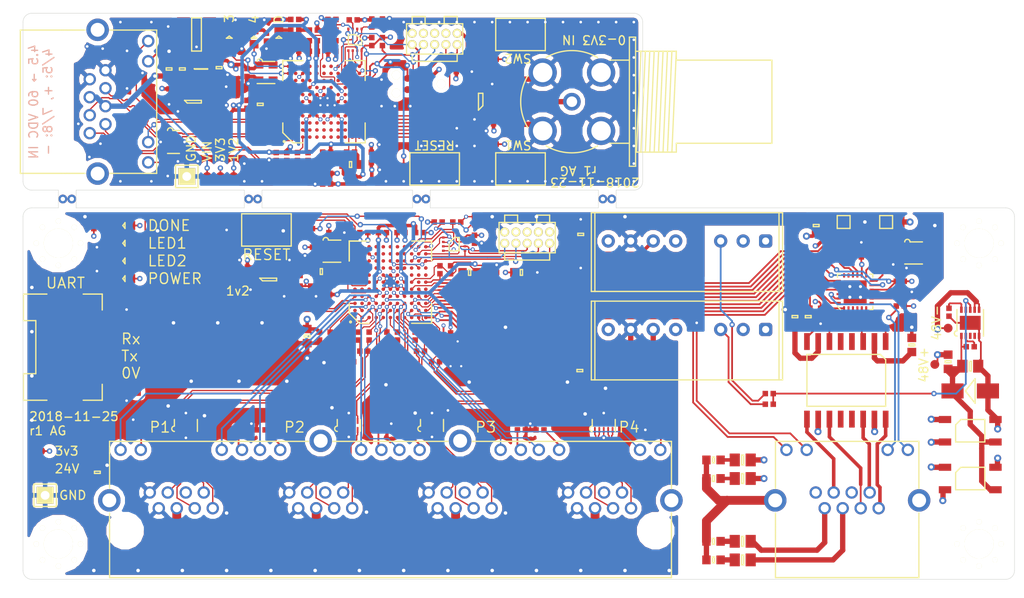
<source format=kicad_pcb>
(kicad_pcb (version 20171130) (host pcbnew 5.0.1-33cea8e~66~ubuntu18.04.1)
  (title_block (date 2018-11-24) (rev 1) (comment 1 "Drawn by: Adam Greig"))
  (layers (0 F.Cu signal) (1 In1.Cu power) (2 In2.Cu power) (31 B.Cu signal) (34 B.Paste user) (35 F.Paste user) (36 B.SilkS user) (37 F.SilkS user) (38 B.Mask user) (39 F.Mask user) (44 Edge.Cuts user))
  (net 0 "")
  (net 1 GND)
  (net 2 3v3)
  (net 3 1v2)
  (net 4 "Net-(C218-Pad2)")
  (net 5 "Net-(C218-Pad1)")
  (net 6 "Net-(C221-Pad2)")
  (net 7 "Net-(C221-Pad1)")
  (net 8 "Net-(C301-Pad1)")
  (net 9 "Net-(C305-Pad1)")
  (net 10 "Net-(C307-Pad1)")
  (net 11 "Net-(C308-Pad1)")
  (net 12 "Net-(C309-Pad2)")
  (net 13 /Ethernet/VB1)
  (net 14 "Net-(C310-Pad2)")
  (net 15 /Ethernet/VB2)
  (net 16 "Net-(C311-Pad2)")
  (net 17 /Ethernet/VA1)
  (net 18 "Net-(C312-Pad2)")
  (net 19 /Ethernet/VA2)
  (net 20 "Net-(C313-Pad2)")
  (net 21 "Net-(C313-Pad1)")
  (net 22 24v)
  (net 23 /iCE40/ULED1)
  (net 24 "Net-(D201-Pad1)")
  (net 25 /iCE40/ULED2)
  (net 26 "Net-(D202-Pad1)")
  (net 27 "Net-(D203-Pad1)")
  (net 28 /iCE40/FLASH_IO3)
  (net 29 /iCE40/FLASH_SCK)
  (net 30 /iCE40/FLASH_SDI)
  (net 31 /iCE40/FLASH_IO2)
  (net 32 /iCE40/FLASH_SDO)
  (net 33 /iCE40/FLASH_SS)
  (net 34 "Net-(IC202-PadG11)")
  (net 35 "Net-(IC202-PadF11)")
  (net 36 /iCE40/UART_RX)
  (net 37 /iCE40/UART_TX)
  (net 38 "Net-(IC202-PadC11)")
  (net 39 "Net-(IC202-PadB11)")
  (net 40 "Net-(IC202-PadJ10)")
  (net 41 "Net-(IC202-PadH10)")
  (net 42 "Net-(IC202-PadG10)")
  (net 43 "Net-(IC202-PadF10)")
  (net 44 "Net-(IC202-PadE10)")
  (net 45 "Net-(IC202-PadD10)")
  (net 46 "Net-(IC202-PadB10)")
  (net 47 /iCE40/CRESET_B)
  (net 48 "Net-(IC202-PadH9)")
  (net 49 "Net-(IC202-PadG9)")
  (net 50 "Net-(IC202-PadF9)")
  (net 51 "Net-(IC202-PadE9)")
  (net 52 "Net-(IC202-PadD9)")
  (net 53 "Net-(IC202-PadC9)")
  (net 54 "Net-(IC202-PadB9)")
  (net 55 "Net-(IC202-PadA9)")
  (net 56 "Net-(IC202-PadL8)")
  (net 57 /iCE40/CDONE)
  (net 58 "Net-(IC202-PadJ8)")
  (net 59 "Net-(IC202-PadG8)")
  (net 60 "Net-(IC202-PadE8)")
  (net 61 "Net-(IC202-PadC8)")
  (net 62 "Net-(IC202-PadB8)")
  (net 63 "Net-(IC202-PadA8)")
  (net 64 "Net-(IC202-PadL7)")
  (net 65 "Net-(IC202-PadK7)")
  (net 66 "Net-(IC202-PadJ7)")
  (net 67 "Net-(IC202-PadH7)")
  (net 68 "Net-(IC202-PadD7)")
  (net 69 "Net-(IC202-PadC7)")
  (net 70 "Net-(IC202-PadB7)")
  (net 71 "Net-(IC202-PadA7)")
  (net 72 "Net-(IC202-PadK6)")
  (net 73 "Net-(IC202-PadA6)")
  (net 74 "Net-(IC202-PadL5)")
  (net 75 "Net-(IC202-PadD5)")
  (net 76 "Net-(IC202-PadB5)")
  (net 77 "Net-(IC202-PadA5)")
  (net 78 "Net-(IC202-PadJ4)")
  (net 79 "/TGBe Ports/P3_LED1")
  (net 80 "/TGBe Ports/P1_LED1")
  (net 81 "Net-(IC202-PadB4)")
  (net 82 "/TGBe Ports/P3_LED2")
  (net 83 "/TGBe Ports/TD2-")
  (net 84 "/TGBe Ports/P2_LED2")
  (net 85 "/TGBe Ports/P1_LED2")
  (net 86 "Net-(IC202-PadB3)")
  (net 87 "/TGBe Ports/P4_LED1")
  (net 88 "/TGBe Ports/P4_LED2")
  (net 89 "/TGBe Ports/RD4-")
  (net 90 "/TGBe Ports/TD3-")
  (net 91 "/TGBe Ports/RD3-")
  (net 92 "/TGBe Ports/TD2+")
  (net 93 "/TGBe Ports/P2_LED1")
  (net 94 "/TGBe Ports/TD1+")
  (net 95 "/TGBe Ports/RD1-")
  (net 96 "Net-(IC202-PadA2)")
  (net 97 "/TGBe Ports/TD4-")
  (net 98 "/TGBe Ports/TD4+")
  (net 99 "/TGBe Ports/RD4+")
  (net 100 "/TGBe Ports/TD3+")
  (net 101 "/TGBe Ports/RD3+")
  (net 102 "/TGBe Ports/RD2+")
  (net 103 "/TGBe Ports/RD2-")
  (net 104 "/TGBe Ports/TD1-")
  (net 105 "/TGBe Ports/RD1+")
  (net 106 "Net-(IC202-PadA1)")
  (net 107 /iCE40/PHY_~RST)
  (net 108 /iCE40/ETH_LED)
  (net 109 "Net-(IC301-Pad21)")
  (net 110 "Net-(IC301-Pad20)")
  (net 111 "Net-(IC301-Pad19)")
  (net 112 "Net-(IC301-Pad18)")
  (net 113 "Net-(IC301-Pad17)")
  (net 114 "Net-(IC301-Pad16)")
  (net 115 "Net-(IC301-Pad15)")
  (net 116 "Net-(IC301-Pad13)")
  (net 117 "Net-(IC301-Pad12)")
  (net 118 /Ethernet/MDC)
  (net 119 /Ethernet/MDIO)
  (net 120 "Net-(IC301-Pad9)")
  (net 121 "Net-(IC301-Pad7)")
  (net 122 /Ethernet/TD+)
  (net 123 /Ethernet/TD-)
  (net 124 /Ethernet/RD+)
  (net 125 /Ethernet/RD-)
  (net 126 CHASSIS)
  (net 127 "Net-(IC303-Pad10)")
  (net 128 "Net-(IC303-Pad9)")
  (net 129 /Power/48VPG)
  (net 130 /Ethernet/0VDC)
  (net 131 "Net-(IC303-Pad4)")
  (net 132 "Net-(IC303-Pad3)")
  (net 133 "Net-(IC303-Pad2)")
  (net 134 "/TGBe Ports/TX1-")
  (net 135 "/TGBe Ports/RX1-")
  (net 136 "/TGBe Ports/TX1+")
  (net 137 "/TGBe Ports/RX1+")
  (net 138 "/TGBe Ports/TX2-")
  (net 139 "/TGBe Ports/RX2-")
  (net 140 "/TGBe Ports/TX2+")
  (net 141 "/TGBe Ports/RX2+")
  (net 142 "/TGBe Ports/TX3-")
  (net 143 "/TGBe Ports/RX3-")
  (net 144 "/TGBe Ports/TX3+")
  (net 145 "/TGBe Ports/RX3+")
  (net 146 "/TGBe Ports/TX4-")
  (net 147 "/TGBe Ports/RX4-")
  (net 148 "/TGBe Ports/TX4+")
  (net 149 "/TGBe Ports/RX4+")
  (net 150 "Net-(IC501-Pad8)")
  (net 151 "Net-(IC501-Pad5)")
  (net 152 "Net-(IC501-Pad3)")
  (net 153 /Ethernet/48VDC)
  (net 154 "Net-(IC503-Pad8)")
  (net 155 "Net-(IC503-Pad5)")
  (net 156 "Net-(IC503-Pad3)")
  (net 157 "Net-(J201-Pad7)")
  (net 158 /Ethernet/RXD1)
  (net 159 /Ethernet/RXD0)
  (net 160 /Ethernet/CRS_DV)
  (net 161 /Ethernet/REF_CLK)
  (net 162 /Ethernet/TXEN)
  (net 163 /Ethernet/TXD0)
  (net 164 /Ethernet/TXD1)
  (net 165 "Net-(T301-Pad13)")
  (net 166 "Net-(T301-Pad12)")
  (net 167 "Net-(T301-Pad5)")
  (net 168 "Net-(T301-Pad4)")
  (net 169 "Net-(J202-Pad1)")
  (net 170 "Net-(J302-Pad6)")
  (net 171 "Net-(J302-Pad2)")
  (net 172 "Net-(J302-Pad3)")
  (net 173 "Net-(J302-Pad1)")
  (net 174 "Net-(J302-Pad10)")
  (net 175 "Net-(D204-Pad1)")
  (net 176 "Net-(D205-Pad1)")
  (net 177 "Net-(J302-Pad12)")
  (net 178 /Ethernet/LINK_LED)
  (net 179 "Net-(IC202-PadE11)")
  (net 180 "Net-(IC202-PadD11)")
  (net 181 /iCE40/CLK)
  (net 182 "/TGBe Ports/ETD1-")
  (net 183 "/TGBe Ports/ETD1+")
  (net 184 "/TGBe Ports/ETD2-")
  (net 185 "/TGBe Ports/ETD2+")
  (net 186 "/TGBe Ports/ETD3-")
  (net 187 "/TGBe Ports/ETD3+")
  (net 188 "/TGBe Ports/ETD4-")
  (net 189 "/TGBe Ports/ETD4+")
  (net 190 "Net-(J401-Pad4P11)")
  (net 191 "Net-(J401-Pad3P11)")
  (net 192 "Net-(J401-Pad2P11)")
  (net 193 "Net-(J401-Pad4P9)")
  (net 194 "Net-(J401-Pad3P9)")
  (net 195 "Net-(J401-Pad2P9)")
  (net 196 "Net-(J401-Pad1P9)")
  (net 197 "Net-(J401-Pad1P11)")
  (net 198 "Net-(D501-Pad1)")
  (net 199 "Net-(J401-PadS3)")
  (net 200 "Net-(J401-PadS2)")
  (net 201 "Net-(J401-PadS1)")
  (net 202 "Net-(J302-PadS2)")
  (net 203 "Net-(IC301-Pad8)")
  (net 204 "Net-(IC202-PadH11)")
  (net 205 /CLK)
  (net 206 /LED2)
  (net 207 /TD+)
  (net 208 /RD-)
  (net 209 /TD-)
  (net 210 /RD+)
  (net 211 /LED1)
  (net 212 /PWRIN)
  (net 213 /TX-)
  (net 214 /TX+)
  (net 215 /FLASH_SDI)
  (net 216 /FLASH_SDO)
  (net 217 /FLASH_SS)
  (net 218 /FLASH_SCK)
  (net 219 /FLASH_IO3)
  (net 220 /FLASH_IO2)
  (net 221 /LED3)
  (net 222 "Net-(D1-Pad1)")
  (net 223 /LED4)
  (net 224 "Net-(D2-Pad1)")
  (net 225 /CDONE)
  (net 226 /CRESET_B)
  (net 227 "Net-(C13-Pad2)")
  (net 228 "Net-(C13-Pad1)")
  (net 229 "Net-(C18-Pad1)")
  (net 230 "Net-(C19-Pad2)")
  (net 231 "Net-(C19-Pad1)")
  (net 232 "Net-(C27-Pad1)")
  (net 233 "Net-(D3-Pad1)")
  (net 234 "Net-(D4-Pad1)")
  (net 235 "Net-(IC1-Pad9)")
  (net 236 "Net-(IC1-Pad11)")
  (net 237 "Net-(IC2-Pad8)")
  (net 238 "Net-(IC2-Pad6)")
  (net 239 "Net-(IC2-Pad5)")
  (net 240 "Net-(IC4-PadA1)")
  (net 241 "Net-(IC4-PadD1)")
  (net 242 "Net-(IC4-PadE1)")
  (net 243 "Net-(IC4-PadF1)")
  (net 244 "Net-(IC4-PadG1)")
  (net 245 "Net-(IC4-PadH1)")
  (net 246 "Net-(IC4-PadJ1)")
  (net 247 "Net-(IC4-PadK1)")
  (net 248 /ADC_~CS)
  (net 249 "Net-(IC4-PadA2)")
  (net 250 "Net-(IC4-PadD2)")
  (net 251 "Net-(IC4-PadE2)")
  (net 252 "Net-(IC4-PadF2)")
  (net 253 "Net-(IC4-PadG2)")
  (net 254 "Net-(IC4-PadH2)")
  (net 255 "Net-(IC4-PadJ2)")
  (net 256 "Net-(IC4-PadK2)")
  (net 257 /ADC_DOUT)
  (net 258 "Net-(IC4-PadB3)")
  (net 259 "Net-(IC4-PadC3)")
  (net 260 "Net-(IC4-PadD3)")
  (net 261 "Net-(IC4-PadE3)")
  (net 262 "Net-(IC4-PadF3)")
  (net 263 "Net-(IC4-PadG3)")
  (net 264 "Net-(IC4-PadH3)")
  (net 265 "Net-(IC4-PadJ3)")
  (net 266 "Net-(IC4-PadK3)")
  (net 267 /ADC_SCLK)
  (net 268 "Net-(IC4-PadB4)")
  (net 269 "Net-(IC4-PadC4)")
  (net 270 "Net-(IC4-PadF4)")
  (net 271 "Net-(IC4-PadJ4)")
  (net 272 "Net-(IC4-PadK4)")
  (net 273 "Net-(IC4-PadA5)")
  (net 274 "Net-(IC4-PadB5)")
  (net 275 "Net-(IC4-PadD5)")
  (net 276 "Net-(IC4-PadJ5)")
  (net 277 "Net-(IC4-PadK5)")
  (net 278 "Net-(IC4-PadL5)")
  (net 279 "Net-(IC4-PadA6)")
  (net 280 "Net-(IC4-PadK6)")
  (net 281 "Net-(IC4-PadA7)")
  (net 282 "Net-(IC4-PadB7)")
  (net 283 "Net-(IC4-PadC7)")
  (net 284 "Net-(IC4-PadD7)")
  (net 285 "Net-(IC4-PadH7)")
  (net 286 "Net-(IC4-PadK7)")
  (net 287 "Net-(IC4-PadA8)")
  (net 288 "Net-(IC4-PadB8)")
  (net 289 "Net-(IC4-PadC8)")
  (net 290 "Net-(IC4-PadE8)")
  (net 291 "Net-(IC4-PadG8)")
  (net 292 "Net-(IC4-PadL8)")
  (net 293 "Net-(IC4-PadA9)")
  (net 294 "Net-(IC4-PadB9)")
  (net 295 "Net-(IC4-PadC9)")
  (net 296 "Net-(IC4-PadD9)")
  (net 297 "Net-(IC4-PadE9)")
  (net 298 "Net-(IC4-PadF9)")
  (net 299 "Net-(IC4-PadG9)")
  (net 300 "Net-(IC4-PadH9)")
  (net 301 "Net-(IC4-PadB10)")
  (net 302 "Net-(IC4-PadD10)")
  (net 303 "Net-(IC4-PadE10)")
  (net 304 "Net-(IC4-PadF10)")
  (net 305 "Net-(IC4-PadG10)")
  (net 306 "Net-(IC4-PadH10)")
  (net 307 "Net-(IC4-PadJ10)")
  (net 308 "Net-(IC4-PadB11)")
  (net 309 "Net-(IC4-PadC11)")
  (net 310 "Net-(IC4-PadD11)")
  (net 311 "Net-(IC4-PadE11)")
  (net 312 "Net-(IC4-PadF11)")
  (net 313 "Net-(IC4-PadG11)")
  (net 314 "Net-(IC4-PadK11)")
  (net 315 "Net-(J1-Pad7)")
  (net 316 "Net-(IC4-PadJ7)")
  (net 317 "Net-(IC4-PadJ8)")
  (net 318 /RX+)
  (net 319 /RX-)
  (net 320 /TDESD-)
  (net 321 /TDESD+)
  (net 322 /USERSW1)
  (net 323 /USERSW2)
  (net 324 "Net-(IC1-PadS1)")
  (net 325 "Net-(IC1-PadS2)")
  (module agg:SM04B-PASS (layer F.Cu) (at 88 133.75 90)
    (fp_text reference J202)
    (fp_text value UART)
    (pad 4 smd rect (at -3 1.35 90) (size 1 3) (layers F.Cu F.Paste F.Mask) (net 1 GND))
    (pad 3 smd rect (at -1 1.35 90) (size 1 3) (layers F.Cu F.Paste F.Mask) (net 175 "Net-(D204-Pad1)"))
    (pad 2 smd rect (at 1 1.35 90) (size 1 3) (layers F.Cu F.Paste F.Mask) (net 176 "Net-(D205-Pad1)"))
    (pad 1 smd rect (at 3 1.35 90) (size 1 3) (layers F.Cu F.Paste F.Mask) (net 169 "Net-(J202-Pad1)"))
    (pad "" smd rect (at -5.35 -3.25 90) (size 1.8 3.8) (layers F.Cu F.Paste F.Mask))
    (pad "" smd rect (at 5.35 -3.25 90) (size 1.8 3.8) (layers F.Cu F.Paste F.Mask))
  )
  (module agg:0603 (layer F.Cu) (at 136.3 125.3)
    (fp_text reference C224)
    (fp_text value 10µ)
    (pad 2 smd rect (at 0.8 0) (size 0.95 1) (layers F.Cu F.Paste F.Mask) (net 1 GND))
    (pad 1 smd rect (at -0.8 0) (size 0.95 1) (layers F.Cu F.Paste F.Mask) (net 2 3v3))
  )
  (module agg:0603 (layer F.Cu) (at 112.1 132.5 270)
    (fp_text reference C223)
    (fp_text value 10µ)
    (pad 2 smd rect (at 0.8 0 270) (size 0.95 1) (layers F.Cu F.Paste F.Mask) (net 1 GND))
    (pad 1 smd rect (at -0.8 0 270) (size 0.95 1) (layers F.Cu F.Paste F.Mask) (net 2 3v3))
  )
  (module agg:0402 (layer F.Cu) (at 175.9 123.1 90)
    (fp_text reference R302)
    (fp_text value 33)
    (pad 2 smd rect (at 0.45 0 90) (size 0.62 0.62) (layers F.Cu F.Paste F.Mask) (net 159 /Ethernet/RXD0))
    (pad 1 smd rect (at -0.45 0 90) (size 0.62 0.62) (layers F.Cu F.Paste F.Mask) (net 116 "Net-(IC301-Pad13)"))
  )
  (module agg:0402 (layer F.Cu) (at 92.9 143.1 180)
    (fp_text reference R403)
    (fp_text value 1k)
    (pad 2 smd rect (at 0.45 0 180) (size 0.62 0.62) (layers F.Cu F.Paste F.Mask) (net 1 GND))
    (pad 1 smd rect (at -0.45 0 180) (size 0.62 0.62) (layers F.Cu F.Paste F.Mask) (net 197 "Net-(J401-Pad1P11)"))
  )
  (module agg:TO-269AA (layer F.Cu) (at 187 148.6)
    (fp_text reference D303)
    (fp_text value MB2S)
    (pad 4 smd rect (at 2.85 -1.27) (size 1.4 0.8) (layers F.Cu F.Paste F.Mask) (net 20 "Net-(C313-Pad2)"))
    (pad 3 smd rect (at 2.85 1.27) (size 1.4 0.8) (layers F.Cu F.Paste F.Mask) (net 21 "Net-(C313-Pad1)"))
    (pad 2 smd rect (at -2.85 1.27) (size 1.4 0.8) (layers F.Cu F.Paste F.Mask) (net 13 /Ethernet/VB1))
    (pad 1 smd rect (at -2.85 -1.27) (size 1.4 0.8) (layers F.Cu F.Paste F.Mask) (net 15 /Ethernet/VB2))
  )
  (module agg:TO-269AA (layer F.Cu) (at 187 143.2)
    (fp_text reference D302)
    (fp_text value MB2S)
    (pad 4 smd rect (at 2.85 -1.27) (size 1.4 0.8) (layers F.Cu F.Paste F.Mask) (net 20 "Net-(C313-Pad2)"))
    (pad 3 smd rect (at 2.85 1.27) (size 1.4 0.8) (layers F.Cu F.Paste F.Mask) (net 21 "Net-(C313-Pad1)"))
    (pad 2 smd rect (at -2.85 1.27) (size 1.4 0.8) (layers F.Cu F.Paste F.Mask) (net 17 /Ethernet/VA1))
    (pad 1 smd rect (at -2.85 -1.27) (size 1.4 0.8) (layers F.Cu F.Paste F.Mask) (net 19 /Ethernet/VA2))
  )
  (module agg:0402 (layer F.Cu) (at 131 121.55 270)
    (fp_text reference C201)
    (fp_text value 100n)
    (pad 2 smd rect (at 0.45 0 270) (size 0.62 0.62) (layers F.Cu F.Paste F.Mask) (net 1 GND))
    (pad 1 smd rect (at -0.45 0 270) (size 0.62 0.62) (layers F.Cu F.Paste F.Mask) (net 2 3v3))
  )
  (module agg:Lattice-BG121 (layer F.Cu) (at 121.5 126.4 90)
    (fp_text reference IC202)
    (fp_text value iCE40HX8K-BG121)
    (pad L11 smd circle (at 4 4 90) (size 0.4 0.4) (layers F.Cu F.Paste F.Mask) (net 2 3v3))
    (pad K11 smd circle (at 4 3.2 90) (size 0.4 0.4) (layers F.Cu F.Paste F.Mask) (net 31 /iCE40/FLASH_IO2))
    (pad J11 smd circle (at 4 2.4 90) (size 0.4 0.4) (layers F.Cu F.Paste F.Mask) (net 28 /iCE40/FLASH_IO3))
    (pad H11 smd circle (at 4 1.6 90) (size 0.4 0.4) (layers F.Cu F.Paste F.Mask) (net 204 "Net-(IC202-PadH11)"))
    (pad G11 smd circle (at 4 0.8 90) (size 0.4 0.4) (layers F.Cu F.Paste F.Mask) (net 34 "Net-(IC202-PadG11)"))
    (pad F11 smd circle (at 4 0 90) (size 0.4 0.4) (layers F.Cu F.Paste F.Mask) (net 35 "Net-(IC202-PadF11)"))
    (pad E11 smd circle (at 4 -0.8 90) (size 0.4 0.4) (layers F.Cu F.Paste F.Mask) (net 179 "Net-(IC202-PadE11)"))
    (pad D11 smd circle (at 4 -1.6 90) (size 0.4 0.4) (layers F.Cu F.Paste F.Mask) (net 180 "Net-(IC202-PadD11)"))
    (pad C11 smd circle (at 4 -2.4 90) (size 0.4 0.4) (layers F.Cu F.Paste F.Mask) (net 38 "Net-(IC202-PadC11)"))
    (pad B11 smd circle (at 4 -3.2 90) (size 0.4 0.4) (layers F.Cu F.Paste F.Mask) (net 39 "Net-(IC202-PadB11)"))
    (pad A11 smd circle (at 4 -4 90) (size 0.4 0.4) (layers F.Cu F.Paste F.Mask) (net 23 /iCE40/ULED1))
    (pad L10 smd circle (at 3.2 4 90) (size 0.4 0.4) (layers F.Cu F.Paste F.Mask) (net 29 /iCE40/FLASH_SCK))
    (pad K10 smd circle (at 3.2 3.2 90) (size 0.4 0.4) (layers F.Cu F.Paste F.Mask) (net 33 /iCE40/FLASH_SS))
    (pad J10 smd circle (at 3.2 2.4 90) (size 0.4 0.4) (layers F.Cu F.Paste F.Mask) (net 40 "Net-(IC202-PadJ10)"))
    (pad H10 smd circle (at 3.2 1.6 90) (size 0.4 0.4) (layers F.Cu F.Paste F.Mask) (net 41 "Net-(IC202-PadH10)"))
    (pad G10 smd circle (at 3.2 0.8 90) (size 0.4 0.4) (layers F.Cu F.Paste F.Mask) (net 42 "Net-(IC202-PadG10)"))
    (pad F10 smd circle (at 3.2 0 90) (size 0.4 0.4) (layers F.Cu F.Paste F.Mask) (net 43 "Net-(IC202-PadF10)"))
    (pad E10 smd circle (at 3.2 -0.8 90) (size 0.4 0.4) (layers F.Cu F.Paste F.Mask) (net 44 "Net-(IC202-PadE10)"))
    (pad D10 smd circle (at 3.2 -1.6 90) (size 0.4 0.4) (layers F.Cu F.Paste F.Mask) (net 45 "Net-(IC202-PadD10)"))
    (pad C10 smd circle (at 3.2 -2.4 90) (size 0.4 0.4) (layers F.Cu F.Paste F.Mask) (net 2 3v3))
    (pad B10 smd circle (at 3.2 -3.2 90) (size 0.4 0.4) (layers F.Cu F.Paste F.Mask) (net 46 "Net-(IC202-PadB10)"))
    (pad A10 smd circle (at 3.2 -4 90) (size 0.4 0.4) (layers F.Cu F.Paste F.Mask) (net 25 /iCE40/ULED2))
    (pad L9 smd circle (at 2.4 4 90) (size 0.4 0.4) (layers F.Cu F.Paste F.Mask) (net 47 /iCE40/CRESET_B))
    (pad K9 smd circle (at 2.4 3.2 90) (size 0.4 0.4) (layers F.Cu F.Paste F.Mask) (net 30 /iCE40/FLASH_SDI))
    (pad J9 smd circle (at 2.4 2.4 90) (size 0.4 0.4) (layers F.Cu F.Paste F.Mask) (net 32 /iCE40/FLASH_SDO))
    (pad H9 smd circle (at 2.4 1.6 90) (size 0.4 0.4) (layers F.Cu F.Paste F.Mask) (net 48 "Net-(IC202-PadH9)"))
    (pad G9 smd circle (at 2.4 0.8 90) (size 0.4 0.4) (layers F.Cu F.Paste F.Mask) (net 49 "Net-(IC202-PadG9)"))
    (pad F9 smd circle (at 2.4 0 90) (size 0.4 0.4) (layers F.Cu F.Paste F.Mask) (net 50 "Net-(IC202-PadF9)"))
    (pad E9 smd circle (at 2.4 -0.8 90) (size 0.4 0.4) (layers F.Cu F.Paste F.Mask) (net 51 "Net-(IC202-PadE9)"))
    (pad D9 smd circle (at 2.4 -1.6 90) (size 0.4 0.4) (layers F.Cu F.Paste F.Mask) (net 52 "Net-(IC202-PadD9)"))
    (pad C9 smd circle (at 2.4 -2.4 90) (size 0.4 0.4) (layers F.Cu F.Paste F.Mask) (net 53 "Net-(IC202-PadC9)"))
    (pad B9 smd circle (at 2.4 -3.2 90) (size 0.4 0.4) (layers F.Cu F.Paste F.Mask) (net 54 "Net-(IC202-PadB9)"))
    (pad A9 smd circle (at 2.4 -4 90) (size 0.4 0.4) (layers F.Cu F.Paste F.Mask) (net 55 "Net-(IC202-PadA9)"))
    (pad L8 smd circle (at 1.6 4 90) (size 0.4 0.4) (layers F.Cu F.Paste F.Mask) (net 56 "Net-(IC202-PadL8)"))
    (pad K8 smd circle (at 1.6 3.2 90) (size 0.4 0.4) (layers F.Cu F.Paste F.Mask) (net 57 /iCE40/CDONE))
    (pad J8 smd circle (at 1.6 2.4 90) (size 0.4 0.4) (layers F.Cu F.Paste F.Mask) (net 58 "Net-(IC202-PadJ8)"))
    (pad H8 smd circle (at 1.6 1.6 90) (size 0.4 0.4) (layers F.Cu F.Paste F.Mask) (net 3 1v2))
    (pad G8 smd circle (at 1.6 0.8 90) (size 0.4 0.4) (layers F.Cu F.Paste F.Mask) (net 59 "Net-(IC202-PadG8)"))
    (pad F8 smd circle (at 1.6 0 90) (size 0.4 0.4) (layers F.Cu F.Paste F.Mask) (net 2 3v3))
    (pad E8 smd circle (at 1.6 -0.8 90) (size 0.4 0.4) (layers F.Cu F.Paste F.Mask) (net 60 "Net-(IC202-PadE8)"))
    (pad D8 smd circle (at 1.6 -1.6 90) (size 0.4 0.4) (layers F.Cu F.Paste F.Mask) (net 3 1v2))
    (pad C8 smd circle (at 1.6 -2.4 90) (size 0.4 0.4) (layers F.Cu F.Paste F.Mask) (net 61 "Net-(IC202-PadC8)"))
    (pad B8 smd circle (at 1.6 -3.2 90) (size 0.4 0.4) (layers F.Cu F.Paste F.Mask) (net 62 "Net-(IC202-PadB8)"))
    (pad A8 smd circle (at 1.6 -4 90) (size 0.4 0.4) (layers F.Cu F.Paste F.Mask) (net 63 "Net-(IC202-PadA8)"))
    (pad L7 smd circle (at 0.8 4 90) (size 0.4 0.4) (layers F.Cu F.Paste F.Mask) (net 64 "Net-(IC202-PadL7)"))
    (pad K7 smd circle (at 0.8 3.2 90) (size 0.4 0.4) (layers F.Cu F.Paste F.Mask) (net 65 "Net-(IC202-PadK7)"))
    (pad J7 smd circle (at 0.8 2.4 90) (size 0.4 0.4) (layers F.Cu F.Paste F.Mask) (net 66 "Net-(IC202-PadJ7)"))
    (pad H7 smd circle (at 0.8 1.6 90) (size 0.4 0.4) (layers F.Cu F.Paste F.Mask) (net 67 "Net-(IC202-PadH7)"))
    (pad G7 smd circle (at 0.8 0.8 90) (size 0.4 0.4) (layers F.Cu F.Paste F.Mask) (net 1 GND))
    (pad F7 smd circle (at 0.8 0 90) (size 0.4 0.4) (layers F.Cu F.Paste F.Mask) (net 1 GND))
    (pad E7 smd circle (at 0.8 -0.8 90) (size 0.4 0.4) (layers F.Cu F.Paste F.Mask) (net 1 GND))
    (pad D7 smd circle (at 0.8 -1.6 90) (size 0.4 0.4) (layers F.Cu F.Paste F.Mask) (net 68 "Net-(IC202-PadD7)"))
    (pad C7 smd circle (at 0.8 -2.4 90) (size 0.4 0.4) (layers F.Cu F.Paste F.Mask) (net 69 "Net-(IC202-PadC7)"))
    (pad B7 smd circle (at 0.8 -3.2 90) (size 0.4 0.4) (layers F.Cu F.Paste F.Mask) (net 70 "Net-(IC202-PadB7)"))
    (pad A7 smd circle (at 0.8 -4 90) (size 0.4 0.4) (layers F.Cu F.Paste F.Mask) (net 71 "Net-(IC202-PadA7)"))
    (pad L6 smd circle (at 0 4 90) (size 0.4 0.4) (layers F.Cu F.Paste F.Mask) (net 4 "Net-(C218-Pad2)"))
    (pad K6 smd circle (at 0 3.2 90) (size 0.4 0.4) (layers F.Cu F.Paste F.Mask) (net 72 "Net-(IC202-PadK6)"))
    (pad J6 smd circle (at 0 2.4 90) (size 0.4 0.4) (layers F.Cu F.Paste F.Mask) (net 5 "Net-(C218-Pad1)"))
    (pad H6 smd circle (at 0 1.6 90) (size 0.4 0.4) (layers F.Cu F.Paste F.Mask) (net 2 3v3))
    (pad G6 smd circle (at 0 0.8 90) (size 0.4 0.4) (layers F.Cu F.Paste F.Mask) (net 1 GND))
    (pad F6 smd circle (at 0 0 90) (size 0.4 0.4) (layers F.Cu F.Paste F.Mask) (net 1 GND))
    (pad E6 smd circle (at 0 -0.8 90) (size 0.4 0.4) (layers F.Cu F.Paste F.Mask) (net 1 GND))
    (pad D6 smd circle (at 0 -1.6 90) (size 0.4 0.4) (layers F.Cu F.Paste F.Mask) (net 2 3v3))
    (pad C6 smd circle (at 0 -2.4 90) (size 0.4 0.4) (layers F.Cu F.Paste F.Mask) (net 7 "Net-(C221-Pad1)"))
    (pad B6 smd circle (at 0 -3.2 90) (size 0.4 0.4) (layers F.Cu F.Paste F.Mask) (net 181 /iCE40/CLK))
    (pad A6 smd circle (at 0 -4 90) (size 0.4 0.4) (layers F.Cu F.Paste F.Mask) (net 73 "Net-(IC202-PadA6)"))
    (pad L5 smd circle (at -0.8 4 90) (size 0.4 0.4) (layers F.Cu F.Paste F.Mask) (net 74 "Net-(IC202-PadL5)"))
    (pad K5 smd circle (at -0.8 3.2 90) (size 0.4 0.4) (layers F.Cu F.Paste F.Mask) (net 159 /Ethernet/RXD0))
    (pad J5 smd circle (at -0.8 2.4 90) (size 0.4 0.4) (layers F.Cu F.Paste F.Mask) (net 158 /Ethernet/RXD1))
    (pad H5 smd circle (at -0.8 1.6 90) (size 0.4 0.4) (layers F.Cu F.Paste F.Mask) (net 1 GND))
    (pad G5 smd circle (at -0.8 0.8 90) (size 0.4 0.4) (layers F.Cu F.Paste F.Mask) (net 1 GND))
    (pad F5 smd circle (at -0.8 0 90) (size 0.4 0.4) (layers F.Cu F.Paste F.Mask) (net 1 GND))
    (pad E5 smd circle (at -0.8 -0.8 90) (size 0.4 0.4) (layers F.Cu F.Paste F.Mask) (net 1 GND))
    (pad D5 smd circle (at -0.8 -1.6 90) (size 0.4 0.4) (layers F.Cu F.Paste F.Mask) (net 75 "Net-(IC202-PadD5)"))
    (pad C5 smd circle (at -0.8 -2.4 90) (size 0.4 0.4) (layers F.Cu F.Paste F.Mask) (net 6 "Net-(C221-Pad2)"))
    (pad B5 smd circle (at -0.8 -3.2 90) (size 0.4 0.4) (layers F.Cu F.Paste F.Mask) (net 76 "Net-(IC202-PadB5)"))
    (pad A5 smd circle (at -0.8 -4 90) (size 0.4 0.4) (layers F.Cu F.Paste F.Mask) (net 77 "Net-(IC202-PadA5)"))
    (pad L4 smd circle (at -1.6 4 90) (size 0.4 0.4) (layers F.Cu F.Paste F.Mask) (net 160 /Ethernet/CRS_DV))
    (pad K4 smd circle (at -1.6 3.2 90) (size 0.4 0.4) (layers F.Cu F.Paste F.Mask) (net 161 /Ethernet/REF_CLK))
    (pad J4 smd circle (at -1.6 2.4 90) (size 0.4 0.4) (layers F.Cu F.Paste F.Mask) (net 78 "Net-(IC202-PadJ4)"))
    (pad H4 smd circle (at -1.6 1.6 90) (size 0.4 0.4) (layers F.Cu F.Paste F.Mask) (net 3 1v2))
    (pad G4 smd circle (at -1.6 0.8 90) (size 0.4 0.4) (layers F.Cu F.Paste F.Mask) (net 2 3v3))
    (pad F4 smd circle (at -1.6 0 90) (size 0.4 0.4) (layers F.Cu F.Paste F.Mask) (net 87 "/TGBe Ports/P4_LED1"))
    (pad E4 smd circle (at -1.6 -0.8 90) (size 0.4 0.4) (layers F.Cu F.Paste F.Mask) (net 2 3v3))
    (pad D4 smd circle (at -1.6 -1.6 90) (size 0.4 0.4) (layers F.Cu F.Paste F.Mask) (net 3 1v2))
    (pad C4 smd circle (at -1.6 -2.4 90) (size 0.4 0.4) (layers F.Cu F.Paste F.Mask) (net 80 "/TGBe Ports/P1_LED1"))
    (pad B4 smd circle (at -1.6 -3.2 90) (size 0.4 0.4) (layers F.Cu F.Paste F.Mask) (net 81 "Net-(IC202-PadB4)"))
    (pad A4 smd circle (at -1.6 -4 90) (size 0.4 0.4) (layers F.Cu F.Paste F.Mask) (net 36 /iCE40/UART_RX))
    (pad L3 smd circle (at -2.4 4 90) (size 0.4 0.4) (layers F.Cu F.Paste F.Mask) (net 119 /Ethernet/MDIO))
    (pad K3 smd circle (at -2.4 3.2 90) (size 0.4 0.4) (layers F.Cu F.Paste F.Mask) (net 118 /Ethernet/MDC))
    (pad J3 smd circle (at -2.4 2.4 90) (size 0.4 0.4) (layers F.Cu F.Paste F.Mask) (net 163 /Ethernet/TXD0))
    (pad H3 smd circle (at -2.4 1.6 90) (size 0.4 0.4) (layers F.Cu F.Paste F.Mask) (net 88 "/TGBe Ports/P4_LED2"))
    (pad G3 smd circle (at -2.4 0.8 90) (size 0.4 0.4) (layers F.Cu F.Paste F.Mask) (net 79 "/TGBe Ports/P3_LED1"))
    (pad F3 smd circle (at -2.4 0 90) (size 0.4 0.4) (layers F.Cu F.Paste F.Mask) (net 82 "/TGBe Ports/P3_LED2"))
    (pad E3 smd circle (at -2.4 -0.8 90) (size 0.4 0.4) (layers F.Cu F.Paste F.Mask) (net 103 "/TGBe Ports/RD2-"))
    (pad D3 smd circle (at -2.4 -1.6 90) (size 0.4 0.4) (layers F.Cu F.Paste F.Mask) (net 85 "/TGBe Ports/P1_LED2"))
    (pad C3 smd circle (at -2.4 -2.4 90) (size 0.4 0.4) (layers F.Cu F.Paste F.Mask) (net 84 "/TGBe Ports/P2_LED2"))
    (pad B3 smd circle (at -2.4 -3.2 90) (size 0.4 0.4) (layers F.Cu F.Paste F.Mask) (net 86 "Net-(IC202-PadB3)"))
    (pad A3 smd circle (at -2.4 -4 90) (size 0.4 0.4) (layers F.Cu F.Paste F.Mask) (net 37 /iCE40/UART_TX))
    (pad L2 smd circle (at -3.2 4 90) (size 0.4 0.4) (layers F.Cu F.Paste F.Mask) (net 162 /Ethernet/TXEN))
    (pad K2 smd circle (at -3.2 3.2 90) (size 0.4 0.4) (layers F.Cu F.Paste F.Mask) (net 107 /iCE40/PHY_~RST))
    (pad J2 smd circle (at -3.2 2.4 90) (size 0.4 0.4) (layers F.Cu F.Paste F.Mask) (net 108 /iCE40/ETH_LED))
    (pad H2 smd circle (at -3.2 1.6 90) (size 0.4 0.4) (layers F.Cu F.Paste F.Mask) (net 97 "/TGBe Ports/TD4-"))
    (pad G2 smd circle (at -3.2 0.8 90) (size 0.4 0.4) (layers F.Cu F.Paste F.Mask) (net 91 "/TGBe Ports/RD3-"))
    (pad F2 smd circle (at -3.2 0 90) (size 0.4 0.4) (layers F.Cu F.Paste F.Mask) (net 90 "/TGBe Ports/TD3-"))
    (pad E2 smd circle (at -3.2 -0.8 90) (size 0.4 0.4) (layers F.Cu F.Paste F.Mask) (net 102 "/TGBe Ports/RD2+"))
    (pad D2 smd circle (at -3.2 -1.6 90) (size 0.4 0.4) (layers F.Cu F.Paste F.Mask) (net 93 "/TGBe Ports/P2_LED1"))
    (pad C2 smd circle (at -3.2 -2.4 90) (size 0.4 0.4) (layers F.Cu F.Paste F.Mask) (net 105 "/TGBe Ports/RD1+"))
    (pad B2 smd circle (at -3.2 -3.2 90) (size 0.4 0.4) (layers F.Cu F.Paste F.Mask) (net 104 "/TGBe Ports/TD1-"))
    (pad A2 smd circle (at -3.2 -4 90) (size 0.4 0.4) (layers F.Cu F.Paste F.Mask) (net 96 "Net-(IC202-PadA2)"))
    (pad L1 smd circle (at -4 4 90) (size 0.4 0.4) (layers F.Cu F.Paste F.Mask) (net 164 /Ethernet/TXD1))
    (pad K1 smd circle (at -4 3.2 90) (size 0.4 0.4) (layers F.Cu F.Paste F.Mask) (net 89 "/TGBe Ports/RD4-"))
    (pad J1 smd circle (at -4 2.4 90) (size 0.4 0.4) (layers F.Cu F.Paste F.Mask) (net 99 "/TGBe Ports/RD4+"))
    (pad H1 smd circle (at -4 1.6 90) (size 0.4 0.4) (layers F.Cu F.Paste F.Mask) (net 98 "/TGBe Ports/TD4+"))
    (pad G1 smd circle (at -4 0.8 90) (size 0.4 0.4) (layers F.Cu F.Paste F.Mask) (net 101 "/TGBe Ports/RD3+"))
    (pad F1 smd circle (at -4 0 90) (size 0.4 0.4) (layers F.Cu F.Paste F.Mask) (net 100 "/TGBe Ports/TD3+"))
    (pad E1 smd circle (at -4 -0.8 90) (size 0.4 0.4) (layers F.Cu F.Paste F.Mask) (net 92 "/TGBe Ports/TD2+"))
    (pad D1 smd circle (at -4 -1.6 90) (size 0.4 0.4) (layers F.Cu F.Paste F.Mask) (net 83 "/TGBe Ports/TD2-"))
    (pad C1 smd circle (at -4 -2.4 90) (size 0.4 0.4) (layers F.Cu F.Paste F.Mask) (net 95 "/TGBe Ports/RD1-"))
    (pad B1 smd circle (at -4 -3.2 90) (size 0.4 0.4) (layers F.Cu F.Paste F.Mask) (net 94 "/TGBe Ports/TD1+"))
    (pad A1 smd circle (at -4 -4 90) (size 0.4 0.4) (layers F.Cu F.Paste F.Mask) (net 106 "Net-(IC202-PadA1)"))
  )
  (module agg:RJHSE-538X (layer F.Cu) (at 173.1 154.5)
    (fp_text reference J302)
    (fp_text value RJHSE-538x)
    (pad 8 thru_hole circle (at -3.556 -4.318) (size 1.4 1.4) (drill 0.9) (layers *.Cu *.Mask) (net 13 /Ethernet/VB1))
    (pad 6 thru_hole circle (at -1.524 -4.318) (size 1.4 1.4) (drill 0.9) (layers *.Cu *.Mask) (net 170 "Net-(J302-Pad6)"))
    (pad 4 thru_hole circle (at 0.508 -4.318) (size 1.4 1.4) (drill 0.9) (layers *.Cu *.Mask) (net 15 /Ethernet/VB2))
    (pad 2 thru_hole circle (at 2.54 -4.318) (size 1.4 1.4) (drill 0.9) (layers *.Cu *.Mask) (net 171 "Net-(J302-Pad2)"))
    (pad 7 thru_hole circle (at -2.54 -2.54) (size 1.4 1.4) (drill 0.9) (layers *.Cu *.Mask) (net 13 /Ethernet/VB1))
    (pad 5 thru_hole circle (at -0.508 -2.54) (size 1.4 1.4) (drill 0.9) (layers *.Cu *.Mask) (net 15 /Ethernet/VB2))
    (pad 3 thru_hole circle (at 1.524 -2.54) (size 1.4 1.4) (drill 0.9) (layers *.Cu *.Mask) (net 172 "Net-(J302-Pad3)"))
    (pad 1 thru_hole circle (at 3.556 -2.54) (size 1.4 1.4) (drill 0.9) (layers *.Cu *.Mask) (net 173 "Net-(J302-Pad1)"))
    (pad 12 thru_hole circle (at -6.858 -9.144) (size 1.4 1.4) (drill 0.9) (layers *.Cu *.Mask) (net 177 "Net-(J302-Pad12)"))
    (pad 9 thru_hole circle (at 6.858 -9.144) (size 1.4 1.4) (drill 0.9) (layers *.Cu *.Mask) (net 178 /Ethernet/LINK_LED))
    (pad 11 thru_hole circle (at -4.572 -9.144) (size 1.4 1.4) (drill 0.9) (layers *.Cu *.Mask) (net 1 GND))
    (pad 10 thru_hole circle (at 4.572 -9.144) (size 1.4 1.4) (drill 0.9) (layers *.Cu *.Mask) (net 174 "Net-(J302-Pad10)"))
    (pad "" np_thru_hole circle (at -6.35 0) (size 3.2512 3.2512) (drill 3.2512) (layers *.Cu *.Mask))
    (pad "" np_thru_hole circle (at 6.35 0) (size 3.2512 3.2512) (drill 3.2512) (layers *.Cu *.Mask))
    (pad S1 thru_hole circle (at -8.128 -3.429) (size 2.54 2.54) (drill 1.5748) (layers *.Cu *.Mask) (net 126 CHASSIS))
    (pad S2 thru_hole circle (at 8.128 -3.429) (size 2.54 2.54) (drill 1.5748) (layers *.Cu *.Mask) (net 202 "Net-(J302-PadS2)"))
  )
  (module agg:XTAL-25x20 (layer F.Cu) (at 180.6 123.1)
    (fp_text reference Y301)
    (fp_text value 25M)
    (pad 4 smd rect (at 0.8 -0.85) (size 1 0.8) (layers F.Cu F.Paste F.Mask) (net 2 3v3))
    (pad 3 smd rect (at 0.8 0.85) (size 1 0.8) (layers F.Cu F.Paste F.Mask) (net 203 "Net-(IC301-Pad8)"))
    (pad 2 smd rect (at -0.8 0.85) (size 1 0.8) (layers F.Cu F.Paste F.Mask) (net 1 GND))
    (pad 1 smd rect (at -0.8 -0.85) (size 1 0.8) (layers F.Cu F.Paste F.Mask) (net 2 3v3))
  )
  (module agg:XTAL-25x20 (layer F.Cu) (at 114.9 122.9)
    (fp_text reference Y201)
    (fp_text value 25M)
    (pad 4 smd rect (at 0.8 -0.85) (size 1 0.8) (layers F.Cu F.Paste F.Mask) (net 2 3v3))
    (pad 3 smd rect (at 0.8 0.85) (size 1 0.8) (layers F.Cu F.Paste F.Mask) (net 181 /iCE40/CLK))
    (pad 2 smd rect (at -0.8 0.85) (size 1 0.8) (layers F.Cu F.Paste F.Mask) (net 1 GND))
    (pad 1 smd rect (at -0.8 -0.85) (size 1 0.8) (layers F.Cu F.Paste F.Mask) (net 2 3v3))
  )
  (module agg:0402 (layer F.Cu) (at 178.3 123.1 270)
    (fp_text reference C314)
    (fp_text value 100n)
    (pad 2 smd rect (at 0.45 0 270) (size 0.62 0.62) (layers F.Cu F.Paste F.Mask) (net 1 GND))
    (pad 1 smd rect (at -0.45 0 270) (size 0.62 0.62) (layers F.Cu F.Paste F.Mask) (net 2 3v3))
  )
  (module agg:0402 (layer F.Cu) (at 89.2 126.2 90)
    (fp_text reference R503)
    (fp_text value 1k)
    (pad 2 smd rect (at 0.45 0 90) (size 0.62 0.62) (layers F.Cu F.Paste F.Mask) (net 1 GND))
    (pad 1 smd rect (at -0.45 0 90) (size 0.62 0.62) (layers F.Cu F.Paste F.Mask) (net 198 "Net-(D501-Pad1)"))
  )
  (module agg:0603-LED (layer F.Cu) (at 91.4 126)
    (fp_text reference D501)
    (fp_text value LED)
    (pad 2 smd rect (at 0.8 0) (size 0.95 1) (layers F.Cu F.Paste F.Mask) (net 2 3v3))
    (pad 1 smd rect (at -0.8 0) (size 0.95 1) (layers F.Cu F.Paste F.Mask) (net 198 "Net-(D501-Pad1)"))
  )
  (module agg:0603 (layer F.Cu) (at 88.4 147.9 90)
    (fp_text reference C505)
    (fp_text value 10µ)
    (pad 2 smd rect (at 0.8 0 90) (size 0.95 1) (layers F.Cu F.Paste F.Mask) (net 1 GND))
    (pad 1 smd rect (at -0.8 0 90) (size 0.95 1) (layers F.Cu F.Paste F.Mask) (net 22 24v))
  )
  (module agg:RJHSE-538X-04 (layer F.Cu) (at 121.5 154.5)
    (fp_text reference J401)
    (fp_text value RJHSE-538x-04)
    (pad S3 thru_hole circle (at 7.878 -10.16) (size 2.54 2.54) (drill 1.5748) (layers *.Cu *.Mask) (net 199 "Net-(J401-PadS3)"))
    (pad S2 thru_hole circle (at -7.872 -10.16) (size 2.54 2.54) (drill 1.5748) (layers *.Cu *.Mask) (net 200 "Net-(J401-PadS2)"))
    (pad "" np_thru_hole circle (at 29.968 0) (size 3.2512 3.2512) (drill 3.2512) (layers *.Cu *.Mask))
    (pad S4 thru_hole circle (at 31.75 -3.429) (size 2.54 2.54) (drill 1.5748) (layers *.Cu *.Mask) (net 126 CHASSIS))
    (pad 4P3 thru_hole circle (at 25.152 -2.54) (size 1.4 1.4) (drill 0.9) (layers *.Cu *.Mask) (net 148 "/TGBe Ports/TX4+"))
    (pad 3P3 thru_hole circle (at 9.402 -2.54) (size 1.4 1.4) (drill 0.9) (layers *.Cu *.Mask) (net 144 "/TGBe Ports/TX3+"))
    (pad 2P3 thru_hole circle (at -6.348 -2.54) (size 1.4 1.4) (drill 0.9) (layers *.Cu *.Mask) (net 140 "/TGBe Ports/TX2+"))
    (pad 4P12 thru_hole circle (at 16.77 -9.144) (size 1.4 1.4) (drill 0.9) (layers *.Cu *.Mask) (net 88 "/TGBe Ports/P4_LED2"))
    (pad 3P12 thru_hole circle (at 1.02 -9.144) (size 1.4 1.4) (drill 0.9) (layers *.Cu *.Mask) (net 82 "/TGBe Ports/P3_LED2"))
    (pad 2P12 thru_hole circle (at -14.73 -9.144) (size 1.4 1.4) (drill 0.9) (layers *.Cu *.Mask) (net 84 "/TGBe Ports/P2_LED2"))
    (pad 4P11 thru_hole circle (at 19.056 -9.144) (size 1.4 1.4) (drill 0.9) (layers *.Cu *.Mask) (net 190 "Net-(J401-Pad4P11)"))
    (pad 3P11 thru_hole circle (at 3.306 -9.144) (size 1.4 1.4) (drill 0.9) (layers *.Cu *.Mask) (net 191 "Net-(J401-Pad3P11)"))
    (pad 2P11 thru_hole circle (at -12.444 -9.144) (size 1.4 1.4) (drill 0.9) (layers *.Cu *.Mask) (net 192 "Net-(J401-Pad2P11)"))
    (pad 4P10 thru_hole circle (at 28.2 -9.144) (size 1.4 1.4) (drill 0.9) (layers *.Cu *.Mask) (net 87 "/TGBe Ports/P4_LED1"))
    (pad 3P10 thru_hole circle (at 12.45 -9.144) (size 1.4 1.4) (drill 0.9) (layers *.Cu *.Mask) (net 79 "/TGBe Ports/P3_LED1"))
    (pad 2P10 thru_hole circle (at -3.3 -9.144) (size 1.4 1.4) (drill 0.9) (layers *.Cu *.Mask) (net 93 "/TGBe Ports/P2_LED1"))
    (pad 4P7 thru_hole circle (at 21.088 -2.54) (size 1.4 1.4) (drill 0.9) (layers *.Cu *.Mask) (net 1 GND))
    (pad 3P7 thru_hole circle (at 5.338 -2.54) (size 1.4 1.4) (drill 0.9) (layers *.Cu *.Mask) (net 1 GND))
    (pad 2P7 thru_hole circle (at -10.412 -2.54) (size 1.4 1.4) (drill 0.9) (layers *.Cu *.Mask) (net 1 GND))
    (pad 4P5 thru_hole circle (at 23.12 -2.54) (size 1.4 1.4) (drill 0.9) (layers *.Cu *.Mask) (net 22 24v))
    (pad 3P5 thru_hole circle (at 7.37 -2.54) (size 1.4 1.4) (drill 0.9) (layers *.Cu *.Mask) (net 22 24v))
    (pad 2P5 thru_hole circle (at -8.38 -2.54) (size 1.4 1.4) (drill 0.9) (layers *.Cu *.Mask) (net 22 24v))
    (pad 4P9 thru_hole circle (at 30.486 -9.144) (size 1.4 1.4) (drill 0.9) (layers *.Cu *.Mask) (net 193 "Net-(J401-Pad4P9)"))
    (pad 3P9 thru_hole circle (at 14.736 -9.144) (size 1.4 1.4) (drill 0.9) (layers *.Cu *.Mask) (net 194 "Net-(J401-Pad3P9)"))
    (pad 2P9 thru_hole circle (at -1.014 -9.144) (size 1.4 1.4) (drill 0.9) (layers *.Cu *.Mask) (net 195 "Net-(J401-Pad2P9)"))
    (pad 4P8 thru_hole circle (at 20.072 -4.318) (size 1.4 1.4) (drill 0.9) (layers *.Cu *.Mask) (net 1 GND))
    (pad 3P8 thru_hole circle (at 4.322 -4.318) (size 1.4 1.4) (drill 0.9) (layers *.Cu *.Mask) (net 1 GND))
    (pad 2P8 thru_hole circle (at -11.428 -4.318) (size 1.4 1.4) (drill 0.9) (layers *.Cu *.Mask) (net 1 GND))
    (pad 4P6 thru_hole circle (at 22.104 -4.318) (size 1.4 1.4) (drill 0.9) (layers *.Cu *.Mask) (net 146 "/TGBe Ports/TX4-"))
    (pad 3P6 thru_hole circle (at 6.354 -4.318) (size 1.4 1.4) (drill 0.9) (layers *.Cu *.Mask) (net 142 "/TGBe Ports/TX3-"))
    (pad 2P6 thru_hole circle (at -9.396 -4.318) (size 1.4 1.4) (drill 0.9) (layers *.Cu *.Mask) (net 138 "/TGBe Ports/TX2-"))
    (pad 4P1 thru_hole circle (at 27.184 -2.54) (size 1.4 1.4) (drill 0.9) (layers *.Cu *.Mask) (net 149 "/TGBe Ports/RX4+"))
    (pad 3P1 thru_hole circle (at 11.434 -2.54) (size 1.4 1.4) (drill 0.9) (layers *.Cu *.Mask) (net 145 "/TGBe Ports/RX3+"))
    (pad 2P1 thru_hole circle (at -4.316 -2.54) (size 1.4 1.4) (drill 0.9) (layers *.Cu *.Mask) (net 141 "/TGBe Ports/RX2+"))
    (pad 4P4 thru_hole circle (at 24.136 -4.318) (size 1.4 1.4) (drill 0.9) (layers *.Cu *.Mask) (net 22 24v))
    (pad 3P4 thru_hole circle (at 8.386 -4.318) (size 1.4 1.4) (drill 0.9) (layers *.Cu *.Mask) (net 22 24v))
    (pad 2P4 thru_hole circle (at -7.364 -4.318) (size 1.4 1.4) (drill 0.9) (layers *.Cu *.Mask) (net 22 24v))
    (pad 4P2 thru_hole circle (at 26.168 -4.318) (size 1.4 1.4) (drill 0.9) (layers *.Cu *.Mask) (net 147 "/TGBe Ports/RX4-"))
    (pad 3P2 thru_hole circle (at 10.418 -4.318) (size 1.4 1.4) (drill 0.9) (layers *.Cu *.Mask) (net 143 "/TGBe Ports/RX3-"))
    (pad 2P2 thru_hole circle (at -5.332 -4.318) (size 1.4 1.4) (drill 0.9) (layers *.Cu *.Mask) (net 139 "/TGBe Ports/RX2-"))
    (pad 1P8 thru_hole circle (at -27.178 -4.318) (size 1.4 1.4) (drill 0.9) (layers *.Cu *.Mask) (net 1 GND))
    (pad 1P6 thru_hole circle (at -25.146 -4.318) (size 1.4 1.4) (drill 0.9) (layers *.Cu *.Mask) (net 134 "/TGBe Ports/TX1-"))
    (pad 1P4 thru_hole circle (at -23.114 -4.318) (size 1.4 1.4) (drill 0.9) (layers *.Cu *.Mask) (net 22 24v))
    (pad 1P2 thru_hole circle (at -21.082 -4.318) (size 1.4 1.4) (drill 0.9) (layers *.Cu *.Mask) (net 135 "/TGBe Ports/RX1-"))
    (pad 1P7 thru_hole circle (at -26.162 -2.54) (size 1.4 1.4) (drill 0.9) (layers *.Cu *.Mask) (net 1 GND))
    (pad 1P5 thru_hole circle (at -24.13 -2.54) (size 1.4 1.4) (drill 0.9) (layers *.Cu *.Mask) (net 22 24v))
    (pad 1P3 thru_hole circle (at -22.098 -2.54) (size 1.4 1.4) (drill 0.9) (layers *.Cu *.Mask) (net 136 "/TGBe Ports/TX1+"))
    (pad 1P1 thru_hole circle (at -20.066 -2.54) (size 1.4 1.4) (drill 0.9) (layers *.Cu *.Mask) (net 137 "/TGBe Ports/RX1+"))
    (pad 1P12 thru_hole circle (at -30.48 -9.144) (size 1.4 1.4) (drill 0.9) (layers *.Cu *.Mask) (net 85 "/TGBe Ports/P1_LED2"))
    (pad 1P9 thru_hole circle (at -16.764 -9.144) (size 1.4 1.4) (drill 0.9) (layers *.Cu *.Mask) (net 196 "Net-(J401-Pad1P9)"))
    (pad 1P11 thru_hole circle (at -28.194 -9.144) (size 1.4 1.4) (drill 0.9) (layers *.Cu *.Mask) (net 197 "Net-(J401-Pad1P11)"))
    (pad 1P10 thru_hole circle (at -19.05 -9.144) (size 1.4 1.4) (drill 0.9) (layers *.Cu *.Mask) (net 80 "/TGBe Ports/P1_LED1"))
    (pad "" np_thru_hole circle (at -29.972 0) (size 3.2512 3.2512) (drill 3.2512) (layers *.Cu *.Mask))
    (pad S1 thru_hole circle (at -31.75 -3.429) (size 2.54 2.54) (drill 1.5748) (layers *.Cu *.Mask) (net 201 "Net-(J401-PadS1)"))
  )
  (module agg:0402 (layer F.Cu) (at 168.3 127.7 270)
    (fp_text reference C306)
    (fp_text value 100n)
    (pad 2 smd rect (at 0.45 0 270) (size 0.62 0.62) (layers F.Cu F.Paste F.Mask) (net 1 GND))
    (pad 1 smd rect (at -0.45 0 270) (size 0.62 0.62) (layers F.Cu F.Paste F.Mask) (net 9 "Net-(C305-Pad1)"))
  )
  (module agg:0402 (layer F.Cu) (at 174.7 123.1 90)
    (fp_text reference C304)
    (fp_text value 100n)
    (pad 2 smd rect (at 0.45 0 90) (size 0.62 0.62) (layers F.Cu F.Paste F.Mask) (net 1 GND))
    (pad 1 smd rect (at -0.45 0 90) (size 0.62 0.62) (layers F.Cu F.Paste F.Mask) (net 2 3v3))
  )
  (module agg:0402 (layer F.Cu) (at 170.1 129.8 270)
    (fp_text reference C302)
    (fp_text value 100n)
    (pad 2 smd rect (at 0.45 0 270) (size 0.62 0.62) (layers F.Cu F.Paste F.Mask) (net 1 GND))
    (pad 1 smd rect (at -0.45 0 270) (size 0.62 0.62) (layers F.Cu F.Paste F.Mask) (net 8 "Net-(C301-Pad1)"))
  )
  (module agg:0402 (layer F.Cu) (at 130.8 133)
    (fp_text reference R318)
    (fp_text value 1k)
    (pad 2 smd rect (at 0.45 0) (size 0.62 0.62) (layers F.Cu F.Paste F.Mask) (net 177 "Net-(J302-Pad12)"))
    (pad 1 smd rect (at -0.45 0) (size 0.62 0.62) (layers F.Cu F.Paste F.Mask) (net 108 /iCE40/ETH_LED))
  )
  (module agg:TESTPAD (layer F.Cu) (at 183 135.7)
    (fp_text reference TP505 hide)
    (fp_text value TESTPAD hide)
    (pad 1 smd circle (at 0 0) (size 1 1) (layers F.Cu F.Mask) (net 153 /Ethernet/48VDC))
  )
  (module agg:TESTPAD (layer F.Cu) (at 184.5 131.6)
    (fp_text reference TP504 hide)
    (fp_text value TESTPAD hide)
    (pad 1 smd circle (at 0 0) (size 1 1) (layers F.Cu F.Mask) (net 130 /Ethernet/0VDC))
  )
  (module agg:0402 (layer F.Cu) (at 93 138.5 90)
    (fp_text reference R213)
    (fp_text value 1k)
    (pad 2 smd rect (at 0.45 0 90) (size 0.62 0.62) (layers F.Cu F.Paste F.Mask) (net 37 /iCE40/UART_TX))
    (pad 1 smd rect (at -0.45 0 90) (size 0.62 0.62) (layers F.Cu F.Paste F.Mask) (net 175 "Net-(D204-Pad1)"))
  )
  (module agg:0402 (layer F.Cu) (at 93 130.75 90)
    (fp_text reference R212)
    (fp_text value 1k)
    (pad 2 smd rect (at 0.45 0 90) (size 0.62 0.62) (layers F.Cu F.Paste F.Mask) (net 36 /iCE40/UART_RX))
    (pad 1 smd rect (at -0.45 0 90) (size 0.62 0.62) (layers F.Cu F.Paste F.Mask) (net 176 "Net-(D205-Pad1)"))
  )
  (module agg:0402 (layer F.Cu) (at 91.75 130.75 90)
    (fp_text reference D205)
    (fp_text value ESD_DIODE)
    (pad 2 smd rect (at 0.45 0 90) (size 0.62 0.62) (layers F.Cu F.Paste F.Mask) (net 1 GND))
    (pad 1 smd rect (at -0.45 0 90) (size 0.62 0.62) (layers F.Cu F.Paste F.Mask) (net 176 "Net-(D205-Pad1)"))
  )
  (module agg:0402 (layer F.Cu) (at 91.75 138.5 270)
    (fp_text reference D204)
    (fp_text value ESD_DIODE)
    (pad 2 smd rect (at 0.45 0 270) (size 0.62 0.62) (layers F.Cu F.Paste F.Mask) (net 1 GND))
    (pad 1 smd rect (at -0.45 0 270) (size 0.62 0.62) (layers F.Cu F.Paste F.Mask) (net 175 "Net-(D204-Pad1)"))
  )
  (module agg:M3_MOUNT (layer F.Cu) (at 84 156)
    (fp_text reference X104 hide)
    (fp_text value M3_MOUNT hide)
    (pad "" np_thru_hole circle (at 1.8 1.8) (size 0.6 0.6) (drill 0.6) (layers *.Cu *.Mask F.SilkS))
    (pad "" np_thru_hole circle (at -1.8 1.8) (size 0.6 0.6) (drill 0.6) (layers *.Cu *.Mask F.SilkS))
    (pad "" np_thru_hole circle (at 1.8 -1.8) (size 0.6 0.6) (drill 0.6) (layers *.Cu *.Mask F.SilkS))
    (pad "" np_thru_hole circle (at -1.8 -1.8) (size 0.6 0.6) (drill 0.6) (layers *.Cu *.Mask F.SilkS))
    (pad "" np_thru_hole circle (at -2.5 0) (size 0.6 0.6) (drill 0.6) (layers *.Cu *.Mask F.SilkS))
    (pad "" np_thru_hole circle (at 0 2.5) (size 0.6 0.6) (drill 0.6) (layers *.Cu *.Mask F.SilkS))
    (pad "" np_thru_hole circle (at 2.5 0) (size 0.6 0.6) (drill 0.6) (layers *.Cu *.Mask F.SilkS))
    (pad "" np_thru_hole circle (at 0 -2.5) (size 0.6 0.6) (drill 0.6) (layers *.Cu *.Mask F.SilkS))
    (pad "" np_thru_hole circle (at 0 0) (size 3.3 3.3) (drill 3.3) (layers *.Cu *.Mask F.SilkS) (clearance 1.65))
  )
  (module agg:M3_MOUNT (layer F.Cu) (at 188 156)
    (fp_text reference X103 hide)
    (fp_text value M3_MOUNT hide)
    (pad "" np_thru_hole circle (at 1.8 1.8) (size 0.6 0.6) (drill 0.6) (layers *.Cu *.Mask F.SilkS))
    (pad "" np_thru_hole circle (at -1.8 1.8) (size 0.6 0.6) (drill 0.6) (layers *.Cu *.Mask F.SilkS))
    (pad "" np_thru_hole circle (at 1.8 -1.8) (size 0.6 0.6) (drill 0.6) (layers *.Cu *.Mask F.SilkS))
    (pad "" np_thru_hole circle (at -1.8 -1.8) (size 0.6 0.6) (drill 0.6) (layers *.Cu *.Mask F.SilkS))
    (pad "" np_thru_hole circle (at -2.5 0) (size 0.6 0.6) (drill 0.6) (layers *.Cu *.Mask F.SilkS))
    (pad "" np_thru_hole circle (at 0 2.5) (size 0.6 0.6) (drill 0.6) (layers *.Cu *.Mask F.SilkS))
    (pad "" np_thru_hole circle (at 2.5 0) (size 0.6 0.6) (drill 0.6) (layers *.Cu *.Mask F.SilkS))
    (pad "" np_thru_hole circle (at 0 -2.5) (size 0.6 0.6) (drill 0.6) (layers *.Cu *.Mask F.SilkS))
    (pad "" np_thru_hole circle (at 0 0) (size 3.3 3.3) (drill 3.3) (layers *.Cu *.Mask F.SilkS) (clearance 1.65))
  )
  (module agg:M3_MOUNT (layer F.Cu) (at 188 122)
    (fp_text reference X102 hide)
    (fp_text value M3_MOUNT hide)
    (pad "" np_thru_hole circle (at 1.8 1.8) (size 0.6 0.6) (drill 0.6) (layers *.Cu *.Mask F.SilkS))
    (pad "" np_thru_hole circle (at -1.8 1.8) (size 0.6 0.6) (drill 0.6) (layers *.Cu *.Mask F.SilkS))
    (pad "" np_thru_hole circle (at 1.8 -1.8) (size 0.6 0.6) (drill 0.6) (layers *.Cu *.Mask F.SilkS))
    (pad "" np_thru_hole circle (at -1.8 -1.8) (size 0.6 0.6) (drill 0.6) (layers *.Cu *.Mask F.SilkS))
    (pad "" np_thru_hole circle (at -2.5 0) (size 0.6 0.6) (drill 0.6) (layers *.Cu *.Mask F.SilkS))
    (pad "" np_thru_hole circle (at 0 2.5) (size 0.6 0.6) (drill 0.6) (layers *.Cu *.Mask F.SilkS))
    (pad "" np_thru_hole circle (at 2.5 0) (size 0.6 0.6) (drill 0.6) (layers *.Cu *.Mask F.SilkS))
    (pad "" np_thru_hole circle (at 0 -2.5) (size 0.6 0.6) (drill 0.6) (layers *.Cu *.Mask F.SilkS))
    (pad "" np_thru_hole circle (at 0 0) (size 3.3 3.3) (drill 3.3) (layers *.Cu *.Mask F.SilkS) (clearance 1.65))
  )
  (module agg:M3_MOUNT (layer F.Cu) (at 84 122)
    (fp_text reference X101 hide)
    (fp_text value M3_MOUNT hide)
    (pad "" np_thru_hole circle (at 1.8 1.8) (size 0.6 0.6) (drill 0.6) (layers *.Cu *.Mask F.SilkS))
    (pad "" np_thru_hole circle (at -1.8 1.8) (size 0.6 0.6) (drill 0.6) (layers *.Cu *.Mask F.SilkS))
    (pad "" np_thru_hole circle (at 1.8 -1.8) (size 0.6 0.6) (drill 0.6) (layers *.Cu *.Mask F.SilkS))
    (pad "" np_thru_hole circle (at -1.8 -1.8) (size 0.6 0.6) (drill 0.6) (layers *.Cu *.Mask F.SilkS))
    (pad "" np_thru_hole circle (at -2.5 0) (size 0.6 0.6) (drill 0.6) (layers *.Cu *.Mask F.SilkS))
    (pad "" np_thru_hole circle (at 0 2.5) (size 0.6 0.6) (drill 0.6) (layers *.Cu *.Mask F.SilkS))
    (pad "" np_thru_hole circle (at 2.5 0) (size 0.6 0.6) (drill 0.6) (layers *.Cu *.Mask F.SilkS))
    (pad "" np_thru_hole circle (at 0 -2.5) (size 0.6 0.6) (drill 0.6) (layers *.Cu *.Mask F.SilkS))
    (pad "" np_thru_hole circle (at 0 0) (size 3.3 3.3) (drill 3.3) (layers *.Cu *.Mask F.SilkS) (clearance 1.65))
  )
  (module agg:TESTPAD (layer F.Cu) (at 105.2 126.1)
    (fp_text reference TP503 hide)
    (fp_text value TESTPAD hide)
    (pad 1 smd circle (at 0 0) (size 1 1) (layers F.Cu F.Mask) (net 3 1v2))
  )
  (module agg:TESTPAD (layer F.Cu) (at 82 147.5)
    (fp_text reference TP502 hide)
    (fp_text value TESTPAD hide)
    (pad 1 smd circle (at 0 0) (size 1 1) (layers F.Cu F.Mask) (net 22 24v))
  )
  (module agg:TESTPAD (layer F.Cu) (at 82 145.5)
    (fp_text reference TP501 hide)
    (fp_text value TESTPAD hide)
    (pad 1 smd circle (at 0 0) (size 1 1) (layers F.Cu F.Mask) (net 2 3v3))
  )
  (module agg:749010012A (layer F.Cu) (at 173 137.5 270)
    (fp_text reference T301)
    (fp_text value 749013011A)
    (pad 16 smd rect (at 4.385 -4.445 270) (size 1.91 0.64) (layers F.Cu F.Paste F.Mask) (net 173 "Net-(J302-Pad1)"))
    (pad 15 smd rect (at 4.385 -3.175 270) (size 1.91 0.64) (layers F.Cu F.Paste F.Mask) (net 17 /Ethernet/VA1))
    (pad 14 smd rect (at 4.385 -1.905 270) (size 1.91 0.64) (layers F.Cu F.Paste F.Mask) (net 171 "Net-(J302-Pad2)"))
    (pad 13 smd rect (at 4.385 -0.635 270) (size 1.91 0.64) (layers F.Cu F.Paste F.Mask) (net 165 "Net-(T301-Pad13)"))
    (pad 12 smd rect (at 4.385 0.635 270) (size 1.91 0.64) (layers F.Cu F.Paste F.Mask) (net 166 "Net-(T301-Pad12)"))
    (pad 11 smd rect (at 4.385 1.905 270) (size 1.91 0.64) (layers F.Cu F.Paste F.Mask) (net 172 "Net-(J302-Pad3)"))
    (pad 10 smd rect (at 4.385 3.175 270) (size 1.91 0.64) (layers F.Cu F.Paste F.Mask) (net 19 /Ethernet/VA2))
    (pad 9 smd rect (at 4.385 4.445 270) (size 1.91 0.64) (layers F.Cu F.Paste F.Mask) (net 170 "Net-(J302-Pad6)"))
    (pad 8 smd rect (at -4.385 4.445 270) (size 1.91 0.64) (layers F.Cu F.Paste F.Mask) (net 125 /Ethernet/RD-))
    (pad 7 smd rect (at -4.385 3.175 270) (size 1.91 0.64) (layers F.Cu F.Paste F.Mask) (net 10 "Net-(C307-Pad1)"))
    (pad 6 smd rect (at -4.385 1.905 270) (size 1.91 0.64) (layers F.Cu F.Paste F.Mask) (net 124 /Ethernet/RD+))
    (pad 5 smd rect (at -4.385 0.635 270) (size 1.91 0.64) (layers F.Cu F.Paste F.Mask) (net 167 "Net-(T301-Pad5)"))
    (pad 4 smd rect (at -4.385 -0.635 270) (size 1.91 0.64) (layers F.Cu F.Paste F.Mask) (net 168 "Net-(T301-Pad4)"))
    (pad 3 smd rect (at -4.385 -1.905 270) (size 1.91 0.64) (layers F.Cu F.Paste F.Mask) (net 123 /Ethernet/TD-))
    (pad 2 smd rect (at -4.385 -3.175 270) (size 1.91 0.64) (layers F.Cu F.Paste F.Mask) (net 11 "Net-(C308-Pad1)"))
    (pad 1 smd rect (at -4.385 -4.445 270) (size 1.91 0.64) (layers F.Cu F.Paste F.Mask) (net 122 /Ethernet/TD+))
  )
  (module agg:KSR232G (layer F.Cu) (at 107.5 120.5)
    (fp_text reference SW201)
    (fp_text value ~)
    (pad 2 smd rect (at 3.5 0) (size 1 1.4) (layers F.Cu F.Paste F.Mask) (net 47 /iCE40/CRESET_B))
    (pad 1 smd rect (at -3.5 0) (size 1 1.4) (layers F.Cu F.Paste F.Mask) (net 1 GND))
  )
  (module agg:0402 (layer F.Cu) (at 164.3 140.2 180)
    (fp_text reference R502)
    (fp_text value 1k)
    (pad 2 smd rect (at 0.45 0 180) (size 0.62 0.62) (layers F.Cu F.Paste F.Mask) (net 156 "Net-(IC503-Pad3)"))
    (pad 1 smd rect (at -0.45 0 180) (size 0.62 0.62) (layers F.Cu F.Paste F.Mask) (net 129 /Power/48VPG))
  )
  (module agg:0402 (layer F.Cu) (at 164.3 139 180)
    (fp_text reference R501)
    (fp_text value 1k)
    (pad 2 smd rect (at 0.45 0 180) (size 0.62 0.62) (layers F.Cu F.Paste F.Mask) (net 152 "Net-(IC501-Pad3)"))
    (pad 1 smd rect (at -0.45 0 180) (size 0.62 0.62) (layers F.Cu F.Paste F.Mask) (net 129 /Power/48VPG))
  )
  (module agg:0402 (layer F.Cu) (at 126.6 135.4 180)
    (fp_text reference R424)
    (fp_text value 100)
    (pad 2 smd rect (at 0.45 0 180) (size 0.62 0.62) (layers F.Cu F.Paste F.Mask) (net 89 "/TGBe Ports/RD4-"))
    (pad 1 smd rect (at -0.45 0 180) (size 0.62 0.62) (layers F.Cu F.Paste F.Mask) (net 99 "/TGBe Ports/RD4+"))
  )
  (module agg:0402 (layer F.Cu) (at 125.5 132.5 90)
    (fp_text reference R423)
    (fp_text value 140)
    (pad 2 smd rect (at 0.45 0 90) (size 0.62 0.62) (layers F.Cu F.Paste F.Mask) (net 98 "/TGBe Ports/TD4+"))
    (pad 1 smd rect (at -0.45 0 90) (size 0.62 0.62) (layers F.Cu F.Paste F.Mask) (net 189 "/TGBe Ports/ETD4+"))
  )
  (module agg:0402 (layer F.Cu) (at 124.9 134.2 180)
    (fp_text reference R422)
    (fp_text value 140)
    (pad 2 smd rect (at 0.45 0 180) (size 0.62 0.62) (layers F.Cu F.Paste F.Mask) (net 188 "/TGBe Ports/ETD4-"))
    (pad 1 smd rect (at -0.45 0 180) (size 0.62 0.62) (layers F.Cu F.Paste F.Mask) (net 189 "/TGBe Ports/ETD4+"))
  )
  (module agg:0402 (layer F.Cu) (at 138.4 143.1 180)
    (fp_text reference R421)
    (fp_text value 1k)
    (pad 2 smd rect (at 0.45 0 180) (size 0.62 0.62) (layers F.Cu F.Paste F.Mask) (net 1 GND))
    (pad 1 smd rect (at -0.45 0 180) (size 0.62 0.62) (layers F.Cu F.Paste F.Mask) (net 190 "Net-(J401-Pad4P11)"))
  )
  (module agg:0402 (layer F.Cu) (at 124.3 132.5 90)
    (fp_text reference R420)
    (fp_text value 140)
    (pad 2 smd rect (at 0.45 0 90) (size 0.62 0.62) (layers F.Cu F.Paste F.Mask) (net 97 "/TGBe Ports/TD4-"))
    (pad 1 smd rect (at -0.45 0 90) (size 0.62 0.62) (layers F.Cu F.Paste F.Mask) (net 188 "/TGBe Ports/ETD4-"))
  )
  (module agg:0402 (layer F.Cu) (at 151.6 143.1 180)
    (fp_text reference R419)
    (fp_text value 1k)
    (pad 2 smd rect (at 0.45 0 180) (size 0.62 0.62) (layers F.Cu F.Paste F.Mask) (net 1 GND))
    (pad 1 smd rect (at -0.45 0 180) (size 0.62 0.62) (layers F.Cu F.Paste F.Mask) (net 193 "Net-(J401-Pad4P9)"))
  )
  (module agg:0402 (layer F.Cu) (at 123.3 135.4 180)
    (fp_text reference R418)
    (fp_text value 100)
    (pad 2 smd rect (at 0.45 0 180) (size 0.62 0.62) (layers F.Cu F.Paste F.Mask) (net 91 "/TGBe Ports/RD3-"))
    (pad 1 smd rect (at -0.45 0 180) (size 0.62 0.62) (layers F.Cu F.Paste F.Mask) (net 101 "/TGBe Ports/RD3+"))
  )
  (module agg:0402 (layer F.Cu) (at 122.3 132.5 90)
    (fp_text reference R417)
    (fp_text value 140)
    (pad 2 smd rect (at 0.45 0 90) (size 0.62 0.62) (layers F.Cu F.Paste F.Mask) (net 100 "/TGBe Ports/TD3+"))
    (pad 1 smd rect (at -0.45 0 90) (size 0.62 0.62) (layers F.Cu F.Paste F.Mask) (net 187 "/TGBe Ports/ETD3+"))
  )
  (module agg:0402 (layer F.Cu) (at 121.7 134.2 180)
    (fp_text reference R416)
    (fp_text value 140)
    (pad 2 smd rect (at 0.45 0 180) (size 0.62 0.62) (layers F.Cu F.Paste F.Mask) (net 186 "/TGBe Ports/ETD3-"))
    (pad 1 smd rect (at -0.45 0 180) (size 0.62 0.62) (layers F.Cu F.Paste F.Mask) (net 187 "/TGBe Ports/ETD3+"))
  )
  (module agg:0402 (layer F.Cu) (at 122.7 143.1 180)
    (fp_text reference R415)
    (fp_text value 1k)
    (pad 2 smd rect (at 0.45 0 180) (size 0.62 0.62) (layers F.Cu F.Paste F.Mask) (net 1 GND))
    (pad 1 smd rect (at -0.45 0 180) (size 0.62 0.62) (layers F.Cu F.Paste F.Mask) (net 191 "Net-(J401-Pad3P11)"))
  )
  (module agg:0402 (layer F.Cu) (at 121.1 132.5 90)
    (fp_text reference R414)
    (fp_text value 140)
    (pad 2 smd rect (at 0.45 0 90) (size 0.62 0.62) (layers F.Cu F.Paste F.Mask) (net 90 "/TGBe Ports/TD3-"))
    (pad 1 smd rect (at -0.45 0 90) (size 0.62 0.62) (layers F.Cu F.Paste F.Mask) (net 186 "/TGBe Ports/ETD3-"))
  )
  (module agg:0402 (layer F.Cu) (at 136.3 143.1)
    (fp_text reference R413)
    (fp_text value 1k)
    (pad 2 smd rect (at 0.45 0) (size 0.62 0.62) (layers F.Cu F.Paste F.Mask) (net 1 GND))
    (pad 1 smd rect (at -0.45 0) (size 0.62 0.62) (layers F.Cu F.Paste F.Mask) (net 194 "Net-(J401-Pad3P9)"))
  )
  (module agg:0402 (layer F.Cu) (at 120.1 135.4 180)
    (fp_text reference R412)
    (fp_text value 100)
    (pad 2 smd rect (at 0.45 0 180) (size 0.62 0.62) (layers F.Cu F.Paste F.Mask) (net 103 "/TGBe Ports/RD2-"))
    (pad 1 smd rect (at -0.45 0 180) (size 0.62 0.62) (layers F.Cu F.Paste F.Mask) (net 102 "/TGBe Ports/RD2+"))
  )
  (module agg:0402 (layer F.Cu) (at 119.1 132.5 90)
    (fp_text reference R411)
    (fp_text value 140)
    (pad 2 smd rect (at 0.45 0 90) (size 0.62 0.62) (layers F.Cu F.Paste F.Mask) (net 92 "/TGBe Ports/TD2+"))
    (pad 1 smd rect (at -0.45 0 90) (size 0.62 0.62) (layers F.Cu F.Paste F.Mask) (net 185 "/TGBe Ports/ETD2+"))
  )
  (module agg:0402 (layer F.Cu) (at 118.5 134.2 180)
    (fp_text reference R410)
    (fp_text value 140)
    (pad 2 smd rect (at 0.45 0 180) (size 0.62 0.62) (layers F.Cu F.Paste F.Mask) (net 184 "/TGBe Ports/ETD2-"))
    (pad 1 smd rect (at -0.45 0 180) (size 0.62 0.62) (layers F.Cu F.Paste F.Mask) (net 185 "/TGBe Ports/ETD2+"))
  )
  (module agg:0402 (layer F.Cu) (at 106.9 143.1 180)
    (fp_text reference R409)
    (fp_text value 1k)
    (pad 2 smd rect (at 0.45 0 180) (size 0.62 0.62) (layers F.Cu F.Paste F.Mask) (net 1 GND))
    (pad 1 smd rect (at -0.45 0 180) (size 0.62 0.62) (layers F.Cu F.Paste F.Mask) (net 192 "Net-(J401-Pad2P11)"))
  )
  (module agg:0402 (layer F.Cu) (at 117.9 132.5 90)
    (fp_text reference R408)
    (fp_text value 140)
    (pad 2 smd rect (at 0.45 0 90) (size 0.62 0.62) (layers F.Cu F.Paste F.Mask) (net 83 "/TGBe Ports/TD2-"))
    (pad 1 smd rect (at -0.45 0 90) (size 0.62 0.62) (layers F.Cu F.Paste F.Mask) (net 184 "/TGBe Ports/ETD2-"))
  )
  (module agg:0402 (layer F.Cu) (at 120.6 143.1)
    (fp_text reference R407)
    (fp_text value 1k)
    (pad 2 smd rect (at 0.45 0) (size 0.62 0.62) (layers F.Cu F.Paste F.Mask) (net 1 GND))
    (pad 1 smd rect (at -0.45 0) (size 0.62 0.62) (layers F.Cu F.Paste F.Mask) (net 195 "Net-(J401-Pad2P9)"))
  )
  (module agg:0402 (layer F.Cu) (at 116.9 135.4 180)
    (fp_text reference R406)
    (fp_text value 100)
    (pad 2 smd rect (at 0.45 0 180) (size 0.62 0.62) (layers F.Cu F.Paste F.Mask) (net 95 "/TGBe Ports/RD1-"))
    (pad 1 smd rect (at -0.45 0 180) (size 0.62 0.62) (layers F.Cu F.Paste F.Mask) (net 105 "/TGBe Ports/RD1+"))
  )
  (module agg:0402 (layer F.Cu) (at 115.9 132.5 90)
    (fp_text reference R405)
    (fp_text value 140)
    (pad 2 smd rect (at 0.45 0 90) (size 0.62 0.62) (layers F.Cu F.Paste F.Mask) (net 94 "/TGBe Ports/TD1+"))
    (pad 1 smd rect (at -0.45 0 90) (size 0.62 0.62) (layers F.Cu F.Paste F.Mask) (net 183 "/TGBe Ports/ETD1+"))
  )
  (module agg:0402 (layer F.Cu) (at 115.3 134.2 180)
    (fp_text reference R404)
    (fp_text value 140)
    (pad 2 smd rect (at 0.45 0 180) (size 0.62 0.62) (layers F.Cu F.Paste F.Mask) (net 182 "/TGBe Ports/ETD1-"))
    (pad 1 smd rect (at -0.45 0 180) (size 0.62 0.62) (layers F.Cu F.Paste F.Mask) (net 183 "/TGBe Ports/ETD1+"))
  )
  (module agg:0402 (layer F.Cu) (at 114.7 132.5 90)
    (fp_text reference R402)
    (fp_text value 140)
    (pad 2 smd rect (at 0.45 0 90) (size 0.62 0.62) (layers F.Cu F.Paste F.Mask) (net 104 "/TGBe Ports/TD1-"))
    (pad 1 smd rect (at -0.45 0 90) (size 0.62 0.62) (layers F.Cu F.Paste F.Mask) (net 182 "/TGBe Ports/ETD1-"))
  )
  (module agg:0402 (layer F.Cu) (at 104.8 143.1)
    (fp_text reference R401)
    (fp_text value 1k)
    (pad 2 smd rect (at 0.45 0) (size 0.62 0.62) (layers F.Cu F.Paste F.Mask) (net 1 GND))
    (pad 1 smd rect (at -0.45 0) (size 0.62 0.62) (layers F.Cu F.Paste F.Mask) (net 196 "Net-(J401-Pad1P9)"))
  )
  (module agg:0402 (layer F.Cu) (at 184.6 129.8 270)
    (fp_text reference R317)
    (fp_text value 619)
    (pad 2 smd rect (at 0.45 0 270) (size 0.62 0.62) (layers F.Cu F.Paste F.Mask) (net 20 "Net-(C313-Pad2)"))
    (pad 1 smd rect (at -0.45 0 270) (size 0.62 0.62) (layers F.Cu F.Paste F.Mask) (net 127 "Net-(IC303-Pad10)"))
  )
  (module agg:0402 (layer F.Cu) (at 187 133.7)
    (fp_text reference R316)
    (fp_text value 24k9)
    (pad 2 smd rect (at 0.45 0) (size 0.62 0.62) (layers F.Cu F.Paste F.Mask) (net 133 "Net-(IC303-Pad2)"))
    (pad 1 smd rect (at -0.45 0) (size 0.62 0.62) (layers F.Cu F.Paste F.Mask) (net 21 "Net-(C313-Pad1)"))
  )
  (module agg:0603 (layer F.Cu) (at 158 146.5 180)
    (fp_text reference R315)
    (fp_text value DNF)
    (pad 2 smd rect (at 0.8 0 180) (size 0.95 1) (layers F.Cu F.Paste F.Mask) (net 126 CHASSIS))
    (pad 1 smd rect (at -0.8 0 180) (size 0.95 1) (layers F.Cu F.Paste F.Mask) (net 18 "Net-(C312-Pad2)"))
  )
  (module agg:0603 (layer F.Cu) (at 158 148.6 180)
    (fp_text reference R314)
    (fp_text value DNF)
    (pad 2 smd rect (at 0.8 0 180) (size 0.95 1) (layers F.Cu F.Paste F.Mask) (net 126 CHASSIS))
    (pad 1 smd rect (at -0.8 0 180) (size 0.95 1) (layers F.Cu F.Paste F.Mask) (net 16 "Net-(C311-Pad2)"))
  )
  (module agg:0603 (layer F.Cu) (at 158 157.8 180)
    (fp_text reference R313)
    (fp_text value DNF)
    (pad 2 smd rect (at 0.8 0 180) (size 0.95 1) (layers F.Cu F.Paste F.Mask) (net 126 CHASSIS))
    (pad 1 smd rect (at -0.8 0 180) (size 0.95 1) (layers F.Cu F.Paste F.Mask) (net 14 "Net-(C310-Pad2)"))
  )
  (module agg:0603 (layer F.Cu) (at 158 155.7 180)
    (fp_text reference R312)
    (fp_text value DNF)
    (pad 2 smd rect (at 0.8 0 180) (size 0.95 1) (layers F.Cu F.Paste F.Mask) (net 126 CHASSIS))
    (pad 1 smd rect (at -0.8 0 180) (size 0.95 1) (layers F.Cu F.Paste F.Mask) (net 12 "Net-(C309-Pad2)"))
  )
  (module agg:0402 (layer F.Cu) (at 167.1 127.7 90)
    (fp_text reference R311)
    (fp_text value 10k)
    (pad 2 smd rect (at 0.45 0 90) (size 0.62 0.62) (layers F.Cu F.Paste F.Mask) (net 107 /iCE40/PHY_~RST))
    (pad 1 smd rect (at -0.45 0 90) (size 0.62 0.62) (layers F.Cu F.Paste F.Mask) (net 1 GND))
  )
  (module agg:0402 (layer F.Cu) (at 179.1 129.1 180)
    (fp_text reference R310)
    (fp_text value 1k)
    (pad 2 smd rect (at 0.45 0 180) (size 0.62 0.62) (layers F.Cu F.Paste F.Mask) (net 174 "Net-(J302-Pad10)"))
    (pad 1 smd rect (at -0.45 0 180) (size 0.62 0.62) (layers F.Cu F.Paste F.Mask) (net 2 3v3))
  )
  (module agg:0402 (layer F.Cu) (at 179.1 127.5 180)
    (fp_text reference R309)
    (fp_text value 6k49)
    (pad 2 smd rect (at 0.45 0 180) (size 0.62 0.62) (layers F.Cu F.Paste F.Mask) (net 120 "Net-(IC301-Pad9)"))
    (pad 1 smd rect (at -0.45 0 180) (size 0.62 0.62) (layers F.Cu F.Paste F.Mask) (net 1 GND))
  )
  (module agg:0402 (layer F.Cu) (at 179.1 126.3 180)
    (fp_text reference R308)
    (fp_text value 1k)
    (pad 2 smd rect (at 0.45 0 180) (size 0.62 0.62) (layers F.Cu F.Paste F.Mask) (net 119 /Ethernet/MDIO))
    (pad 1 smd rect (at -0.45 0 180) (size 0.62 0.62) (layers F.Cu F.Paste F.Mask) (net 2 3v3))
  )
  (module agg:0402 (layer F.Cu) (at 130.8 131.6 180)
    (fp_text reference R307)
    (fp_text value 33)
    (pad 2 smd rect (at 0.45 0 180) (size 0.62 0.62) (layers F.Cu F.Paste F.Mask) (net 164 /Ethernet/TXD1))
    (pad 1 smd rect (at -0.45 0 180) (size 0.62 0.62) (layers F.Cu F.Paste F.Mask) (net 109 "Net-(IC301-Pad21)"))
  )
  (module agg:0402 (layer F.Cu) (at 130.8 130.4 180)
    (fp_text reference R306)
    (fp_text value 33)
    (pad 2 smd rect (at 0.45 0 180) (size 0.62 0.62) (layers F.Cu F.Paste F.Mask) (net 163 /Ethernet/TXD0))
    (pad 1 smd rect (at -0.45 0 180) (size 0.62 0.62) (layers F.Cu F.Paste F.Mask) (net 110 "Net-(IC301-Pad20)"))
  )
  (module agg:0402 (layer F.Cu) (at 130.8 129.2 180)
    (fp_text reference R305)
    (fp_text value 33)
    (pad 2 smd rect (at 0.45 0 180) (size 0.62 0.62) (layers F.Cu F.Paste F.Mask) (net 162 /Ethernet/TXEN))
    (pad 1 smd rect (at -0.45 0 180) (size 0.62 0.62) (layers F.Cu F.Paste F.Mask) (net 111 "Net-(IC301-Pad19)"))
  )
  (module agg:0402 (layer F.Cu) (at 172.3 123.1 90)
    (fp_text reference R304)
    (fp_text value 33)
    (pad 2 smd rect (at 0.45 0 90) (size 0.62 0.62) (layers F.Cu F.Paste F.Mask) (net 161 /Ethernet/REF_CLK))
    (pad 1 smd rect (at -0.45 0 90) (size 0.62 0.62) (layers F.Cu F.Paste F.Mask) (net 114 "Net-(IC301-Pad16)"))
  )
  (module agg:0402 (layer F.Cu) (at 173.5 123.1 90)
    (fp_text reference R303)
    (fp_text value 33)
    (pad 2 smd rect (at 0.45 0 90) (size 0.62 0.62) (layers F.Cu F.Paste F.Mask) (net 160 /Ethernet/CRS_DV))
    (pad 1 smd rect (at -0.45 0 90) (size 0.62 0.62) (layers F.Cu F.Paste F.Mask) (net 115 "Net-(IC301-Pad15)"))
  )
  (module agg:0402 (layer F.Cu) (at 177.1 123.1 90)
    (fp_text reference R301)
    (fp_text value 33)
    (pad 2 smd rect (at 0.45 0 90) (size 0.62 0.62) (layers F.Cu F.Paste F.Mask) (net 158 /Ethernet/RXD1))
    (pad 1 smd rect (at -0.45 0 90) (size 0.62 0.62) (layers F.Cu F.Paste F.Mask) (net 117 "Net-(IC301-Pad12)"))
  )
  (module agg:0402 (layer F.Cu) (at 126.9 119.6)
    (fp_text reference R211)
    (fp_text value 10k)
    (pad 2 smd rect (at 0.45 0) (size 0.62 0.62) (layers F.Cu F.Paste F.Mask) (net 33 /iCE40/FLASH_SS))
    (pad 1 smd rect (at -0.45 0) (size 0.62 0.62) (layers F.Cu F.Paste F.Mask) (net 2 3v3))
  )
  (module agg:0402 (layer F.Cu) (at 89.2 119.9 90)
    (fp_text reference R210)
    (fp_text value 1k)
    (pad 2 smd rect (at 0.45 0 90) (size 0.62 0.62) (layers F.Cu F.Paste F.Mask) (net 57 /iCE40/CDONE))
    (pad 1 smd rect (at -0.45 0 90) (size 0.62 0.62) (layers F.Cu F.Paste F.Mask) (net 27 "Net-(D203-Pad1)"))
  )
  (module agg:0402 (layer F.Cu) (at 89.2 124.1 270)
    (fp_text reference R209)
    (fp_text value 1k)
    (pad 2 smd rect (at 0.45 0 270) (size 0.62 0.62) (layers F.Cu F.Paste F.Mask) (net 1 GND))
    (pad 1 smd rect (at -0.45 0 270) (size 0.62 0.62) (layers F.Cu F.Paste F.Mask) (net 26 "Net-(D202-Pad1)"))
  )
  (module agg:0402 (layer F.Cu) (at 89.2 122 270)
    (fp_text reference R208)
    (fp_text value 1k)
    (pad 2 smd rect (at 0.45 0 270) (size 0.62 0.62) (layers F.Cu F.Paste F.Mask) (net 1 GND))
    (pad 1 smd rect (at -0.45 0 270) (size 0.62 0.62) (layers F.Cu F.Paste F.Mask) (net 24 "Net-(D201-Pad1)"))
  )
  (module agg:0402 (layer F.Cu) (at 88 119.9 90)
    (fp_text reference R207)
    (fp_text value 10k)
    (pad 2 smd rect (at 0.45 0 90) (size 0.62 0.62) (layers F.Cu F.Paste F.Mask) (net 57 /iCE40/CDONE))
    (pad 1 smd rect (at -0.45 0 90) (size 0.62 0.62) (layers F.Cu F.Paste F.Mask) (net 2 3v3))
  )
  (module agg:0402 (layer F.Cu) (at 112.7 120.8 90)
    (fp_text reference R206)
    (fp_text value 10k)
    (pad 2 smd rect (at 0.45 0 90) (size 0.62 0.62) (layers F.Cu F.Paste F.Mask) (net 47 /iCE40/CRESET_B))
    (pad 1 smd rect (at -0.45 0 90) (size 0.62 0.62) (layers F.Cu F.Paste F.Mask) (net 2 3v3))
  )
  (module agg:0402 (layer F.Cu) (at 111.3 125.2 90)
    (fp_text reference R205)
    (fp_text value 100)
    (pad 2 smd rect (at 0.45 0 90) (size 0.62 0.62) (layers F.Cu F.Paste F.Mask) (net 7 "Net-(C221-Pad1)"))
    (pad 1 smd rect (at -0.45 0 90) (size 0.62 0.62) (layers F.Cu F.Paste F.Mask) (net 3 1v2))
  )
  (module agg:0402 (layer F.Cu) (at 128.3 125 270)
    (fp_text reference R204)
    (fp_text value 100)
    (pad 2 smd rect (at 0.45 0 270) (size 0.62 0.62) (layers F.Cu F.Paste F.Mask) (net 5 "Net-(C218-Pad1)"))
    (pad 1 smd rect (at -0.45 0 270) (size 0.62 0.62) (layers F.Cu F.Paste F.Mask) (net 3 1v2))
  )
  (module agg:0402 (layer F.Cu) (at 131 119.45 270)
    (fp_text reference R202)
    (fp_text value 10k)
    (pad 2 smd rect (at 0.45 0 270) (size 0.62 0.62) (layers F.Cu F.Paste F.Mask) (net 31 /iCE40/FLASH_IO2))
    (pad 1 smd rect (at -0.45 0 270) (size 0.62 0.62) (layers F.Cu F.Paste F.Mask) (net 2 3v3))
  )
  (module agg:0402 (layer F.Cu) (at 129 119.6 180)
    (fp_text reference R201)
    (fp_text value 10k)
    (pad 2 smd rect (at 0.45 0 180) (size 0.62 0.62) (layers F.Cu F.Paste F.Mask) (net 28 /iCE40/FLASH_IO3))
    (pad 1 smd rect (at -0.45 0 180) (size 0.62 0.62) (layers F.Cu F.Paste F.Mask) (net 2 3v3))
  )
  (module agg:0603 (layer F.Cu) (at 184.5 135.4 270)
    (fp_text reference L302)
    (fp_text value FB)
    (pad 2 smd rect (at 0.8 0 270) (size 0.95 1) (layers F.Cu F.Paste F.Mask) (net 21 "Net-(C313-Pad1)"))
    (pad 1 smd rect (at -0.8 0 270) (size 0.95 1) (layers F.Cu F.Paste F.Mask) (net 153 /Ethernet/48VDC))
  )
  (module agg:0603 (layer F.Cu) (at 169.6 120 90)
    (fp_text reference L301)
    (fp_text value FB)
    (pad 2 smd rect (at 0.8 0 90) (size 0.95 1) (layers F.Cu F.Paste F.Mask) (net 8 "Net-(C301-Pad1)"))
    (pad 1 smd rect (at -0.8 0 90) (size 0.95 1) (layers F.Cu F.Paste F.Mask) (net 2 3v3))
  )
  (module agg:SIL-254P-01 (layer F.Cu) (at 82.5 150.5)
    (fp_text reference J501)
    (fp_text value GND)
    (pad 1 thru_hole rect (at 0 0) (size 1.9 1.9) (drill 1) (layers *.Cu *.Mask F.SilkS) (net 1 GND))
  )
  (module agg:FTSH-105-01-F-D-K (layer F.Cu) (at 136.95 121.365 180)
    (fp_text reference J201)
    (fp_text value ~)
    (pad 10 thru_hole circle (at 2.54 -0.635 180) (size 1.016 1.016) (drill 0.635) (layers *.Cu *.Mask F.SilkS) (net 32 /iCE40/FLASH_SDO))
    (pad 9 thru_hole circle (at 2.54 0.635 180) (size 1.016 1.016) (drill 0.635) (layers *.Cu *.Mask F.SilkS) (net 1 GND))
    (pad 8 thru_hole circle (at 1.27 -0.635 180) (size 1.016 1.016) (drill 0.635) (layers *.Cu *.Mask F.SilkS) (net 47 /iCE40/CRESET_B))
    (pad 7 thru_hole circle (at 1.27 0.635 180) (size 1.016 1.016) (drill 0.635) (layers *.Cu *.Mask F.SilkS) (net 157 "Net-(J201-Pad7)"))
    (pad 6 thru_hole circle (at 0 -0.635 180) (size 1.016 1.016) (drill 0.635) (layers *.Cu *.Mask F.SilkS) (net 33 /iCE40/FLASH_SS))
    (pad 5 thru_hole circle (at 0 0.635 180) (size 1.016 1.016) (drill 0.635) (layers *.Cu *.Mask F.SilkS) (net 1 GND))
    (pad 4 thru_hole circle (at -1.27 -0.635 180) (size 1.016 1.016) (drill 0.635) (layers *.Cu *.Mask F.SilkS) (net 29 /iCE40/FLASH_SCK))
    (pad 3 thru_hole circle (at -1.27 0.635 180) (size 1.016 1.016) (drill 0.635) (layers *.Cu *.Mask F.SilkS) (net 1 GND))
    (pad 2 thru_hole circle (at -2.54 -0.635 180) (size 1.016 1.016) (drill 0.635) (layers *.Cu *.Mask F.SilkS) (net 30 /iCE40/FLASH_SDI))
    (pad 1 thru_hole circle (at -2.54 0.635 180) (size 1.016 1.016) (drill 0.635) (layers *.Cu *.Mask F.SilkS) (net 2 3v3))
  )
  (module agg:SIP-8-DCDC (layer F.Cu) (at 155 131.75 180)
    (fp_text reference IC503)
    (fp_text value "TEC 2-4815")
    (pad 8 thru_hole circle (at 8.89 0 180) (size 1.5 1.5) (drill 0.8) (layers *.Cu *.Mask) (net 154 "Net-(IC503-Pad8)"))
    (pad 7 thru_hole circle (at 6.35 0 180) (size 1.5 1.5) (drill 0.8) (layers *.Cu *.Mask) (net 1 GND))
    (pad 6 thru_hole circle (at 3.81 0 180) (size 1.5 1.5) (drill 0.8) (layers *.Cu *.Mask) (net 22 24v))
    (pad 5 thru_hole circle (at 1.27 0 180) (size 1.5 1.5) (drill 0.8) (layers *.Cu *.Mask) (net 155 "Net-(IC503-Pad5)"))
    (pad 3 thru_hole circle (at -3.81 0 180) (size 1.5 1.5) (drill 0.8) (layers *.Cu *.Mask) (net 156 "Net-(IC503-Pad3)"))
    (pad 2 thru_hole circle (at -6.35 0 180) (size 1.5 1.5) (drill 0.8) (layers *.Cu *.Mask) (net 153 /Ethernet/48VDC))
    (pad 1 thru_hole roundrect (at -8.89 0 180) (size 1.5 1.5) (drill 0.8) (layers *.Cu *.Mask) (net 130 /Ethernet/0VDC))
  )
  (module agg:SOT-23 (layer F.Cu) (at 107.7 126.1 90)
    (fp_text reference IC502)
    (fp_text value MCP1700)
    (pad 3 smd rect (at 1.15 0 90) (size 1 0.6) (layers F.Cu F.Paste F.Mask) (net 2 3v3))
    (pad 2 smd rect (at -1.15 0.95 90) (size 1 0.6) (layers F.Cu F.Paste F.Mask) (net 3 1v2))
    (pad 1 smd rect (at -1.15 -0.95 90) (size 1 0.6) (layers F.Cu F.Paste F.Mask) (net 1 GND))
  )
  (module agg:SIP-8-DCDC (layer F.Cu) (at 155 121.75 180)
    (fp_text reference IC501)
    (fp_text value "TEC 2-4810")
    (pad 8 thru_hole circle (at 8.89 0 180) (size 1.5 1.5) (drill 0.8) (layers *.Cu *.Mask) (net 150 "Net-(IC501-Pad8)"))
    (pad 7 thru_hole circle (at 6.35 0 180) (size 1.5 1.5) (drill 0.8) (layers *.Cu *.Mask) (net 1 GND))
    (pad 6 thru_hole circle (at 3.81 0 180) (size 1.5 1.5) (drill 0.8) (layers *.Cu *.Mask) (net 2 3v3))
    (pad 5 thru_hole circle (at 1.27 0 180) (size 1.5 1.5) (drill 0.8) (layers *.Cu *.Mask) (net 151 "Net-(IC501-Pad5)"))
    (pad 3 thru_hole circle (at -3.81 0 180) (size 1.5 1.5) (drill 0.8) (layers *.Cu *.Mask) (net 152 "Net-(IC501-Pad3)"))
    (pad 2 thru_hole circle (at -6.35 0 180) (size 1.5 1.5) (drill 0.8) (layers *.Cu *.Mask) (net 153 /Ethernet/48VDC))
    (pad 1 thru_hole roundrect (at -8.89 0 180) (size 1.5 1.5) (drill 0.8) (layers *.Cu *.Mask) (net 130 /Ethernet/0VDC))
  )
  (module agg:uQFN-10L (layer F.Cu) (at 145.6 142.6 90)
    (fp_text reference IC408)
    (fp_text value ECMF04-4HSM10)
    (pad 10 smd rect (at 0.525 -1 90) (size 0.7 0.2) (layers F.Cu F.Paste F.Mask) (net 188 "/TGBe Ports/ETD4-"))
    (pad 9 smd rect (at 0.525 -0.5 90) (size 0.7 0.2) (layers F.Cu F.Paste F.Mask) (net 189 "/TGBe Ports/ETD4+"))
    (pad 8 smd rect (at 0.525 0 90) (size 0.7 0.2) (layers F.Cu F.Paste F.Mask) (net 1 GND))
    (pad 7 smd rect (at 0.525 0.5 90) (size 0.7 0.2) (layers F.Cu F.Paste F.Mask) (net 89 "/TGBe Ports/RD4-"))
    (pad 6 smd rect (at 0.525 1 90) (size 0.7 0.2) (layers F.Cu F.Paste F.Mask) (net 99 "/TGBe Ports/RD4+"))
    (pad 5 smd rect (at -0.525 1 90) (size 0.7 0.2) (layers F.Cu F.Paste F.Mask) (net 149 "/TGBe Ports/RX4+"))
    (pad 4 smd rect (at -0.525 0.5 90) (size 0.7 0.2) (layers F.Cu F.Paste F.Mask) (net 147 "/TGBe Ports/RX4-"))
    (pad 3 smd rect (at -0.525 0 90) (size 0.7 0.2) (layers F.Cu F.Paste F.Mask) (net 1 GND))
    (pad 2 smd rect (at -0.525 -0.5 90) (size 0.7 0.2) (layers F.Cu F.Paste F.Mask) (net 148 "/TGBe Ports/TX4+"))
    (pad 1 smd rect (at -0.525 -1 90) (size 0.7 0.2) (layers F.Cu F.Paste F.Mask) (net 146 "/TGBe Ports/TX4-"))
  )
  (module agg:uQFN-10L (layer F.Cu) (at 126.2 142.6 90)
    (fp_text reference IC406)
    (fp_text value ECMF04-4HSM10)
    (pad 10 smd rect (at 0.525 -1 90) (size 0.7 0.2) (layers F.Cu F.Paste F.Mask) (net 186 "/TGBe Ports/ETD3-"))
    (pad 9 smd rect (at 0.525 -0.5 90) (size 0.7 0.2) (layers F.Cu F.Paste F.Mask) (net 187 "/TGBe Ports/ETD3+"))
    (pad 8 smd rect (at 0.525 0 90) (size 0.7 0.2) (layers F.Cu F.Paste F.Mask) (net 1 GND))
    (pad 7 smd rect (at 0.525 0.5 90) (size 0.7 0.2) (layers F.Cu F.Paste F.Mask) (net 91 "/TGBe Ports/RD3-"))
    (pad 6 smd rect (at 0.525 1 90) (size 0.7 0.2) (layers F.Cu F.Paste F.Mask) (net 101 "/TGBe Ports/RD3+"))
    (pad 5 smd rect (at -0.525 1 90) (size 0.7 0.2) (layers F.Cu F.Paste F.Mask) (net 145 "/TGBe Ports/RX3+"))
    (pad 4 smd rect (at -0.525 0.5 90) (size 0.7 0.2) (layers F.Cu F.Paste F.Mask) (net 143 "/TGBe Ports/RX3-"))
    (pad 3 smd rect (at -0.525 0 90) (size 0.7 0.2) (layers F.Cu F.Paste F.Mask) (net 1 GND))
    (pad 2 smd rect (at -0.525 -0.5 90) (size 0.7 0.2) (layers F.Cu F.Paste F.Mask) (net 144 "/TGBe Ports/TX3+"))
    (pad 1 smd rect (at -0.525 -1 90) (size 0.7 0.2) (layers F.Cu F.Paste F.Mask) (net 142 "/TGBe Ports/TX3-"))
  )
  (module agg:uQFN-10L (layer F.Cu) (at 116.8 142.6 90)
    (fp_text reference IC404)
    (fp_text value ECMF04-4HSM10)
    (pad 10 smd rect (at 0.525 -1 90) (size 0.7 0.2) (layers F.Cu F.Paste F.Mask) (net 184 "/TGBe Ports/ETD2-"))
    (pad 9 smd rect (at 0.525 -0.5 90) (size 0.7 0.2) (layers F.Cu F.Paste F.Mask) (net 185 "/TGBe Ports/ETD2+"))
    (pad 8 smd rect (at 0.525 0 90) (size 0.7 0.2) (layers F.Cu F.Paste F.Mask) (net 1 GND))
    (pad 7 smd rect (at 0.525 0.5 90) (size 0.7 0.2) (layers F.Cu F.Paste F.Mask) (net 103 "/TGBe Ports/RD2-"))
    (pad 6 smd rect (at 0.525 1 90) (size 0.7 0.2) (layers F.Cu F.Paste F.Mask) (net 102 "/TGBe Ports/RD2+"))
    (pad 5 smd rect (at -0.525 1 90) (size 0.7 0.2) (layers F.Cu F.Paste F.Mask) (net 141 "/TGBe Ports/RX2+"))
    (pad 4 smd rect (at -0.525 0.5 90) (size 0.7 0.2) (layers F.Cu F.Paste F.Mask) (net 139 "/TGBe Ports/RX2-"))
    (pad 3 smd rect (at -0.525 0 90) (size 0.7 0.2) (layers F.Cu F.Paste F.Mask) (net 1 GND))
    (pad 2 smd rect (at -0.525 -0.5 90) (size 0.7 0.2) (layers F.Cu F.Paste F.Mask) (net 140 "/TGBe Ports/TX2+"))
    (pad 1 smd rect (at -0.525 -1 90) (size 0.7 0.2) (layers F.Cu F.Paste F.Mask) (net 138 "/TGBe Ports/TX2-"))
  )
  (module agg:uQFN-10L (layer F.Cu) (at 98.4 142.6 90)
    (fp_text reference IC402)
    (fp_text value ECMF04-4HSM10)
    (pad 10 smd rect (at 0.525 -1 90) (size 0.7 0.2) (layers F.Cu F.Paste F.Mask) (net 182 "/TGBe Ports/ETD1-"))
    (pad 9 smd rect (at 0.525 -0.5 90) (size 0.7 0.2) (layers F.Cu F.Paste F.Mask) (net 183 "/TGBe Ports/ETD1+"))
    (pad 8 smd rect (at 0.525 0 90) (size 0.7 0.2) (layers F.Cu F.Paste F.Mask) (net 1 GND))
    (pad 7 smd rect (at 0.525 0.5 90) (size 0.7 0.2) (layers F.Cu F.Paste F.Mask) (net 95 "/TGBe Ports/RD1-"))
    (pad 6 smd rect (at 0.525 1 90) (size 0.7 0.2) (layers F.Cu F.Paste F.Mask) (net 105 "/TGBe Ports/RD1+"))
    (pad 5 smd rect (at -0.525 1 90) (size 0.7 0.2) (layers F.Cu F.Paste F.Mask) (net 137 "/TGBe Ports/RX1+"))
    (pad 4 smd rect (at -0.525 0.5 90) (size 0.7 0.2) (layers F.Cu F.Paste F.Mask) (net 135 "/TGBe Ports/RX1-"))
    (pad 3 smd rect (at -0.525 0 90) (size 0.7 0.2) (layers F.Cu F.Paste F.Mask) (net 1 GND))
    (pad 2 smd rect (at -0.525 -0.5 90) (size 0.7 0.2) (layers F.Cu F.Paste F.Mask) (net 136 "/TGBe Ports/TX1+"))
    (pad 1 smd rect (at -0.525 -1 90) (size 0.7 0.2) (layers F.Cu F.Paste F.Mask) (net 134 "/TGBe Ports/TX1-"))
  )
  (module agg:DFN-10-EP-MAX (layer F.Cu) (at 187 131 90)
    (fp_text reference IC303)
    (fp_text value MAX5969x)
    (pad EP smd rect (at 0 0 90) (size 1.58 2.35) (layers F.Cu F.Mask) (net 20 "Net-(C313-Pad2)"))
    (pad 10 smd rect (at 1.475 -1 90) (size 0.7 0.3) (layers F.Cu F.Paste F.Mask) (net 127 "Net-(IC303-Pad10)"))
    (pad 9 smd rect (at 1.475 -0.5 90) (size 0.7 0.3) (layers F.Cu F.Paste F.Mask) (net 128 "Net-(IC303-Pad9)"))
    (pad 8 smd rect (at 1.475 0 90) (size 0.7 0.3) (layers F.Cu F.Paste F.Mask) (net 129 /Power/48VPG))
    (pad 7 smd rect (at 1.475 0.5 90) (size 0.7 0.3) (layers F.Cu F.Paste F.Mask) (net 130 /Ethernet/0VDC))
    (pad 6 smd rect (at 1.475 1 90) (size 0.7 0.3) (layers F.Cu F.Paste F.Mask) (net 130 /Ethernet/0VDC))
    (pad 5 smd rect (at -1.475 1 90) (size 0.7 0.3) (layers F.Cu F.Paste F.Mask) (net 20 "Net-(C313-Pad2)"))
    (pad 4 smd rect (at -1.475 0.5 90) (size 0.7 0.3) (layers F.Cu F.Paste F.Mask) (net 131 "Net-(IC303-Pad4)"))
    (pad 3 smd rect (at -1.475 0 90) (size 0.7 0.3) (layers F.Cu F.Paste F.Mask) (net 132 "Net-(IC303-Pad3)"))
    (pad 2 smd rect (at -1.475 -0.5 90) (size 0.7 0.3) (layers F.Cu F.Paste F.Mask) (net 133 "Net-(IC303-Pad2)"))
    (pad 1 smd rect (at -1.475 -1 90) (size 0.7 0.3) (layers F.Cu F.Paste F.Mask) (net 21 "Net-(C313-Pad1)"))
  )
  (module agg:QFN-24-EP-MICREL (layer F.Cu) (at 174 127.5 90)
    (fp_text reference IC301)
    (fp_text value KSZ8081RNA)
    (pad EP smd rect (at 0 0 90) (size 2.6 2.6) (layers F.Cu) (net 1 GND))
    (pad EP thru_hole circle (at 0.6 0.6 90) (size 0.5 0.5) (drill 0.35) (layers *.Cu) (net 1 GND))
    (pad EP thru_hole circle (at 0.6 -0.6 90) (size 0.5 0.5) (drill 0.35) (layers *.Cu) (net 1 GND))
    (pad EP thru_hole circle (at -0.6 0.6 90) (size 0.5 0.5) (drill 0.35) (layers *.Cu) (net 1 GND))
    (pad EP thru_hole circle (at -0.6 -0.6 90) (size 0.5 0.5) (drill 0.35) (layers *.Cu) (net 1 GND))
    (pad 24 smd rect (at -1.25 -1.86 90) (size 0.23 0.48) (layers F.Cu F.Paste F.Mask) (net 107 /iCE40/PHY_~RST))
    (pad 23 smd rect (at -0.75 -1.86 90) (size 0.23 0.48) (layers F.Cu F.Paste F.Mask) (net 178 /Ethernet/LINK_LED))
    (pad 22 smd rect (at -0.25 -1.86 90) (size 0.23 0.48) (layers F.Cu F.Paste F.Mask) (net 1 GND))
    (pad 21 smd rect (at 0.25 -1.86 90) (size 0.23 0.48) (layers F.Cu F.Paste F.Mask) (net 109 "Net-(IC301-Pad21)"))
    (pad 20 smd rect (at 0.75 -1.86 90) (size 0.23 0.48) (layers F.Cu F.Paste F.Mask) (net 110 "Net-(IC301-Pad20)"))
    (pad 19 smd rect (at 1.25 -1.86 90) (size 0.23 0.48) (layers F.Cu F.Paste F.Mask) (net 111 "Net-(IC301-Pad19)"))
    (pad 18 smd rect (at 1.86 -1.25 90) (size 0.48 0.23) (layers F.Cu F.Paste F.Mask) (net 112 "Net-(IC301-Pad18)"))
    (pad 17 smd rect (at 1.86 -0.75 90) (size 0.48 0.23) (layers F.Cu F.Paste F.Mask) (net 113 "Net-(IC301-Pad17)"))
    (pad 16 smd rect (at 1.86 -0.25 90) (size 0.48 0.23) (layers F.Cu F.Paste F.Mask) (net 114 "Net-(IC301-Pad16)"))
    (pad 15 smd rect (at 1.86 0.25 90) (size 0.48 0.23) (layers F.Cu F.Paste F.Mask) (net 115 "Net-(IC301-Pad15)"))
    (pad 14 smd rect (at 1.86 0.75 90) (size 0.48 0.23) (layers F.Cu F.Paste F.Mask) (net 2 3v3))
    (pad 13 smd rect (at 1.86 1.25 90) (size 0.48 0.23) (layers F.Cu F.Paste F.Mask) (net 116 "Net-(IC301-Pad13)"))
    (pad 12 smd rect (at 1.25 1.86 90) (size 0.23 0.48) (layers F.Cu F.Paste F.Mask) (net 117 "Net-(IC301-Pad12)"))
    (pad 11 smd rect (at 0.75 1.86 90) (size 0.23 0.48) (layers F.Cu F.Paste F.Mask) (net 118 /Ethernet/MDC))
    (pad 10 smd rect (at 0.25 1.86 90) (size 0.23 0.48) (layers F.Cu F.Paste F.Mask) (net 119 /Ethernet/MDIO))
    (pad 9 smd rect (at -0.25 1.86 90) (size 0.23 0.48) (layers F.Cu F.Paste F.Mask) (net 120 "Net-(IC301-Pad9)"))
    (pad 8 smd rect (at -0.75 1.86 90) (size 0.23 0.48) (layers F.Cu F.Paste F.Mask) (net 203 "Net-(IC301-Pad8)"))
    (pad 7 smd rect (at -1.25 1.86 90) (size 0.23 0.48) (layers F.Cu F.Paste F.Mask) (net 121 "Net-(IC301-Pad7)"))
    (pad 6 smd rect (at -1.86 1.25 90) (size 0.48 0.23) (layers F.Cu F.Paste F.Mask) (net 122 /Ethernet/TD+))
    (pad 5 smd rect (at -1.86 0.75 90) (size 0.48 0.23) (layers F.Cu F.Paste F.Mask) (net 123 /Ethernet/TD-))
    (pad 4 smd rect (at -1.86 0.25 90) (size 0.48 0.23) (layers F.Cu F.Paste F.Mask) (net 124 /Ethernet/RD+))
    (pad 3 smd rect (at -1.86 -0.25 90) (size 0.48 0.23) (layers F.Cu F.Paste F.Mask) (net 125 /Ethernet/RD-))
    (pad 2 smd rect (at -1.86 -0.75 90) (size 0.48 0.23) (layers F.Cu F.Paste F.Mask) (net 8 "Net-(C301-Pad1)"))
    (pad 1 smd rect (at -1.86 -1.25 90) (size 0.48 0.23) (layers F.Cu F.Paste F.Mask) (net 9 "Net-(C305-Pad1)"))
  )
  (module agg:UFDFN-8 (layer F.Cu) (at 128.7 122.1)
    (fp_text reference IC201)
    (fp_text value W25Q80)
    (pad 8 smd rect (at 1.225 -0.75) (size 0.3 0.25) (layers F.Cu F.Paste F.Mask) (net 2 3v3))
    (pad 7 smd rect (at 1.225 -0.25) (size 0.3 0.25) (layers F.Cu F.Paste F.Mask) (net 28 /iCE40/FLASH_IO3))
    (pad 6 smd rect (at 1.225 0.25) (size 0.3 0.25) (layers F.Cu F.Paste F.Mask) (net 29 /iCE40/FLASH_SCK))
    (pad 5 smd rect (at 1.225 0.75) (size 0.3 0.25) (layers F.Cu F.Paste F.Mask) (net 30 /iCE40/FLASH_SDI))
    (pad 4 smd rect (at -1.225 0.75) (size 0.3 0.25) (layers F.Cu F.Paste F.Mask) (net 1 GND))
    (pad 3 smd rect (at -1.225 0.25) (size 0.3 0.25) (layers F.Cu F.Paste F.Mask) (net 31 /iCE40/FLASH_IO2))
    (pad 2 smd rect (at -1.225 -0.25) (size 0.3 0.25) (layers F.Cu F.Paste F.Mask) (net 32 /iCE40/FLASH_SDO))
    (pad 1 smd rect (at -1.225 -0.75) (size 0.3 0.25) (layers F.Cu F.Paste F.Mask) (net 33 /iCE40/FLASH_SS))
  )
  (module agg:DO-214AC-SMA (layer F.Cu) (at 187 138.7)
    (fp_text reference D301)
    (fp_text value SMAJ58A)
    (pad 2 smd rect (at 2 0) (size 2.5 1.7) (layers F.Cu F.Paste F.Mask) (net 20 "Net-(C313-Pad2)"))
    (pad 1 smd rect (at -2 0) (size 2.5 1.7) (layers F.Cu F.Paste F.Mask) (net 21 "Net-(C313-Pad1)"))
  )
  (module agg:0603-LED (layer F.Cu) (at 91.4 120)
    (fp_text reference D203)
    (fp_text value LED)
    (pad 2 smd rect (at 0.8 0) (size 0.95 1) (layers F.Cu F.Paste F.Mask) (net 2 3v3))
    (pad 1 smd rect (at -0.8 0) (size 0.95 1) (layers F.Cu F.Paste F.Mask) (net 27 "Net-(D203-Pad1)"))
  )
  (module agg:0603-LED (layer F.Cu) (at 91.4 124)
    (fp_text reference D202)
    (fp_text value LED)
    (pad 2 smd rect (at 0.8 0) (size 0.95 1) (layers F.Cu F.Paste F.Mask) (net 25 /iCE40/ULED2))
    (pad 1 smd rect (at -0.8 0) (size 0.95 1) (layers F.Cu F.Paste F.Mask) (net 26 "Net-(D202-Pad1)"))
  )
  (module agg:0603-LED (layer F.Cu) (at 91.4 122)
    (fp_text reference D201)
    (fp_text value LED)
    (pad 2 smd rect (at 0.8 0) (size 0.95 1) (layers F.Cu F.Paste F.Mask) (net 23 /iCE40/ULED1))
    (pad 1 smd rect (at -0.8 0) (size 0.95 1) (layers F.Cu F.Paste F.Mask) (net 24 "Net-(D201-Pad1)"))
  )
  (module agg:0402 (layer F.Cu) (at 110.1 127.3 270)
    (fp_text reference C504)
    (fp_text value 1µ)
    (pad 2 smd rect (at 0.45 0 270) (size 0.62 0.62) (layers F.Cu F.Paste F.Mask) (net 1 GND))
    (pad 1 smd rect (at -0.45 0 270) (size 0.62 0.62) (layers F.Cu F.Paste F.Mask) (net 3 1v2))
  )
  (module agg:0402 (layer F.Cu) (at 104.9 124.7 180)
    (fp_text reference C503)
    (fp_text value 100n)
    (pad 2 smd rect (at 0.45 0 180) (size 0.62 0.62) (layers F.Cu F.Paste F.Mask) (net 1 GND))
    (pad 1 smd rect (at -0.45 0 180) (size 0.62 0.62) (layers F.Cu F.Paste F.Mask) (net 2 3v3))
  )
  (module agg:0603 (layer F.Cu) (at 142.9 136.4 90)
    (fp_text reference C502)
    (fp_text value 10µ)
    (pad 2 smd rect (at 0.8 0 90) (size 0.95 1) (layers F.Cu F.Paste F.Mask) (net 1 GND))
    (pad 1 smd rect (at -0.8 0 90) (size 0.95 1) (layers F.Cu F.Paste F.Mask) (net 22 24v))
  )
  (module agg:0603 (layer F.Cu) (at 143 121 90)
    (fp_text reference C501)
    (fp_text value 10µ)
    (pad 2 smd rect (at 0.8 0 90) (size 0.95 1) (layers F.Cu F.Paste F.Mask) (net 1 GND))
    (pad 1 smd rect (at -0.8 0 90) (size 0.95 1) (layers F.Cu F.Paste F.Mask) (net 2 3v3))
  )
  (module agg:0805 (layer F.Cu) (at 187 135.9)
    (fp_text reference C313)
    (fp_text value "100n 60V")
    (pad 2 smd rect (at 0.9 0) (size 1.15 1.45) (layers F.Cu F.Paste F.Mask) (net 20 "Net-(C313-Pad2)"))
    (pad 1 smd rect (at -0.9 0) (size 1.15 1.45) (layers F.Cu F.Paste F.Mask) (net 21 "Net-(C313-Pad1)"))
  )
  (module agg:0805 (layer F.Cu) (at 161.3 146.5 180)
    (fp_text reference C312)
    (fp_text value DNF)
    (pad 2 smd rect (at 0.9 0 180) (size 1.15 1.45) (layers F.Cu F.Paste F.Mask) (net 18 "Net-(C312-Pad2)"))
    (pad 1 smd rect (at -0.9 0 180) (size 1.15 1.45) (layers F.Cu F.Paste F.Mask) (net 19 /Ethernet/VA2))
  )
  (module agg:0805 (layer F.Cu) (at 161.3 148.6 180)
    (fp_text reference C311)
    (fp_text value DNF)
    (pad 2 smd rect (at 0.9 0 180) (size 1.15 1.45) (layers F.Cu F.Paste F.Mask) (net 16 "Net-(C311-Pad2)"))
    (pad 1 smd rect (at -0.9 0 180) (size 1.15 1.45) (layers F.Cu F.Paste F.Mask) (net 17 /Ethernet/VA1))
  )
  (module agg:0805 (layer F.Cu) (at 161.3 157.8 180)
    (fp_text reference C310)
    (fp_text value DNF)
    (pad 2 smd rect (at 0.9 0 180) (size 1.15 1.45) (layers F.Cu F.Paste F.Mask) (net 14 "Net-(C310-Pad2)"))
    (pad 1 smd rect (at -0.9 0 180) (size 1.15 1.45) (layers F.Cu F.Paste F.Mask) (net 15 /Ethernet/VB2))
  )
  (module agg:0805 (layer F.Cu) (at 161.3 155.7 180)
    (fp_text reference C309)
    (fp_text value DNF)
    (pad 2 smd rect (at 0.9 0 180) (size 1.15 1.45) (layers F.Cu F.Paste F.Mask) (net 12 "Net-(C309-Pad2)"))
    (pad 1 smd rect (at -0.9 0 180) (size 1.15 1.45) (layers F.Cu F.Paste F.Mask) (net 13 /Ethernet/VB1))
  )
  (module agg:0603 (layer F.Cu) (at 180.4 133.5 90)
    (fp_text reference C308)
    (fp_text value 100n)
    (pad 2 smd rect (at 0.8 0 90) (size 0.95 1) (layers F.Cu F.Paste F.Mask) (net 1 GND))
    (pad 1 smd rect (at -0.8 0 90) (size 0.95 1) (layers F.Cu F.Paste F.Mask) (net 11 "Net-(C308-Pad1)"))
  )
  (module agg:0603 (layer F.Cu) (at 167.2 130.3 90)
    (fp_text reference C307)
    (fp_text value 100n)
    (pad 2 smd rect (at 0.8 0 90) (size 0.95 1) (layers F.Cu F.Paste F.Mask) (net 1 GND))
    (pad 1 smd rect (at -0.8 0 90) (size 0.95 1) (layers F.Cu F.Paste F.Mask) (net 10 "Net-(C307-Pad1)"))
  )
  (module agg:0603 (layer F.Cu) (at 168.7 130.3 270)
    (fp_text reference C305)
    (fp_text value 2µ2)
    (pad 2 smd rect (at 0.8 0 270) (size 0.95 1) (layers F.Cu F.Paste F.Mask) (net 1 GND))
    (pad 1 smd rect (at -0.8 0 270) (size 0.95 1) (layers F.Cu F.Paste F.Mask) (net 9 "Net-(C305-Pad1)"))
  )
  (module agg:1206 (layer F.Cu) (at 177.5 119.6 180)
    (fp_text reference C303)
    (fp_text value 22µ)
    (pad 2 smd rect (at 1.5 0 180) (size 1.15 1.8) (layers F.Cu F.Paste F.Mask) (net 1 GND))
    (pad 1 smd rect (at -1.5 0 180) (size 1.15 1.8) (layers F.Cu F.Paste F.Mask) (net 2 3v3))
  )
  (module agg:1206 (layer F.Cu) (at 172.7 119.6)
    (fp_text reference C301)
    (fp_text value 22µ)
    (pad 2 smd rect (at 1.5 0) (size 1.15 1.8) (layers F.Cu F.Paste F.Mask) (net 1 GND))
    (pad 1 smd rect (at -1.5 0) (size 1.15 1.8) (layers F.Cu F.Paste F.Mask) (net 8 "Net-(C301-Pad1)"))
  )
  (module agg:0402 (layer F.Cu) (at 115.9 125.5 270)
    (fp_text reference C222)
    (fp_text value 100n)
    (pad 2 smd rect (at 0.45 0 270) (size 0.62 0.62) (layers F.Cu F.Paste F.Mask) (net 6 "Net-(C221-Pad2)"))
    (pad 1 smd rect (at -0.45 0 270) (size 0.62 0.62) (layers F.Cu F.Paste F.Mask) (net 7 "Net-(C221-Pad1)"))
  )
  (module agg:0603 (layer F.Cu) (at 113.7 125.2 180)
    (fp_text reference C221)
    (fp_text value 10µ)
    (pad 2 smd rect (at 0.8 0 180) (size 0.95 1) (layers F.Cu F.Paste F.Mask) (net 6 "Net-(C221-Pad2)"))
    (pad 1 smd rect (at -0.8 0 180) (size 0.95 1) (layers F.Cu F.Paste F.Mask) (net 7 "Net-(C221-Pad1)"))
  )
  (module agg:0402 (layer F.Cu) (at 112.7 122.9 270)
    (fp_text reference C220)
    (fp_text value 100n)
    (pad 2 smd rect (at 0.45 0 270) (size 0.62 0.62) (layers F.Cu F.Paste F.Mask) (net 1 GND))
    (pad 1 smd rect (at -0.45 0 270) (size 0.62 0.62) (layers F.Cu F.Paste F.Mask) (net 2 3v3))
  )
  (module agg:0402 (layer F.Cu) (at 127.1 125 270)
    (fp_text reference C219)
    (fp_text value 100n)
    (pad 2 smd rect (at 0.45 0 270) (size 0.62 0.62) (layers F.Cu F.Paste F.Mask) (net 4 "Net-(C218-Pad2)"))
    (pad 1 smd rect (at -0.45 0 270) (size 0.62 0.62) (layers F.Cu F.Paste F.Mask) (net 5 "Net-(C218-Pad1)"))
  )
  (module agg:0603 (layer F.Cu) (at 130.45 125.3 180)
    (fp_text reference C218)
    (fp_text value 10µ)
    (pad 2 smd rect (at 0.8 0 180) (size 0.95 1) (layers F.Cu F.Paste F.Mask) (net 4 "Net-(C218-Pad2)"))
    (pad 1 smd rect (at -0.8 0 180) (size 0.95 1) (layers F.Cu F.Paste F.Mask) (net 5 "Net-(C218-Pad1)"))
  )
  (module agg:0402 (layer F.Cu) (at 143 123.6 270)
    (fp_text reference C217)
    (fp_text value 100n)
    (pad 2 smd rect (at 0.45 0 270) (size 0.62 0.62) (layers F.Cu F.Paste F.Mask) (net 1 GND))
    (pad 1 smd rect (at -0.45 0 270) (size 0.62 0.62) (layers F.Cu F.Paste F.Mask) (net 2 3v3))
  )
  (module agg:0402 (layer F.Cu) (at 118.5 120.8 180)
    (fp_text reference C216)
    (fp_text value 10n)
    (pad 2 smd rect (at 0.45 0 180) (size 0.62 0.62) (layers F.Cu F.Paste F.Mask) (net 1 GND))
    (pad 1 smd rect (at -0.45 0 180) (size 0.62 0.62) (layers F.Cu F.Paste F.Mask) (net 2 3v3))
  )
  (module agg:0402 (layer F.Cu) (at 122.7 120.8)
    (fp_text reference C215)
    (fp_text value 10n)
    (pad 2 smd rect (at 0.45 0) (size 0.62 0.62) (layers F.Cu F.Paste F.Mask) (net 1 GND))
    (pad 1 smd rect (at -0.45 0) (size 0.62 0.62) (layers F.Cu F.Paste F.Mask) (net 2 3v3))
  )
  (module agg:0402 (layer F.Cu) (at 112.5 127.3 270)
    (fp_text reference C214)
    (fp_text value 10n)
    (pad 2 smd rect (at 0.45 0 270) (size 0.62 0.62) (layers F.Cu F.Paste F.Mask) (net 1 GND))
    (pad 1 smd rect (at -0.45 0 270) (size 0.62 0.62) (layers F.Cu F.Paste F.Mask) (net 2 3v3))
  )
  (module agg:0402 (layer F.Cu) (at 128.3 134.7 270)
    (fp_text reference C213)
    (fp_text value 10n)
    (pad 2 smd rect (at 0.45 0 270) (size 0.62 0.62) (layers F.Cu F.Paste F.Mask) (net 1 GND))
    (pad 1 smd rect (at -0.45 0 270) (size 0.62 0.62) (layers F.Cu F.Paste F.Mask) (net 2 3v3))
  )
  (module agg:0402 (layer F.Cu) (at 115 120.8)
    (fp_text reference C212)
    (fp_text value 100n)
    (pad 2 smd rect (at 0.45 0) (size 0.62 0.62) (layers F.Cu F.Paste F.Mask) (net 1 GND))
    (pad 1 smd rect (at -0.45 0) (size 0.62 0.62) (layers F.Cu F.Paste F.Mask) (net 2 3v3))
  )
  (module agg:0402 (layer F.Cu) (at 129.5 134.7 270)
    (fp_text reference C211)
    (fp_text value 100n)
    (pad 2 smd rect (at 0.45 0 270) (size 0.62 0.62) (layers F.Cu F.Paste F.Mask) (net 1 GND))
    (pad 1 smd rect (at -0.45 0 270) (size 0.62 0.62) (layers F.Cu F.Paste F.Mask) (net 2 3v3))
  )
  (module agg:0402 (layer F.Cu) (at 113.5 132.5 270)
    (fp_text reference C210)
    (fp_text value 100n)
    (pad 2 smd rect (at 0.45 0 270) (size 0.62 0.62) (layers F.Cu F.Paste F.Mask) (net 1 GND))
    (pad 1 smd rect (at -0.45 0 270) (size 0.62 0.62) (layers F.Cu F.Paste F.Mask) (net 2 3v3))
  )
  (module agg:0402 (layer F.Cu) (at 111.3 127.3 270)
    (fp_text reference C209)
    (fp_text value 100n)
    (pad 2 smd rect (at 0.45 0 270) (size 0.62 0.62) (layers F.Cu F.Paste F.Mask) (net 1 GND))
    (pad 1 smd rect (at -0.45 0 270) (size 0.62 0.62) (layers F.Cu F.Paste F.Mask) (net 2 3v3))
  )
  (module agg:0402 (layer F.Cu) (at 120.6 120.8)
    (fp_text reference C208)
    (fp_text value 10n)
    (pad 2 smd rect (at 0.45 0) (size 0.62 0.62) (layers F.Cu F.Paste F.Mask) (net 1 GND))
    (pad 1 smd rect (at -0.45 0) (size 0.62 0.62) (layers F.Cu F.Paste F.Mask) (net 3 1v2))
  )
  (module agg:0402 (layer F.Cu) (at 124.8 120.8)
    (fp_text reference C207)
    (fp_text value 10n)
    (pad 2 smd rect (at 0.45 0) (size 0.62 0.62) (layers F.Cu F.Paste F.Mask) (net 1 GND))
    (pad 1 smd rect (at -0.45 0) (size 0.62 0.62) (layers F.Cu F.Paste F.Mask) (net 3 1v2))
  )
  (module agg:0402 (layer F.Cu) (at 114.2 127.8 180)
    (fp_text reference C206)
    (fp_text value 10n)
    (pad 2 smd rect (at 0.45 0 180) (size 0.62 0.62) (layers F.Cu F.Paste F.Mask) (net 1 GND))
    (pad 1 smd rect (at -0.45 0 180) (size 0.62 0.62) (layers F.Cu F.Paste F.Mask) (net 3 1v2))
  )
  (module agg:0402 (layer F.Cu) (at 114.2 126.6 180)
    (fp_text reference C205)
    (fp_text value 100n)
    (pad 2 smd rect (at 0.45 0 180) (size 0.62 0.62) (layers F.Cu F.Paste F.Mask) (net 1 GND))
    (pad 1 smd rect (at -0.45 0 180) (size 0.62 0.62) (layers F.Cu F.Paste F.Mask) (net 3 1v2))
  )
  (module agg:0402 (layer F.Cu) (at 133.05 125.3)
    (fp_text reference C204)
    (fp_text value 100n)
    (pad 2 smd rect (at 0.45 0) (size 0.62 0.62) (layers F.Cu F.Paste F.Mask) (net 1 GND))
    (pad 1 smd rect (at -0.45 0) (size 0.62 0.62) (layers F.Cu F.Paste F.Mask) (net 3 1v2))
  )
  (module agg:0402 (layer F.Cu) (at 110.1 125.2 90)
    (fp_text reference C203)
    (fp_text value 100n)
    (pad 2 smd rect (at 0.45 0 90) (size 0.62 0.62) (layers F.Cu F.Paste F.Mask) (net 1 GND))
    (pad 1 smd rect (at -0.45 0 90) (size 0.62 0.62) (layers F.Cu F.Paste F.Mask) (net 3 1v2))
  )
  (module agg:0402 (layer F.Cu) (at 128.3 132.6 270)
    (fp_text reference C202)
    (fp_text value 100n)
    (pad 2 smd rect (at 0.45 0 270) (size 0.62 0.62) (layers F.Cu F.Paste F.Mask) (net 1 GND))
    (pad 1 smd rect (at -0.45 0 270) (size 0.62 0.62) (layers F.Cu F.Paste F.Mask) (net 3 1v2))
  )
  (module agg:0603 (layer F.Cu) (at 102.15 102.15 270)
    (fp_text reference C15)
    (fp_text value 10µ)
    (pad 2 smd rect (at 0.8 0 270) (size 0.95 1) (layers F.Cu F.Paste F.Mask) (net 1 GND))
    (pad 1 smd rect (at -0.8 0 270) (size 0.95 1) (layers F.Cu F.Paste F.Mask) (net 2 3v3))
  )
  (module agg:RJHSE-538X (layer F.Cu) (at 85 106 270)
    (fp_text reference IC1)
    (fp_text value RJHSE-538x)
    (pad 8 thru_hole circle (at -3.556 -4.318 270) (size 1.4 1.4) (drill 0.9) (layers *.Cu *.Mask) (net 1 GND))
    (pad 6 thru_hole circle (at -1.524 -4.318 270) (size 1.4 1.4) (drill 0.9) (layers *.Cu *.Mask) (net 319 /RX-))
    (pad 4 thru_hole circle (at 0.508 -4.318 270) (size 1.4 1.4) (drill 0.9) (layers *.Cu *.Mask) (net 212 /PWRIN))
    (pad 2 thru_hole circle (at 2.54 -4.318 270) (size 1.4 1.4) (drill 0.9) (layers *.Cu *.Mask) (net 213 /TX-))
    (pad 7 thru_hole circle (at -2.54 -2.54 270) (size 1.4 1.4) (drill 0.9) (layers *.Cu *.Mask) (net 1 GND))
    (pad 5 thru_hole circle (at -0.508 -2.54 270) (size 1.4 1.4) (drill 0.9) (layers *.Cu *.Mask) (net 212 /PWRIN))
    (pad 3 thru_hole circle (at 1.524 -2.54 270) (size 1.4 1.4) (drill 0.9) (layers *.Cu *.Mask) (net 318 /RX+))
    (pad 1 thru_hole circle (at 3.556 -2.54 270) (size 1.4 1.4) (drill 0.9) (layers *.Cu *.Mask) (net 214 /TX+))
    (pad 12 thru_hole circle (at -6.858 -9.144 270) (size 1.4 1.4) (drill 0.9) (layers *.Cu *.Mask) (net 206 /LED2))
    (pad 9 thru_hole circle (at 6.858 -9.144 270) (size 1.4 1.4) (drill 0.9) (layers *.Cu *.Mask) (net 235 "Net-(IC1-Pad9)"))
    (pad 11 thru_hole circle (at -4.572 -9.144 270) (size 1.4 1.4) (drill 0.9) (layers *.Cu *.Mask) (net 236 "Net-(IC1-Pad11)"))
    (pad 10 thru_hole circle (at 4.572 -9.144 270) (size 1.4 1.4) (drill 0.9) (layers *.Cu *.Mask) (net 211 /LED1))
    (pad "" np_thru_hole circle (at -6.35 0 270) (size 3.2512 3.2512) (drill 3.2512) (layers *.Cu *.Mask))
    (pad "" np_thru_hole circle (at 6.35 0 270) (size 3.2512 3.2512) (drill 3.2512) (layers *.Cu *.Mask))
    (pad S1 thru_hole circle (at -8.128 -3.429 270) (size 2.54 2.54) (drill 1.5748) (layers *.Cu *.Mask) (net 324 "Net-(IC1-PadS1)"))
    (pad S2 thru_hole circle (at 8.128 -3.429 270) (size 2.54 2.54) (drill 1.5748) (layers *.Cu *.Mask) (net 325 "Net-(IC1-PadS2)"))
  )
  (module agg:XTAL-25x20 (layer F.Cu) (at 107.45 102.7)
    (fp_text reference Y1)
    (fp_text value 25M)
    (pad 4 smd rect (at 0.8 -0.85) (size 1 0.8) (layers F.Cu F.Paste F.Mask) (net 2 3v3))
    (pad 3 smd rect (at 0.8 0.85) (size 1 0.8) (layers F.Cu F.Paste F.Mask) (net 205 /CLK))
    (pad 2 smd rect (at -0.8 0.85) (size 1 0.8) (layers F.Cu F.Paste F.Mask) (net 1 GND))
    (pad 1 smd rect (at -0.8 -0.85) (size 1 0.8) (layers F.Cu F.Paste F.Mask) (net 2 3v3))
  )
  (module agg:uQFN-10L (layer F.Cu) (at 97 110.55)
    (fp_text reference IC7)
    (fp_text value ECMF04-4HSM10)
    (pad 10 smd rect (at 0.525 -1) (size 0.7 0.2) (layers F.Cu F.Paste F.Mask) (net 208 /RD-))
    (pad 9 smd rect (at 0.525 -0.5) (size 0.7 0.2) (layers F.Cu F.Paste F.Mask) (net 210 /RD+))
    (pad 8 smd rect (at 0.525 0) (size 0.7 0.2) (layers F.Cu F.Paste F.Mask) (net 1 GND))
    (pad 7 smd rect (at 0.525 0.5) (size 0.7 0.2) (layers F.Cu F.Paste F.Mask) (net 320 /TDESD-))
    (pad 6 smd rect (at 0.525 1) (size 0.7 0.2) (layers F.Cu F.Paste F.Mask) (net 321 /TDESD+))
    (pad 5 smd rect (at -0.525 1) (size 0.7 0.2) (layers F.Cu F.Paste F.Mask) (net 214 /TX+))
    (pad 4 smd rect (at -0.525 0.5) (size 0.7 0.2) (layers F.Cu F.Paste F.Mask) (net 213 /TX-))
    (pad 3 smd rect (at -0.525 0) (size 0.7 0.2) (layers F.Cu F.Paste F.Mask) (net 1 GND))
    (pad 2 smd rect (at -0.525 -0.5) (size 0.7 0.2) (layers F.Cu F.Paste F.Mask) (net 318 /RX+))
    (pad 1 smd rect (at -0.525 -1) (size 0.7 0.2) (layers F.Cu F.Paste F.Mask) (net 319 /RX-))
  )
  (module agg:0402 (layer F.Cu) (at 96.35 113.15 270)
    (fp_text reference R1)
    (fp_text value 1k)
    (pad 2 smd rect (at 0.45 0 270) (size 0.62 0.62) (layers F.Cu F.Paste F.Mask) (net 1 GND))
    (pad 1 smd rect (at -0.45 0 270) (size 0.62 0.62) (layers F.Cu F.Paste F.Mask) (net 235 "Net-(IC1-Pad9)"))
  )
  (module agg:TESTPAD (layer F.Cu) (at 102.3 114.45 90)
    (fp_text reference TP3 hide)
    (fp_text value TESTPAD hide)
    (pad 1 smd circle (at 0 0 90) (size 1 1) (layers F.Cu F.Mask) (net 2 3v3))
  )
  (module agg:TESTPAD (layer F.Cu) (at 103.8 114.45 90)
    (fp_text reference TP2 hide)
    (fp_text value TESTPAD hide)
    (pad 1 smd circle (at 0 0 90) (size 1 1) (layers F.Cu F.Mask) (net 3 1v2))
  )
  (module agg:TESTPAD (layer F.Cu) (at 100.8 114.45 90)
    (fp_text reference TP1 hide)
    (fp_text value TESTPAD hide)
    (pad 1 smd circle (at 0 0 90) (size 1 1) (layers F.Cu F.Mask) (net 212 /PWRIN))
  )
  (module agg:SIL-254P-01 (layer F.Cu) (at 98.5 114.45 90)
    (fp_text reference J3)
    (fp_text value GND)
    (pad 1 thru_hole rect (at 0 0 90) (size 1.9 1.9) (drill 1) (layers *.Cu *.Mask F.SilkS) (net 1 GND))
  )
  (module agg:TC2030-NL (layer F.Cu) (at 124.7 104 180)
    (fp_text reference J2)
    (fp_text value ~)
    (pad 1 smd circle (at -1.27 0.64 180) (size 0.787 0.787) (layers F.Cu F.Mask) (net 2 3v3))
    (pad 2 smd circle (at -1.27 -0.63 180) (size 0.787 0.787) (layers F.Cu F.Mask) (net 215 /FLASH_SDI))
    (pad 3 smd circle (at 0 0.64 180) (size 0.787 0.787) (layers F.Cu F.Mask) (net 216 /FLASH_SDO))
    (pad 4 smd circle (at 0 -0.63 180) (size 0.787 0.787) (layers F.Cu F.Mask) (net 218 /FLASH_SCK))
    (pad 5 smd circle (at 1.27 0.64 180) (size 0.787 0.787) (layers F.Cu F.Mask) (net 1 GND))
    (pad 6 smd circle (at 1.27 -0.63 180) (size 0.787 0.787) (layers F.Cu F.Mask) (net 217 /FLASH_SS))
    (pad "" np_thru_hole circle (at -2.54 0.005 180) (size 1 1) (drill 1) (layers *.Cu *.Mask F.SilkS))
    (pad "" np_thru_hole circle (at 2.54 1.021 180) (size 1 1) (drill 1) (layers *.Cu *.Mask F.SilkS))
    (pad "" np_thru_hole circle (at 2.54 -1.011 180) (size 1 1) (drill 1) (layers *.Cu *.Mask F.SilkS))
  )
  (module agg:KSR232G (layer F.Cu) (at 136.2 113.6 180)
    (fp_text reference SW3)
    (fp_text value ~)
    (pad 2 smd rect (at 3.5 0 180) (size 1 1.4) (layers F.Cu F.Paste F.Mask) (net 322 /USERSW1))
    (pad 1 smd rect (at -3.5 0 180) (size 1 1.4) (layers F.Cu F.Paste F.Mask) (net 1 GND))
  )
  (module agg:KSR232G (layer F.Cu) (at 136.2 98.4 180)
    (fp_text reference SW2)
    (fp_text value ~)
    (pad 2 smd rect (at 3.5 0 180) (size 1 1.4) (layers F.Cu F.Paste F.Mask) (net 323 /USERSW2))
    (pad 1 smd rect (at -3.5 0 180) (size 1 1.4) (layers F.Cu F.Paste F.Mask) (net 1 GND))
  )
  (module agg:0402 (layer F.Cu) (at 133 110.8 180)
    (fp_text reference R21)
    (fp_text value 10k)
    (pad 2 smd rect (at 0.45 0 180) (size 0.62 0.62) (layers F.Cu F.Paste F.Mask) (net 322 /USERSW1))
    (pad 1 smd rect (at -0.45 0 180) (size 0.62 0.62) (layers F.Cu F.Paste F.Mask) (net 2 3v3))
  )
  (module agg:0402 (layer F.Cu) (at 133 101.2 180)
    (fp_text reference R20)
    (fp_text value 10k)
    (pad 2 smd rect (at 0.45 0 180) (size 0.62 0.62) (layers F.Cu F.Paste F.Mask) (net 323 /USERSW2))
    (pad 1 smd rect (at -0.45 0 180) (size 0.62 0.62) (layers F.Cu F.Paste F.Mask) (net 2 3v3))
  )
  (module agg:0402 (layer F.Cu) (at 110.7 96.7 180)
    (fp_text reference C30)
    (fp_text value 100n)
    (pad 2 smd rect (at 0.45 0 180) (size 0.62 0.62) (layers F.Cu F.Paste F.Mask) (net 1 GND))
    (pad 1 smd rect (at -0.45 0 180) (size 0.62 0.62) (layers F.Cu F.Paste F.Mask) (net 3 1v2))
  )
  (module agg:0402 (layer F.Cu) (at 109.8 112.2 270)
    (fp_text reference C29)
    (fp_text value 10n)
    (pad 2 smd rect (at 0.45 0 270) (size 0.62 0.62) (layers F.Cu F.Paste F.Mask) (net 1 GND))
    (pad 1 smd rect (at -0.45 0 270) (size 0.62 0.62) (layers F.Cu F.Paste F.Mask) (net 3 1v2))
  )
  (module agg:0402 (layer F.Cu) (at 108.6 112.2 270)
    (fp_text reference C24)
    (fp_text value 100n)
    (pad 2 smd rect (at 0.45 0 270) (size 0.62 0.62) (layers F.Cu F.Paste F.Mask) (net 1 GND))
    (pad 1 smd rect (at -0.45 0 270) (size 0.62 0.62) (layers F.Cu F.Paste F.Mask) (net 3 1v2))
  )
  (module agg:0603-LED (layer F.Cu) (at 106.1 98.7 270)
    (fp_text reference D2)
    (fp_text value LED)
    (pad 2 smd rect (at 0.8 0 270) (size 0.95 1) (layers F.Cu F.Paste F.Mask) (net 223 /LED4))
    (pad 1 smd rect (at -0.8 0 270) (size 0.95 1) (layers F.Cu F.Paste F.Mask) (net 224 "Net-(D2-Pad1)"))
  )
  (module agg:LPS4018 (layer F.Cu) (at 99.6 98.4)
    (fp_text reference L1)
    (fp_text value 33µ)
    (pad 2 smd rect (at 1.475 0) (size 1.45 3.89) (layers F.Cu F.Paste F.Mask) (net 2 3v3))
    (pad 1 smd rect (at -1.475 0) (size 1.45 3.89) (layers F.Cu F.Paste F.Mask) (net 237 "Net-(IC2-Pad8)"))
  )
  (module agg:KSR232G (layer F.Cu) (at 126.5 113.6 180)
    (fp_text reference SW1)
    (fp_text value ~)
    (pad 2 smd rect (at 3.5 0 180) (size 1 1.4) (layers F.Cu F.Paste F.Mask) (net 226 /CRESET_B))
    (pad 1 smd rect (at -3.5 0 180) (size 1 1.4) (layers F.Cu F.Paste F.Mask) (net 1 GND))
  )
  (module agg:0402 (layer F.Cu) (at 134.4 106 90)
    (fp_text reference R19)
    (fp_text value 100)
    (pad 2 smd rect (at 0.45 0 90) (size 0.62 0.62) (layers F.Cu F.Paste F.Mask) (net 232 "Net-(C27-Pad1)"))
    (pad 1 smd rect (at -0.45 0 90) (size 0.62 0.62) (layers F.Cu F.Paste F.Mask) (net 234 "Net-(D4-Pad1)"))
  )
  (module agg:0402 (layer F.Cu) (at 110.7 97.9)
    (fp_text reference R11)
    (fp_text value 1k)
    (pad 2 smd rect (at 0.45 0) (size 0.62 0.62) (layers F.Cu F.Paste F.Mask) (net 225 /CDONE))
    (pad 1 smd rect (at -0.45 0) (size 0.62 0.62) (layers F.Cu F.Paste F.Mask) (net 233 "Net-(D3-Pad1)"))
  )
  (module agg:FTSH-105-01-F-D-K (layer F.Cu) (at 126.5 98.9 180)
    (fp_text reference J1)
    (fp_text value ~)
    (pad 10 thru_hole circle (at 2.54 -0.635 180) (size 1.016 1.016) (drill 0.635) (layers *.Cu *.Mask F.SilkS) (net 216 /FLASH_SDO))
    (pad 9 thru_hole circle (at 2.54 0.635 180) (size 1.016 1.016) (drill 0.635) (layers *.Cu *.Mask F.SilkS) (net 1 GND))
    (pad 8 thru_hole circle (at 1.27 -0.635 180) (size 1.016 1.016) (drill 0.635) (layers *.Cu *.Mask F.SilkS) (net 226 /CRESET_B))
    (pad 7 thru_hole circle (at 1.27 0.635 180) (size 1.016 1.016) (drill 0.635) (layers *.Cu *.Mask F.SilkS) (net 315 "Net-(J1-Pad7)"))
    (pad 6 thru_hole circle (at 0 -0.635 180) (size 1.016 1.016) (drill 0.635) (layers *.Cu *.Mask F.SilkS) (net 217 /FLASH_SS))
    (pad 5 thru_hole circle (at 0 0.635 180) (size 1.016 1.016) (drill 0.635) (layers *.Cu *.Mask F.SilkS) (net 1 GND))
    (pad 4 thru_hole circle (at -1.27 -0.635 180) (size 1.016 1.016) (drill 0.635) (layers *.Cu *.Mask F.SilkS) (net 218 /FLASH_SCK))
    (pad 3 thru_hole circle (at -1.27 0.635 180) (size 1.016 1.016) (drill 0.635) (layers *.Cu *.Mask F.SilkS) (net 1 GND))
    (pad 2 thru_hole circle (at -2.54 -0.635 180) (size 1.016 1.016) (drill 0.635) (layers *.Cu *.Mask F.SilkS) (net 215 /FLASH_SDI))
    (pad 1 thru_hole circle (at -2.54 0.635 180) (size 1.016 1.016) (drill 0.635) (layers *.Cu *.Mask F.SilkS) (net 2 3v3))
  )
  (module agg:SOT-23-6 (layer F.Cu) (at 131.7 106 180)
    (fp_text reference IC6)
    (fp_text value MAX11665AUT)
    (pad 6 smd rect (at 1.3 -0.95 180) (size 1.1 0.6) (layers F.Cu F.Paste F.Mask) (net 248 /ADC_~CS))
    (pad 5 smd rect (at 1.3 0 180) (size 1.1 0.6) (layers F.Cu F.Paste F.Mask) (net 257 /ADC_DOUT))
    (pad 4 smd rect (at 1.3 0.95 180) (size 1.1 0.6) (layers F.Cu F.Paste F.Mask) (net 267 /ADC_SCLK))
    (pad 3 smd rect (at -1.3 0.95 180) (size 1.1 0.6) (layers F.Cu F.Paste F.Mask) (net 232 "Net-(C27-Pad1)"))
    (pad 2 smd rect (at -1.3 0 180) (size 1.1 0.6) (layers F.Cu F.Paste F.Mask) (net 1 GND))
    (pad 1 smd rect (at -1.3 -0.95 180) (size 1.1 0.6) (layers F.Cu F.Paste F.Mask) (net 2 3v3))
  )
  (module agg:SOT-23 (layer F.Cu) (at 99.2 106 90)
    (fp_text reference IC3)
    (fp_text value MCP1700)
    (pad 3 smd rect (at 1.15 0 90) (size 1 0.6) (layers F.Cu F.Paste F.Mask) (net 2 3v3))
    (pad 2 smd rect (at -1.15 0.95 90) (size 1 0.6) (layers F.Cu F.Paste F.Mask) (net 3 1v2))
    (pad 1 smd rect (at -1.15 -0.95 90) (size 1 0.6) (layers F.Cu F.Paste F.Mask) (net 1 GND))
  )
  (module agg:TDFN-8 (layer F.Cu) (at 100.1 102.3 90)
    (fp_text reference IC2)
    (fp_text value MAX15062)
    (pad 8 smd rect (at 0.95 -0.75 90) (size 0.85 0.3) (layers F.Cu F.Paste F.Mask) (net 237 "Net-(IC2-Pad8)"))
    (pad 7 smd rect (at 0.95 -0.25 90) (size 0.85 0.3) (layers F.Cu F.Paste F.Mask) (net 1 GND))
    (pad 6 smd rect (at 0.95 0.25 90) (size 0.85 0.3) (layers F.Cu F.Paste F.Mask) (net 238 "Net-(IC2-Pad6)"))
    (pad 5 smd rect (at 0.95 0.75 90) (size 0.85 0.3) (layers F.Cu F.Paste F.Mask) (net 239 "Net-(IC2-Pad5)"))
    (pad 4 smd rect (at -0.95 0.75 90) (size 0.85 0.3) (layers F.Cu F.Paste F.Mask) (net 2 3v3))
    (pad 3 smd rect (at -0.95 0.25 90) (size 0.85 0.3) (layers F.Cu F.Paste F.Mask) (net 229 "Net-(C18-Pad1)"))
    (pad 2 smd rect (at -0.95 -0.25 90) (size 0.85 0.3) (layers F.Cu F.Paste F.Mask) (net 212 /PWRIN))
    (pad 1 smd rect (at -0.95 -0.75 90) (size 0.85 0.3) (layers F.Cu F.Paste F.Mask) (net 212 /PWRIN))
  )
  (module agg:0402 (layer F.Cu) (at 134.4 108.1 270)
    (fp_text reference D4)
    (fp_text value ESD_DIODE)
    (pad 2 smd rect (at 0.45 0 270) (size 0.62 0.62) (layers F.Cu F.Paste F.Mask) (net 1 GND))
    (pad 1 smd rect (at -0.45 0 270) (size 0.62 0.62) (layers F.Cu F.Paste F.Mask) (net 234 "Net-(D4-Pad1)"))
  )
  (module agg:0603-LED (layer F.Cu) (at 108.9 98.7 270)
    (fp_text reference D3)
    (fp_text value LED)
    (pad 2 smd rect (at 0.8 0 270) (size 0.95 1) (layers F.Cu F.Paste F.Mask) (net 2 3v3))
    (pad 1 smd rect (at -0.8 0 270) (size 0.95 1) (layers F.Cu F.Paste F.Mask) (net 233 "Net-(D3-Pad1)"))
  )
  (module agg:0603-LED (layer F.Cu) (at 103.3 98.7 270)
    (fp_text reference D1)
    (fp_text value LED)
    (pad 2 smd rect (at 0.8 0 270) (size 0.95 1) (layers F.Cu F.Paste F.Mask) (net 221 /LED3))
    (pad 1 smd rect (at -0.8 0 270) (size 0.95 1) (layers F.Cu F.Paste F.Mask) (net 222 "Net-(D1-Pad1)"))
  )
  (module agg:0402 (layer F.Cu) (at 134.4 103.9 90)
    (fp_text reference C27)
    (fp_text value 10n)
    (pad 2 smd rect (at 0.45 0 90) (size 0.62 0.62) (layers F.Cu F.Paste F.Mask) (net 1 GND))
    (pad 1 smd rect (at -0.45 0 90) (size 0.62 0.62) (layers F.Cu F.Paste F.Mask) (net 232 "Net-(C27-Pad1)"))
  )
  (module agg:0402 (layer F.Cu) (at 132.7 108.5 180)
    (fp_text reference C25)
    (fp_text value 100n)
    (pad 2 smd rect (at 0.45 0 180) (size 0.62 0.62) (layers F.Cu F.Paste F.Mask) (net 1 GND))
    (pad 1 smd rect (at -0.45 0 180) (size 0.62 0.62) (layers F.Cu F.Paste F.Mask) (net 2 3v3))
  )
  (module agg:0402 (layer F.Cu) (at 102.15 106.85 90)
    (fp_text reference C22)
    (fp_text value 1µ)
    (pad 2 smd rect (at 0.45 0 90) (size 0.62 0.62) (layers F.Cu F.Paste F.Mask) (net 1 GND))
    (pad 1 smd rect (at -0.45 0 90) (size 0.62 0.62) (layers F.Cu F.Paste F.Mask) (net 3 1v2))
  )
  (module agg:0402 (layer F.Cu) (at 96.5 105 270)
    (fp_text reference C21)
    (fp_text value 100n)
    (pad 2 smd rect (at 0.45 0 270) (size 0.62 0.62) (layers F.Cu F.Paste F.Mask) (net 1 GND))
    (pad 1 smd rect (at -0.45 0 270) (size 0.62 0.62) (layers F.Cu F.Paste F.Mask) (net 2 3v3))
  )
  (module agg:0402 (layer F.Cu) (at 102.15 104.75 90)
    (fp_text reference C18)
    (fp_text value 1µ)
    (pad 2 smd rect (at 0.45 0 90) (size 0.62 0.62) (layers F.Cu F.Paste F.Mask) (net 1 GND))
    (pad 1 smd rect (at -0.45 0 90) (size 0.62 0.62) (layers F.Cu F.Paste F.Mask) (net 229 "Net-(C18-Pad1)"))
  )
  (module agg:0603 (layer F.Cu) (at 96.5 102.3 90)
    (fp_text reference C16)
    (fp_text value "1µ 48V")
    (pad 2 smd rect (at 0.8 0 90) (size 0.95 1) (layers F.Cu F.Paste F.Mask) (net 1 GND))
    (pad 1 smd rect (at -0.8 0 90) (size 0.95 1) (layers F.Cu F.Paste F.Mask) (net 212 /PWRIN))
  )
  (module agg:0402 (layer F.Cu) (at 117.3 96.75 180)
    (fp_text reference R15)
    (fp_text value 10k)
    (pad 2 smd rect (at 0.45 0 180) (size 0.62 0.62) (layers F.Cu F.Paste F.Mask) (net 220 /FLASH_IO2))
    (pad 1 smd rect (at -0.45 0 180) (size 0.62 0.62) (layers F.Cu F.Paste F.Mask) (net 2 3v3))
  )
  (module agg:0402 (layer F.Cu) (at 114.9 96.7 180)
    (fp_text reference R17)
    (fp_text value DNF)
    (pad 2 smd rect (at 0.45 0 180) (size 0.62 0.62) (layers F.Cu F.Paste F.Mask) (net 1 GND))
    (pad 1 smd rect (at -0.45 0 180) (size 0.62 0.62) (layers F.Cu F.Paste F.Mask) (net 219 /FLASH_IO3))
  )
  (module agg:0402 (layer F.Cu) (at 114.9 97.9)
    (fp_text reference R14)
    (fp_text value 10k)
    (pad 2 smd rect (at 0.45 0) (size 0.62 0.62) (layers F.Cu F.Paste F.Mask) (net 219 /FLASH_IO3))
    (pad 1 smd rect (at -0.45 0) (size 0.62 0.62) (layers F.Cu F.Paste F.Mask) (net 2 3v3))
  )
  (module agg:0402 (layer F.Cu) (at 107.5 98.7 270)
    (fp_text reference R10)
    (fp_text value 1k)
    (pad 2 smd rect (at 0.45 0 270) (size 0.62 0.62) (layers F.Cu F.Paste F.Mask) (net 1 GND))
    (pad 1 smd rect (at -0.45 0 270) (size 0.62 0.62) (layers F.Cu F.Paste F.Mask) (net 224 "Net-(D2-Pad1)"))
  )
  (module agg:0402 (layer F.Cu) (at 104.7 98.7 270)
    (fp_text reference R9)
    (fp_text value 1k)
    (pad 2 smd rect (at 0.45 0 270) (size 0.62 0.62) (layers F.Cu F.Paste F.Mask) (net 1 GND))
    (pad 1 smd rect (at -0.45 0 270) (size 0.62 0.62) (layers F.Cu F.Paste F.Mask) (net 222 "Net-(D1-Pad1)"))
  )
  (module agg:0402 (layer F.Cu) (at 120.6 97.1 90)
    (fp_text reference R18)
    (fp_text value DNF)
    (pad 2 smd rect (at 0.45 0 90) (size 0.62 0.62) (layers F.Cu F.Paste F.Mask) (net 1 GND))
    (pad 1 smd rect (at -0.45 0 90) (size 0.62 0.62) (layers F.Cu F.Paste F.Mask) (net 217 /FLASH_SS))
  )
  (module agg:0402 (layer F.Cu) (at 129.4 102.6)
    (fp_text reference C26)
    (fp_text value 100n)
    (pad 2 smd rect (at 0.45 0) (size 0.62 0.62) (layers F.Cu F.Paste F.Mask) (net 1 GND))
    (pad 1 smd rect (at -0.45 0) (size 0.62 0.62) (layers F.Cu F.Paste F.Mask) (net 2 3v3))
  )
  (module agg:UFDFN-8 (layer F.Cu) (at 117.5 99 270)
    (fp_text reference IC5)
    (fp_text value W25Q80)
    (pad 8 smd rect (at 1.225 -0.75 270) (size 0.3 0.25) (layers F.Cu F.Paste F.Mask) (net 2 3v3))
    (pad 7 smd rect (at 1.225 -0.25 270) (size 0.3 0.25) (layers F.Cu F.Paste F.Mask) (net 219 /FLASH_IO3))
    (pad 6 smd rect (at 1.225 0.25 270) (size 0.3 0.25) (layers F.Cu F.Paste F.Mask) (net 218 /FLASH_SCK))
    (pad 5 smd rect (at 1.225 0.75 270) (size 0.3 0.25) (layers F.Cu F.Paste F.Mask) (net 215 /FLASH_SDI))
    (pad 4 smd rect (at -1.225 0.75 270) (size 0.3 0.25) (layers F.Cu F.Paste F.Mask) (net 1 GND))
    (pad 3 smd rect (at -1.225 0.25 270) (size 0.3 0.25) (layers F.Cu F.Paste F.Mask) (net 220 /FLASH_IO2))
    (pad 2 smd rect (at -1.225 -0.25 270) (size 0.3 0.25) (layers F.Cu F.Paste F.Mask) (net 216 /FLASH_SDO))
    (pad 1 smd rect (at -1.225 -0.75 270) (size 0.3 0.25) (layers F.Cu F.Paste F.Mask) (net 217 /FLASH_SS))
  )
  (module agg:0402 (layer F.Cu) (at 105.3 102.7 270)
    (fp_text reference C28)
    (fp_text value 100n)
    (pad 2 smd rect (at 0.45 0 270) (size 0.62 0.62) (layers F.Cu F.Paste F.Mask) (net 1 GND))
    (pad 1 smd rect (at -0.45 0 270) (size 0.62 0.62) (layers F.Cu F.Paste F.Mask) (net 2 3v3))
  )
  (module agg:0603 (layer F.Cu) (at 98 102.3 90)
    (fp_text reference C17)
    (fp_text value "100n 48V")
    (pad 2 smd rect (at 0.8 0 90) (size 0.95 1) (layers F.Cu F.Paste F.Mask) (net 1 GND))
    (pad 1 smd rect (at -0.8 0 90) (size 0.95 1) (layers F.Cu F.Paste F.Mask) (net 212 /PWRIN))
  )
  (module agg:0402 (layer F.Cu) (at 119.4 99.2 90)
    (fp_text reference C23)
    (fp_text value 100n)
    (pad 2 smd rect (at 0.45 0 90) (size 0.62 0.62) (layers F.Cu F.Paste F.Mask) (net 1 GND))
    (pad 1 smd rect (at -0.45 0 90) (size 0.62 0.62) (layers F.Cu F.Paste F.Mask) (net 2 3v3))
  )
  (module agg:0402 (layer F.Cu) (at 110.7 100.3 180)
    (fp_text reference C12)
    (fp_text value 10n)
    (pad 2 smd rect (at 0.45 0 180) (size 0.62 0.62) (layers F.Cu F.Paste F.Mask) (net 1 GND))
    (pad 1 smd rect (at -0.45 0 180) (size 0.62 0.62) (layers F.Cu F.Paste F.Mask) (net 2 3v3))
  )
  (module agg:0402 (layer F.Cu) (at 114.3 114.1 180)
    (fp_text reference C11)
    (fp_text value 10n)
    (pad 2 smd rect (at 0.45 0 180) (size 0.62 0.62) (layers F.Cu F.Paste F.Mask) (net 1 GND))
    (pad 1 smd rect (at -0.45 0 180) (size 0.62 0.62) (layers F.Cu F.Paste F.Mask) (net 2 3v3))
  )
  (module agg:0402 (layer F.Cu) (at 119.8 111.7)
    (fp_text reference C10)
    (fp_text value 10n)
    (pad 2 smd rect (at 0.45 0) (size 0.62 0.62) (layers F.Cu F.Paste F.Mask) (net 1 GND))
    (pad 1 smd rect (at -0.45 0) (size 0.62 0.62) (layers F.Cu F.Paste F.Mask) (net 2 3v3))
  )
  (module agg:0402 (layer F.Cu) (at 114.3 111.7 180)
    (fp_text reference C4)
    (fp_text value 10n)
    (pad 2 smd rect (at 0.45 0 180) (size 0.62 0.62) (layers F.Cu F.Paste F.Mask) (net 1 GND))
    (pad 1 smd rect (at -0.45 0 180) (size 0.62 0.62) (layers F.Cu F.Paste F.Mask) (net 3 1v2))
  )
  (module agg:0402 (layer F.Cu) (at 114.9 99.1)
    (fp_text reference C9)
    (fp_text value 100n)
    (pad 2 smd rect (at 0.45 0) (size 0.62 0.62) (layers F.Cu F.Paste F.Mask) (net 1 GND))
    (pad 1 smd rect (at -0.45 0) (size 0.62 0.62) (layers F.Cu F.Paste F.Mask) (net 2 3v3))
  )
  (module agg:0402 (layer F.Cu) (at 112.8 100.3 180)
    (fp_text reference C3)
    (fp_text value 10n)
    (pad 2 smd rect (at 0.45 0 180) (size 0.62 0.62) (layers F.Cu F.Paste F.Mask) (net 1 GND))
    (pad 1 smd rect (at -0.45 0 180) (size 0.62 0.62) (layers F.Cu F.Paste F.Mask) (net 3 1v2))
  )
  (module agg:0402 (layer F.Cu) (at 110.7 99.1 180)
    (fp_text reference C8)
    (fp_text value 100n)
    (pad 2 smd rect (at 0.45 0 180) (size 0.62 0.62) (layers F.Cu F.Paste F.Mask) (net 1 GND))
    (pad 1 smd rect (at -0.45 0 180) (size 0.62 0.62) (layers F.Cu F.Paste F.Mask) (net 2 3v3))
  )
  (module agg:0402 (layer F.Cu) (at 114.9 100.3)
    (fp_text reference C6)
    (fp_text value 10n)
    (pad 2 smd rect (at 0.45 0) (size 0.62 0.62) (layers F.Cu F.Paste F.Mask) (net 1 GND))
    (pad 1 smd rect (at -0.45 0) (size 0.62 0.62) (layers F.Cu F.Paste F.Mask) (net 2 3v3))
  )
  (module agg:0402 (layer F.Cu) (at 112.8 99.1 180)
    (fp_text reference C2)
    (fp_text value 100n)
    (pad 2 smd rect (at 0.45 0 180) (size 0.62 0.62) (layers F.Cu F.Paste F.Mask) (net 1 GND))
    (pad 1 smd rect (at -0.45 0 180) (size 0.62 0.62) (layers F.Cu F.Paste F.Mask) (net 3 1v2))
  )
  (module agg:0402 (layer F.Cu) (at 119.8 112.9)
    (fp_text reference C7)
    (fp_text value 100n)
    (pad 2 smd rect (at 0.45 0) (size 0.62 0.62) (layers F.Cu F.Paste F.Mask) (net 1 GND))
    (pad 1 smd rect (at -0.45 0) (size 0.62 0.62) (layers F.Cu F.Paste F.Mask) (net 2 3v3))
  )
  (module agg:0402 (layer F.Cu) (at 114.3 115.3 180)
    (fp_text reference C5)
    (fp_text value 100n)
    (pad 2 smd rect (at 0.45 0 180) (size 0.62 0.62) (layers F.Cu F.Paste F.Mask) (net 1 GND))
    (pad 1 smd rect (at -0.45 0 180) (size 0.62 0.62) (layers F.Cu F.Paste F.Mask) (net 2 3v3))
  )
  (module agg:0402 (layer F.Cu) (at 114.3 112.9 180)
    (fp_text reference C1)
    (fp_text value 100n)
    (pad 2 smd rect (at 0.45 0 180) (size 0.62 0.62) (layers F.Cu F.Paste F.Mask) (net 1 GND))
    (pad 1 smd rect (at -0.45 0 180) (size 0.62 0.62) (layers F.Cu F.Paste F.Mask) (net 3 1v2))
  )
  (module agg:0402 (layer F.Cu) (at 112.8 97.9 180)
    (fp_text reference R13)
    (fp_text value 10k)
    (pad 2 smd rect (at 0.45 0 180) (size 0.62 0.62) (layers F.Cu F.Paste F.Mask) (net 225 /CDONE))
    (pad 1 smd rect (at -0.45 0 180) (size 0.62 0.62) (layers F.Cu F.Paste F.Mask) (net 2 3v3))
  )
  (module agg:0402 (layer F.Cu) (at 120.6 99.2 270)
    (fp_text reference R12)
    (fp_text value 10k)
    (pad 2 smd rect (at 0.45 0 270) (size 0.62 0.62) (layers F.Cu F.Paste F.Mask) (net 226 /CRESET_B))
    (pad 1 smd rect (at -0.45 0 270) (size 0.62 0.62) (layers F.Cu F.Paste F.Mask) (net 2 3v3))
  )
  (module agg:0402 (layer F.Cu) (at 119.4 97.1 270)
    (fp_text reference R16)
    (fp_text value 10k)
    (pad 2 smd rect (at 0.45 0 270) (size 0.62 0.62) (layers F.Cu F.Paste F.Mask) (net 217 /FLASH_SS))
    (pad 1 smd rect (at -0.45 0 270) (size 0.62 0.62) (layers F.Cu F.Paste F.Mask) (net 2 3v3))
  )
  (module agg:0402 (layer F.Cu) (at 105.3 106.3 90)
    (fp_text reference R8)
    (fp_text value 100)
    (pad 2 smd rect (at 0.45 0 90) (size 0.62 0.62) (layers F.Cu F.Paste F.Mask) (net 231 "Net-(C19-Pad1)"))
    (pad 1 smd rect (at -0.45 0 90) (size 0.62 0.62) (layers F.Cu F.Paste F.Mask) (net 3 1v2))
  )
  (module agg:0402 (layer F.Cu) (at 117 114.5 180)
    (fp_text reference R7)
    (fp_text value 100)
    (pad 2 smd rect (at 0.45 0 180) (size 0.62 0.62) (layers F.Cu F.Paste F.Mask) (net 228 "Net-(C13-Pad1)"))
    (pad 1 smd rect (at -0.45 0 180) (size 0.62 0.62) (layers F.Cu F.Paste F.Mask) (net 3 1v2))
  )
  (module agg:0402 (layer F.Cu) (at 108.3 106.3 270)
    (fp_text reference C20)
    (fp_text value 100n)
    (pad 2 smd rect (at 0.45 0 270) (size 0.62 0.62) (layers F.Cu F.Paste F.Mask) (net 230 "Net-(C19-Pad2)"))
    (pad 1 smd rect (at -0.45 0 270) (size 0.62 0.62) (layers F.Cu F.Paste F.Mask) (net 231 "Net-(C19-Pad1)"))
  )
  (module agg:0402 (layer F.Cu) (at 117 111.7)
    (fp_text reference C14)
    (fp_text value 100n)
    (pad 2 smd rect (at 0.45 0) (size 0.62 0.62) (layers F.Cu F.Paste F.Mask) (net 227 "Net-(C13-Pad2)"))
    (pad 1 smd rect (at -0.45 0) (size 0.62 0.62) (layers F.Cu F.Paste F.Mask) (net 228 "Net-(C13-Pad1)"))
  )
  (module agg:0603 (layer F.Cu) (at 106.8 106.3 270)
    (fp_text reference C19)
    (fp_text value 10µ)
    (pad 2 smd rect (at 0.8 0 270) (size 0.95 1) (layers F.Cu F.Paste F.Mask) (net 230 "Net-(C19-Pad2)"))
    (pad 1 smd rect (at -0.8 0 270) (size 0.95 1) (layers F.Cu F.Paste F.Mask) (net 231 "Net-(C19-Pad1)"))
  )
  (module agg:0603 (layer F.Cu) (at 117 113.1)
    (fp_text reference C13)
    (fp_text value 10µ)
    (pad 2 smd rect (at 0.8 0) (size 0.95 1) (layers F.Cu F.Paste F.Mask) (net 227 "Net-(C13-Pad2)"))
    (pad 1 smd rect (at -0.8 0) (size 0.95 1) (layers F.Cu F.Paste F.Mask) (net 228 "Net-(C13-Pad1)"))
  )
  (module agg:0402 (layer F.Cu) (at 112.2 112.2 90)
    (fp_text reference R4)
    (fp_text value 140)
    (pad 2 smd rect (at 0.45 0 90) (size 0.62 0.62) (layers F.Cu F.Paste F.Mask) (net 207 /TD+))
    (pad 1 smd rect (at -0.45 0 90) (size 0.62 0.62) (layers F.Cu F.Paste F.Mask) (net 321 /TDESD+))
  )
  (module agg:0402 (layer F.Cu) (at 111 112.2 90)
    (fp_text reference R6)
    (fp_text value 140)
    (pad 2 smd rect (at 0.45 0 90) (size 0.62 0.62) (layers F.Cu F.Paste F.Mask) (net 209 /TD-))
    (pad 1 smd rect (at -0.45 0 90) (size 0.62 0.62) (layers F.Cu F.Paste F.Mask) (net 320 /TDESD-))
  )
  (module agg:0402 (layer F.Cu) (at 96.4 98.8 90)
    (fp_text reference R3)
    (fp_text value 1k)
    (pad 2 smd rect (at 0.45 0 90) (size 0.62 0.62) (layers F.Cu F.Paste F.Mask) (net 1 GND))
    (pad 1 smd rect (at -0.45 0 90) (size 0.62 0.62) (layers F.Cu F.Paste F.Mask) (net 236 "Net-(IC1-Pad11)"))
  )
  (module agg:0402 (layer F.Cu) (at 111.6 114 180)
    (fp_text reference R5)
    (fp_text value 140)
    (pad 2 smd rect (at 0.45 0 180) (size 0.62 0.62) (layers F.Cu F.Paste F.Mask) (net 320 /TDESD-))
    (pad 1 smd rect (at -0.45 0 180) (size 0.62 0.62) (layers F.Cu F.Paste F.Mask) (net 321 /TDESD+))
  )
  (module agg:0402 (layer F.Cu) (at 108.2 109.8 90)
    (fp_text reference R2)
    (fp_text value 100)
    (pad 2 smd rect (at 0.45 0 90) (size 0.62 0.62) (layers F.Cu F.Paste F.Mask) (net 208 /RD-))
    (pad 1 smd rect (at -0.45 0 90) (size 0.62 0.62) (layers F.Cu F.Paste F.Mask) (net 210 /RD+))
  )
  (module agg:BNC_PCB_RA_5-1634556-0 (layer F.Cu) (at 142 106 270)
    (fp_text reference P1)
    (fp_text value COAX)
    (pad 2 thru_hole circle (at 3.3 3.3 270) (size 3.2 3.2) (drill 2.2) (layers *.Cu *.Mask) (net 1 GND))
    (pad 2 thru_hole circle (at -3.3 3.3 270) (size 3.2 3.2) (drill 2.2) (layers *.Cu *.Mask) (net 1 GND))
    (pad 2 thru_hole circle (at 3.3 -3.3 270) (size 3.2 3.2) (drill 2.2) (layers *.Cu *.Mask) (net 1 GND))
    (pad 1 thru_hole circle (at 0 0 270) (size 2 2) (drill 1.2) (layers *.Cu *.Mask) (net 234 "Net-(D4-Pad1)"))
    (pad 2 thru_hole circle (at -3.3 -3.3 270) (size 3.2 3.2) (drill 2.2) (layers *.Cu *.Mask) (net 1 GND))
  )
  (module agg:Lattice-BG121 (layer F.Cu) (at 114 106 90)
    (fp_text reference IC4)
    (fp_text value iCE40HX8K-BG121)
    (pad L11 smd circle (at 4 4 90) (size 0.4 0.4) (layers F.Cu F.Paste F.Mask) (net 2 3v3))
    (pad K11 smd circle (at 4 3.2 90) (size 0.4 0.4) (layers F.Cu F.Paste F.Mask) (net 314 "Net-(IC4-PadK11)"))
    (pad J11 smd circle (at 4 2.4 90) (size 0.4 0.4) (layers F.Cu F.Paste F.Mask) (net 219 /FLASH_IO3))
    (pad H11 smd circle (at 4 1.6 90) (size 0.4 0.4) (layers F.Cu F.Paste F.Mask) (net 220 /FLASH_IO2))
    (pad G11 smd circle (at 4 0.8 90) (size 0.4 0.4) (layers F.Cu F.Paste F.Mask) (net 313 "Net-(IC4-PadG11)"))
    (pad F11 smd circle (at 4 0 90) (size 0.4 0.4) (layers F.Cu F.Paste F.Mask) (net 312 "Net-(IC4-PadF11)"))
    (pad E11 smd circle (at 4 -0.8 90) (size 0.4 0.4) (layers F.Cu F.Paste F.Mask) (net 311 "Net-(IC4-PadE11)"))
    (pad D11 smd circle (at 4 -1.6 90) (size 0.4 0.4) (layers F.Cu F.Paste F.Mask) (net 310 "Net-(IC4-PadD11)"))
    (pad C11 smd circle (at 4 -2.4 90) (size 0.4 0.4) (layers F.Cu F.Paste F.Mask) (net 309 "Net-(IC4-PadC11)"))
    (pad B11 smd circle (at 4 -3.2 90) (size 0.4 0.4) (layers F.Cu F.Paste F.Mask) (net 308 "Net-(IC4-PadB11)"))
    (pad A11 smd circle (at 4 -4 90) (size 0.4 0.4) (layers F.Cu F.Paste F.Mask) (net 223 /LED4))
    (pad L10 smd circle (at 3.2 4 90) (size 0.4 0.4) (layers F.Cu F.Paste F.Mask) (net 218 /FLASH_SCK))
    (pad K10 smd circle (at 3.2 3.2 90) (size 0.4 0.4) (layers F.Cu F.Paste F.Mask) (net 217 /FLASH_SS))
    (pad J10 smd circle (at 3.2 2.4 90) (size 0.4 0.4) (layers F.Cu F.Paste F.Mask) (net 307 "Net-(IC4-PadJ10)"))
    (pad H10 smd circle (at 3.2 1.6 90) (size 0.4 0.4) (layers F.Cu F.Paste F.Mask) (net 306 "Net-(IC4-PadH10)"))
    (pad G10 smd circle (at 3.2 0.8 90) (size 0.4 0.4) (layers F.Cu F.Paste F.Mask) (net 305 "Net-(IC4-PadG10)"))
    (pad F10 smd circle (at 3.2 0 90) (size 0.4 0.4) (layers F.Cu F.Paste F.Mask) (net 304 "Net-(IC4-PadF10)"))
    (pad E10 smd circle (at 3.2 -0.8 90) (size 0.4 0.4) (layers F.Cu F.Paste F.Mask) (net 303 "Net-(IC4-PadE10)"))
    (pad D10 smd circle (at 3.2 -1.6 90) (size 0.4 0.4) (layers F.Cu F.Paste F.Mask) (net 302 "Net-(IC4-PadD10)"))
    (pad C10 smd circle (at 3.2 -2.4 90) (size 0.4 0.4) (layers F.Cu F.Paste F.Mask) (net 2 3v3))
    (pad B10 smd circle (at 3.2 -3.2 90) (size 0.4 0.4) (layers F.Cu F.Paste F.Mask) (net 301 "Net-(IC4-PadB10)"))
    (pad A10 smd circle (at 3.2 -4 90) (size 0.4 0.4) (layers F.Cu F.Paste F.Mask) (net 221 /LED3))
    (pad L9 smd circle (at 2.4 4 90) (size 0.4 0.4) (layers F.Cu F.Paste F.Mask) (net 226 /CRESET_B))
    (pad K9 smd circle (at 2.4 3.2 90) (size 0.4 0.4) (layers F.Cu F.Paste F.Mask) (net 215 /FLASH_SDI))
    (pad J9 smd circle (at 2.4 2.4 90) (size 0.4 0.4) (layers F.Cu F.Paste F.Mask) (net 216 /FLASH_SDO))
    (pad H9 smd circle (at 2.4 1.6 90) (size 0.4 0.4) (layers F.Cu F.Paste F.Mask) (net 300 "Net-(IC4-PadH9)"))
    (pad G9 smd circle (at 2.4 0.8 90) (size 0.4 0.4) (layers F.Cu F.Paste F.Mask) (net 299 "Net-(IC4-PadG9)"))
    (pad F9 smd circle (at 2.4 0 90) (size 0.4 0.4) (layers F.Cu F.Paste F.Mask) (net 298 "Net-(IC4-PadF9)"))
    (pad E9 smd circle (at 2.4 -0.8 90) (size 0.4 0.4) (layers F.Cu F.Paste F.Mask) (net 297 "Net-(IC4-PadE9)"))
    (pad D9 smd circle (at 2.4 -1.6 90) (size 0.4 0.4) (layers F.Cu F.Paste F.Mask) (net 296 "Net-(IC4-PadD9)"))
    (pad C9 smd circle (at 2.4 -2.4 90) (size 0.4 0.4) (layers F.Cu F.Paste F.Mask) (net 295 "Net-(IC4-PadC9)"))
    (pad B9 smd circle (at 2.4 -3.2 90) (size 0.4 0.4) (layers F.Cu F.Paste F.Mask) (net 294 "Net-(IC4-PadB9)"))
    (pad A9 smd circle (at 2.4 -4 90) (size 0.4 0.4) (layers F.Cu F.Paste F.Mask) (net 293 "Net-(IC4-PadA9)"))
    (pad L8 smd circle (at 1.6 4 90) (size 0.4 0.4) (layers F.Cu F.Paste F.Mask) (net 292 "Net-(IC4-PadL8)"))
    (pad K8 smd circle (at 1.6 3.2 90) (size 0.4 0.4) (layers F.Cu F.Paste F.Mask) (net 225 /CDONE))
    (pad J8 smd circle (at 1.6 2.4 90) (size 0.4 0.4) (layers F.Cu F.Paste F.Mask) (net 317 "Net-(IC4-PadJ8)"))
    (pad H8 smd circle (at 1.6 1.6 90) (size 0.4 0.4) (layers F.Cu F.Paste F.Mask) (net 3 1v2))
    (pad G8 smd circle (at 1.6 0.8 90) (size 0.4 0.4) (layers F.Cu F.Paste F.Mask) (net 291 "Net-(IC4-PadG8)"))
    (pad F8 smd circle (at 1.6 0 90) (size 0.4 0.4) (layers F.Cu F.Paste F.Mask) (net 2 3v3))
    (pad E8 smd circle (at 1.6 -0.8 90) (size 0.4 0.4) (layers F.Cu F.Paste F.Mask) (net 290 "Net-(IC4-PadE8)"))
    (pad D8 smd circle (at 1.6 -1.6 90) (size 0.4 0.4) (layers F.Cu F.Paste F.Mask) (net 3 1v2))
    (pad C8 smd circle (at 1.6 -2.4 90) (size 0.4 0.4) (layers F.Cu F.Paste F.Mask) (net 289 "Net-(IC4-PadC8)"))
    (pad B8 smd circle (at 1.6 -3.2 90) (size 0.4 0.4) (layers F.Cu F.Paste F.Mask) (net 288 "Net-(IC4-PadB8)"))
    (pad A8 smd circle (at 1.6 -4 90) (size 0.4 0.4) (layers F.Cu F.Paste F.Mask) (net 287 "Net-(IC4-PadA8)"))
    (pad L7 smd circle (at 0.8 4 90) (size 0.4 0.4) (layers F.Cu F.Paste F.Mask) (net 323 /USERSW2))
    (pad K7 smd circle (at 0.8 3.2 90) (size 0.4 0.4) (layers F.Cu F.Paste F.Mask) (net 286 "Net-(IC4-PadK7)"))
    (pad J7 smd circle (at 0.8 2.4 90) (size 0.4 0.4) (layers F.Cu F.Paste F.Mask) (net 316 "Net-(IC4-PadJ7)"))
    (pad H7 smd circle (at 0.8 1.6 90) (size 0.4 0.4) (layers F.Cu F.Paste F.Mask) (net 285 "Net-(IC4-PadH7)"))
    (pad G7 smd circle (at 0.8 0.8 90) (size 0.4 0.4) (layers F.Cu F.Paste F.Mask) (net 1 GND))
    (pad F7 smd circle (at 0.8 0 90) (size 0.4 0.4) (layers F.Cu F.Paste F.Mask) (net 1 GND))
    (pad E7 smd circle (at 0.8 -0.8 90) (size 0.4 0.4) (layers F.Cu F.Paste F.Mask) (net 1 GND))
    (pad D7 smd circle (at 0.8 -1.6 90) (size 0.4 0.4) (layers F.Cu F.Paste F.Mask) (net 284 "Net-(IC4-PadD7)"))
    (pad C7 smd circle (at 0.8 -2.4 90) (size 0.4 0.4) (layers F.Cu F.Paste F.Mask) (net 283 "Net-(IC4-PadC7)"))
    (pad B7 smd circle (at 0.8 -3.2 90) (size 0.4 0.4) (layers F.Cu F.Paste F.Mask) (net 282 "Net-(IC4-PadB7)"))
    (pad A7 smd circle (at 0.8 -4 90) (size 0.4 0.4) (layers F.Cu F.Paste F.Mask) (net 281 "Net-(IC4-PadA7)"))
    (pad L6 smd circle (at 0 4 90) (size 0.4 0.4) (layers F.Cu F.Paste F.Mask) (net 227 "Net-(C13-Pad2)"))
    (pad K6 smd circle (at 0 3.2 90) (size 0.4 0.4) (layers F.Cu F.Paste F.Mask) (net 280 "Net-(IC4-PadK6)"))
    (pad J6 smd circle (at 0 2.4 90) (size 0.4 0.4) (layers F.Cu F.Paste F.Mask) (net 228 "Net-(C13-Pad1)"))
    (pad H6 smd circle (at 0 1.6 90) (size 0.4 0.4) (layers F.Cu F.Paste F.Mask) (net 2 3v3))
    (pad G6 smd circle (at 0 0.8 90) (size 0.4 0.4) (layers F.Cu F.Paste F.Mask) (net 1 GND))
    (pad F6 smd circle (at 0 0 90) (size 0.4 0.4) (layers F.Cu F.Paste F.Mask) (net 1 GND))
    (pad E6 smd circle (at 0 -0.8 90) (size 0.4 0.4) (layers F.Cu F.Paste F.Mask) (net 1 GND))
    (pad D6 smd circle (at 0 -1.6 90) (size 0.4 0.4) (layers F.Cu F.Paste F.Mask) (net 2 3v3))
    (pad C6 smd circle (at 0 -2.4 90) (size 0.4 0.4) (layers F.Cu F.Paste F.Mask) (net 231 "Net-(C19-Pad1)"))
    (pad B6 smd circle (at 0 -3.2 90) (size 0.4 0.4) (layers F.Cu F.Paste F.Mask) (net 205 /CLK))
    (pad A6 smd circle (at 0 -4 90) (size 0.4 0.4) (layers F.Cu F.Paste F.Mask) (net 279 "Net-(IC4-PadA6)"))
    (pad L5 smd circle (at -0.8 4 90) (size 0.4 0.4) (layers F.Cu F.Paste F.Mask) (net 278 "Net-(IC4-PadL5)"))
    (pad K5 smd circle (at -0.8 3.2 90) (size 0.4 0.4) (layers F.Cu F.Paste F.Mask) (net 277 "Net-(IC4-PadK5)"))
    (pad J5 smd circle (at -0.8 2.4 90) (size 0.4 0.4) (layers F.Cu F.Paste F.Mask) (net 276 "Net-(IC4-PadJ5)"))
    (pad H5 smd circle (at -0.8 1.6 90) (size 0.4 0.4) (layers F.Cu F.Paste F.Mask) (net 1 GND))
    (pad G5 smd circle (at -0.8 0.8 90) (size 0.4 0.4) (layers F.Cu F.Paste F.Mask) (net 1 GND))
    (pad F5 smd circle (at -0.8 0 90) (size 0.4 0.4) (layers F.Cu F.Paste F.Mask) (net 1 GND))
    (pad E5 smd circle (at -0.8 -0.8 90) (size 0.4 0.4) (layers F.Cu F.Paste F.Mask) (net 1 GND))
    (pad D5 smd circle (at -0.8 -1.6 90) (size 0.4 0.4) (layers F.Cu F.Paste F.Mask) (net 275 "Net-(IC4-PadD5)"))
    (pad C5 smd circle (at -0.8 -2.4 90) (size 0.4 0.4) (layers F.Cu F.Paste F.Mask) (net 230 "Net-(C19-Pad2)"))
    (pad B5 smd circle (at -0.8 -3.2 90) (size 0.4 0.4) (layers F.Cu F.Paste F.Mask) (net 274 "Net-(IC4-PadB5)"))
    (pad A5 smd circle (at -0.8 -4 90) (size 0.4 0.4) (layers F.Cu F.Paste F.Mask) (net 273 "Net-(IC4-PadA5)"))
    (pad L4 smd circle (at -1.6 4 90) (size 0.4 0.4) (layers F.Cu F.Paste F.Mask) (net 267 /ADC_SCLK))
    (pad K4 smd circle (at -1.6 3.2 90) (size 0.4 0.4) (layers F.Cu F.Paste F.Mask) (net 272 "Net-(IC4-PadK4)"))
    (pad J4 smd circle (at -1.6 2.4 90) (size 0.4 0.4) (layers F.Cu F.Paste F.Mask) (net 271 "Net-(IC4-PadJ4)"))
    (pad H4 smd circle (at -1.6 1.6 90) (size 0.4 0.4) (layers F.Cu F.Paste F.Mask) (net 3 1v2))
    (pad G4 smd circle (at -1.6 0.8 90) (size 0.4 0.4) (layers F.Cu F.Paste F.Mask) (net 2 3v3))
    (pad F4 smd circle (at -1.6 0 90) (size 0.4 0.4) (layers F.Cu F.Paste F.Mask) (net 270 "Net-(IC4-PadF4)"))
    (pad E4 smd circle (at -1.6 -0.8 90) (size 0.4 0.4) (layers F.Cu F.Paste F.Mask) (net 2 3v3))
    (pad D4 smd circle (at -1.6 -1.6 90) (size 0.4 0.4) (layers F.Cu F.Paste F.Mask) (net 3 1v2))
    (pad C4 smd circle (at -1.6 -2.4 90) (size 0.4 0.4) (layers F.Cu F.Paste F.Mask) (net 269 "Net-(IC4-PadC4)"))
    (pad B4 smd circle (at -1.6 -3.2 90) (size 0.4 0.4) (layers F.Cu F.Paste F.Mask) (net 268 "Net-(IC4-PadB4)"))
    (pad A4 smd circle (at -1.6 -4 90) (size 0.4 0.4) (layers F.Cu F.Paste F.Mask) (net 206 /LED2))
    (pad L3 smd circle (at -2.4 4 90) (size 0.4 0.4) (layers F.Cu F.Paste F.Mask) (net 257 /ADC_DOUT))
    (pad K3 smd circle (at -2.4 3.2 90) (size 0.4 0.4) (layers F.Cu F.Paste F.Mask) (net 266 "Net-(IC4-PadK3)"))
    (pad J3 smd circle (at -2.4 2.4 90) (size 0.4 0.4) (layers F.Cu F.Paste F.Mask) (net 265 "Net-(IC4-PadJ3)"))
    (pad H3 smd circle (at -2.4 1.6 90) (size 0.4 0.4) (layers F.Cu F.Paste F.Mask) (net 264 "Net-(IC4-PadH3)"))
    (pad G3 smd circle (at -2.4 0.8 90) (size 0.4 0.4) (layers F.Cu F.Paste F.Mask) (net 263 "Net-(IC4-PadG3)"))
    (pad F3 smd circle (at -2.4 0 90) (size 0.4 0.4) (layers F.Cu F.Paste F.Mask) (net 262 "Net-(IC4-PadF3)"))
    (pad E3 smd circle (at -2.4 -0.8 90) (size 0.4 0.4) (layers F.Cu F.Paste F.Mask) (net 261 "Net-(IC4-PadE3)"))
    (pad D3 smd circle (at -2.4 -1.6 90) (size 0.4 0.4) (layers F.Cu F.Paste F.Mask) (net 260 "Net-(IC4-PadD3)"))
    (pad C3 smd circle (at -2.4 -2.4 90) (size 0.4 0.4) (layers F.Cu F.Paste F.Mask) (net 259 "Net-(IC4-PadC3)"))
    (pad B3 smd circle (at -2.4 -3.2 90) (size 0.4 0.4) (layers F.Cu F.Paste F.Mask) (net 258 "Net-(IC4-PadB3)"))
    (pad A3 smd circle (at -2.4 -4 90) (size 0.4 0.4) (layers F.Cu F.Paste F.Mask) (net 211 /LED1))
    (pad L2 smd circle (at -3.2 4 90) (size 0.4 0.4) (layers F.Cu F.Paste F.Mask) (net 248 /ADC_~CS))
    (pad K2 smd circle (at -3.2 3.2 90) (size 0.4 0.4) (layers F.Cu F.Paste F.Mask) (net 256 "Net-(IC4-PadK2)"))
    (pad J2 smd circle (at -3.2 2.4 90) (size 0.4 0.4) (layers F.Cu F.Paste F.Mask) (net 255 "Net-(IC4-PadJ2)"))
    (pad H2 smd circle (at -3.2 1.6 90) (size 0.4 0.4) (layers F.Cu F.Paste F.Mask) (net 254 "Net-(IC4-PadH2)"))
    (pad G2 smd circle (at -3.2 0.8 90) (size 0.4 0.4) (layers F.Cu F.Paste F.Mask) (net 253 "Net-(IC4-PadG2)"))
    (pad F2 smd circle (at -3.2 0 90) (size 0.4 0.4) (layers F.Cu F.Paste F.Mask) (net 252 "Net-(IC4-PadF2)"))
    (pad E2 smd circle (at -3.2 -0.8 90) (size 0.4 0.4) (layers F.Cu F.Paste F.Mask) (net 251 "Net-(IC4-PadE2)"))
    (pad D2 smd circle (at -3.2 -1.6 90) (size 0.4 0.4) (layers F.Cu F.Paste F.Mask) (net 250 "Net-(IC4-PadD2)"))
    (pad C2 smd circle (at -3.2 -2.4 90) (size 0.4 0.4) (layers F.Cu F.Paste F.Mask) (net 207 /TD+))
    (pad B2 smd circle (at -3.2 -3.2 90) (size 0.4 0.4) (layers F.Cu F.Paste F.Mask) (net 208 /RD-))
    (pad A2 smd circle (at -3.2 -4 90) (size 0.4 0.4) (layers F.Cu F.Paste F.Mask) (net 249 "Net-(IC4-PadA2)"))
    (pad L1 smd circle (at -4 4 90) (size 0.4 0.4) (layers F.Cu F.Paste F.Mask) (net 322 /USERSW1))
    (pad K1 smd circle (at -4 3.2 90) (size 0.4 0.4) (layers F.Cu F.Paste F.Mask) (net 247 "Net-(IC4-PadK1)"))
    (pad J1 smd circle (at -4 2.4 90) (size 0.4 0.4) (layers F.Cu F.Paste F.Mask) (net 246 "Net-(IC4-PadJ1)"))
    (pad H1 smd circle (at -4 1.6 90) (size 0.4 0.4) (layers F.Cu F.Paste F.Mask) (net 245 "Net-(IC4-PadH1)"))
    (pad G1 smd circle (at -4 0.8 90) (size 0.4 0.4) (layers F.Cu F.Paste F.Mask) (net 244 "Net-(IC4-PadG1)"))
    (pad F1 smd circle (at -4 0 90) (size 0.4 0.4) (layers F.Cu F.Paste F.Mask) (net 243 "Net-(IC4-PadF1)"))
    (pad E1 smd circle (at -4 -0.8 90) (size 0.4 0.4) (layers F.Cu F.Paste F.Mask) (net 242 "Net-(IC4-PadE1)"))
    (pad D1 smd circle (at -4 -1.6 90) (size 0.4 0.4) (layers F.Cu F.Paste F.Mask) (net 241 "Net-(IC4-PadD1)"))
    (pad C1 smd circle (at -4 -2.4 90) (size 0.4 0.4) (layers F.Cu F.Paste F.Mask) (net 209 /TD-))
    (pad B1 smd circle (at -4 -3.2 90) (size 0.4 0.4) (layers F.Cu F.Paste F.Mask) (net 210 /RD+))
    (pad A1 smd circle (at -4 -4 90) (size 0.4 0.4) (layers F.Cu F.Paste F.Mask) (net 240 "Net-(IC4-PadA1)"))
  )
  (gr_line (start 124 118) (end 124 116) (layer Edge.Cuts) (width 0.05))
  (gr_line (start 107 118) (end 124 118) (layer Edge.Cuts) (width 0.05))
  (gr_line (start 107 116) (end 107 118) (layer Edge.Cuts) (width 0.05))
  (gr_line (start 124 116) (end 107 116) (layer Edge.Cuts) (width 0.05))
  (gr_line (start 135 116) (end 126 116) (layer Edge.Cuts) (width 0.05))
  (gr_line (start 126 118) (end 135 118) (layer Edge.Cuts) (width 0.05))
  (gr_line (start 126 116) (end 126 118) (layer Edge.Cuts) (width 0.05))
  (gr_line (start 99 116) (end 105 116) (layer Edge.Cuts) (width 0.05))
  (gr_line (start 105 118) (end 101 118) (layer Edge.Cuts) (width 0.05))
  (gr_line (start 105 116) (end 105 118) (layer Edge.Cuts) (width 0.05))
  (gr_line (start 135 116) (end 145 116) (layer Edge.Cuts) (width 0.05))
  (gr_line (start 145 118) (end 135 118) (layer Edge.Cuts) (width 0.05))
  (gr_line (start 145 116) (end 145 118) (layer Edge.Cuts) (width 0.05))
  (gr_line (start 101 118) (end 86 118) (layer Edge.Cuts) (width 0.05))
  (gr_line (start 86 116) (end 99 116) (layer Edge.Cuts) (width 0.05))
  (gr_line (start 147 118) (end 191 118) (layer Edge.Cuts) (width 0.05))
  (gr_line (start 147 116) (end 147 118) (layer Edge.Cuts) (width 0.05))
  (gr_line (start 149 116) (end 147 116) (layer Edge.Cuts) (width 0.05))
  (gr_line (start 86 116) (end 86 118) (layer Edge.Cuts) (width 0.05))
  (gr_line (start 84 116) (end 81 116) (layer Edge.Cuts) (width 0.05))
  (gr_line (start 84 118) (end 84 116) (layer Edge.Cuts) (width 0.05))
  (gr_line (start 81 118) (end 84 118) (layer Edge.Cuts) (width 0.05))
  (gr_arc (start 81 119) (end 81 118) (angle -90) (layer Edge.Cuts) (width 0.05))
  (gr_arc (start 81 159) (end 80 159) (angle -90) (layer Edge.Cuts) (width 0.05))
  (gr_arc (start 191 159) (end 191 160) (angle -90) (layer Edge.Cuts) (width 0.05))
  (gr_arc (start 191 119) (end 192 119) (angle -90) (layer Edge.Cuts) (width 0.05))
  (gr_text "2018-11-25\nr1 AG" (at 80.6 142.4) (layer F.SilkS) (effects (font (size 1 1)) (justify left)))
  (gr_text RESET (at 107.5 123.3) (layer F.SilkS) (effects (font (size 1.2 1.2))))
  (gr_text P4 (at 147.2 142.8) (layer F.SilkS) (effects (font (size 1.2 1.2)) (justify left)))
  (gr_text P3 (at 131 142.8) (layer F.SilkS) (effects (font (size 1.2 1.2)) (justify left)))
  (gr_text P2 (at 109.4 142.8) (layer F.SilkS) (effects (font (size 1.2 1.2)) (justify left)))
  (gr_text P1 (at 94.2 142.8) (layer F.SilkS) (effects (font (size 1.2 1.2)) (justify left)))
  (gr_text 48V- (at 183.2 131 90) (layer F.SilkS) (effects (font (size 1 1))))
  (gr_text 48V+ (at 181.75 135.75 90) (layer F.SilkS) (effects (font (size 1 1))))
  (gr_text 1v2 (at 105.7 127.4) (layer F.SilkS) (effects (font (size 1 1)) (justify right)))
  (gr_text GND (at 84 150.5) (layer F.SilkS) (effects (font (size 1 1)) (justify left)))
  (gr_text 24V (at 83.5 147.5) (layer F.SilkS) (effects (font (size 1 1)) (justify left)))
  (gr_text 3v3 (at 83.5 145.5) (layer F.SilkS) (effects (font (size 1 1)) (justify left)))
  (gr_text "Rx\nTx\n0V" (at 91 134.75) (layer F.SilkS) (effects (font (size 1.2 1.2)) (justify left)))
  (gr_text UART (at 82.5 126.5) (layer F.SilkS) (effects (font (size 1.2 1.2)) (justify left)))
  (gr_text POWER (at 94 126) (layer F.SilkS) (effects (font (size 1.2 1.2)) (justify left)))
  (gr_text LED2 (at 94 124) (layer F.SilkS) (effects (font (size 1.2 1.2)) (justify left)))
  (gr_text LED1 (at 94 122) (layer F.SilkS) (effects (font (size 1.2 1.2)) (justify left)))
  (gr_text DONE (at 94 120) (layer F.SilkS) (effects (font (size 1.2 1.2)) (justify left)))
  (gr_line (start 80 119) (end 80 159) (layer Edge.Cuts) (width 0.05))
  (gr_line (start 192 159) (end 192 119) (layer Edge.Cuts) (width 0.05))
  (gr_line (start 81 160) (end 191 160) (layer Edge.Cuts) (width 0.05))
  (gr_text "0-3V3 IN" (at 144.5 99 180) (layer F.SilkS) (effects (font (size 1 1))))
  (gr_text "4.5 → 60 VDC IN\n4/5: +, 7/8: -" (at 82 106 90) (layer B.SilkS) (effects (font (size 1 1)) (justify mirror)))
  (gr_text 1V2 (at 103.8 112.9 90) (layer F.SilkS) (effects (font (size 1 1)) (justify left)))
  (gr_text 3V3 (at 102.3 112.9 90) (layer F.SilkS) (effects (font (size 1 1)) (justify left)))
  (gr_text VIN (at 100.8 112.9 90) (layer F.SilkS) (effects (font (size 1 1)) (justify left)))
  (gr_text GND (at 99 112.9 90) (layer F.SilkS) (effects (font (size 1 1)) (justify left)))
  (gr_text D (at 108.9 96.7 90) (layer F.SilkS) (effects (font (size 1 1))))
  (gr_text 4 (at 106.1 96.7 90) (layer F.SilkS) (effects (font (size 1 1))))
  (gr_text 3 (at 103.3 96.6 90) (layer F.SilkS) (effects (font (size 1 1))))
  (gr_text RESET (at 126.5 110.9 180) (layer F.SilkS) (effects (font (size 1 1))))
  (gr_text SW2 (at 135.9 101.1 180) (layer F.SilkS) (effects (font (size 1 1))))
  (gr_text SW1 (at 135.9 110.9 180) (layer F.SilkS) (effects (font (size 1 1))))
  (gr_text "r1 AG" (at 142.75 113.8 180) (layer F.SilkS) (effects (font (size 1 1))))
  (gr_text 2018-11-23 (at 144.6 115.1 180) (layer F.SilkS) (effects (font (size 1 1))))
  (gr_arc (start 149 115) (end 149 116) (angle -90) (layer Edge.Cuts) (width 0.05))
  (gr_arc (start 149 97) (end 150 97) (angle -90) (layer Edge.Cuts) (width 0.05))
  (gr_arc (start 81 97) (end 81 96) (angle -90) (layer Edge.Cuts) (width 0.05))
  (gr_arc (start 81 115) (end 80 115) (angle -90) (layer Edge.Cuts) (width 0.05))
  (gr_line (start 150 97) (end 150 115) (layer Edge.Cuts) (width 0.05))
  (gr_line (start 81 96) (end 149 96) (layer Edge.Cuts) (width 0.05))
  (gr_line (start 80 115) (end 80 97) (layer Edge.Cuts) (width 0.05))
  (via (at 84.5 117) (size 1) (drill 0.5) (layers F.Cu B.Cu) (net 0))
  (via (at 85.51 117) (size 1) (drill 0.5) (layers F.Cu B.Cu) (net 0))
  (via (at 125.51 117) (size 1) (drill 0.5) (layers F.Cu B.Cu) (net 0))
  (via (at 124.5 117) (size 1) (drill 0.5) (layers F.Cu B.Cu) (net 0))
  (via (at 146.51 117) (size 1) (drill 0.5) (layers F.Cu B.Cu) (net 0))
  (via (at 145.5 117) (size 1) (drill 0.5) (layers F.Cu B.Cu) (net 0))
  (via (at 106.51 117) (size 1) (drill 0.5) (layers F.Cu B.Cu) (net 0))
  (via (at 105.5 117) (size 1) (drill 0.5) (layers F.Cu B.Cu) (net 0))
  (via (at 166.1 129.5) (size 0.8) (drill 0.4) (layers F.Cu B.Cu) (net 1))
  (segment (start 167.2 129.5) (end 166.1 129.5) (width 0.6) (layer F.Cu) (net 1))
  (via (at 170.1 131.1) (size 0.6) (drill 0.3) (layers F.Cu B.Cu) (net 1))
  (segment (start 170.1 130.25) (end 170.1 131.1) (width 0.4) (layer F.Cu) (net 1))
  (segment (start 168.7 131.1) (end 170.1 131.1) (width 0.4) (layer F.Cu) (net 1))
  (via (at 180.4 127.5) (size 0.6) (drill 0.3) (layers F.Cu B.Cu) (net 1))
  (segment (start 179.55 127.5) (end 180.4 127.5) (width 0.2) (layer F.Cu) (net 1))
  (via (at 175.1 119.6) (size 0.8) (drill 0.4) (layers F.Cu B.Cu) (net 1))
  (segment (start 175.1 119.6) (end 176 119.6) (width 0.6) (layer F.Cu) (net 1))
  (segment (start 174.2 119.6) (end 175.1 119.6) (width 0.6) (layer F.Cu) (net 1))
  (via (at 180.4 131.5) (size 0.8) (drill 0.4) (layers F.Cu B.Cu) (net 1))
  (segment (start 180.4 132.7) (end 180.4 131.5) (width 0.4) (layer F.Cu) (net 1))
  (segment (start 173.75 127.75) (end 174 127.5) (width 0.2) (layer F.Cu) (net 1))
  (segment (start 172.14 127.75) (end 173.75 127.75) (width 0.2) (layer F.Cu) (net 1))
  (segment (start 168.3 128.15) (end 167.1 128.15) (width 0.4) (layer F.Cu) (net 1))
  (segment (start 167.1 129.4) (end 167.2 129.5) (width 0.4) (layer F.Cu) (net 1))
  (segment (start 167.1 128.15) (end 167.1 129.4) (width 0.4) (layer F.Cu) (net 1))
  (segment (start 148.65 133.85) (end 148.65 131.75) (width 0.6) (layer F.Cu) (net 1))
  (segment (start 142.9 135.6) (end 146.9 135.6) (width 0.6) (layer F.Cu) (net 1))
  (segment (start 146.9 135.6) (end 148.65 133.85) (width 0.6) (layer F.Cu) (net 1))
  (via (at 89.5 147.1) (size 0.8) (drill 0.4) (layers F.Cu B.Cu) (net 1))
  (segment (start 88.4 147.1) (end 89.5 147.1) (width 0.4) (layer F.Cu) (net 1))
  (via (at 105.8 142.4) (size 0.6) (drill 0.3) (layers F.Cu B.Cu) (net 1))
  (segment (start 105.8 143.1) (end 106.45 143.1) (width 0.2) (layer F.Cu) (net 1))
  (segment (start 105.8 143.1) (end 105.8 142.4) (width 0.2) (layer F.Cu) (net 1))
  (segment (start 105.25 143.1) (end 105.8 143.1) (width 0.2) (layer F.Cu) (net 1))
  (via (at 121.6 142.4) (size 0.6) (drill 0.3) (layers F.Cu B.Cu) (net 1))
  (segment (start 121.6 143.1) (end 121.6 142.4) (width 0.2) (layer F.Cu) (net 1))
  (segment (start 121.6 143.1) (end 122.25 143.1) (width 0.2) (layer F.Cu) (net 1))
  (segment (start 121.05 143.1) (end 121.6 143.1) (width 0.2) (layer F.Cu) (net 1))
  (via (at 137.3 142.4) (size 0.6) (drill 0.3) (layers F.Cu B.Cu) (net 1))
  (segment (start 137.3 143.1) (end 137.95 143.1) (width 0.2) (layer F.Cu) (net 1))
  (segment (start 137.3 143.1) (end 137.3 142.4) (width 0.2) (layer F.Cu) (net 1))
  (segment (start 136.75 143.1) (end 137.3 143.1) (width 0.2) (layer F.Cu) (net 1))
  (via (at 150.3 143.1) (size 0.6) (drill 0.3) (layers F.Cu B.Cu) (net 1))
  (segment (start 151.15 143.1) (end 150.3 143.1) (width 0.2) (layer F.Cu) (net 1))
  (via (at 98.4 144) (size 0.6) (drill 0.3) (layers F.Cu B.Cu) (net 1))
  (segment (start 98.4 143.125) (end 98.4 144) (width 0.15) (layer F.Cu) (net 1))
  (via (at 98.4 141.2) (size 0.6) (drill 0.3) (layers F.Cu B.Cu) (net 1))
  (segment (start 98.4 142.075) (end 98.4 141.2) (width 0.15) (layer F.Cu) (net 1))
  (via (at 116.8 143.9) (size 0.6) (drill 0.3) (layers F.Cu B.Cu) (net 1))
  (segment (start 116.8 143.125) (end 116.8 143.9) (width 0.15) (layer F.Cu) (net 1))
  (via (at 116.8 141.2) (size 0.6) (drill 0.3) (layers F.Cu B.Cu) (net 1))
  (segment (start 116.8 142.075) (end 116.8 141.2) (width 0.15) (layer F.Cu) (net 1))
  (via (at 126.2 143.9) (size 0.6) (drill 0.3) (layers F.Cu B.Cu) (net 1))
  (segment (start 126.2 143.125) (end 126.2 143.9) (width 0.15) (layer F.Cu) (net 1))
  (via (at 126.2 141.2) (size 0.6) (drill 0.3) (layers F.Cu B.Cu) (net 1))
  (segment (start 126.2 142.075) (end 126.2 141.2) (width 0.15) (layer F.Cu) (net 1))
  (via (at 145.6 144) (size 0.6) (drill 0.3) (layers F.Cu B.Cu) (net 1))
  (segment (start 145.6 143.125) (end 145.6 144) (width 0.15) (layer F.Cu) (net 1))
  (via (at 145.6 141.2) (size 0.6) (drill 0.3) (layers F.Cu B.Cu) (net 1))
  (segment (start 145.6 142.075) (end 145.6 141.2) (width 0.15) (layer F.Cu) (net 1))
  (via (at 121.1 126) (size 0.4572) (drill 0.254) (layers F.Cu B.Cu) (net 1))
  (segment (start 120.7 125.6) (end 121.1 126) (width 0.15) (layer F.Cu) (net 1))
  (segment (start 120.7 126.4) (end 121.1 126) (width 0.15) (layer F.Cu) (net 1))
  (segment (start 121.5 126.4) (end 121.1 126) (width 0.15) (layer F.Cu) (net 1))
  (segment (start 121.5 125.6) (end 121.1 126) (width 0.15) (layer F.Cu) (net 1))
  (via (at 121.1 126.8) (size 0.4572) (drill 0.254) (layers F.Cu B.Cu) (net 1))
  (segment (start 120.7 127.2) (end 121.1 126.8) (width 0.15) (layer F.Cu) (net 1))
  (segment (start 120.7 126.4) (end 121.1 126.8) (width 0.15) (layer F.Cu) (net 1))
  (segment (start 121.5 126.4) (end 121.1 126.8) (width 0.15) (layer F.Cu) (net 1))
  (segment (start 121.5 127.2) (end 121.1 126.8) (width 0.15) (layer F.Cu) (net 1))
  (via (at 121.9 126.8) (size 0.4572) (drill 0.254) (layers F.Cu B.Cu) (net 1))
  (segment (start 121.5 127.2) (end 121.9 126.8) (width 0.15) (layer F.Cu) (net 1))
  (segment (start 121.5 126.4) (end 121.9 126.8) (width 0.15) (layer F.Cu) (net 1))
  (segment (start 122.3 126.4) (end 121.9 126.8) (width 0.15) (layer F.Cu) (net 1))
  (segment (start 122.3 127.2) (end 121.9 126.8) (width 0.15) (layer F.Cu) (net 1))
  (via (at 122.7 126.8) (size 0.4572) (drill 0.254) (layers F.Cu B.Cu) (net 1))
  (segment (start 122.3 127.2) (end 122.7 126.8) (width 0.15) (layer F.Cu) (net 1))
  (segment (start 123.1 127.2) (end 122.7 126.8) (width 0.15) (layer F.Cu) (net 1))
  (via (at 121.9 126) (size 0.4572) (drill 0.254) (layers F.Cu B.Cu) (net 1))
  (segment (start 121.5 125.6) (end 121.9 126) (width 0.15) (layer F.Cu) (net 1))
  (segment (start 122.3 125.6) (end 121.9 126) (width 0.15) (layer F.Cu) (net 1))
  (segment (start 89.2 125.15) (end 89.2 125.75) (width 0.2) (layer F.Cu) (net 1))
  (segment (start 89.2 124.55) (end 89.2 125.15) (width 0.2) (layer F.Cu) (net 1))
  (via (at 88.35 122.45) (size 0.6) (drill 0.3) (layers F.Cu B.Cu) (net 1))
  (segment (start 89.2 122.45) (end 88.35 122.45) (width 0.2) (layer F.Cu) (net 1))
  (via (at 88.35 125.15) (size 0.6) (drill 0.3) (layers F.Cu B.Cu) (net 1))
  (segment (start 89.2 125.15) (end 88.35 125.15) (width 0.2) (layer F.Cu) (net 1))
  (via (at 110.1 123.9) (size 0.6) (drill 0.3) (layers F.Cu B.Cu) (net 1))
  (segment (start 110.1 124.75) (end 110.1 123.9) (width 0.2) (layer F.Cu) (net 1))
  (via (at 105.7 127.25) (size 0.6) (drill 0.3) (layers F.Cu B.Cu) (net 1))
  (segment (start 106.75 127.25) (end 105.7 127.25) (width 0.2) (layer F.Cu) (net 1))
  (segment (start 110.1 127.75) (end 111.3 127.75) (width 0.2) (layer F.Cu) (net 1))
  (segment (start 111.3 127.75) (end 112.5 127.75) (width 0.2) (layer F.Cu) (net 1))
  (segment (start 113.7 127.75) (end 113.75 127.8) (width 0.2) (layer F.Cu) (net 1))
  (segment (start 112.5 127.75) (end 113.7 127.75) (width 0.2) (layer F.Cu) (net 1))
  (segment (start 113.75 126.6) (end 113.75 127.8) (width 0.2) (layer F.Cu) (net 1))
  (via (at 116.3 120.8) (size 0.6) (drill 0.3) (layers F.Cu B.Cu) (net 1))
  (segment (start 115.45 120.8) (end 116.3 120.8) (width 0.2) (layer F.Cu) (net 1))
  (via (at 118.05 121.65) (size 0.6) (drill 0.3) (layers F.Cu B.Cu) (net 1))
  (segment (start 118.05 120.8) (end 118.05 121.65) (width 0.2) (layer F.Cu) (net 1))
  (via (at 121.05 121.65) (size 0.6) (drill 0.3) (layers F.Cu B.Cu) (net 1))
  (segment (start 121.05 120.8) (end 121.05 121.65) (width 0.2) (layer F.Cu) (net 1))
  (via (at 123.15 121.65) (size 0.6) (drill 0.3) (layers F.Cu B.Cu) (net 1))
  (segment (start 123.15 120.8) (end 123.15 121.65) (width 0.2) (layer F.Cu) (net 1))
  (via (at 109.5 128) (size 0.6) (drill 0.3) (layers F.Cu B.Cu) (net 1))
  (segment (start 110.1 127.75) (end 109.75 127.75) (width 0.2) (layer F.Cu) (net 1))
  (segment (start 109.75 127.75) (end 109.5 128) (width 0.2) (layer F.Cu) (net 1))
  (via (at 113.1 128) (size 0.6) (drill 0.3) (layers F.Cu B.Cu) (net 1))
  (segment (start 113.75 127.8) (end 113.3 127.8) (width 0.2) (layer F.Cu) (net 1))
  (segment (start 113.3 127.8) (end 113.1 128) (width 0.2) (layer F.Cu) (net 1))
  (segment (start 113.7 123.35) (end 114.1 123.75) (width 0.2) (layer F.Cu) (net 1))
  (segment (start 112.7 123.35) (end 113.7 123.35) (width 0.2) (layer F.Cu) (net 1))
  (via (at 111.85 123.4) (size 0.6) (drill 0.3) (layers F.Cu B.Cu) (net 1))
  (segment (start 112.7 123.35) (end 111.9 123.35) (width 0.2) (layer F.Cu) (net 1))
  (segment (start 111.9 123.35) (end 111.85 123.4) (width 0.2) (layer F.Cu) (net 1))
  (via (at 129.1 133.1) (size 0.4572) (drill 0.254) (layers F.Cu B.Cu) (net 1))
  (segment (start 128.3 133.05) (end 129.05 133.05) (width 0.2) (layer F.Cu) (net 1))
  (segment (start 129.05 133.05) (end 129.1 133.1) (width 0.2) (layer F.Cu) (net 1))
  (via (at 128.3 135.9) (size 0.4572) (drill 0.254) (layers F.Cu B.Cu) (net 1))
  (segment (start 128.3 135.15) (end 128.3 135.9) (width 0.2) (layer F.Cu) (net 1))
  (via (at 129.5 135.9) (size 0.4572) (drill 0.254) (layers F.Cu B.Cu) (net 1))
  (segment (start 129.5 135.15) (end 129.5 135.9) (width 0.2) (layer F.Cu) (net 1))
  (via (at 104.45 123.9) (size 0.6) (drill 0.3) (layers F.Cu B.Cu) (net 1))
  (segment (start 104.45 124.7) (end 104.45 123.9) (width 0.4) (layer F.Cu) (net 1))
  (via (at 103 120.5) (size 0.6) (drill 0.3) (layers F.Cu B.Cu) (net 1))
  (segment (start 104 120.5) (end 103 120.5) (width 0.4) (layer F.Cu) (net 1))
  (via (at 143 119.3) (size 0.6) (drill 0.3) (layers F.Cu B.Cu) (net 1))
  (segment (start 143 120.2) (end 143 119.3) (width 0.4) (layer F.Cu) (net 1))
  (via (at 143 124.8) (size 0.6) (drill 0.3) (layers F.Cu B.Cu) (net 1))
  (segment (start 143 124.05) (end 143 124.8) (width 0.4) (layer F.Cu) (net 1))
  (via (at 126.1 120.8) (size 0.6) (drill 0.3) (layers F.Cu B.Cu) (net 1))
  (segment (start 125.25 120.8) (end 126.1 120.8) (width 0.2) (layer F.Cu) (net 1))
  (segment (start 127.475 122.85) (end 128.5 122.85) (width 0.127) (layer F.Cu) (net 1))
  (segment (start 128.5 122.85) (end 128.65 122.7) (width 0.127) (layer F.Cu) (net 1))
  (via (at 131.8 122) (size 0.6) (drill 0.3) (layers F.Cu B.Cu) (net 1))
  (segment (start 131 122) (end 131.8 122) (width 0.2) (layer F.Cu) (net 1))
  (via (at 128.65 122.7) (size 0.4572) (drill 0.254) (layers F.Cu B.Cu) (net 1))
  (via (at 133.5 124.45) (size 0.6) (drill 0.3) (layers F.Cu B.Cu) (net 1))
  (segment (start 133.5 125.3) (end 133.5 124.45) (width 0.2) (layer F.Cu) (net 1))
  (via (at 81 127) (size 0.8) (drill 0.4) (layers F.Cu B.Cu) (net 1))
  (via (at 88 159) (size 0.8) (drill 0.4) (layers F.Cu B.Cu) (net 1))
  (via (at 93 159) (size 0.8) (drill 0.4) (layers F.Cu B.Cu) (net 1))
  (via (at 98 159) (size 0.8) (drill 0.4) (layers F.Cu B.Cu) (net 1))
  (via (at 103 159) (size 0.8) (drill 0.4) (layers F.Cu B.Cu) (net 1))
  (via (at 108 159) (size 0.8) (drill 0.4) (layers F.Cu B.Cu) (net 1))
  (via (at 113 159) (size 0.8) (drill 0.4) (layers F.Cu B.Cu) (net 1))
  (via (at 118 159) (size 0.8) (drill 0.4) (layers F.Cu B.Cu) (net 1))
  (via (at 123 159) (size 0.8) (drill 0.4) (layers F.Cu B.Cu) (net 1))
  (via (at 128 159) (size 0.8) (drill 0.4) (layers F.Cu B.Cu) (net 1))
  (via (at 133 159) (size 0.8) (drill 0.4) (layers F.Cu B.Cu) (net 1))
  (via (at 138 159) (size 0.8) (drill 0.4) (layers F.Cu B.Cu) (net 1))
  (via (at 143 159) (size 0.8) (drill 0.4) (layers F.Cu B.Cu) (net 1))
  (via (at 148 159) (size 0.8) (drill 0.4) (layers F.Cu B.Cu) (net 1))
  (via (at 153 159) (size 0.8) (drill 0.4) (layers F.Cu B.Cu) (net 1))
  (via (at 87 119) (size 0.8) (drill 0.4) (layers F.Cu B.Cu) (net 1))
  (via (at 133 119) (size 0.8) (drill 0.4) (layers F.Cu B.Cu) (net 1))
  (via (at 138 119) (size 0.8) (drill 0.4) (layers F.Cu B.Cu) (net 1))
  (via (at 148 119) (size 0.8) (drill 0.4) (layers F.Cu B.Cu) (net 1))
  (via (at 183 120) (size 0.8) (drill 0.4) (layers F.Cu B.Cu) (net 1))
  (via (at 114 135.5) (size 0.8) (drill 0.4) (layers F.Cu B.Cu) (net 1))
  (via (at 107 131) (size 0.8) (drill 0.4) (layers F.Cu B.Cu) (net 1))
  (via (at 102 131) (size 0.8) (drill 0.4) (layers F.Cu B.Cu) (net 1))
  (via (at 97 131) (size 0.8) (drill 0.4) (layers F.Cu B.Cu) (net 1))
  (via (at 100.5 141.5) (size 0.8) (drill 0.4) (layers F.Cu B.Cu) (net 1))
  (via (at 121 138) (size 0.8) (drill 0.4) (layers F.Cu B.Cu) (net 1))
  (via (at 114.9 140.6) (size 0.8) (drill 0.4) (layers F.Cu B.Cu) (net 1))
  (via (at 103 152.5) (size 0.8) (drill 0.4) (layers F.Cu B.Cu) (net 1))
  (via (at 118.8 152.4) (size 0.8) (drill 0.4) (layers F.Cu B.Cu) (net 1))
  (via (at 134.5 152.5) (size 0.8) (drill 0.4) (layers F.Cu B.Cu) (net 1))
  (via (at 143.5 141.3) (size 0.8) (drill 0.4) (layers F.Cu B.Cu) (net 1))
  (via (at 145.8 138.4) (size 0.8) (drill 0.4) (layers F.Cu B.Cu) (net 1))
  (via (at 141.5 137.7) (size 0.8) (drill 0.4) (layers F.Cu B.Cu) (net 1))
  (via (at 130.4 137.7) (size 0.8) (drill 0.4) (layers F.Cu B.Cu) (net 1))
  (via (at 134.5 131.5) (size 0.8) (drill 0.4) (layers F.Cu B.Cu) (net 1))
  (via (at 81 132) (size 0.8) (drill 0.4) (layers F.Cu B.Cu) (net 1))
  (via (at 81 137) (size 0.8) (drill 0.4) (layers F.Cu B.Cu) (net 1))
  (via (at 81 142) (size 0.8) (drill 0.4) (layers F.Cu B.Cu) (net 1))
  (via (at 95.2 120.6) (size 0.8) (drill 0.4) (layers F.Cu B.Cu) (net 1))
  (via (at 109.4 120.6) (size 0.8) (drill 0.4) (layers F.Cu B.Cu) (net 1))
  (via (at 99 137.6) (size 0.8) (drill 0.4) (layers F.Cu B.Cu) (net 1))
  (via (at 104.4 137.6) (size 0.8) (drill 0.4) (layers F.Cu B.Cu) (net 1))
  (via (at 109.8 137.6) (size 0.8) (drill 0.4) (layers F.Cu B.Cu) (net 1))
  (via (at 96.4 140.4) (size 0.8) (drill 0.4) (layers F.Cu B.Cu) (net 1))
  (via (at 92.45 141.95) (size 0.6) (drill 0.3) (layers F.Cu B.Cu) (net 1))
  (segment (start 92.45 143.1) (end 92.45 141.95) (width 0.4) (layer F.Cu) (net 1))
  (via (at 174.7 121.9) (size 0.6) (drill 0.3) (layers F.Cu B.Cu) (net 1))
  (segment (start 174.7 122.65) (end 174.7 121.9) (width 0.4) (layer F.Cu) (net 1))
  (via (at 179.8 124.8) (size 0.6) (drill 0.3) (layers F.Cu B.Cu) (net 1))
  (segment (start 179.8 123.95) (end 179.8 124.8) (width 0.4) (layer F.Cu) (net 1))
  (via (at 178.3 124.4) (size 0.6) (drill 0.3) (layers F.Cu B.Cu) (net 1))
  (segment (start 178.3 123.55) (end 178.3 124.4) (width 0.4) (layer F.Cu) (net 1))
  (via (at 128 140.9) (size 0.6) (drill 0.3) (layers F.Cu B.Cu) (net 1))
  (via (at 124.3 141.2) (size 0.8) (drill 0.4) (layers F.Cu B.Cu) (net 1))
  (via (at 138.1 125.3) (size 0.6) (drill 0.3) (layers F.Cu B.Cu) (net 1))
  (segment (start 137.1 125.3) (end 138.1 125.3) (width 0.2) (layer F.Cu) (net 1))
  (segment (start 113.15 133.3) (end 113.5 132.95) (width 0.4) (layer F.Cu) (net 1))
  (segment (start 112.1 133.3) (end 113.15 133.3) (width 0.4) (layer F.Cu) (net 1))
  (via (at 112.1 135) (size 0.8) (drill 0.4) (layers F.Cu B.Cu) (net 1))
  (segment (start 112.1 133.3) (end 112.1 135) (width 0.4) (layer F.Cu) (net 1))
  (segment (start 168.528 145.356) (end 166.672 143.5) (width 0.2) (layer F.Cu) (net 1))
  (segment (start 166.672 143.5) (end 159.8 143.5) (width 0.2) (layer F.Cu) (net 1))
  (segment (start 159.8 143.5) (end 156.1 139.8) (width 0.2) (layer F.Cu) (net 1))
  (via (at 156.1 131) (size 0.6) (drill 0.3) (layers F.Cu B.Cu) (net 1))
  (segment (start 156.1 139.8) (end 156.1 131) (width 0.2) (layer F.Cu) (net 1))
  (via (at 91.7 129.5) (size 0.6) (drill 0.3) (layers F.Cu B.Cu) (net 1))
  (segment (start 91.75 130.3) (end 91.75 129.55) (width 0.15) (layer F.Cu) (net 1))
  (segment (start 91.75 129.55) (end 91.7 129.5) (width 0.15) (layer F.Cu) (net 1))
  (via (at 91.7 139.8) (size 0.6) (drill 0.3) (layers F.Cu B.Cu) (net 1))
  (segment (start 91.75 138.95) (end 91.75 139.75) (width 0.15) (layer F.Cu) (net 1))
  (segment (start 91.75 139.75) (end 91.7 139.8) (width 0.15) (layer F.Cu) (net 1))
  (segment (start 98 101.5) (end 96.5 101.5) (width 0.6) (layer F.Cu) (net 1))
  (via (at 96.5 100.3) (size 0.8) (drill 0.4) (layers F.Cu B.Cu) (net 1))
  (segment (start 96.5 101.5) (end 96.5 100.3) (width 0.6) (layer F.Cu) (net 1))
  (via (at 96.4 97.5) (size 0.6) (drill 0.3) (layers F.Cu B.Cu) (net 1))
  (segment (start 96.4 98.35) (end 96.4 97.5) (width 0.4) (layer F.Cu) (net 1))
  (via (at 96.5 106.3) (size 0.6) (drill 0.3) (layers F.Cu B.Cu) (net 1))
  (segment (start 96.5 105.45) (end 96.5 106.3) (width 0.4) (layer F.Cu) (net 1))
  (segment (start 99.85 101.35) (end 99.85 100.45) (width 0.2) (layer F.Cu) (net 1))
  (via (at 99.6 99.8) (size 0.6) (drill 0.3) (layers F.Cu B.Cu) (net 1))
  (segment (start 99.85 100.45) (end 99.6 100.2) (width 0.2) (layer F.Cu) (net 1))
  (segment (start 99.6 100.2) (end 99.6 99.8) (width 0.2) (layer F.Cu) (net 1))
  (segment (start 106.1 103.15) (end 106.7 103.75) (width 0.4) (layer F.Cu) (net 1))
  (segment (start 105.3 103.15) (end 106.1 103.15) (width 0.4) (layer F.Cu) (net 1))
  (segment (start 112.35 99.1) (end 112.35 100.3) (width 0.4) (layer F.Cu) (net 1))
  (segment (start 110.25 99.1) (end 110.25 100.3) (width 0.4) (layer F.Cu) (net 1))
  (segment (start 115.35 99.1) (end 115.35 100.3) (width 0.4) (layer F.Cu) (net 1))
  (via (at 112.3 101.1) (size 0.6) (drill 0.3) (layers F.Cu B.Cu) (net 1))
  (segment (start 112.35 100.3) (end 112.35 101.05) (width 0.4) (layer F.Cu) (net 1))
  (segment (start 112.35 101.05) (end 112.3 101.1) (width 0.4) (layer F.Cu) (net 1))
  (via (at 110.2 101.1) (size 0.6) (drill 0.3) (layers F.Cu B.Cu) (net 1))
  (segment (start 110.25 100.3) (end 110.25 101.05) (width 0.4) (layer F.Cu) (net 1))
  (segment (start 110.25 101.05) (end 110.2 101.1) (width 0.4) (layer F.Cu) (net 1))
  (via (at 115.3 101.2) (size 0.6) (drill 0.3) (layers F.Cu B.Cu) (net 1))
  (segment (start 115.35 100.3) (end 115.35 101.15) (width 0.4) (layer F.Cu) (net 1))
  (segment (start 115.35 101.15) (end 115.3 101.2) (width 0.4) (layer F.Cu) (net 1))
  (via (at 104.7 100) (size 0.6) (drill 0.3) (layers F.Cu B.Cu) (net 1))
  (segment (start 104.7 99.15) (end 104.7 100) (width 0.2) (layer F.Cu) (net 1))
  (via (at 107.5 100) (size 0.6) (drill 0.3) (layers F.Cu B.Cu) (net 1))
  (segment (start 107.5 99.15) (end 107.5 100) (width 0.2) (layer F.Cu) (net 1))
  (segment (start 108.6 112.65) (end 109.8 112.65) (width 0.4) (layer F.Cu) (net 1))
  (segment (start 108.6 112.65) (end 107.85 112.65) (width 0.4) (layer F.Cu) (net 1))
  (via (at 107.8 112.6) (size 0.6) (drill 0.3) (layers F.Cu B.Cu) (net 1))
  (segment (start 107.85 112.65) (end 107.8 112.6) (width 0.4) (layer F.Cu) (net 1))
  (segment (start 113.85 111.7) (end 113.85 112.9) (width 0.4) (layer F.Cu) (net 1))
  (segment (start 113.85 112.9) (end 113.85 114.1) (width 0.4) (layer F.Cu) (net 1))
  (segment (start 113.85 114.1) (end 113.85 115.3) (width 0.4) (layer F.Cu) (net 1))
  (via (at 113 115.3) (size 0.6) (drill 0.3) (layers F.Cu B.Cu) (net 1))
  (segment (start 113.85 115.3) (end 113 115.3) (width 0.4) (layer F.Cu) (net 1))
  (segment (start 120.25 112.9) (end 120.25 111.7) (width 0.4) (layer F.Cu) (net 1))
  (via (at 120.3 113.7) (size 0.6) (drill 0.3) (layers F.Cu B.Cu) (net 1))
  (segment (start 120.25 112.9) (end 120.25 113.65) (width 0.4) (layer F.Cu) (net 1))
  (segment (start 120.25 113.65) (end 120.3 113.7) (width 0.4) (layer F.Cu) (net 1))
  (segment (start 137.95 108.55) (end 138.7 109.3) (width 0.6) (layer F.Cu) (net 1))
  (segment (start 134.4 108.55) (end 137.95 108.55) (width 0.6) (layer F.Cu) (net 1))
  (segment (start 137.95 103.45) (end 138.7 102.7) (width 0.6) (layer F.Cu) (net 1))
  (segment (start 134.4 103.45) (end 137.95 103.45) (width 0.6) (layer F.Cu) (net 1))
  (via (at 130.7 102.6) (size 0.6) (drill 0.3) (layers F.Cu B.Cu) (net 1))
  (segment (start 129.85 102.6) (end 130.7 102.6) (width 0.4) (layer F.Cu) (net 1))
  (via (at 132.3 109.3) (size 0.6) (drill 0.3) (layers F.Cu B.Cu) (net 1))
  (segment (start 132.25 108.5) (end 132.25 109.25) (width 0.4) (layer F.Cu) (net 1))
  (segment (start 132.25 109.25) (end 132.3 109.3) (width 0.4) (layer F.Cu) (net 1))
  (segment (start 133 106) (end 132.1 106) (width 0.4) (layer F.Cu) (net 1))
  (segment (start 132.1 106) (end 131.8 106.3) (width 0.4) (layer F.Cu) (net 1))
  (segment (start 131.8 108.05) (end 132.25 108.5) (width 0.4) (layer F.Cu) (net 1))
  (segment (start 131.8 106.3) (end 131.8 108.05) (width 0.4) (layer F.Cu) (net 1))
  (via (at 114.4 106.4) (size 0.4572) (drill 0.254) (layers F.Cu B.Cu) (net 1))
  (segment (start 114.8 106.8) (end 114.4 106.4) (width 0.127) (layer F.Cu) (net 1))
  (via (at 114.4 105.6) (size 0.4572) (drill 0.254) (layers F.Cu B.Cu) (net 1))
  (segment (start 114.8 106) (end 114.4 105.6) (width 0.127) (layer F.Cu) (net 1))
  (via (at 113.6 105.6) (size 0.4572) (drill 0.254) (layers F.Cu B.Cu) (net 1))
  (segment (start 114 106) (end 113.6 105.6) (width 0.127) (layer F.Cu) (net 1))
  (via (at 113.6 106.4) (size 0.4572) (drill 0.254) (layers F.Cu B.Cu) (net 1))
  (segment (start 114 106.8) (end 113.6 106.4) (width 0.127) (layer F.Cu) (net 1))
  (segment (start 113.2 106.8) (end 113.6 106.4) (width 0.127) (layer F.Cu) (net 1))
  (segment (start 113.2 106) (end 113.6 106.4) (width 0.127) (layer F.Cu) (net 1))
  (segment (start 114 106) (end 113.6 106.4) (width 0.127) (layer F.Cu) (net 1))
  (segment (start 113.6 105.6) (end 113.2 106) (width 0.127) (layer F.Cu) (net 1))
  (segment (start 113.2 105.2) (end 113.6 105.6) (width 0.127) (layer F.Cu) (net 1))
  (segment (start 114 105.2) (end 113.6 105.6) (width 0.127) (layer F.Cu) (net 1))
  (segment (start 114.4 106.4) (end 114 106.8) (width 0.127) (layer F.Cu) (net 1))
  (segment (start 114.4 106.4) (end 114 106) (width 0.127) (layer F.Cu) (net 1))
  (segment (start 114.8 106) (end 114.4 106.4) (width 0.127) (layer F.Cu) (net 1))
  (segment (start 114.4 105.6) (end 114 105.2) (width 0.127) (layer F.Cu) (net 1))
  (segment (start 114.8 105.2) (end 114.4 105.6) (width 0.127) (layer F.Cu) (net 1))
  (segment (start 114 106) (end 114.4 105.6) (width 0.127) (layer F.Cu) (net 1))
  (via (at 109.4 96.7) (size 0.6) (drill 0.3) (layers F.Cu B.Cu) (net 1))
  (segment (start 110.25 96.7) (end 109.4 96.7) (width 0.4) (layer F.Cu) (net 1))
  (via (at 121.4 96.6) (size 0.6) (drill 0.3) (layers F.Cu B.Cu) (net 1))
  (segment (start 120.6 96.65) (end 121.35 96.65) (width 0.2) (layer F.Cu) (net 1))
  (segment (start 121.35 96.65) (end 121.4 96.6) (width 0.2) (layer F.Cu) (net 1))
  (via (at 118.6 98.8) (size 0.6) (drill 0.3) (layers F.Cu B.Cu) (net 1))
  (segment (start 119.4 98.75) (end 118.65 98.75) (width 0.2) (layer F.Cu) (net 1))
  (segment (start 118.65 98.75) (end 118.6 98.8) (width 0.2) (layer F.Cu) (net 1))
  (via (at 123.4 101.9) (size 0.6) (drill 0.3) (layers F.Cu B.Cu) (net 1))
  (segment (start 123.43 103.36) (end 123.43 101.93) (width 0.2) (layer F.Cu) (net 1))
  (segment (start 123.43 101.93) (end 123.4 101.9) (width 0.2) (layer F.Cu) (net 1))
  (segment (start 116.75 97.775) (end 116.75 98.25) (width 0.15) (layer F.Cu) (net 1))
  (via (at 116.7 98.3) (size 0.6) (drill 0.3) (layers F.Cu B.Cu) (net 1))
  (segment (start 116.75 98.25) (end 116.7 98.3) (width 0.15) (layer F.Cu) (net 1))
  (segment (start 114.45 96.7) (end 113.9 96.7) (width 0.4) (layer F.Cu) (net 1))
  (via (at 113.7 96.5) (size 0.6) (drill 0.3) (layers F.Cu B.Cu) (net 1))
  (segment (start 113.9 96.7) (end 113.7 96.5) (width 0.4) (layer F.Cu) (net 1))
  (via (at 120.25 110.85) (size 0.6) (drill 0.3) (layers F.Cu B.Cu) (net 1))
  (segment (start 120.25 111.7) (end 120.25 110.85) (width 0.4) (layer F.Cu) (net 1))
  (via (at 149 115) (size 0.6) (drill 0.3) (layers F.Cu B.Cu) (net 1))
  (via (at 147 115) (size 0.6) (drill 0.3) (layers F.Cu B.Cu) (net 1))
  (via (at 145 115) (size 0.6) (drill 0.3) (layers F.Cu B.Cu) (net 1))
  (via (at 143 115) (size 0.6) (drill 0.3) (layers F.Cu B.Cu) (net 1))
  (via (at 141 115) (size 0.6) (drill 0.3) (layers F.Cu B.Cu) (net 1))
  (via (at 137 115) (size 0.6) (drill 0.3) (layers F.Cu B.Cu) (net 1))
  (via (at 135 115) (size 0.6) (drill 0.3) (layers F.Cu B.Cu) (net 1))
  (via (at 133 115) (size 0.6) (drill 0.3) (layers F.Cu B.Cu) (net 1))
  (via (at 131 115) (size 0.6) (drill 0.3) (layers F.Cu B.Cu) (net 1))
  (via (at 149 113) (size 0.6) (drill 0.3) (layers F.Cu B.Cu) (net 1))
  (via (at 149 111) (size 0.6) (drill 0.3) (layers F.Cu B.Cu) (net 1))
  (via (at 149 109) (size 0.6) (drill 0.3) (layers F.Cu B.Cu) (net 1))
  (via (at 149 107) (size 0.6) (drill 0.3) (layers F.Cu B.Cu) (net 1))
  (via (at 149 105) (size 0.6) (drill 0.3) (layers F.Cu B.Cu) (net 1))
  (via (at 149 103) (size 0.6) (drill 0.3) (layers F.Cu B.Cu) (net 1))
  (via (at 149 101) (size 0.6) (drill 0.3) (layers F.Cu B.Cu) (net 1))
  (via (at 149 99) (size 0.6) (drill 0.3) (layers F.Cu B.Cu) (net 1))
  (via (at 149 97) (size 0.6) (drill 0.3) (layers F.Cu B.Cu) (net 1))
  (via (at 147 97) (size 0.6) (drill 0.3) (layers F.Cu B.Cu) (net 1))
  (via (at 145 97) (size 0.6) (drill 0.3) (layers F.Cu B.Cu) (net 1))
  (via (at 143 97) (size 0.6) (drill 0.3) (layers F.Cu B.Cu) (net 1))
  (via (at 141 97) (size 0.6) (drill 0.3) (layers F.Cu B.Cu) (net 1))
  (via (at 139 97) (size 0.6) (drill 0.3) (layers F.Cu B.Cu) (net 1))
  (via (at 137 97) (size 0.6) (drill 0.3) (layers F.Cu B.Cu) (net 1))
  (via (at 135 97) (size 0.6) (drill 0.3) (layers F.Cu B.Cu) (net 1))
  (via (at 133 97) (size 0.6) (drill 0.3) (layers F.Cu B.Cu) (net 1))
  (via (at 131 97) (size 0.6) (drill 0.3) (layers F.Cu B.Cu) (net 1))
  (via (at 129 97) (size 0.6) (drill 0.3) (layers F.Cu B.Cu) (net 1))
  (via (at 127 97) (size 0.6) (drill 0.3) (layers F.Cu B.Cu) (net 1))
  (via (at 125 97) (size 0.6) (drill 0.3) (layers F.Cu B.Cu) (net 1))
  (via (at 123 97) (size 0.6) (drill 0.3) (layers F.Cu B.Cu) (net 1))
  (via (at 129 115) (size 0.6) (drill 0.3) (layers F.Cu B.Cu) (net 1))
  (via (at 127 115) (size 0.6) (drill 0.3) (layers F.Cu B.Cu) (net 1))
  (via (at 125 115) (size 0.6) (drill 0.3) (layers F.Cu B.Cu) (net 1))
  (via (at 123 115) (size 0.6) (drill 0.3) (layers F.Cu B.Cu) (net 1))
  (via (at 121 115) (size 0.6) (drill 0.3) (layers F.Cu B.Cu) (net 1))
  (via (at 125 111) (size 0.6) (drill 0.3) (layers F.Cu B.Cu) (net 1))
  (via (at 127 111) (size 0.6) (drill 0.3) (layers F.Cu B.Cu) (net 1))
  (via (at 129 109) (size 0.6) (drill 0.3) (layers F.Cu B.Cu) (net 1))
  (via (at 131 108) (size 0.6) (drill 0.3) (layers F.Cu B.Cu) (net 1))
  (via (at 133 104) (size 0.6) (drill 0.3) (layers F.Cu B.Cu) (net 1))
  (via (at 121.5 101.5) (size 0.6) (drill 0.3) (layers F.Cu B.Cu) (net 1))
  (via (at 104 96.75) (size 0.6) (drill 0.3) (layers F.Cu B.Cu) (net 1))
  (via (at 107.25 96.75) (size 0.6) (drill 0.3) (layers F.Cu B.Cu) (net 1))
  (via (at 115.2 106.4) (size 0.4572) (drill 0.254) (layers F.Cu B.Cu) (net 1))
  (segment (start 115.6 106.8) (end 115.2 106.4) (width 0.127) (layer F.Cu) (net 1))
  (segment (start 115.2 106.4) (end 114.8 106.8) (width 0.127) (layer F.Cu) (net 1))
  (segment (start 114.8 106) (end 115.2 106.4) (width 0.127) (layer F.Cu) (net 1))
  (segment (start 98.25 107.15) (end 97.55 107.15) (width 0.4) (layer F.Cu) (net 1))
  (via (at 97.5 107.1) (size 0.6) (drill 0.3) (layers F.Cu B.Cu) (net 1))
  (segment (start 97.55 107.15) (end 97.5 107.1) (width 0.4) (layer F.Cu) (net 1))
  (via (at 139 115) (size 0.6) (drill 0.3) (layers F.Cu B.Cu) (net 1))
  (segment (start 139.7 113.6) (end 139.7 115.1) (width 0.2) (layer F.Cu) (net 1))
  (segment (start 139.7 115.1) (end 139.6 115.2) (width 0.2) (layer F.Cu) (net 1))
  (segment (start 139.2 115.2) (end 139 115) (width 0.2) (layer F.Cu) (net 1))
  (segment (start 139.6 115.2) (end 139.2 115.2) (width 0.2) (layer F.Cu) (net 1))
  (segment (start 139.7 98.4) (end 139.7 97.1) (width 0.2) (layer F.Cu) (net 1))
  (segment (start 139.6 97) (end 139 97) (width 0.2) (layer F.Cu) (net 1))
  (segment (start 139.7 97.1) (end 139.6 97) (width 0.2) (layer F.Cu) (net 1))
  (via (at 98.25 110.55) (size 0.6) (drill 0.3) (layers F.Cu B.Cu) (net 1))
  (segment (start 97.425 110.55) (end 98.25 110.55) (width 0.15) (layer F.Cu) (net 1))
  (via (at 95.55 110.55) (size 0.6) (drill 0.3) (layers F.Cu B.Cu) (net 1))
  (segment (start 96.375 110.55) (end 95.55 110.55) (width 0.15) (layer F.Cu) (net 1))
  (via (at 96.35 114.4) (size 0.6) (drill 0.3) (layers F.Cu B.Cu) (net 1))
  (segment (start 96.35 113.6) (end 96.35 114.4) (width 0.15) (layer F.Cu) (net 1))
  (via (at 107 115) (size 0.6) (drill 0.3) (layers F.Cu B.Cu) (net 1))
  (via (at 105 115) (size 0.6) (drill 0.3) (layers F.Cu B.Cu) (net 1))
  (via (at 105 113) (size 0.6) (drill 0.3) (layers F.Cu B.Cu) (net 1))
  (via (at 102.5 112.5) (size 0.6) (drill 0.3) (layers F.Cu B.Cu) (net 1))
  (via (at 99.75 112.75) (size 0.6) (drill 0.3) (layers F.Cu B.Cu) (net 1))
  (via (at 97.5 112.75) (size 0.6) (drill 0.3) (layers F.Cu B.Cu) (net 1))
  (via (at 94.5 115) (size 0.6) (drill 0.3) (layers F.Cu B.Cu) (net 1))
  (via (at 91 115) (size 0.6) (drill 0.3) (layers F.Cu B.Cu) (net 1))
  (via (at 88.75 110.75) (size 0.6) (drill 0.3) (layers F.Cu B.Cu) (net 1))
  (via (at 86.25 108.5) (size 0.6) (drill 0.3) (layers F.Cu B.Cu) (net 1))
  (via (at 87.5 112.25) (size 0.6) (drill 0.3) (layers F.Cu B.Cu) (net 1))
  (via (at 91.75 104.5) (size 0.6) (drill 0.3) (layers F.Cu B.Cu) (net 1))
  (via (at 93.5 102.75) (size 0.6) (drill 0.3) (layers F.Cu B.Cu) (net 1))
  (via (at 91.75 100.25) (size 0.6) (drill 0.3) (layers F.Cu B.Cu) (net 1))
  (via (at 94.5 97) (size 0.6) (drill 0.3) (layers F.Cu B.Cu) (net 1))
  (via (at 91 97) (size 0.6) (drill 0.3) (layers F.Cu B.Cu) (net 1))
  (via (at 87.25 99.75) (size 0.6) (drill 0.3) (layers F.Cu B.Cu) (net 1))
  (via (at 89 100) (size 0.6) (drill 0.3) (layers F.Cu B.Cu) (net 1))
  (via (at 120.5 106.5) (size 0.6) (drill 0.3) (layers F.Cu B.Cu) (net 1))
  (via (at 120.5 103.5) (size 0.6) (drill 0.3) (layers F.Cu B.Cu) (net 1))
  (via (at 122 106.5) (size 0.6) (drill 0.3) (layers F.Cu B.Cu) (net 1))
  (via (at 123.75 106.5) (size 0.6) (drill 0.3) (layers F.Cu B.Cu) (net 1))
  (via (at 129 111) (size 0.6) (drill 0.3) (layers F.Cu B.Cu) (net 1))
  (via (at 131 111) (size 0.6) (drill 0.3) (layers F.Cu B.Cu) (net 1))
  (via (at 102.95 106.4) (size 0.6) (drill 0.3) (layers F.Cu B.Cu) (net 1))
  (segment (start 102.15 106.4) (end 102.95 106.4) (width 0.4) (layer F.Cu) (net 1))
  (via (at 102.95 104.3) (size 0.6) (drill 0.3) (layers F.Cu B.Cu) (net 1))
  (segment (start 102.15 104.3) (end 102.95 104.3) (width 0.4) (layer F.Cu) (net 1))
  (via (at 103.1 102.95) (size 0.6) (drill 0.3) (layers F.Cu B.Cu) (net 1))
  (segment (start 102.15 102.95) (end 103.1 102.95) (width 0.4) (layer F.Cu) (net 1))
  (segment (start 105.3 103.15) (end 105.3 103.8) (width 0.4) (layer F.Cu) (net 1))
  (via (at 105.45 103.95) (size 0.6) (drill 0.3) (layers F.Cu B.Cu) (net 1))
  (segment (start 105.3 103.8) (end 105.45 103.95) (width 0.4) (layer F.Cu) (net 1))
  (via (at 180.4 126.3) (size 0.6) (drill 0.3) (layers F.Cu B.Cu) (net 2))
  (segment (start 179.55 126.3) (end 180.4 126.3) (width 0.2) (layer F.Cu) (net 2))
  (via (at 180.2 119.6) (size 0.8) (drill 0.4) (layers F.Cu B.Cu) (net 2))
  (via (at 168.5 121.2) (size 0.8) (drill 0.4) (layers F.Cu B.Cu) (net 2))
  (segment (start 169.2 121.2) (end 169.6 120.8) (width 0.4) (layer F.Cu) (net 2))
  (segment (start 168.5 121.2) (end 169.2 121.2) (width 0.4) (layer F.Cu) (net 2))
  (via (at 83 145.5) (size 0.6) (drill 0.3) (layers F.Cu B.Cu) (net 2))
  (segment (start 82 145.5) (end 83 145.5) (width 0.2) (layer F.Cu) (net 2))
  (via (at 121.9 127.6) (size 0.4572) (drill 0.254) (layers F.Cu B.Cu) (net 2))
  (segment (start 122.3 128) (end 121.9 127.6) (width 0.15) (layer F.Cu) (net 2))
  (via (at 122.7 126) (size 0.4572) (drill 0.254) (layers F.Cu B.Cu) (net 2))
  (segment (start 123.1 126.4) (end 122.7 126) (width 0.15) (layer F.Cu) (net 2))
  (via (at 121.1 127.6) (size 0.4572) (drill 0.254) (layers F.Cu B.Cu) (net 2))
  (segment (start 120.7 128) (end 121.1 127.6) (width 0.15) (layer F.Cu) (net 2))
  (via (at 121.85 125.15) (size 0.4572) (drill 0.254) (layers F.Cu B.Cu) (net 2))
  (segment (start 121.5 124.8) (end 121.85 125.15) (width 0.15) (layer F.Cu) (net 2))
  (via (at 119.5 123.6) (size 0.4572) (drill 0.254) (layers F.Cu B.Cu) (net 2))
  (segment (start 119.1 123.2) (end 119.5 123.6) (width 0.15) (layer F.Cu) (net 2))
  (via (at 120.3 126) (size 0.4572) (drill 0.254) (layers F.Cu B.Cu) (net 2))
  (segment (start 119.9 126.4) (end 120.3 126) (width 0.15) (layer F.Cu) (net 2))
  (via (at 88 121.2) (size 0.6) (drill 0.3) (layers F.Cu B.Cu) (net 2))
  (segment (start 88 120.35) (end 88 121.2) (width 0.2) (layer F.Cu) (net 2))
  (via (at 93.2 120) (size 0.6) (drill 0.3) (layers F.Cu B.Cu) (net 2))
  (segment (start 92.2 120) (end 93.2 120) (width 0.2) (layer F.Cu) (net 2))
  (via (at 93.2 126) (size 0.6) (drill 0.3) (layers F.Cu B.Cu) (net 2))
  (segment (start 92.2 126) (end 93.2 126) (width 0.2) (layer F.Cu) (net 2))
  (segment (start 115.7 122.05) (end 114.1 122.05) (width 0.2) (layer F.Cu) (net 2))
  (via (at 111.85 122.45) (size 0.6) (drill 0.3) (layers F.Cu B.Cu) (net 2))
  (segment (start 112.7 122.45) (end 111.85 122.45) (width 0.2) (layer F.Cu) (net 2))
  (segment (start 114.55 121.6) (end 114.1 122.05) (width 0.2) (layer F.Cu) (net 2))
  (segment (start 114.55 120.8) (end 114.55 121.6) (width 0.2) (layer F.Cu) (net 2))
  (via (at 118.95 121.65) (size 0.6) (drill 0.3) (layers F.Cu B.Cu) (net 2))
  (segment (start 118.95 120.8) (end 118.95 121.65) (width 0.2) (layer F.Cu) (net 2))
  (via (at 122.25 121.65) (size 0.6) (drill 0.3) (layers F.Cu B.Cu) (net 2))
  (segment (start 122.25 120.8) (end 122.25 121.65) (width 0.2) (layer F.Cu) (net 2))
  (segment (start 111.9 126.4) (end 112 126.3) (width 0.2) (layer F.Cu) (net 2))
  (segment (start 111.9 126.85) (end 111.9 126.4) (width 0.2) (layer F.Cu) (net 2))
  (segment (start 111.9 126.85) (end 112.5 126.85) (width 0.2) (layer F.Cu) (net 2))
  (via (at 112 126.3) (size 0.6) (drill 0.3) (layers F.Cu B.Cu) (net 2))
  (segment (start 111.3 126.85) (end 111.9 126.85) (width 0.2) (layer F.Cu) (net 2))
  (segment (start 128.3 134.25) (end 129.5 134.25) (width 0.2) (layer F.Cu) (net 2))
  (segment (start 128.3 134.25) (end 127.65 134.25) (width 0.2) (layer F.Cu) (net 2))
  (via (at 127.5 131.3) (size 0.4572) (drill 0.254) (layers F.Cu B.Cu) (net 2))
  (segment (start 127.65 134.25) (end 127.5 134.1) (width 0.2) (layer F.Cu) (net 2))
  (segment (start 127.5 134.1) (end 127.5 131.3) (width 0.2) (layer F.Cu) (net 2))
  (segment (start 107.45 124.7) (end 107.7 124.95) (width 0.4) (layer F.Cu) (net 2))
  (segment (start 105.35 124.7) (end 107.45 124.7) (width 0.4) (layer F.Cu) (net 2))
  (via (at 105.35 123.9) (size 0.6) (drill 0.3) (layers F.Cu B.Cu) (net 2))
  (segment (start 105.35 124.7) (end 105.35 123.9) (width 0.4) (layer F.Cu) (net 2))
  (segment (start 143 123.15) (end 143 121.8) (width 0.4) (layer F.Cu) (net 2))
  (segment (start 149.79 123.15) (end 151.19 121.75) (width 0.4) (layer F.Cu) (net 2))
  (segment (start 143 123.15) (end 149.79 123.15) (width 0.4) (layer F.Cu) (net 2))
  (segment (start 113.95 121.9) (end 114.1 122.05) (width 0.2) (layer F.Cu) (net 2))
  (segment (start 112.7 121.9) (end 112.7 122.45) (width 0.2) (layer F.Cu) (net 2))
  (segment (start 112.7 121.9) (end 113.95 121.9) (width 0.2) (layer F.Cu) (net 2))
  (segment (start 112.7 121.25) (end 112.7 121.9) (width 0.2) (layer F.Cu) (net 2))
  (via (at 114.55 120) (size 0.6) (drill 0.3) (layers F.Cu B.Cu) (net 2))
  (segment (start 114.55 120.8) (end 114.55 120) (width 0.15) (layer F.Cu) (net 2))
  (via (at 126.1 122.3) (size 0.4572) (drill 0.254) (layers F.Cu B.Cu) (net 2))
  (segment (start 125.5 122.4) (end 126 122.4) (width 0.15) (layer F.Cu) (net 2))
  (segment (start 126 122.4) (end 126.1 122.3) (width 0.15) (layer F.Cu) (net 2))
  (segment (start 130.175 121.1) (end 129.925 121.35) (width 0.2) (layer F.Cu) (net 2))
  (segment (start 131 121.1) (end 130.175 121.1) (width 0.2) (layer F.Cu) (net 2))
  (via (at 131.8 121.1) (size 0.6) (drill 0.3) (layers F.Cu B.Cu) (net 2))
  (segment (start 131 121.1) (end 131.8 121.1) (width 0.2) (layer F.Cu) (net 2))
  (via (at 125.7 119.6) (size 0.6) (drill 0.3) (layers F.Cu B.Cu) (net 2))
  (segment (start 126.45 119.6) (end 125.7 119.6) (width 0.2) (layer F.Cu) (net 2))
  (segment (start 130.05 119) (end 129.45 119.6) (width 0.15) (layer F.Cu) (net 2))
  (segment (start 131 119) (end 130.05 119) (width 0.15) (layer F.Cu) (net 2))
  (via (at 130.05 119) (size 0.4572) (drill 0.254) (layers F.Cu B.Cu) (net 2))
  (segment (start 178.7 122.25) (end 178.3 122.65) (width 0.2) (layer F.Cu) (net 2))
  (segment (start 179.8 122.25) (end 181.4 122.25) (width 0.2) (layer F.Cu) (net 2))
  (segment (start 179 119.6) (end 180.2 119.6) (width 0.6) (layer F.Cu) (net 2))
  (segment (start 179 119.6) (end 179 122.25) (width 0.2) (layer F.Cu) (net 2))
  (segment (start 179.8 122.25) (end 179 122.25) (width 0.2) (layer F.Cu) (net 2))
  (segment (start 179 122.25) (end 178.7 122.25) (width 0.2) (layer F.Cu) (net 2))
  (via (at 174.75 124.4) (size 0.6) (drill 0.3) (layers F.Cu B.Cu) (net 2))
  (segment (start 174.7 124.35) (end 174.75 124.4) (width 0.2) (layer F.Cu) (net 2))
  (segment (start 174.7 123.55) (end 174.7 124.35) (width 0.2) (layer F.Cu) (net 2))
  (segment (start 174.75 125.64) (end 174.75 124.4) (width 0.2) (layer F.Cu) (net 2))
  (via (at 134.5 125.3) (size 0.6) (drill 0.3) (layers F.Cu B.Cu) (net 2))
  (segment (start 135.5 125.3) (end 134.5 125.3) (width 0.2) (layer F.Cu) (net 2))
  (segment (start 113.15 131.7) (end 113.5 132.05) (width 0.4) (layer F.Cu) (net 2))
  (segment (start 112.1 131.7) (end 113.15 131.7) (width 0.4) (layer F.Cu) (net 2))
  (via (at 112.1 130.6) (size 0.8) (drill 0.4) (layers F.Cu B.Cu) (net 2))
  (segment (start 112.1 131.7) (end 112.1 130.6) (width 0.4) (layer F.Cu) (net 2))
  (via (at 180.6 129.1) (size 0.6) (drill 0.3) (layers F.Cu B.Cu) (net 2))
  (segment (start 179.55 129.1) (end 180.6 129.1) (width 0.2) (layer F.Cu) (net 2))
  (segment (start 100.85 103.25) (end 100.85 103.05) (width 0.2) (layer F.Cu) (net 2))
  (segment (start 98.9 104.55) (end 99.2 104.85) (width 0.4) (layer F.Cu) (net 2))
  (segment (start 96.5 104.55) (end 98.9 104.55) (width 0.4) (layer F.Cu) (net 2))
  (via (at 95.7 104.5) (size 0.6) (drill 0.3) (layers F.Cu B.Cu) (net 2))
  (segment (start 96.5 104.55) (end 95.75 104.55) (width 0.4) (layer F.Cu) (net 2))
  (segment (start 95.75 104.55) (end 95.7 104.5) (width 0.4) (layer F.Cu) (net 2))
  (segment (start 108.1 101.65) (end 106.7 101.65) (width 0.4) (layer F.Cu) (net 2))
  (segment (start 106.1 102.25) (end 106.7 101.65) (width 0.4) (layer F.Cu) (net 2))
  (segment (start 105.3 102.25) (end 106.1 102.25) (width 0.4) (layer F.Cu) (net 2))
  (segment (start 104.85 101.8) (end 105.3 102.25) (width 0.4) (layer F.Cu) (net 2))
  (segment (start 108.9 100.85) (end 108.1 101.65) (width 0.4) (layer F.Cu) (net 2))
  (segment (start 108.9 99.5) (end 108.9 100.85) (width 0.4) (layer F.Cu) (net 2))
  (segment (start 114.45 97.9) (end 114.45 99.1) (width 0.4) (layer F.Cu) (net 2))
  (segment (start 114.45 99.1) (end 114.45 100.3) (width 0.4) (layer F.Cu) (net 2))
  (segment (start 111.15 99.1) (end 111.15 100.3) (width 0.4) (layer F.Cu) (net 2))
  (segment (start 111.15 99.1) (end 111.15 98.85) (width 0.2) (layer F.Cu) (net 2))
  (segment (start 111.15 98.85) (end 110.8 98.5) (width 0.2) (layer F.Cu) (net 2))
  (segment (start 109.9 98.5) (end 108.9 99.5) (width 0.2) (layer F.Cu) (net 2))
  (segment (start 110.8 98.5) (end 109.9 98.5) (width 0.2) (layer F.Cu) (net 2))
  (segment (start 114.75 115.3) (end 114.75 114.1) (width 0.4) (layer F.Cu) (net 2))
  (via (at 115.6 115.3) (size 0.6) (drill 0.3) (layers F.Cu B.Cu) (net 2))
  (segment (start 114.75 115.3) (end 115.6 115.3) (width 0.4) (layer F.Cu) (net 2))
  (segment (start 119.35 111.7) (end 119.35 112.9) (width 0.4) (layer F.Cu) (net 2))
  (via (at 119.4 113.7) (size 0.6) (drill 0.3) (layers F.Cu B.Cu) (net 2))
  (segment (start 119.35 112.9) (end 119.35 113.65) (width 0.4) (layer F.Cu) (net 2))
  (segment (start 119.35 113.65) (end 119.4 113.7) (width 0.4) (layer F.Cu) (net 2))
  (segment (start 133.15 107.1) (end 133 106.95) (width 0.6) (layer F.Cu) (net 2))
  (segment (start 133.15 108.5) (end 133.15 107.1) (width 0.6) (layer F.Cu) (net 2))
  (segment (start 129.04 98.265) (end 129.565 98.265) (width 0.4) (layer F.Cu) (net 2))
  (segment (start 129.565 98.265) (end 130.2 98.9) (width 0.4) (layer F.Cu) (net 2))
  (segment (start 130.2 98.9) (end 130.2 100.4) (width 0.4) (layer F.Cu) (net 2))
  (segment (start 128.95 101.65) (end 128.95 102.6) (width 0.4) (layer F.Cu) (net 2))
  (segment (start 130.2 100.4) (end 128.95 101.65) (width 0.4) (layer F.Cu) (net 2))
  (via (at 133.2 109.3) (size 0.6) (drill 0.3) (layers F.Cu B.Cu) (net 2))
  (segment (start 133.15 108.5) (end 133.15 109.25) (width 0.4) (layer F.Cu) (net 2))
  (segment (start 133.15 109.25) (end 133.2 109.3) (width 0.4) (layer F.Cu) (net 2))
  (via (at 114.5 101.2) (size 0.6) (drill 0.3) (layers F.Cu B.Cu) (net 2))
  (segment (start 114.45 100.3) (end 114.45 101.15) (width 0.4) (layer F.Cu) (net 2))
  (segment (start 114.45 101.15) (end 114.5 101.2) (width 0.4) (layer F.Cu) (net 2))
  (segment (start 118.25 101.75) (end 118 102) (width 0.2) (layer F.Cu) (net 2))
  (segment (start 118.25 100.225) (end 118.25 101.75) (width 0.2) (layer F.Cu) (net 2))
  (segment (start 118.25 100.225) (end 118.25 100.05) (width 0.2) (layer F.Cu) (net 2))
  (segment (start 118.65 99.65) (end 119.4 99.65) (width 0.2) (layer F.Cu) (net 2))
  (segment (start 118.25 100.05) (end 118.65 99.65) (width 0.2) (layer F.Cu) (net 2))
  (segment (start 119.4 99.65) (end 119.55 99.65) (width 0.2) (layer F.Cu) (net 2))
  (segment (start 120.45 98.75) (end 120.6 98.75) (width 0.2) (layer F.Cu) (net 2))
  (segment (start 119.55 99.65) (end 120.45 98.75) (width 0.2) (layer F.Cu) (net 2))
  (via (at 121.5 98.7) (size 0.6) (drill 0.3) (layers F.Cu B.Cu) (net 2))
  (segment (start 120.6 98.75) (end 121.45 98.75) (width 0.2) (layer F.Cu) (net 2))
  (segment (start 121.45 98.75) (end 121.5 98.7) (width 0.2) (layer F.Cu) (net 2))
  (via (at 128.9 103.4) (size 0.6) (drill 0.3) (layers F.Cu B.Cu) (net 2))
  (segment (start 128.95 102.6) (end 128.95 103.35) (width 0.4) (layer F.Cu) (net 2))
  (segment (start 128.95 103.35) (end 128.9 103.4) (width 0.4) (layer F.Cu) (net 2))
  (segment (start 119.3 96.75) (end 119.4 96.65) (width 0.15) (layer F.Cu) (net 2))
  (via (at 118.6 96.75) (size 0.6) (drill 0.3) (layers F.Cu B.Cu) (net 2))
  (segment (start 118.6 96.75) (end 119.3 96.75) (width 0.4) (layer F.Cu) (net 2))
  (segment (start 117.75 96.75) (end 118.6 96.75) (width 0.4) (layer F.Cu) (net 2))
  (segment (start 113.8 97.9) (end 114.45 97.9) (width 0.4) (layer F.Cu) (net 2))
  (segment (start 113.25 97.9) (end 113.8 97.9) (width 0.4) (layer F.Cu) (net 2))
  (via (at 113.2 97.1) (size 0.6) (drill 0.3) (layers F.Cu B.Cu) (net 2))
  (segment (start 113.25 97.9) (end 113.25 97.15) (width 0.4) (layer F.Cu) (net 2))
  (segment (start 113.25 97.15) (end 113.2 97.1) (width 0.4) (layer F.Cu) (net 2))
  (via (at 119.35 110.85) (size 0.6) (drill 0.3) (layers F.Cu B.Cu) (net 2))
  (segment (start 119.35 111.7) (end 119.35 110.85) (width 0.4) (layer F.Cu) (net 2))
  (segment (start 115.6 115.3) (end 118.7 115.3) (width 0.4) (layer F.Cu) (net 2))
  (segment (start 119.4 114.6) (end 119.4 113.7) (width 0.4) (layer F.Cu) (net 2))
  (segment (start 118.7 115.3) (end 119.4 114.6) (width 0.4) (layer F.Cu) (net 2))
  (via (at 127 102.35) (size 0.6) (drill 0.3) (layers F.Cu B.Cu) (net 2))
  (segment (start 125.97 103.36) (end 126.98 102.35) (width 0.4) (layer F.Cu) (net 2))
  (segment (start 126.98 102.35) (end 127 102.35) (width 0.4) (layer F.Cu) (net 2))
  (via (at 116 105.6) (size 0.4572) (drill 0.254) (layers F.Cu B.Cu) (net 2))
  (segment (start 115.6 106) (end 116 105.6) (width 0.127) (layer F.Cu) (net 2))
  (via (at 114.4 108) (size 0.4572) (drill 0.254) (layers F.Cu B.Cu) (net 2))
  (segment (start 114.8 107.6) (end 114.4 108) (width 0.127) (layer F.Cu) (net 2))
  (via (at 113.6 108) (size 0.4572) (drill 0.254) (layers F.Cu B.Cu) (net 2))
  (segment (start 113.2 107.6) (end 113.6 108) (width 0.127) (layer F.Cu) (net 2))
  (via (at 112 105.6) (size 0.4572) (drill 0.254) (layers F.Cu B.Cu) (net 2))
  (segment (start 112.4 106) (end 112 105.6) (width 0.127) (layer F.Cu) (net 2))
  (via (at 113.6 104.8) (size 0.4572) (drill 0.254) (layers F.Cu B.Cu) (net 2))
  (segment (start 114 104.4) (end 113.6 104.8) (width 0.127) (layer F.Cu) (net 2))
  (via (at 111.2 103.2) (size 0.4572) (drill 0.254) (layers F.Cu B.Cu) (net 2))
  (segment (start 111.6 102.8) (end 111.2 103.2) (width 0.127) (layer F.Cu) (net 2))
  (via (at 111.2 101.1) (size 0.6) (drill 0.3) (layers F.Cu B.Cu) (net 2))
  (segment (start 111.15 100.3) (end 111.15 101.05) (width 0.4) (layer F.Cu) (net 2))
  (segment (start 111.15 101.05) (end 111.2 101.1) (width 0.4) (layer F.Cu) (net 2))
  (via (at 115.5 114.1) (size 0.6) (drill 0.3) (layers F.Cu B.Cu) (net 2))
  (segment (start 114.75 114.1) (end 115.5 114.1) (width 0.4) (layer F.Cu) (net 2))
  (via (at 134.4 101.2) (size 0.6) (drill 0.3) (layers F.Cu B.Cu) (net 2))
  (segment (start 133.45 101.2) (end 134.4 101.2) (width 0.2) (layer F.Cu) (net 2))
  (via (at 134.4 110.8) (size 0.6) (drill 0.3) (layers F.Cu B.Cu) (net 2))
  (segment (start 133.45 110.8) (end 134.4 110.8) (width 0.2) (layer F.Cu) (net 2))
  (via (at 102.3 113.5) (size 0.6) (drill 0.3) (layers F.Cu B.Cu) (net 2))
  (segment (start 102.3 114.45) (end 102.3 113.5) (width 0.2) (layer F.Cu) (net 2))
  (segment (start 101.075 99.625) (end 101.075 98.4) (width 0.4) (layer F.Cu) (net 2))
  (segment (start 102.15 101.35) (end 102.15 100.7) (width 0.4) (layer F.Cu) (net 2))
  (segment (start 102.15 100.7) (end 101.075 99.625) (width 0.4) (layer F.Cu) (net 2))
  (segment (start 102.15 101.35) (end 103.05 101.35) (width 0.4) (layer F.Cu) (net 2))
  (segment (start 100.85 102.65) (end 102.15 101.35) (width 0.2) (layer F.Cu) (net 2))
  (segment (start 100.85 103.25) (end 100.85 102.65) (width 0.2) (layer F.Cu) (net 2))
  (segment (start 103.05 101.35) (end 103.5 101.8) (width 0.4) (layer F.Cu) (net 2))
  (via (at 103.5 101.8) (size 0.8) (drill 0.4) (layers F.Cu B.Cu) (net 2))
  (segment (start 104.15 102.2) (end 104.05 102.3) (width 0.4) (layer F.Cu) (net 2))
  (via (at 104.05 102.3) (size 0.6) (drill 0.3) (layers F.Cu B.Cu) (net 2))
  (segment (start 104.15 101.8) (end 104.15 102.2) (width 0.4) (layer F.Cu) (net 2))
  (segment (start 104.15 101.8) (end 104.85 101.8) (width 0.4) (layer F.Cu) (net 2))
  (segment (start 103.5 101.8) (end 104.15 101.8) (width 0.4) (layer F.Cu) (net 2))
  (segment (start 103.55 101.8) (end 104.05 102.3) (width 0.4) (layer F.Cu) (net 2))
  (segment (start 103.5 101.8) (end 103.55 101.8) (width 0.4) (layer F.Cu) (net 2))
  (via (at 122.7 127.6) (size 0.4572) (drill 0.254) (layers F.Cu B.Cu) (net 3))
  (segment (start 123.1 128) (end 122.7 127.6) (width 0.15) (layer F.Cu) (net 3))
  (via (at 120.3 127.6) (size 0.4572) (drill 0.254) (layers F.Cu B.Cu) (net 3))
  (segment (start 119.9 128) (end 120.3 127.6) (width 0.15) (layer F.Cu) (net 3))
  (via (at 120.3 125.2) (size 0.4572) (drill 0.254) (layers F.Cu B.Cu) (net 3))
  (segment (start 119.9 124.8) (end 120.3 125.2) (width 0.15) (layer F.Cu) (net 3))
  (via (at 122.7 125.2) (size 0.4572) (drill 0.254) (layers F.Cu B.Cu) (net 3))
  (segment (start 123.1 124.8) (end 122.7 125.2) (width 0.15) (layer F.Cu) (net 3))
  (segment (start 111.3 125.65) (end 110.1 125.65) (width 0.2) (layer F.Cu) (net 3))
  (segment (start 110.1 125.65) (end 110.1 126.85) (width 0.2) (layer F.Cu) (net 3))
  (segment (start 110.1 126.85) (end 109.55 126.85) (width 0.2) (layer F.Cu) (net 3))
  (segment (start 109.15 127.25) (end 108.65 127.25) (width 0.2) (layer F.Cu) (net 3))
  (segment (start 109.55 126.85) (end 109.15 127.25) (width 0.2) (layer F.Cu) (net 3))
  (segment (start 114.65 127.8) (end 114.65 126.6) (width 0.4) (layer F.Cu) (net 3))
  (segment (start 105.2 126.1) (end 108.3 126.1) (width 0.2) (layer F.Cu) (net 3))
  (segment (start 108.65 126.45) (end 108.65 127.25) (width 0.2) (layer F.Cu) (net 3))
  (segment (start 108.3 126.1) (end 108.65 126.45) (width 0.2) (layer F.Cu) (net 3))
  (via (at 120.15 121.65) (size 0.6) (drill 0.3) (layers F.Cu B.Cu) (net 3))
  (segment (start 120.15 120.8) (end 120.15 121.65) (width 0.2) (layer F.Cu) (net 3))
  (via (at 115.5 127.8) (size 0.6) (drill 0.3) (layers F.Cu B.Cu) (net 3))
  (segment (start 114.65 127.8) (end 115.5 127.8) (width 0.4) (layer F.Cu) (net 3))
  (segment (start 120.15 125.05) (end 120.3 125.2) (width 0.2) (layer B.Cu) (net 3))
  (segment (start 123.3 125.8) (end 122.7 125.2) (width 0.4) (layer B.Cu) (net 3))
  (via (at 128.3 131.5) (size 0.4572) (drill 0.254) (layers F.Cu B.Cu) (net 3))
  (segment (start 128.3 132.15) (end 128.3 131.5) (width 0.2) (layer F.Cu) (net 3))
  (segment (start 120.15 121.65) (end 120.15 122.4) (width 0.4) (layer B.Cu) (net 3))
  (segment (start 108.65 127.25) (end 108.65 128.35) (width 0.4) (layer F.Cu) (net 3))
  (segment (start 108.65 128.35) (end 109.1 128.8) (width 0.4) (layer F.Cu) (net 3))
  (segment (start 109.1 128.8) (end 114.5 128.8) (width 0.4) (layer F.Cu) (net 3))
  (segment (start 114.65 128.65) (end 114.65 127.8) (width 0.4) (layer F.Cu) (net 3))
  (segment (start 114.5 128.8) (end 114.65 128.65) (width 0.4) (layer F.Cu) (net 3))
  (segment (start 120.15 124.7) (end 120.15 125.05) (width 0.4) (layer B.Cu) (net 3))
  (segment (start 120.15 124.7) (end 120.15 124.95) (width 0.4) (layer B.Cu) (net 3))
  (segment (start 120.15 122.4) (end 120.15 124.7) (width 0.4) (layer B.Cu) (net 3))
  (segment (start 128.3 131.5) (end 128.3 130) (width 0.4) (layer B.Cu) (net 3))
  (segment (start 123.3 125.8) (end 123.3 127.6) (width 0.4) (layer B.Cu) (net 3))
  (segment (start 125.9 127.6) (end 123.3 127.6) (width 0.4) (layer B.Cu) (net 3))
  (segment (start 123.3 127.6) (end 122.7 127.6) (width 0.4) (layer B.Cu) (net 3))
  (segment (start 126.1 127.8) (end 125.9 127.6) (width 0.4) (layer B.Cu) (net 3))
  (segment (start 120.1 127.4) (end 120.3 127.6) (width 0.4) (layer B.Cu) (net 3))
  (segment (start 115.5 127.8) (end 115.9 127.4) (width 0.4) (layer B.Cu) (net 3))
  (segment (start 119.7 127.4) (end 119.7 125.7) (width 0.4) (layer B.Cu) (net 3))
  (segment (start 119.7 127.4) (end 120.1 127.4) (width 0.4) (layer B.Cu) (net 3))
  (segment (start 115.9 127.4) (end 119.7 127.4) (width 0.4) (layer B.Cu) (net 3))
  (segment (start 120.2 125.2) (end 120.3 125.2) (width 0.4) (layer B.Cu) (net 3))
  (segment (start 120.15 125.25) (end 120 125.4) (width 0.4) (layer B.Cu) (net 3))
  (segment (start 120.15 124.7) (end 120.15 125.25) (width 0.4) (layer B.Cu) (net 3))
  (segment (start 119.7 125.7) (end 120 125.4) (width 0.4) (layer B.Cu) (net 3))
  (segment (start 120 125.4) (end 120.2 125.2) (width 0.4) (layer B.Cu) (net 3))
  (segment (start 120.4 120) (end 124.1 120) (width 0.4) (layer F.Cu) (net 3))
  (segment (start 120.15 120.8) (end 120.15 120.25) (width 0.4) (layer F.Cu) (net 3))
  (segment (start 120.15 120.25) (end 120.4 120) (width 0.4) (layer F.Cu) (net 3))
  (segment (start 128.3 130) (end 126.1 127.8) (width 0.4) (layer B.Cu) (net 3))
  (via (at 124.1 119.8) (size 0.6) (drill 0.3) (layers F.Cu B.Cu) (net 3))
  (segment (start 124.1 120) (end 124.1 119.8) (width 0.4) (layer F.Cu) (net 3))
  (segment (start 124.35 120.05) (end 124.1 119.8) (width 0.4) (layer F.Cu) (net 3))
  (segment (start 124.35 120.8) (end 124.35 120.05) (width 0.4) (layer F.Cu) (net 3))
  (segment (start 122.7 125.2) (end 122.7 123.05) (width 0.4) (layer B.Cu) (net 3))
  (segment (start 124.1 121.65) (end 124.1 119.8) (width 0.4) (layer B.Cu) (net 3))
  (segment (start 122.7 123.05) (end 124.1 121.65) (width 0.4) (layer B.Cu) (net 3))
  (segment (start 128.3 124.55) (end 128.7 124.15) (width 0.15) (layer F.Cu) (net 3))
  (segment (start 130.55 124.15) (end 130.9 124.5) (width 0.15) (layer F.Cu) (net 3))
  (segment (start 128.7 124.15) (end 130.55 124.15) (width 0.15) (layer F.Cu) (net 3))
  (segment (start 129.15 124.35) (end 125.9 127.6) (width 0.4) (layer B.Cu) (net 3))
  (segment (start 131.8 124.5) (end 132.6 125.3) (width 0.15) (layer F.Cu) (net 3))
  (segment (start 131.2 124.5) (end 131.05 124.35) (width 0.15) (layer F.Cu) (net 3))
  (via (at 131.05 124.35) (size 0.6) (drill 0.3) (layers F.Cu B.Cu) (net 3))
  (segment (start 131.25 124.5) (end 131.8 124.5) (width 0.15) (layer F.Cu) (net 3))
  (segment (start 131.25 124.5) (end 131.2 124.5) (width 0.15) (layer F.Cu) (net 3))
  (segment (start 130.9 124.5) (end 131.25 124.5) (width 0.15) (layer F.Cu) (net 3))
  (segment (start 129.15 124.35) (end 131.05 124.35) (width 0.4) (layer B.Cu) (net 3))
  (segment (start 105.1 106.95) (end 105.3 106.75) (width 0.4) (layer F.Cu) (net 3))
  (segment (start 113.25 100.85) (end 113.25 100.3) (width 0.4) (layer F.Cu) (net 3))
  (segment (start 113.25 100.3) (end 113.25 99.1) (width 0.4) (layer F.Cu) (net 3))
  (segment (start 108.6 111.75) (end 109.8 111.75) (width 0.4) (layer F.Cu) (net 3))
  (segment (start 114.75 112.9) (end 114.75 111.7) (width 0.4) (layer F.Cu) (net 3))
  (via (at 107.8 111.7) (size 0.6) (drill 0.3) (layers F.Cu B.Cu) (net 3))
  (segment (start 108.6 111.75) (end 107.85 111.75) (width 0.4) (layer F.Cu) (net 3))
  (segment (start 107.85 111.75) (end 107.8 111.7) (width 0.4) (layer F.Cu) (net 3))
  (segment (start 104.4 106.95) (end 105.1 106.95) (width 0.4) (layer F.Cu) (net 3))
  (segment (start 112.6 111.7) (end 113.5 110.8) (width 0.4) (layer B.Cu) (net 3))
  (segment (start 113.5 110.8) (end 114.4 110.8) (width 0.4) (layer B.Cu) (net 3))
  (segment (start 104.4 106.4) (end 104.4 106.95) (width 0.4) (layer F.Cu) (net 3))
  (via (at 104.4 106.4) (size 0.6) (drill 0.3) (layers F.Cu B.Cu) (net 3))
  (segment (start 117.9 110.8) (end 118.4 111.3) (width 0.4) (layer B.Cu) (net 3))
  (via (at 118.4 114.2) (size 0.6) (drill 0.3) (layers F.Cu B.Cu) (net 3))
  (segment (start 118.4 111.3) (end 118.4 114.2) (width 0.4) (layer B.Cu) (net 3))
  (segment (start 118.1 114.5) (end 117.45 114.5) (width 0.4) (layer F.Cu) (net 3))
  (segment (start 118.4 114.2) (end 118.1 114.5) (width 0.4) (layer F.Cu) (net 3))
  (segment (start 108.3 97.4) (end 111.6 97.4) (width 0.4) (layer B.Cu) (net 3))
  (via (at 113.1 101.1) (size 0.6) (drill 0.3) (layers F.Cu B.Cu) (net 3))
  (segment (start 113 101.1) (end 113.1 101.1) (width 0.15) (layer F.Cu) (net 3))
  (segment (start 113 101.1) (end 113.25 100.85) (width 0.4) (layer F.Cu) (net 3))
  (segment (start 113.1 98.9) (end 113.1 101.1) (width 0.4) (layer B.Cu) (net 3))
  (segment (start 111.6 97.4) (end 113.1 98.9) (width 0.4) (layer B.Cu) (net 3))
  (via (at 112 96.7) (size 0.6) (drill 0.3) (layers F.Cu B.Cu) (net 3))
  (segment (start 111.15 96.7) (end 112 96.7) (width 0.4) (layer F.Cu) (net 3))
  (segment (start 112 97) (end 111.6 97.4) (width 0.4) (layer B.Cu) (net 3))
  (segment (start 112 96.7) (end 112 97) (width 0.4) (layer B.Cu) (net 3))
  (via (at 112 108) (size 0.4572) (drill 0.254) (layers F.Cu B.Cu) (net 3))
  (segment (start 112.4 107.6) (end 112 108) (width 0.127) (layer F.Cu) (net 3))
  (via (at 116 108) (size 0.4572) (drill 0.254) (layers F.Cu B.Cu) (net 3))
  (segment (start 115.6 107.6) (end 116 108) (width 0.127) (layer F.Cu) (net 3))
  (via (at 116 104.8) (size 0.4572) (drill 0.254) (layers F.Cu B.Cu) (net 3))
  (segment (start 115.6 104.4) (end 116 104.8) (width 0.127) (layer F.Cu) (net 3))
  (via (at 112.8 104) (size 0.4572) (drill 0.254) (layers F.Cu B.Cu) (net 3))
  (segment (start 112.4 104.4) (end 112.8 104) (width 0.127) (layer F.Cu) (net 3))
  (segment (start 113.1 103.7) (end 112.8 104) (width 0.4) (layer B.Cu) (net 3))
  (segment (start 113.1 101.1) (end 113.1 103.7) (width 0.4) (layer B.Cu) (net 3))
  (segment (start 116 108) (end 116 110.8) (width 0.4) (layer B.Cu) (net 3))
  (segment (start 116 110.8) (end 117.9 110.8) (width 0.4) (layer B.Cu) (net 3))
  (segment (start 112 108) (end 112 111.7) (width 0.4) (layer B.Cu) (net 3))
  (segment (start 112 111.7) (end 112.6 111.7) (width 0.4) (layer B.Cu) (net 3))
  (segment (start 114.9 103.7) (end 116 104.8) (width 0.4) (layer B.Cu) (net 3))
  (segment (start 113.1 103.7) (end 114.9 103.7) (width 0.4) (layer B.Cu) (net 3))
  (via (at 110.2 111.1) (size 0.6) (drill 0.3) (layers F.Cu B.Cu) (net 3))
  (segment (start 109.8 111.75) (end 109.8 111.5) (width 0.4) (layer F.Cu) (net 3))
  (segment (start 109.8 111.5) (end 110.2 111.1) (width 0.4) (layer F.Cu) (net 3))
  (segment (start 110.2 111.1) (end 110.2 111.7) (width 0.4) (layer B.Cu) (net 3))
  (segment (start 107.8 111.7) (end 110.2 111.7) (width 0.4) (layer B.Cu) (net 3))
  (segment (start 110.2 111.7) (end 112 111.7) (width 0.4) (layer B.Cu) (net 3))
  (via (at 114.8 110.8) (size 0.6) (drill 0.3) (layers F.Cu B.Cu) (net 3))
  (segment (start 114.75 110.85) (end 114.8 110.8) (width 0.4) (layer F.Cu) (net 3))
  (segment (start 114.75 111.7) (end 114.75 110.85) (width 0.4) (layer F.Cu) (net 3))
  (segment (start 114.4 110.8) (end 114.8 110.8) (width 0.4) (layer B.Cu) (net 3))
  (segment (start 114.8 110.8) (end 116 110.8) (width 0.4) (layer B.Cu) (net 3))
  (via (at 103.775 106.4) (size 0.6) (drill 0.3) (layers F.Cu B.Cu) (net 3))
  (segment (start 103.775 106.95) (end 103.775 106.4) (width 0.4) (layer F.Cu) (net 3))
  (segment (start 103.775 106.95) (end 104.4 106.95) (width 0.4) (layer F.Cu) (net 3))
  (segment (start 103.775 106.4) (end 104.4 106.4) (width 0.4) (layer B.Cu) (net 3))
  (via (at 103.8 113.5) (size 0.6) (drill 0.3) (layers F.Cu B.Cu) (net 3))
  (segment (start 103.8 114.45) (end 103.8 113.5) (width 0.2) (layer F.Cu) (net 3))
  (segment (start 105.6 111.7) (end 107.8 111.7) (width 0.4) (layer B.Cu) (net 3))
  (segment (start 104.4 106.4) (end 104.4 110.5) (width 0.4) (layer B.Cu) (net 3))
  (segment (start 103.8 112.3) (end 105 111.1) (width 0.2) (layer B.Cu) (net 3))
  (segment (start 103.8 113.5) (end 103.8 112.3) (width 0.2) (layer B.Cu) (net 3))
  (segment (start 104.4 110.5) (end 105 111.1) (width 0.4) (layer B.Cu) (net 3))
  (segment (start 105 111.1) (end 105.6 111.7) (width 0.4) (layer B.Cu) (net 3))
  (segment (start 100.3 107.3) (end 100.15 107.15) (width 0.4) (layer F.Cu) (net 3))
  (segment (start 102.15 107.3) (end 100.3 107.3) (width 0.4) (layer F.Cu) (net 3))
  (segment (start 103.425 107.3) (end 103.775 106.95) (width 0.4) (layer F.Cu) (net 3))
  (segment (start 102.15 107.3) (end 103.425 107.3) (width 0.4) (layer F.Cu) (net 3))
  (segment (start 108.3 97.4) (end 104.75 100.95) (width 0.4) (layer B.Cu) (net 3))
  (segment (start 104.75 106.05) (end 104.4 106.4) (width 0.4) (layer B.Cu) (net 3))
  (segment (start 104.75 100.95) (end 104.75 106.05) (width 0.4) (layer B.Cu) (net 3))
  (segment (start 125.5 126.4) (end 126.1 126.4) (width 0.15) (layer F.Cu) (net 4))
  (segment (start 126.1 126.4) (end 126.35 126.15) (width 0.15) (layer F.Cu) (net 4))
  (segment (start 127.1 126.1) (end 127.05 126.15) (width 0.15) (layer F.Cu) (net 4))
  (segment (start 127.1 125.45) (end 127.1 126.1) (width 0.15) (layer F.Cu) (net 4))
  (segment (start 127.05 126.15) (end 126.35 126.15) (width 0.15) (layer F.Cu) (net 4))
  (segment (start 128.8 126.15) (end 129.65 125.3) (width 0.127) (layer F.Cu) (net 4))
  (segment (start 127.05 126.15) (end 128.8 126.15) (width 0.127) (layer F.Cu) (net 4))
  (segment (start 123.9 126.4) (end 124.3 126) (width 0.127) (layer F.Cu) (net 5))
  (segment (start 124.3 126) (end 126 126) (width 0.127) (layer F.Cu) (net 5))
  (segment (start 127.1 124.55) (end 126.65 124.55) (width 0.127) (layer F.Cu) (net 5))
  (segment (start 126.65 124.55) (end 126.45 124.75) (width 0.127) (layer F.Cu) (net 5))
  (segment (start 126.45 125.55) (end 126 126) (width 0.127) (layer F.Cu) (net 5))
  (segment (start 126.45 124.75) (end 126.45 125.55) (width 0.127) (layer F.Cu) (net 5))
  (segment (start 127.25 124.55) (end 127.1 124.55) (width 0.127) (layer F.Cu) (net 5))
  (segment (start 128.3 125.45) (end 128.15 125.45) (width 0.127) (layer F.Cu) (net 5))
  (segment (start 128.15 125.45) (end 127.25 124.55) (width 0.127) (layer F.Cu) (net 5))
  (segment (start 128.3 125.45) (end 128.6 125.45) (width 0.127) (layer F.Cu) (net 5))
  (segment (start 128.6 125.45) (end 128.9 125.15) (width 0.127) (layer F.Cu) (net 5))
  (segment (start 128.9 125.15) (end 128.9 124.65) (width 0.127) (layer F.Cu) (net 5))
  (segment (start 128.9 124.65) (end 129.05 124.5) (width 0.127) (layer F.Cu) (net 5))
  (segment (start 130.45 124.5) (end 131.25 125.3) (width 0.127) (layer F.Cu) (net 5))
  (segment (start 129.05 124.5) (end 130.45 124.5) (width 0.127) (layer F.Cu) (net 5))
  (segment (start 119.1 127.2) (end 118.7 127.6) (width 0.127) (layer F.Cu) (net 6))
  (segment (start 118.7 127.6) (end 117.1 127.6) (width 0.127) (layer F.Cu) (net 6))
  (segment (start 117.1 127.6) (end 116.7 127.2) (width 0.127) (layer F.Cu) (net 6))
  (segment (start 116.7 127.2) (end 116.7 126.2) (width 0.127) (layer F.Cu) (net 6))
  (segment (start 116.45 125.95) (end 115.9 125.95) (width 0.127) (layer F.Cu) (net 6))
  (segment (start 116.7 126.2) (end 116.45 125.95) (width 0.127) (layer F.Cu) (net 6))
  (segment (start 115.9 125.95) (end 113.05 125.95) (width 0.127) (layer F.Cu) (net 6))
  (segment (start 112.9 125.8) (end 112.9 125.2) (width 0.127) (layer F.Cu) (net 6))
  (segment (start 113.05 125.95) (end 112.9 125.8) (width 0.127) (layer F.Cu) (net 6))
  (segment (start 119.1 126.4) (end 118.7 126.8) (width 0.127) (layer F.Cu) (net 7))
  (segment (start 118.7 126.8) (end 117.2 126.8) (width 0.127) (layer F.Cu) (net 7))
  (segment (start 117.2 126.8) (end 117 126.6) (width 0.127) (layer F.Cu) (net 7))
  (segment (start 117 126.6) (end 117 125.2) (width 0.127) (layer F.Cu) (net 7))
  (segment (start 116.85 125.05) (end 115.9 125.05) (width 0.127) (layer F.Cu) (net 7))
  (segment (start 117 125.2) (end 116.85 125.05) (width 0.127) (layer F.Cu) (net 7))
  (segment (start 114.65 125.05) (end 114.5 125.2) (width 0.15) (layer F.Cu) (net 7))
  (segment (start 115.9 125.05) (end 114.65 125.05) (width 0.15) (layer F.Cu) (net 7))
  (segment (start 111.3 124.75) (end 111.65 124.4) (width 0.127) (layer F.Cu) (net 7))
  (segment (start 111.65 124.4) (end 114.4 124.4) (width 0.127) (layer F.Cu) (net 7))
  (segment (start 114.5 124.5) (end 114.5 125.2) (width 0.127) (layer F.Cu) (net 7))
  (segment (start 114.4 124.4) (end 114.5 124.5) (width 0.127) (layer F.Cu) (net 7))
  (segment (start 173.25 129.36) (end 173.25 129.85) (width 0.2) (layer F.Cu) (net 8))
  (segment (start 173.25 129.85) (end 173.1 130) (width 0.2) (layer F.Cu) (net 8))
  (segment (start 173.1 130) (end 171.3 130) (width 0.2) (layer F.Cu) (net 8))
  (segment (start 170.65 129.35) (end 170.1 129.35) (width 0.2) (layer F.Cu) (net 8))
  (segment (start 171.3 130) (end 170.65 129.35) (width 0.2) (layer F.Cu) (net 8))
  (segment (start 170.8 119.2) (end 171.2 119.6) (width 0.4) (layer F.Cu) (net 8))
  (segment (start 169.6 119.2) (end 170.8 119.2) (width 0.4) (layer F.Cu) (net 8))
  (segment (start 170.1 129.35) (end 170.1 128.8) (width 0.2) (layer F.Cu) (net 8))
  (via (at 169.5 128.6) (size 0.6) (drill 0.3) (layers F.Cu B.Cu) (net 8))
  (segment (start 170.1 128.8) (end 169.9 128.6) (width 0.2) (layer F.Cu) (net 8))
  (segment (start 169.9 128.6) (end 169.5 128.6) (width 0.2) (layer F.Cu) (net 8))
  (via (at 169.5 122.3) (size 0.6) (drill 0.3) (layers F.Cu B.Cu) (net 8))
  (segment (start 169.5 122.3) (end 169.7 122.3) (width 0.4) (layer F.Cu) (net 8))
  (segment (start 171.2 120.8) (end 171.2 119.6) (width 0.4) (layer F.Cu) (net 8))
  (segment (start 169.7 122.3) (end 171.2 120.8) (width 0.4) (layer F.Cu) (net 8))
  (segment (start 172.75 129.36) (end 171.26 129.36) (width 0.2) (layer F.Cu) (net 9))
  (segment (start 171.26 129.36) (end 169.15 127.25) (width 0.2) (layer F.Cu) (net 9))
  (segment (start 169.15 127.25) (end 168.9 127.25) (width 0.2) (layer F.Cu) (net 9))
  (segment (start 168.9 127.25) (end 168.3 127.25) (width 0.2) (layer F.Cu) (net 9))
  (segment (start 168.9 129.3) (end 168.7 129.5) (width 0.2) (layer F.Cu) (net 9))
  (segment (start 168.9 127.25) (end 168.9 129.3) (width 0.2) (layer F.Cu) (net 9))
  (segment (start 169.825 133.115) (end 169.825 134.275) (width 0.6) (layer F.Cu) (net 10))
  (segment (start 169.825 134.275) (end 169.1 135) (width 0.6) (layer F.Cu) (net 10))
  (segment (start 169.1 135) (end 167.8 135) (width 0.6) (layer F.Cu) (net 10))
  (segment (start 167.2 134.4) (end 167.2 131.1) (width 0.6) (layer F.Cu) (net 10))
  (segment (start 167.8 135) (end 167.2 134.4) (width 0.6) (layer F.Cu) (net 10))
  (segment (start 176.175 133.115) (end 176.175 134.975) (width 0.6) (layer F.Cu) (net 11))
  (segment (start 176.175 134.975) (end 176.5 135.3) (width 0.6) (layer F.Cu) (net 11))
  (segment (start 179.4 135.3) (end 180.4 134.3) (width 0.6) (layer F.Cu) (net 11))
  (segment (start 176.5 135.3) (end 179.4 135.3) (width 0.6) (layer F.Cu) (net 11))
  (segment (start 158.8 155.7) (end 160.4 155.7) (width 0.6) (layer F.Cu) (net 12))
  (via (at 183.9 151.1) (size 0.8) (drill 0.4) (layers F.Cu B.Cu) (net 13))
  (segment (start 183.925 149.87) (end 183.925 151.075) (width 0.6) (layer F.Cu) (net 13))
  (segment (start 183.925 151.075) (end 183.9 151.1) (width 0.6) (layer F.Cu) (net 13))
  (segment (start 170.56 155.84) (end 170.56 151.96) (width 0.6) (layer F.Cu) (net 13))
  (segment (start 169.7 156.7) (end 170.56 155.84) (width 0.6) (layer F.Cu) (net 13))
  (segment (start 163.4 156.7) (end 169.7 156.7) (width 0.6) (layer F.Cu) (net 13))
  (segment (start 162.2 155.7) (end 162.4 155.7) (width 0.6) (layer F.Cu) (net 13))
  (segment (start 162.4 155.7) (end 163.4 156.7) (width 0.6) (layer F.Cu) (net 13))
  (segment (start 158.8 157.8) (end 160.4 157.8) (width 0.6) (layer F.Cu) (net 14))
  (segment (start 172.592 156.708) (end 172.592 151.96) (width 0.6) (layer F.Cu) (net 15))
  (segment (start 171.5 157.8) (end 172.592 156.708) (width 0.6) (layer F.Cu) (net 15))
  (segment (start 171.5 157.8) (end 162.2 157.8) (width 0.6) (layer F.Cu) (net 15))
  (via (at 182.6 147.3) (size 0.8) (drill 0.4) (layers F.Cu B.Cu) (net 15))
  (segment (start 183.925 147.33) (end 182.63 147.33) (width 0.6) (layer F.Cu) (net 15))
  (segment (start 182.63 147.33) (end 182.6 147.3) (width 0.6) (layer F.Cu) (net 15))
  (segment (start 158.8 148.6) (end 160.4 148.6) (width 0.4) (layer F.Cu) (net 16))
  (via (at 176.2 143.3) (size 0.8) (drill 0.4) (layers F.Cu B.Cu) (net 17))
  (segment (start 176.175 141.885) (end 176.175 143.275) (width 0.6) (layer F.Cu) (net 17))
  (segment (start 176.175 143.275) (end 176.2 143.3) (width 0.6) (layer F.Cu) (net 17))
  (via (at 163.7 148.6) (size 0.8) (drill 0.4) (layers F.Cu B.Cu) (net 17))
  (segment (start 163.7 148.6) (end 162.2 148.6) (width 0.6) (layer F.Cu) (net 17))
  (via (at 182.6 144.5) (size 0.8) (drill 0.4) (layers F.Cu B.Cu) (net 17))
  (segment (start 183.925 144.47) (end 182.63 144.47) (width 0.6) (layer F.Cu) (net 17))
  (segment (start 182.63 144.47) (end 182.6 144.5) (width 0.6) (layer F.Cu) (net 17))
  (segment (start 158.8 146.5) (end 160.4 146.5) (width 0.4) (layer F.Cu) (net 18))
  (segment (start 169.825 141.885) (end 169.825 143.275) (width 0.6) (layer F.Cu) (net 19))
  (via (at 169.8 143.3) (size 0.8) (drill 0.4) (layers F.Cu B.Cu) (net 19))
  (segment (start 169.825 143.275) (end 169.8 143.3) (width 0.6) (layer F.Cu) (net 19))
  (via (at 163.7 146.5) (size 0.8) (drill 0.4) (layers F.Cu B.Cu) (net 19))
  (segment (start 163.7 146.5) (end 162.2 146.5) (width 0.6) (layer F.Cu) (net 19))
  (via (at 182.6 141.9) (size 0.8) (drill 0.4) (layers F.Cu B.Cu) (net 19))
  (segment (start 183.925 141.93) (end 182.63 141.93) (width 0.6) (layer F.Cu) (net 19))
  (segment (start 182.63 141.93) (end 182.6 141.9) (width 0.6) (layer F.Cu) (net 19))
  (segment (start 189 140.855) (end 190.075 141.93) (width 0.6) (layer F.Cu) (net 20))
  (segment (start 189 138.7) (end 189 140.855) (width 0.6) (layer F.Cu) (net 20))
  (segment (start 189 137) (end 187.9 135.9) (width 0.6) (layer F.Cu) (net 20))
  (segment (start 189 138.7) (end 189 137) (width 0.6) (layer F.Cu) (net 20))
  (segment (start 188 132.475) (end 188 131.8) (width 0.2) (layer F.Cu) (net 20))
  (segment (start 187.2 131) (end 188 131.8) (width 0.2) (layer F.Cu) (net 20))
  (segment (start 187 131) (end 187.2 131) (width 0.2) (layer F.Cu) (net 20))
  (segment (start 187.9 135.9) (end 187.9 135.4) (width 0.2) (layer F.Cu) (net 20))
  (segment (start 187.9 135.4) (end 188.2 135.1) (width 0.2) (layer F.Cu) (net 20))
  (segment (start 188.2 135.1) (end 188.2 133.2) (width 0.2) (layer F.Cu) (net 20))
  (segment (start 188 133) (end 188 132.475) (width 0.2) (layer F.Cu) (net 20))
  (segment (start 188.2 133.2) (end 188 133) (width 0.2) (layer F.Cu) (net 20))
  (segment (start 185.35 131) (end 184.6 130.25) (width 0.2) (layer F.Cu) (net 20))
  (segment (start 187 131) (end 185.35 131) (width 0.2) (layer F.Cu) (net 20))
  (via (at 190.1 146.3) (size 0.8) (drill 0.4) (layers F.Cu B.Cu) (net 20))
  (segment (start 190.075 147.33) (end 190.075 146.325) (width 0.6) (layer F.Cu) (net 20))
  (segment (start 190.075 146.325) (end 190.1 146.3) (width 0.6) (layer F.Cu) (net 20))
  (via (at 190.1 143) (size 0.8) (drill 0.4) (layers F.Cu B.Cu) (net 20))
  (segment (start 190.1 141.955) (end 190.075 141.93) (width 0.6) (layer F.Cu) (net 20))
  (segment (start 190.1 143) (end 190.1 141.955) (width 0.6) (layer F.Cu) (net 20))
  (segment (start 185 138.7) (end 185 137) (width 0.6) (layer F.Cu) (net 21))
  (segment (start 186 135.8) (end 186.1 135.9) (width 0.2) (layer F.Cu) (net 21))
  (segment (start 186.55 133.7) (end 186 133.7) (width 0.2) (layer F.Cu) (net 21))
  (segment (start 186 132.475) (end 186 133.7) (width 0.2) (layer F.Cu) (net 21))
  (segment (start 186 133.7) (end 186 135.8) (width 0.2) (layer F.Cu) (net 21))
  (segment (start 184.5 136.5) (end 185 137) (width 0.6) (layer F.Cu) (net 21))
  (segment (start 184.5 136.2) (end 184.5 136.5) (width 0.6) (layer F.Cu) (net 21))
  (segment (start 185.4 136.2) (end 185.6 136.4) (width 0.6) (layer F.Cu) (net 21))
  (segment (start 184.5 136.2) (end 185.4 136.2) (width 0.6) (layer F.Cu) (net 21))
  (segment (start 185.6 136.4) (end 186.1 135.9) (width 0.6) (layer F.Cu) (net 21))
  (segment (start 184.5 136.3) (end 185.1 136.9) (width 0.6) (layer F.Cu) (net 21))
  (segment (start 185 137) (end 185.1 136.9) (width 0.6) (layer F.Cu) (net 21))
  (segment (start 184.5 136.2) (end 184.5 136.3) (width 0.6) (layer F.Cu) (net 21))
  (segment (start 185.1 136.9) (end 185.6 136.4) (width 0.6) (layer F.Cu) (net 21))
  (segment (start 188.3 148.9) (end 188.3 145.2) (width 0.6) (layer F.Cu) (net 21))
  (segment (start 190.075 149.87) (end 189.27 149.87) (width 0.6) (layer F.Cu) (net 21))
  (segment (start 189.27 149.87) (end 188.3 148.9) (width 0.6) (layer F.Cu) (net 21))
  (segment (start 188.33 144.47) (end 188.3 144.5) (width 0.6) (layer F.Cu) (net 21))
  (segment (start 189.85 144.47) (end 188.33 144.47) (width 0.6) (layer F.Cu) (net 21))
  (segment (start 188.3 145.2) (end 188.3 144.5) (width 0.6) (layer F.Cu) (net 21))
  (segment (start 187 141) (end 185 139) (width 0.6) (layer F.Cu) (net 21))
  (segment (start 187 142.5) (end 187 141) (width 0.6) (layer F.Cu) (net 21))
  (segment (start 188.3 144.5) (end 188.3 143.8) (width 0.6) (layer F.Cu) (net 21))
  (segment (start 185 139) (end 185 138.7) (width 0.6) (layer F.Cu) (net 21))
  (segment (start 188.3 143.8) (end 187 142.5) (width 0.6) (layer F.Cu) (net 21))
  (segment (start 142.9 137.2) (end 148.1 137.2) (width 0.6) (layer F.Cu) (net 22))
  (segment (start 151.19 134.11) (end 151.19 131.75) (width 0.6) (layer F.Cu) (net 22))
  (segment (start 148.1 137.2) (end 151.19 134.11) (width 0.6) (layer F.Cu) (net 22))
  (segment (start 144.62 151.96) (end 144.62 153.38) (width 1) (layer F.Cu) (net 22))
  (segment (start 144.62 153.38) (end 144 154) (width 1) (layer F.Cu) (net 22))
  (segment (start 113.12 153.88) (end 113 154) (width 1) (layer F.Cu) (net 22))
  (segment (start 113.12 151.96) (end 113.12 153.88) (width 1) (layer F.Cu) (net 22))
  (segment (start 128.87 153.87) (end 129 154) (width 1) (layer F.Cu) (net 22))
  (segment (start 128.87 151.96) (end 128.87 153.87) (width 1) (layer F.Cu) (net 22))
  (segment (start 144 154) (end 129 154) (width 1) (layer F.Cu) (net 22))
  (segment (start 129 154) (end 113 154) (width 1) (layer F.Cu) (net 22))
  (segment (start 83.2 148.7) (end 82 147.5) (width 0.2) (layer F.Cu) (net 22))
  (segment (start 88.4 148.7) (end 83.2 148.7) (width 0.2) (layer F.Cu) (net 22))
  (segment (start 92.4 150.3) (end 90.8 148.7) (width 1) (layer F.Cu) (net 22))
  (segment (start 90.8 148.7) (end 88.4 148.7) (width 1) (layer F.Cu) (net 22))
  (segment (start 92.4 151.5) (end 92.4 150.3) (width 1) (layer F.Cu) (net 22))
  (segment (start 94.9 154) (end 92.4 151.5) (width 1) (layer F.Cu) (net 22))
  (segment (start 97.37 153.98) (end 97.35 154) (width 1) (layer F.Cu) (net 22))
  (segment (start 97.37 151.96) (end 97.37 153.98) (width 1) (layer F.Cu) (net 22))
  (segment (start 113 154) (end 97.35 154) (width 1) (layer F.Cu) (net 22))
  (segment (start 97.35 154) (end 94.9 154) (width 1) (layer F.Cu) (net 22))
  (segment (start 116.45 119.05) (end 98.35 119.05) (width 0.15) (layer F.Cu) (net 23))
  (segment (start 117.5 120.1) (end 116.45 119.05) (width 0.15) (layer F.Cu) (net 23))
  (segment (start 98.35 119.05) (end 94.25 119.05) (width 0.15) (layer F.Cu) (net 23))
  (segment (start 94.25 119.05) (end 93.8 119.5) (width 0.15) (layer F.Cu) (net 23))
  (segment (start 93.8 119.5) (end 93.8 121.5) (width 0.15) (layer F.Cu) (net 23))
  (segment (start 93.3 122) (end 92.2 122) (width 0.15) (layer F.Cu) (net 23))
  (segment (start 93.8 121.5) (end 93.3 122) (width 0.15) (layer F.Cu) (net 23))
  (segment (start 117.5 122.4) (end 117.5 120.1) (width 0.15) (layer F.Cu) (net 23))
  (segment (start 90.15 121.55) (end 90.6 122) (width 0.2) (layer F.Cu) (net 24))
  (segment (start 89.2 121.55) (end 90.15 121.55) (width 0.2) (layer F.Cu) (net 24))
  (segment (start 117.5 123.2) (end 116.95 122.65) (width 0.15) (layer F.Cu) (net 25))
  (segment (start 116.95 122.65) (end 116.95 120.05) (width 0.15) (layer F.Cu) (net 25))
  (segment (start 116.95 120.05) (end 116.3 119.4) (width 0.15) (layer F.Cu) (net 25))
  (segment (start 116.3 119.4) (end 94.4 119.4) (width 0.15) (layer F.Cu) (net 25))
  (segment (start 94.4 119.4) (end 94.1 119.7) (width 0.15) (layer F.Cu) (net 25))
  (segment (start 94.1 119.7) (end 94.1 123.5) (width 0.15) (layer F.Cu) (net 25))
  (segment (start 93.6 124) (end 92.2 124) (width 0.15) (layer F.Cu) (net 25))
  (segment (start 94.1 123.5) (end 93.6 124) (width 0.15) (layer F.Cu) (net 25))
  (segment (start 90.25 123.65) (end 90.6 124) (width 0.2) (layer F.Cu) (net 26))
  (segment (start 89.2 123.65) (end 90.25 123.65) (width 0.2) (layer F.Cu) (net 26))
  (segment (start 90.25 120.35) (end 90.6 120) (width 0.2) (layer F.Cu) (net 27))
  (segment (start 89.2 120.35) (end 90.25 120.35) (width 0.2) (layer F.Cu) (net 27))
  (segment (start 123.9 122.4) (end 124.8 121.5) (width 0.15) (layer F.Cu) (net 28))
  (segment (start 124.8 121.5) (end 126.15 121.5) (width 0.15) (layer F.Cu) (net 28))
  (segment (start 126.15 121.5) (end 127.2 120.45) (width 0.15) (layer F.Cu) (net 28))
  (segment (start 128.7 120.45) (end 128.95 120.7) (width 0.15) (layer F.Cu) (net 28))
  (segment (start 128.95 120.7) (end 128.95 121.75) (width 0.15) (layer F.Cu) (net 28))
  (segment (start 129.05 121.85) (end 129.925 121.85) (width 0.15) (layer F.Cu) (net 28))
  (segment (start 128.95 121.75) (end 129.05 121.85) (width 0.15) (layer F.Cu) (net 28))
  (segment (start 128.55 119.6) (end 128.55 120.45) (width 0.15) (layer F.Cu) (net 28))
  (segment (start 127.2 120.45) (end 128.55 120.45) (width 0.15) (layer F.Cu) (net 28))
  (segment (start 128.55 120.45) (end 128.7 120.45) (width 0.15) (layer F.Cu) (net 28))
  (segment (start 125.5 123.2) (end 129.1 123.2) (width 0.127) (layer F.Cu) (net 29))
  (segment (start 129.1 123.2) (end 129.25 123.05) (width 0.127) (layer F.Cu) (net 29))
  (segment (start 129.25 123.05) (end 129.25 122.55) (width 0.127) (layer F.Cu) (net 29))
  (segment (start 129.45 122.35) (end 129.925 122.35) (width 0.127) (layer F.Cu) (net 29))
  (segment (start 129.25 122.55) (end 129.45 122.35) (width 0.127) (layer F.Cu) (net 29))
  (segment (start 130.2 122.35) (end 129.925 122.35) (width 0.15) (layer F.Cu) (net 29))
  (segment (start 138.22 122.88) (end 137.95 123.15) (width 0.15) (layer F.Cu) (net 29))
  (segment (start 138.22 122) (end 138.22 122.88) (width 0.15) (layer F.Cu) (net 29))
  (segment (start 137.95 123.15) (end 130.5 123.15) (width 0.15) (layer F.Cu) (net 29))
  (segment (start 130.35 122.5) (end 130.2 122.35) (width 0.15) (layer F.Cu) (net 29))
  (segment (start 130.5 123.15) (end 130.35 123) (width 0.15) (layer F.Cu) (net 29))
  (segment (start 130.35 123) (end 130.35 122.5) (width 0.15) (layer F.Cu) (net 29))
  (segment (start 124.7 124) (end 125.1 123.6) (width 0.127) (layer F.Cu) (net 30))
  (segment (start 125.1 123.6) (end 126.1 123.6) (width 0.127) (layer F.Cu) (net 30))
  (segment (start 129.925 122.85) (end 129.925 123.475) (width 0.15) (layer F.Cu) (net 30))
  (segment (start 129.925 123.475) (end 129.9 123.5) (width 0.15) (layer F.Cu) (net 30))
  (segment (start 126.2 123.5) (end 129.75 123.5) (width 0.15) (layer F.Cu) (net 30))
  (segment (start 126.1 123.6) (end 126.2 123.5) (width 0.15) (layer F.Cu) (net 30))
  (segment (start 129.75 123.5) (end 129.9 123.5) (width 0.15) (layer F.Cu) (net 30))
  (segment (start 139.49 123.01) (end 139.49 122) (width 0.15) (layer F.Cu) (net 30))
  (segment (start 129.9 123.5) (end 139 123.5) (width 0.15) (layer F.Cu) (net 30))
  (segment (start 139 123.5) (end 139.49 123.01) (width 0.15) (layer F.Cu) (net 30))
  (via (at 124.35 122.75) (size 0.4572) (drill 0.254) (layers F.Cu B.Cu) (net 31))
  (segment (start 124.7 122.4) (end 124.35 122.75) (width 0.127) (layer F.Cu) (net 31))
  (segment (start 127.475 122.35) (end 128.35 122.35) (width 0.15) (layer F.Cu) (net 31))
  (segment (start 128.35 122.35) (end 128.65 122.05) (width 0.15) (layer F.Cu) (net 31))
  (segment (start 128.65 122.05) (end 128.65 120.85) (width 0.15) (layer F.Cu) (net 31))
  (segment (start 124.7 122.4) (end 125.25 121.85) (width 0.15) (layer F.Cu) (net 31))
  (segment (start 125.25 121.85) (end 126.25 121.85) (width 0.15) (layer F.Cu) (net 31))
  (segment (start 126.25 121.85) (end 127.35 120.75) (width 0.15) (layer F.Cu) (net 31))
  (segment (start 128.55 120.75) (end 128.65 120.85) (width 0.15) (layer F.Cu) (net 31))
  (segment (start 127.35 120.75) (end 128.55 120.75) (width 0.15) (layer F.Cu) (net 31))
  (segment (start 124.35 122.75) (end 125.45 121.65) (width 0.15) (layer B.Cu) (net 31))
  (segment (start 125.45 121.65) (end 125.45 120.65) (width 0.15) (layer B.Cu) (net 31))
  (segment (start 125.45 120.65) (end 126.35 119.75) (width 0.15) (layer B.Cu) (net 31))
  (via (at 130.05 120.5) (size 0.6) (drill 0.3) (layers F.Cu B.Cu) (net 31))
  (segment (start 126.35 119.75) (end 129.3 119.75) (width 0.15) (layer B.Cu) (net 31))
  (segment (start 129.3 119.75) (end 130.05 120.5) (width 0.15) (layer B.Cu) (net 31))
  (segment (start 130.65 119.9) (end 130.05 120.5) (width 0.15) (layer F.Cu) (net 31))
  (segment (start 131 119.9) (end 130.65 119.9) (width 0.15) (layer F.Cu) (net 31))
  (via (at 124.3 123.6) (size 0.4572) (drill 0.254) (layers F.Cu B.Cu) (net 32))
  (segment (start 123.9 124) (end 124.3 123.6) (width 0.127) (layer F.Cu) (net 32))
  (segment (start 124.3 123.6) (end 127.3 123.6) (width 0.15) (layer B.Cu) (net 32))
  (via (at 128.15 121.9) (size 0.4572) (drill 0.254) (layers F.Cu B.Cu) (net 32))
  (segment (start 128.15 122.75) (end 128.15 121.9) (width 0.15) (layer B.Cu) (net 32))
  (segment (start 127.525 121.9) (end 127.475 121.85) (width 0.127) (layer F.Cu) (net 32))
  (segment (start 128.15 121.9) (end 127.525 121.9) (width 0.127) (layer F.Cu) (net 32))
  (segment (start 128.25 122) (end 128.15 121.9) (width 0.15) (layer B.Cu) (net 32))
  (segment (start 128.15 122.75) (end 128.15 123.6) (width 0.15) (layer B.Cu) (net 32))
  (segment (start 132.46 123.6) (end 128.15 123.6) (width 0.15) (layer B.Cu) (net 32))
  (segment (start 128.15 123.6) (end 127.3 123.6) (width 0.15) (layer B.Cu) (net 32))
  (segment (start 134.41 122) (end 134.41 123.14) (width 0.15) (layer B.Cu) (net 32))
  (segment (start 133.95 123.6) (end 132.46 123.6) (width 0.15) (layer B.Cu) (net 32))
  (segment (start 134.41 123.14) (end 133.95 123.6) (width 0.15) (layer B.Cu) (net 32))
  (via (at 128.15 121.25) (size 0.4572) (drill 0.254) (layers F.Cu B.Cu) (net 33))
  (segment (start 127.475 121.35) (end 128.05 121.35) (width 0.15) (layer F.Cu) (net 33))
  (segment (start 128.05 121.35) (end 128.15 121.25) (width 0.15) (layer F.Cu) (net 33))
  (segment (start 127.2 121.35) (end 127.475 121.35) (width 0.127) (layer F.Cu) (net 33))
  (segment (start 127.05 121.5) (end 127.2 121.35) (width 0.127) (layer F.Cu) (net 33))
  (segment (start 127.05 122) (end 127.05 121.5) (width 0.127) (layer F.Cu) (net 33))
  (segment (start 126.25 122.8) (end 127.05 122) (width 0.127) (layer F.Cu) (net 33))
  (segment (start 124.7 123.2) (end 125.1 122.8) (width 0.127) (layer F.Cu) (net 33))
  (segment (start 125.1 122.8) (end 126.25 122.8) (width 0.127) (layer F.Cu) (net 33))
  (segment (start 136.8 122.85) (end 136.95 122.7) (width 0.15) (layer F.Cu) (net 33))
  (segment (start 131.15 122.85) (end 136.8 122.85) (width 0.15) (layer F.Cu) (net 33))
  (segment (start 136.95 122.7) (end 136.95 122) (width 0.15) (layer F.Cu) (net 33))
  (via (at 130.8 122.7) (size 0.4572) (drill 0.254) (layers F.Cu B.Cu) (net 33))
  (segment (start 131.15 122.85) (end 130.95 122.85) (width 0.15) (layer F.Cu) (net 33))
  (segment (start 130.95 122.85) (end 130.8 122.7) (width 0.15) (layer F.Cu) (net 33))
  (segment (start 129.6 122.7) (end 130.8 122.7) (width 0.15) (layer B.Cu) (net 33))
  (segment (start 128.15 121.25) (end 129.6 122.7) (width 0.15) (layer B.Cu) (net 33))
  (segment (start 128.15 121.25) (end 127.25 120.35) (width 0.2) (layer B.Cu) (net 33))
  (via (at 126.65 120.35) (size 0.4572) (drill 0.254) (layers F.Cu B.Cu) (net 33))
  (segment (start 127.25 120.35) (end 126.65 120.35) (width 0.2) (layer B.Cu) (net 33))
  (segment (start 126.65 120.35) (end 126.7 120.35) (width 0.2) (layer F.Cu) (net 33))
  (segment (start 127.35 119.7) (end 127.35 119.6) (width 0.2) (layer F.Cu) (net 33))
  (segment (start 126.7 120.35) (end 127.35 119.7) (width 0.15) (layer F.Cu) (net 33))
  (segment (start 116.05 128.5) (end 115.15 129.4) (width 0.15) (layer F.Cu) (net 36))
  (segment (start 117.5 128) (end 117 128.5) (width 0.15) (layer F.Cu) (net 36))
  (segment (start 93.9 129.4) (end 93 130.3) (width 0.15) (layer F.Cu) (net 36))
  (segment (start 115.15 129.4) (end 93.9 129.4) (width 0.15) (layer F.Cu) (net 36))
  (segment (start 117 128.5) (end 116.05 128.5) (width 0.15) (layer F.Cu) (net 36))
  (segment (start 115.3 129.7) (end 94.1 129.7) (width 0.15) (layer F.Cu) (net 37))
  (segment (start 117.5 128.8) (end 116.2 128.8) (width 0.15) (layer F.Cu) (net 37))
  (segment (start 94.1 129.7) (end 93.6 130.2) (width 0.15) (layer F.Cu) (net 37))
  (segment (start 116.2 128.8) (end 115.3 129.7) (width 0.15) (layer F.Cu) (net 37))
  (segment (start 93.6 130.2) (end 93.6 131.7) (width 0.15) (layer F.Cu) (net 37))
  (segment (start 93.6 131.7) (end 93.3 132) (width 0.15) (layer F.Cu) (net 37))
  (segment (start 93.3 132) (end 92.4 132) (width 0.15) (layer F.Cu) (net 37))
  (segment (start 92.4 132) (end 92.1 132.3) (width 0.15) (layer F.Cu) (net 37))
  (segment (start 92.1 137.15) (end 93 138.05) (width 0.15) (layer F.Cu) (net 37))
  (segment (start 92.1 132.3) (end 92.1 137.15) (width 0.15) (layer F.Cu) (net 37))
  (segment (start 111.15 120.35) (end 111 120.5) (width 0.2) (layer F.Cu) (net 47))
  (segment (start 112.7 120.35) (end 111.15 120.35) (width 0.2) (layer F.Cu) (net 47))
  (via (at 113.55 120.35) (size 0.6) (drill 0.3) (layers F.Cu B.Cu) (net 47))
  (segment (start 112.7 120.35) (end 113.55 120.35) (width 0.15) (layer F.Cu) (net 47))
  (segment (start 113.55 120.35) (end 113.55 119.8) (width 0.15) (layer B.Cu) (net 47))
  (via (at 117.75 118.95) (size 0.6) (drill 0.3) (layers F.Cu B.Cu) (net 47))
  (segment (start 113.55 119.8) (end 114.4 118.95) (width 0.15) (layer B.Cu) (net 47))
  (segment (start 114.4 118.95) (end 117.75 118.95) (width 0.15) (layer B.Cu) (net 47))
  (via (at 125.1 124.4) (size 0.4572) (drill 0.254) (layers F.Cu B.Cu) (net 47))
  (segment (start 125.5 124) (end 125.1 124.4) (width 0.127) (layer F.Cu) (net 47))
  (segment (start 123.2 123.2) (end 123.45 122.95) (width 0.127) (layer B.Cu) (net 47))
  (segment (start 123.2 124.15) (end 123.2 123.2) (width 0.127) (layer B.Cu) (net 47))
  (segment (start 125.1 124.4) (end 123.45 124.4) (width 0.127) (layer B.Cu) (net 47))
  (segment (start 123.45 124.4) (end 123.2 124.15) (width 0.127) (layer B.Cu) (net 47))
  (segment (start 123.45 122.95) (end 125 121.4) (width 0.127) (layer B.Cu) (net 47))
  (segment (start 124.7 118.95) (end 117.75 118.95) (width 0.15) (layer F.Cu) (net 47))
  (segment (start 126.35 123.8) (end 126.15 124) (width 0.15) (layer F.Cu) (net 47))
  (segment (start 135.15 123.8) (end 126.35 123.8) (width 0.15) (layer F.Cu) (net 47))
  (segment (start 126.15 124) (end 125.5 124) (width 0.15) (layer F.Cu) (net 47))
  (segment (start 135.68 122) (end 135.68 123.57) (width 0.15) (layer B.Cu) (net 47))
  (segment (start 135.15 123.8) (end 135.4 123.8) (width 0.15) (layer F.Cu) (net 47))
  (via (at 135.65 124.05) (size 0.6) (drill 0.3) (layers F.Cu B.Cu) (net 47))
  (segment (start 135.4 123.8) (end 135.65 124.05) (width 0.15) (layer F.Cu) (net 47))
  (segment (start 135.68 124.02) (end 135.68 123.57) (width 0.15) (layer B.Cu) (net 47))
  (segment (start 135.65 124.05) (end 135.68 124.02) (width 0.15) (layer B.Cu) (net 47))
  (via (at 125 119.25) (size 0.6) (drill 0.3) (layers F.Cu B.Cu) (net 47))
  (segment (start 124.7 118.95) (end 125 119.25) (width 0.15) (layer F.Cu) (net 47))
  (segment (start 125 119.25) (end 125 121.4) (width 0.15) (layer B.Cu) (net 47))
  (segment (start 88 119.45) (end 89.2 119.45) (width 0.2) (layer F.Cu) (net 57))
  (segment (start 89.2 119.45) (end 89.95 118.7) (width 0.15) (layer F.Cu) (net 57))
  (via (at 121.9 124.4) (size 0.4572) (drill 0.254) (layers F.Cu B.Cu) (net 57))
  (segment (start 121.9 124.4) (end 121.65 124.15) (width 0.15) (layer B.Cu) (net 57))
  (segment (start 124.7 124.8) (end 124.3 124.4) (width 0.127) (layer F.Cu) (net 57))
  (segment (start 124.3 124.4) (end 121.9 124.4) (width 0.127) (layer F.Cu) (net 57))
  (segment (start 89.95 118.7) (end 116.6 118.7) (width 0.15) (layer F.Cu) (net 57))
  (segment (start 116.6 118.7) (end 117.5 119.6) (width 0.15) (layer F.Cu) (net 57))
  (segment (start 121.65 124.15) (end 121.65 120.7) (width 0.15) (layer B.Cu) (net 57))
  (via (at 118.1 119.9) (size 0.6) (drill 0.3) (layers F.Cu B.Cu) (net 57))
  (segment (start 117.5 119.6) (end 117.8 119.9) (width 0.15) (layer F.Cu) (net 57))
  (segment (start 117.8 119.9) (end 118.1 119.9) (width 0.15) (layer F.Cu) (net 57))
  (segment (start 120.85 119.9) (end 121.65 120.7) (width 0.15) (layer B.Cu) (net 57))
  (segment (start 118.1 119.9) (end 120.85 119.9) (width 0.15) (layer B.Cu) (net 57))
  (via (at 121.9 129.2) (size 0.4572) (drill 0.254) (layers F.Cu B.Cu) (net 79))
  (segment (start 122.3 128.8) (end 121.9 129.2) (width 0.127) (layer F.Cu) (net 79))
  (segment (start 121.9 129.2) (end 121.9 131.8) (width 0.15) (layer B.Cu) (net 79))
  (segment (start 133.95 143.85) (end 133.95 145.356) (width 0.15) (layer B.Cu) (net 79))
  (segment (start 121.9 131.8) (end 133.95 143.85) (width 0.15) (layer B.Cu) (net 79))
  (segment (start 119.1 128) (end 118.7 128.4) (width 0.127) (layer F.Cu) (net 80))
  (via (at 118.7 128.4) (size 0.4572) (drill 0.254) (layers F.Cu B.Cu) (net 80))
  (segment (start 118.7 128.4) (end 117 128.4) (width 0.2) (layer B.Cu) (net 80))
  (segment (start 102.45 142.95) (end 102.45 145.356) (width 0.2) (layer B.Cu) (net 80))
  (segment (start 117 128.4) (end 102.45 142.95) (width 0.2) (layer B.Cu) (net 80))
  (via (at 121.1 129.2) (size 0.4572) (drill 0.254) (layers F.Cu B.Cu) (net 82))
  (segment (start 121.5 128.8) (end 121.1 129.2) (width 0.127) (layer F.Cu) (net 82))
  (segment (start 121.1 129.2) (end 121.1 131.5) (width 0.15) (layer B.Cu) (net 82))
  (segment (start 121.1 131.5) (end 118.6 134) (width 0.15) (layer B.Cu) (net 82))
  (segment (start 118.6 134) (end 118.6 143.5) (width 0.15) (layer B.Cu) (net 82))
  (segment (start 118.6 143.5) (end 119.2 144.1) (width 0.15) (layer B.Cu) (net 82))
  (segment (start 121.264 144.1) (end 122.52 145.356) (width 0.15) (layer B.Cu) (net 82))
  (segment (start 119.2 144.1) (end 121.264 144.1) (width 0.15) (layer B.Cu) (net 82))
  (segment (start 119.9 130.7) (end 119.9 130.4) (width 0.127) (layer F.Cu) (net 83))
  (segment (start 117.9 132.05) (end 118.5 131.45) (width 0.127) (layer F.Cu) (net 83))
  (segment (start 119.15 131.45) (end 119.9 130.7) (width 0.127) (layer F.Cu) (net 83))
  (segment (start 118.5 131.45) (end 119.15 131.45) (width 0.127) (layer F.Cu) (net 83))
  (via (at 118.7 129.2) (size 0.4572) (drill 0.254) (layers F.Cu B.Cu) (net 84))
  (segment (start 119.1 128.8) (end 118.7 129.2) (width 0.127) (layer F.Cu) (net 84))
  (segment (start 106.77 139.23) (end 106.77 145.356) (width 0.2) (layer B.Cu) (net 84))
  (segment (start 118.7 129.2) (end 116.8 129.2) (width 0.2) (layer B.Cu) (net 84))
  (segment (start 116.8 129.2) (end 106.77 139.23) (width 0.2) (layer B.Cu) (net 84))
  (via (at 119.5 128.4) (size 0.4572) (drill 0.254) (layers F.Cu B.Cu) (net 85))
  (segment (start 119.9 128.8) (end 119.5 128.4) (width 0.127) (layer F.Cu) (net 85))
  (segment (start 91.02 141.88) (end 91.02 145.356) (width 0.2) (layer B.Cu) (net 85))
  (segment (start 93.9 139) (end 91.02 141.88) (width 0.2) (layer B.Cu) (net 85))
  (segment (start 105.8 139) (end 93.9 139) (width 0.2) (layer B.Cu) (net 85))
  (segment (start 116.9 127.9) (end 105.8 139) (width 0.2) (layer B.Cu) (net 85))
  (segment (start 119.5 128.4) (end 119 127.9) (width 0.2) (layer B.Cu) (net 85))
  (segment (start 119 127.9) (end 116.9 127.9) (width 0.2) (layer B.Cu) (net 85))
  (via (at 121.1 128.4) (size 0.4572) (drill 0.254) (layers F.Cu B.Cu) (net 87))
  (segment (start 121.5 128) (end 121.1 128.4) (width 0.127) (layer F.Cu) (net 87))
  (segment (start 147.644 143.3) (end 149.7 145.356) (width 0.15) (layer B.Cu) (net 87))
  (segment (start 134.4 143.3) (end 147.644 143.3) (width 0.15) (layer B.Cu) (net 87))
  (segment (start 122.7 128.4) (end 123.3 129) (width 0.15) (layer B.Cu) (net 87))
  (segment (start 123.3 129.4) (end 123 129.7) (width 0.15) (layer B.Cu) (net 87))
  (segment (start 121.1 128.4) (end 122.7 128.4) (width 0.15) (layer B.Cu) (net 87))
  (segment (start 123 131.9) (end 134.4 143.3) (width 0.15) (layer B.Cu) (net 87))
  (segment (start 123 129.7) (end 123 131.9) (width 0.15) (layer B.Cu) (net 87))
  (segment (start 123.3 129) (end 123.3 129.4) (width 0.15) (layer B.Cu) (net 87))
  (via (at 122.7 129.2) (size 0.4572) (drill 0.254) (layers F.Cu B.Cu) (net 88))
  (segment (start 123.1 128.8) (end 122.7 129.2) (width 0.127) (layer F.Cu) (net 88))
  (segment (start 122.7 129.2) (end 122.5 129.4) (width 0.15) (layer B.Cu) (net 88))
  (segment (start 122.5 129.4) (end 122.5 131.9) (width 0.15) (layer B.Cu) (net 88))
  (segment (start 122.5 131.9) (end 134.6 144) (width 0.15) (layer B.Cu) (net 88))
  (segment (start 136.914 144) (end 138.27 145.356) (width 0.15) (layer B.Cu) (net 88))
  (segment (start 134.6 144) (end 136.914 144) (width 0.15) (layer B.Cu) (net 88))
  (segment (start 124.7 130.6) (end 125.35 131.25) (width 0.127) (layer F.Cu) (net 89))
  (segment (start 126.75 131.75) (end 126.75 134.7) (width 0.127) (layer F.Cu) (net 89))
  (segment (start 126.75 134.7) (end 126.15 135.3) (width 0.127) (layer F.Cu) (net 89))
  (segment (start 126.15 135.3) (end 126.15 135.4) (width 0.127) (layer F.Cu) (net 89))
  (segment (start 124.7 130.4) (end 124.7 130.6) (width 0.127) (layer F.Cu) (net 89))
  (segment (start 125.35 131.25) (end 126.25 131.25) (width 0.127) (layer F.Cu) (net 89))
  (segment (start 126.25 131.25) (end 126.75 131.75) (width 0.127) (layer F.Cu) (net 89))
  (segment (start 126.15 135.865001) (end 126.45 136.165001) (width 0.15) (layer F.Cu) (net 89))
  (segment (start 126.45 136.165001) (end 126.45 136.562134) (width 0.15) (layer F.Cu) (net 89))
  (segment (start 126.15 135.4) (end 126.15 135.865001) (width 0.15) (layer F.Cu) (net 89))
  (segment (start 126.45 136.562134) (end 128.937866 139.05) (width 0.15) (layer F.Cu) (net 89))
  (segment (start 128.937866 139.05) (end 144.537866 139.05) (width 0.15) (layer F.Cu) (net 89))
  (segment (start 146.1 141.549999) (end 146.1 142.075) (width 0.15) (layer F.Cu) (net 89))
  (segment (start 146.2 141.449999) (end 146.1 141.549999) (width 0.15) (layer F.Cu) (net 89))
  (segment (start 146.2 140.712134) (end 146.2 141.449999) (width 0.15) (layer F.Cu) (net 89))
  (segment (start 144.537866 139.05) (end 146.2 140.712134) (width 0.15) (layer F.Cu) (net 89))
  (segment (start 121.1 130) (end 121.5 129.6) (width 0.127) (layer F.Cu) (net 90))
  (segment (start 121.1 132.05) (end 121.1 130) (width 0.127) (layer F.Cu) (net 90))
  (segment (start 123.15 136.165001) (end 123.15 137.162134) (width 0.15) (layer F.Cu) (net 91))
  (segment (start 122.85 135.4) (end 122.85 135.865001) (width 0.15) (layer F.Cu) (net 91))
  (segment (start 122.85 135.865001) (end 123.15 136.165001) (width 0.15) (layer F.Cu) (net 91))
  (segment (start 126.7 141.549999) (end 126.7 142.075) (width 0.15) (layer F.Cu) (net 91))
  (segment (start 126.8 141.449999) (end 126.7 141.549999) (width 0.15) (layer F.Cu) (net 91))
  (segment (start 123.15 137.162134) (end 126.8 140.812134) (width 0.15) (layer F.Cu) (net 91))
  (segment (start 126.8 140.812134) (end 126.8 141.449999) (width 0.15) (layer F.Cu) (net 91))
  (segment (start 122.85 134.934999) (end 123.15 134.634999) (width 0.15) (layer F.Cu) (net 91))
  (segment (start 122.85 135.4) (end 122.85 134.934999) (width 0.15) (layer F.Cu) (net 91))
  (segment (start 123.15 134.634999) (end 123.15 132.45) (width 0.15) (layer F.Cu) (net 91))
  (segment (start 122.3 129.6) (end 121.9 130) (width 0.127) (layer F.Cu) (net 91))
  (segment (start 121.9 130) (end 121.9 130.6) (width 0.127) (layer F.Cu) (net 91))
  (segment (start 121.9 130.6) (end 123.15 131.85) (width 0.127) (layer F.Cu) (net 91))
  (segment (start 123.15 132.45) (end 123.15 131.85) (width 0.15) (layer F.Cu) (net 91))
  (segment (start 119.1 132) (end 120.7 130.4) (width 0.127) (layer F.Cu) (net 92))
  (segment (start 119.1 132.05) (end 119.1 132) (width 0.127) (layer F.Cu) (net 92))
  (via (at 119.5 129.2) (size 0.4572) (drill 0.254) (layers F.Cu B.Cu) (net 93))
  (segment (start 119.9 129.6) (end 119.5 129.2) (width 0.127) (layer F.Cu) (net 93))
  (segment (start 119.5 129.2) (end 118.9 129.8) (width 0.2) (layer B.Cu) (net 93))
  (segment (start 118.2 130.5) (end 118.9 129.8) (width 0.2) (layer B.Cu) (net 93))
  (segment (start 118.2 145.356) (end 118.2 130.5) (width 0.2) (layer B.Cu) (net 93))
  (segment (start 118.3 130.4) (end 117.9 130) (width 0.127) (layer F.Cu) (net 94))
  (segment (start 117.9 130) (end 116.7 130) (width 0.127) (layer F.Cu) (net 94))
  (segment (start 115.9 130.8) (end 115.9 132.05) (width 0.127) (layer F.Cu) (net 94))
  (segment (start 116.7 130) (end 115.9 130.8) (width 0.127) (layer F.Cu) (net 94))
  (segment (start 117 134.85) (end 116.45 135.4) (width 0.127) (layer F.Cu) (net 95))
  (segment (start 117 131.6) (end 117 134.85) (width 0.127) (layer F.Cu) (net 95))
  (segment (start 117.8 130.8) (end 117 131.6) (width 0.127) (layer F.Cu) (net 95))
  (segment (start 119.1 130.4) (end 118.7 130.8) (width 0.127) (layer F.Cu) (net 95))
  (segment (start 118.7 130.8) (end 117.8 130.8) (width 0.127) (layer F.Cu) (net 95))
  (segment (start 116.75 136.165001) (end 116.75 136.937866) (width 0.15) (layer F.Cu) (net 95))
  (segment (start 116.45 135.4) (end 116.45 135.865001) (width 0.15) (layer F.Cu) (net 95))
  (segment (start 116.45 135.865001) (end 116.75 136.165001) (width 0.15) (layer F.Cu) (net 95))
  (segment (start 116.75 136.937866) (end 113.937866 139.75) (width 0.15) (layer F.Cu) (net 95))
  (segment (start 113.937866 139.75) (end 100.237866 139.75) (width 0.15) (layer F.Cu) (net 95))
  (segment (start 98.9 141.549999) (end 98.9 142.075) (width 0.15) (layer F.Cu) (net 95))
  (segment (start 99 141.449999) (end 98.9 141.549999) (width 0.15) (layer F.Cu) (net 95))
  (segment (start 99 140.987866) (end 99 141.449999) (width 0.15) (layer F.Cu) (net 95))
  (segment (start 100.237866 139.75) (end 99 140.987866) (width 0.15) (layer F.Cu) (net 95))
  (segment (start 123.1 129.6) (end 122.7 130) (width 0.127) (layer F.Cu) (net 97))
  (segment (start 122.7 130) (end 122.7 130.6) (width 0.127) (layer F.Cu) (net 97))
  (segment (start 122.7 130.6) (end 122.95 130.85) (width 0.127) (layer F.Cu) (net 97))
  (segment (start 124.35 132.05) (end 124.4 132.05) (width 0.127) (layer F.Cu) (net 97))
  (segment (start 123.1 130.85) (end 124.3 132.05) (width 0.127) (layer F.Cu) (net 97))
  (segment (start 122.95 130.85) (end 123.1 130.85) (width 0.127) (layer F.Cu) (net 97))
  (segment (start 124.95 131.5) (end 125.5 132.05) (width 0.127) (layer F.Cu) (net 98))
  (segment (start 123.1 130.4) (end 124.2 131.5) (width 0.127) (layer F.Cu) (net 98))
  (segment (start 124.2 131.5) (end 124.95 131.5) (width 0.127) (layer F.Cu) (net 98))
  (segment (start 123.9 130.4) (end 124.3 130) (width 0.127) (layer F.Cu) (net 99))
  (segment (start 124.3 130) (end 124.9 130) (width 0.127) (layer F.Cu) (net 99))
  (segment (start 124.9 130) (end 125.1 130.2) (width 0.127) (layer F.Cu) (net 99))
  (segment (start 125.1 130.2) (end 125.1 130.6) (width 0.127) (layer F.Cu) (net 99))
  (segment (start 125.1 130.6) (end 125.45 130.95) (width 0.127) (layer F.Cu) (net 99))
  (segment (start 125.45 130.95) (end 126.35 130.95) (width 0.127) (layer F.Cu) (net 99))
  (segment (start 127.05 131.65) (end 127.05 135.4) (width 0.127) (layer F.Cu) (net 99))
  (segment (start 126.35 130.95) (end 127.05 131.65) (width 0.127) (layer F.Cu) (net 99))
  (segment (start 126.75 136.165001) (end 126.75 136.437866) (width 0.15) (layer F.Cu) (net 99))
  (segment (start 127.05 135.4) (end 127.05 135.865001) (width 0.15) (layer F.Cu) (net 99))
  (segment (start 127.05 135.865001) (end 126.75 136.165001) (width 0.15) (layer F.Cu) (net 99))
  (segment (start 126.75 136.437866) (end 129.062134 138.75) (width 0.15) (layer F.Cu) (net 99))
  (segment (start 129.062134 138.75) (end 144.662134 138.75) (width 0.15) (layer F.Cu) (net 99))
  (segment (start 146.5 140.587866) (end 146.5 141.449999) (width 0.15) (layer F.Cu) (net 99))
  (segment (start 146.5 141.449999) (end 146.6 141.549999) (width 0.15) (layer F.Cu) (net 99))
  (segment (start 146.6 141.549999) (end 146.6 142.075) (width 0.15) (layer F.Cu) (net 99))
  (segment (start 144.662134 138.75) (end 146.5 140.587866) (width 0.15) (layer F.Cu) (net 99))
  (segment (start 121.5 131.25) (end 122.3 132.05) (width 0.127) (layer F.Cu) (net 100))
  (segment (start 121.5 130.4) (end 121.5 131.25) (width 0.127) (layer F.Cu) (net 100))
  (segment (start 123.45 136.165001) (end 123.45 137.037866) (width 0.15) (layer F.Cu) (net 101))
  (segment (start 123.75 135.4) (end 123.75 135.865001) (width 0.15) (layer F.Cu) (net 101))
  (segment (start 123.75 135.865001) (end 123.45 136.165001) (width 0.15) (layer F.Cu) (net 101))
  (segment (start 127.1 140.687866) (end 127.1 141.449999) (width 0.15) (layer F.Cu) (net 101))
  (segment (start 123.45 137.037866) (end 127.1 140.687866) (width 0.15) (layer F.Cu) (net 101))
  (segment (start 127.2 141.549999) (end 127.2 142.075) (width 0.15) (layer F.Cu) (net 101))
  (segment (start 127.1 141.449999) (end 127.2 141.549999) (width 0.15) (layer F.Cu) (net 101))
  (segment (start 122.3 130.4) (end 122.3 130.6) (width 0.15) (layer F.Cu) (net 101))
  (segment (start 123.75 134.934999) (end 123.75 135.4) (width 0.15) (layer F.Cu) (net 101))
  (segment (start 123.45 134.634999) (end 123.75 134.934999) (width 0.15) (layer F.Cu) (net 101))
  (segment (start 123.45 131.75) (end 123.45 134.634999) (width 0.15) (layer F.Cu) (net 101))
  (segment (start 122.3 130.6) (end 123.45 131.75) (width 0.15) (layer F.Cu) (net 101))
  (via (at 120.3 130) (size 0.4572) (drill 0.254) (layers F.Cu B.Cu) (net 102))
  (segment (start 120.7 129.6) (end 120.3 130) (width 0.127) (layer F.Cu) (net 102))
  (via (at 120.35 131.4) (size 0.4572) (drill 0.254) (layers F.Cu B.Cu) (net 102))
  (segment (start 120.3 130) (end 120.3 131.35) (width 0.127) (layer B.Cu) (net 102))
  (segment (start 120.3 131.35) (end 120.35 131.4) (width 0.127) (layer B.Cu) (net 102))
  (segment (start 120.55 135.4) (end 120.55 134.934999) (width 0.15) (layer F.Cu) (net 102))
  (segment (start 120.55 134.934999) (end 120.25 134.634999) (width 0.15) (layer F.Cu) (net 102))
  (segment (start 120.25 134.634999) (end 120.25 132.2) (width 0.15) (layer F.Cu) (net 102))
  (segment (start 120.35 132.1) (end 120.35 131.4) (width 0.15) (layer F.Cu) (net 102))
  (segment (start 120.25 132.2) (end 120.35 132.1) (width 0.15) (layer F.Cu) (net 102))
  (segment (start 117.8 141.549999) (end 117.8 142.075) (width 0.15) (layer F.Cu) (net 102))
  (segment (start 120.55 135.865001) (end 120.25 136.165001) (width 0.15) (layer F.Cu) (net 102))
  (segment (start 120.55 135.4) (end 120.55 135.865001) (width 0.15) (layer F.Cu) (net 102))
  (segment (start 120.25 136.165001) (end 120.25 137.25) (width 0.15) (layer F.Cu) (net 102))
  (segment (start 120.25 137.25) (end 117.7 139.8) (width 0.15) (layer F.Cu) (net 102))
  (segment (start 117.7 139.8) (end 117.7 141.449999) (width 0.15) (layer F.Cu) (net 102))
  (segment (start 117.7 141.449999) (end 117.8 141.549999) (width 0.15) (layer F.Cu) (net 102))
  (via (at 120.3 129.2) (size 0.4572) (drill 0.254) (layers F.Cu B.Cu) (net 103))
  (segment (start 120.7 128.8) (end 120.3 129.2) (width 0.127) (layer F.Cu) (net 103))
  (segment (start 120.3 129.2) (end 119.85 129.65) (width 0.127) (layer B.Cu) (net 103))
  (via (at 119.9 131.85) (size 0.4572) (drill 0.254) (layers F.Cu B.Cu) (net 103))
  (segment (start 119.85 129.65) (end 119.85 131.8) (width 0.127) (layer B.Cu) (net 103))
  (segment (start 119.85 131.8) (end 119.9 131.85) (width 0.127) (layer B.Cu) (net 103))
  (segment (start 119.95 131.9) (end 119.9 131.85) (width 0.15) (layer F.Cu) (net 103))
  (segment (start 119.95 134.634999) (end 119.95 131.9) (width 0.15) (layer F.Cu) (net 103))
  (segment (start 119.65 135.4) (end 119.65 134.934999) (width 0.15) (layer F.Cu) (net 103))
  (segment (start 119.65 134.934999) (end 119.95 134.634999) (width 0.15) (layer F.Cu) (net 103))
  (segment (start 117.3 141.549999) (end 117.3 142.075) (width 0.15) (layer F.Cu) (net 103))
  (segment (start 119.65 135.4) (end 119.65 135.865001) (width 0.15) (layer F.Cu) (net 103))
  (segment (start 117.4 141.449999) (end 117.3 141.549999) (width 0.15) (layer F.Cu) (net 103))
  (segment (start 119.95 136.165001) (end 119.95 137.1) (width 0.15) (layer F.Cu) (net 103))
  (segment (start 119.65 135.865001) (end 119.95 136.165001) (width 0.15) (layer F.Cu) (net 103))
  (segment (start 119.95 137.1) (end 117.4 139.65) (width 0.15) (layer F.Cu) (net 103))
  (segment (start 117.4 139.65) (end 117.4 141.449999) (width 0.15) (layer F.Cu) (net 103))
  (segment (start 118.3 129.6) (end 117.9 129.2) (width 0.127) (layer F.Cu) (net 104))
  (segment (start 117.9 129.2) (end 117.1 129.2) (width 0.127) (layer F.Cu) (net 104))
  (segment (start 114.7 131.6) (end 114.7 132.05) (width 0.127) (layer F.Cu) (net 104))
  (segment (start 117.1 129.2) (end 114.7 131.6) (width 0.127) (layer F.Cu) (net 104))
  (segment (start 117.35 135.4) (end 117.35 131.65) (width 0.127) (layer F.Cu) (net 105))
  (segment (start 117.35 131.65) (end 117.9 131.1) (width 0.127) (layer F.Cu) (net 105))
  (segment (start 117.9 131.1) (end 119.1 131.1) (width 0.127) (layer F.Cu) (net 105))
  (segment (start 119.1 131.1) (end 119.5 130.7) (width 0.127) (layer F.Cu) (net 105))
  (segment (start 119.5 130) (end 119.1 129.6) (width 0.127) (layer F.Cu) (net 105))
  (segment (start 119.5 130.7) (end 119.5 130) (width 0.127) (layer F.Cu) (net 105))
  (segment (start 117.05 136.165001) (end 117.05 137.062134) (width 0.15) (layer F.Cu) (net 105))
  (segment (start 117.35 135.4) (end 117.35 135.865001) (width 0.15) (layer F.Cu) (net 105))
  (segment (start 117.35 135.865001) (end 117.05 136.165001) (width 0.15) (layer F.Cu) (net 105))
  (segment (start 117.05 137.062134) (end 114.062134 140.05) (width 0.15) (layer F.Cu) (net 105))
  (segment (start 114.062134 140.05) (end 100.362134 140.05) (width 0.15) (layer F.Cu) (net 105))
  (segment (start 99.3 141.112134) (end 99.3 141.449999) (width 0.15) (layer F.Cu) (net 105))
  (segment (start 100.362134 140.05) (end 99.3 141.112134) (width 0.15) (layer F.Cu) (net 105))
  (segment (start 99.3 141.449999) (end 99.4 141.549999) (width 0.15) (layer F.Cu) (net 105))
  (segment (start 99.4 141.549999) (end 99.4 142.075) (width 0.15) (layer F.Cu) (net 105))
  (via (at 124.3 129.2) (size 0.4572) (drill 0.254) (layers F.Cu B.Cu) (net 107))
  (segment (start 124.7 129.6) (end 124.3 129.2) (width 0.127) (layer F.Cu) (net 107))
  (via (at 127.3 130.2) (size 0.4572) (drill 0.254) (layers F.Cu B.Cu) (net 107))
  (segment (start 127.3 130.2) (end 126.95 129.85) (width 0.15) (layer B.Cu) (net 107))
  (segment (start 124.95 129.85) (end 124.3 129.2) (width 0.15) (layer B.Cu) (net 107))
  (segment (start 126.95 129.85) (end 124.95 129.85) (width 0.15) (layer B.Cu) (net 107))
  (segment (start 128.3 130.2) (end 127.3 130.2) (width 0.2) (layer F.Cu) (net 107))
  (segment (start 129.7 131.6) (end 128.3 130.2) (width 0.2) (layer F.Cu) (net 107))
  (segment (start 131.7 132.3) (end 129.9 132.3) (width 0.2) (layer F.Cu) (net 107))
  (segment (start 167.1 127.25) (end 166.65 127.25) (width 0.2) (layer F.Cu) (net 107))
  (segment (start 163.8 130.1) (end 133.9 130.1) (width 0.2) (layer F.Cu) (net 107))
  (segment (start 129.7 132.1) (end 129.7 131.6) (width 0.2) (layer F.Cu) (net 107))
  (segment (start 129.9 132.3) (end 129.7 132.1) (width 0.2) (layer F.Cu) (net 107))
  (segment (start 133.9 130.1) (end 131.7 132.3) (width 0.2) (layer F.Cu) (net 107))
  (segment (start 166.5 127.4) (end 163.8 130.1) (width 0.2) (layer F.Cu) (net 107))
  (segment (start 166.65 127.25) (end 166.5 127.4) (width 0.2) (layer F.Cu) (net 107))
  (segment (start 167.1 126.8) (end 166.5 127.4) (width 0.2) (layer F.Cu) (net 107))
  (segment (start 167.4 126.5) (end 167.1 126.8) (width 0.2) (layer F.Cu) (net 107))
  (segment (start 172.14 128.75) (end 171.25 128.75) (width 0.2) (layer F.Cu) (net 107))
  (segment (start 169 126.5) (end 167.4 126.5) (width 0.2) (layer F.Cu) (net 107))
  (segment (start 171.25 128.75) (end 169 126.5) (width 0.2) (layer F.Cu) (net 107))
  (via (at 126.85 130.7) (size 0.4572) (drill 0.254) (layers F.Cu B.Cu) (net 108))
  (via (at 123.5 130) (size 0.4572) (drill 0.254) (layers F.Cu B.Cu) (net 108))
  (segment (start 123.9 129.6) (end 123.5 130) (width 0.127) (layer F.Cu) (net 108))
  (segment (start 126.85 130.7) (end 126.35 130.2) (width 0.15) (layer B.Cu) (net 108))
  (segment (start 123.7 130.2) (end 123.5 130) (width 0.15) (layer B.Cu) (net 108))
  (segment (start 126.35 130.2) (end 123.7 130.2) (width 0.15) (layer B.Cu) (net 108))
  (segment (start 128.2 130.7) (end 126.85 130.7) (width 0.2) (layer F.Cu) (net 108))
  (segment (start 129.3 131.8) (end 128.2 130.7) (width 0.2) (layer F.Cu) (net 108))
  (segment (start 129.3 132.3) (end 129.3 131.8) (width 0.2) (layer F.Cu) (net 108))
  (segment (start 130.35 133) (end 130 133) (width 0.2) (layer F.Cu) (net 108))
  (segment (start 130 133) (end 129.3 132.3) (width 0.2) (layer F.Cu) (net 108))
  (segment (start 163.6 129.7) (end 133.15 129.7) (width 0.2) (layer F.Cu) (net 109))
  (segment (start 167.2 126.1) (end 163.6 129.7) (width 0.2) (layer F.Cu) (net 109))
  (segment (start 133.15 129.7) (end 131.25 131.6) (width 0.2) (layer F.Cu) (net 109))
  (segment (start 172.14 127.25) (end 170.75 127.25) (width 0.2) (layer F.Cu) (net 109))
  (segment (start 169.6 126.1) (end 167.2 126.1) (width 0.2) (layer F.Cu) (net 109))
  (segment (start 170.75 127.25) (end 169.6 126.1) (width 0.2) (layer F.Cu) (net 109))
  (segment (start 132.35 129.3) (end 131.25 130.4) (width 0.2) (layer F.Cu) (net 110))
  (segment (start 163.4 129.3) (end 132.35 129.3) (width 0.2) (layer F.Cu) (net 110))
  (segment (start 167 125.7) (end 163.4 129.3) (width 0.2) (layer F.Cu) (net 110))
  (segment (start 169.8 125.7) (end 167 125.7) (width 0.2) (layer F.Cu) (net 110))
  (segment (start 172.14 126.75) (end 170.85 126.75) (width 0.2) (layer F.Cu) (net 110))
  (segment (start 170.85 126.75) (end 169.8 125.7) (width 0.2) (layer F.Cu) (net 110))
  (segment (start 163.2 128.9) (end 131.55 128.9) (width 0.2) (layer F.Cu) (net 111))
  (segment (start 166.8 125.3) (end 163.2 128.9) (width 0.2) (layer F.Cu) (net 111))
  (segment (start 172.14 126.25) (end 170.95 126.25) (width 0.2) (layer F.Cu) (net 111))
  (segment (start 131.55 128.9) (end 131.25 129.2) (width 0.2) (layer F.Cu) (net 111))
  (segment (start 170 125.3) (end 166.8 125.3) (width 0.2) (layer F.Cu) (net 111))
  (segment (start 170.95 126.25) (end 170 125.3) (width 0.2) (layer F.Cu) (net 111))
  (segment (start 173.75 125.64) (end 173.75 125.25) (width 0.2) (layer F.Cu) (net 114))
  (segment (start 173.75 125.25) (end 173.3 124.8) (width 0.2) (layer F.Cu) (net 114))
  (segment (start 173.3 124.8) (end 172.8 124.8) (width 0.2) (layer F.Cu) (net 114))
  (segment (start 172.3 124.3) (end 172.3 123.55) (width 0.2) (layer F.Cu) (net 114))
  (segment (start 172.8 124.8) (end 172.3 124.3) (width 0.2) (layer F.Cu) (net 114))
  (segment (start 174.25 125.64) (end 174.25 125.15) (width 0.2) (layer F.Cu) (net 115))
  (segment (start 173.5 124.4) (end 173.5 123.55) (width 0.2) (layer F.Cu) (net 115))
  (segment (start 174.25 125.15) (end 173.5 124.4) (width 0.2) (layer F.Cu) (net 115))
  (segment (start 175.9 123.55) (end 175.9 124.1) (width 0.2) (layer F.Cu) (net 116))
  (segment (start 175.25 125.64) (end 175.25 125.05) (width 0.2) (layer F.Cu) (net 116))
  (segment (start 175.9 124.4) (end 175.9 124.1) (width 0.2) (layer F.Cu) (net 116))
  (segment (start 175.25 125.05) (end 175.9 124.4) (width 0.2) (layer F.Cu) (net 116))
  (segment (start 175.86 126.25) (end 176.45 126.25) (width 0.2) (layer F.Cu) (net 117))
  (segment (start 177.1 125.6) (end 177.1 123.55) (width 0.2) (layer F.Cu) (net 117))
  (segment (start 176.45 126.25) (end 177.1 125.6) (width 0.2) (layer F.Cu) (net 117))
  (via (at 177.1 126.7) (size 0.6) (drill 0.3) (layers F.Cu B.Cu) (net 118))
  (segment (start 175.86 126.75) (end 177.05 126.75) (width 0.2) (layer F.Cu) (net 118))
  (segment (start 177.05 126.75) (end 177.1 126.7) (width 0.2) (layer F.Cu) (net 118))
  (segment (start 177.1 126.7) (end 175.8 126.7) (width 0.2) (layer B.Cu) (net 118))
  (via (at 171.3 125.6) (size 0.6) (drill 0.3) (layers F.Cu B.Cu) (net 118))
  (segment (start 175.8 126.7) (end 174.7 125.6) (width 0.2) (layer B.Cu) (net 118))
  (segment (start 174.7 125.6) (end 171.3 125.6) (width 0.2) (layer B.Cu) (net 118))
  (segment (start 124.7 128.8) (end 125.1 129.2) (width 0.127) (layer F.Cu) (net 118))
  (segment (start 125.1 129.2) (end 125.75 129.2) (width 0.127) (layer F.Cu) (net 118))
  (segment (start 126.45 128.5) (end 126.9 128.5) (width 0.127) (layer F.Cu) (net 118))
  (segment (start 125.75 129.2) (end 126.45 128.5) (width 0.127) (layer F.Cu) (net 118))
  (segment (start 134.8 128.5) (end 126.9 128.5) (width 0.2) (layer F.Cu) (net 118))
  (segment (start 163 128.5) (end 134.8 128.5) (width 0.2) (layer F.Cu) (net 118))
  (segment (start 166.6 124.9) (end 163 128.5) (width 0.2) (layer F.Cu) (net 118))
  (segment (start 171.3 125.6) (end 170.6 124.9) (width 0.2) (layer F.Cu) (net 118))
  (segment (start 170.6 124.9) (end 166.6 124.9) (width 0.2) (layer F.Cu) (net 118))
  (segment (start 177.7 127.25) (end 178.65 126.3) (width 0.2) (layer F.Cu) (net 119))
  (segment (start 175.86 127.25) (end 177.7 127.25) (width 0.2) (layer F.Cu) (net 119))
  (via (at 177.8 126.3) (size 0.6) (drill 0.3) (layers F.Cu B.Cu) (net 119))
  (segment (start 178.65 126.3) (end 177.8 126.3) (width 0.2) (layer F.Cu) (net 119))
  (segment (start 177.8 126.3) (end 177.6 126.1) (width 0.2) (layer B.Cu) (net 119))
  (segment (start 177.6 126.1) (end 175.8 126.1) (width 0.2) (layer B.Cu) (net 119))
  (segment (start 175.8 126.1) (end 174.9 125.2) (width 0.2) (layer B.Cu) (net 119))
  (via (at 171.9 125) (size 0.6) (drill 0.3) (layers F.Cu B.Cu) (net 119))
  (segment (start 174.9 125.2) (end 172.1 125.2) (width 0.2) (layer B.Cu) (net 119))
  (segment (start 172.1 125.2) (end 171.9 125) (width 0.2) (layer B.Cu) (net 119))
  (segment (start 125.5 128.8) (end 125.75 128.8) (width 0.127) (layer F.Cu) (net 119))
  (segment (start 126.45 128.1) (end 126.9 128.1) (width 0.127) (layer F.Cu) (net 119))
  (segment (start 125.75 128.8) (end 126.45 128.1) (width 0.127) (layer F.Cu) (net 119))
  (segment (start 134.6 128.1) (end 126.9 128.1) (width 0.2) (layer F.Cu) (net 119))
  (segment (start 162.8 128.1) (end 134.6 128.1) (width 0.2) (layer F.Cu) (net 119))
  (segment (start 166.4 124.5) (end 162.8 128.1) (width 0.2) (layer F.Cu) (net 119))
  (segment (start 171.9 125) (end 171.4 124.5) (width 0.2) (layer F.Cu) (net 119))
  (segment (start 171.4 124.5) (end 166.4 124.5) (width 0.2) (layer F.Cu) (net 119))
  (segment (start 178.4 127.75) (end 178.65 127.5) (width 0.2) (layer F.Cu) (net 120))
  (segment (start 175.86 127.75) (end 178.4 127.75) (width 0.2) (layer F.Cu) (net 120))
  (segment (start 175.25 129.36) (end 175.25 131.35) (width 0.2) (layer F.Cu) (net 122))
  (segment (start 175.25 131.35) (end 175.5 131.6) (width 0.2) (layer F.Cu) (net 122))
  (segment (start 175.5 131.6) (end 177.1 131.6) (width 0.2) (layer F.Cu) (net 122))
  (segment (start 177.445 131.945) (end 177.445 133.115) (width 0.2) (layer F.Cu) (net 122))
  (segment (start 177.1 131.6) (end 177.445 131.945) (width 0.2) (layer F.Cu) (net 122))
  (segment (start 174.75 132.96) (end 174.905 133.115) (width 0.2) (layer F.Cu) (net 123))
  (segment (start 174.75 129.36) (end 174.75 132.96) (width 0.2) (layer F.Cu) (net 123))
  (segment (start 171.095 133.115) (end 171.095 131.605) (width 0.2) (layer F.Cu) (net 124))
  (segment (start 171.095 131.605) (end 171.9 130.8) (width 0.2) (layer F.Cu) (net 124))
  (segment (start 171.9 130.8) (end 173.5 130.8) (width 0.2) (layer F.Cu) (net 124))
  (segment (start 174.25 130.05) (end 174.25 129.36) (width 0.2) (layer F.Cu) (net 124))
  (segment (start 173.5 130.8) (end 174.25 130.05) (width 0.2) (layer F.Cu) (net 124))
  (segment (start 168.555 133.115) (end 168.555 132.645) (width 0.2) (layer F.Cu) (net 125))
  (segment (start 168.555 132.645) (end 169.5 131.7) (width 0.2) (layer F.Cu) (net 125))
  (segment (start 169.5 131.7) (end 170.5 131.7) (width 0.2) (layer F.Cu) (net 125))
  (segment (start 170.5 131.7) (end 171.8 130.4) (width 0.2) (layer F.Cu) (net 125))
  (segment (start 171.8 130.4) (end 173.3 130.4) (width 0.2) (layer F.Cu) (net 125))
  (segment (start 173.75 129.95) (end 173.75 129.36) (width 0.2) (layer F.Cu) (net 125))
  (segment (start 173.3 130.4) (end 173.75 129.95) (width 0.2) (layer F.Cu) (net 125))
  (segment (start 157.2 157.8) (end 157.2 155.7) (width 0.6) (layer F.Cu) (net 126))
  (segment (start 157.2 146.5) (end 157.2 148.6) (width 0.6) (layer F.Cu) (net 126))
  (segment (start 164.972 151.071) (end 159.529 151.071) (width 1) (layer F.Cu) (net 126))
  (segment (start 157.2 153.4) (end 157.2 155.7) (width 1) (layer F.Cu) (net 126))
  (segment (start 159.529 151.071) (end 157.2 153.4) (width 1) (layer F.Cu) (net 126))
  (segment (start 159.529 151.071) (end 158.571 151.071) (width 1) (layer F.Cu) (net 126))
  (segment (start 157.2 149.7) (end 157.2 148.6) (width 1) (layer F.Cu) (net 126))
  (segment (start 158.571 151.071) (end 157.2 149.7) (width 1) (layer F.Cu) (net 126))
  (segment (start 184.6 129.35) (end 184.6 128.9) (width 0.2) (layer F.Cu) (net 127))
  (segment (start 184.6 128.9) (end 184.7 128.8) (width 0.2) (layer F.Cu) (net 127))
  (segment (start 184.7 128.8) (end 185.9 128.8) (width 0.2) (layer F.Cu) (net 127))
  (segment (start 186 128.9) (end 186 129.525) (width 0.2) (layer F.Cu) (net 127))
  (segment (start 185.9 128.8) (end 186 128.9) (width 0.2) (layer F.Cu) (net 127))
  (via (at 186.5 128.5) (size 0.6) (drill 0.3) (layers F.Cu B.Cu) (net 129))
  (segment (start 187 129.525) (end 187 129) (width 0.2) (layer F.Cu) (net 129))
  (segment (start 187 129) (end 186.5 128.5) (width 0.2) (layer F.Cu) (net 129))
  (segment (start 164.75 140.2) (end 164.75 139) (width 0.2) (layer F.Cu) (net 129))
  (segment (start 186.5 137.9) (end 186.5 128.5) (width 0.2) (layer B.Cu) (net 129))
  (segment (start 185.4 139) (end 186.5 137.9) (width 0.2) (layer B.Cu) (net 129))
  (segment (start 182.9 139) (end 185.4 139) (width 0.2) (layer B.Cu) (net 129))
  (via (at 182.9 139) (size 0.6) (drill 0.3) (layers F.Cu B.Cu) (net 129))
  (segment (start 182.9 139) (end 164.75 139) (width 0.2) (layer F.Cu) (net 129))
  (segment (start 187.5 129.525) (end 187.5 128.7) (width 0.2) (layer F.Cu) (net 130))
  (segment (start 187.5 128.7) (end 187.6 128.6) (width 0.2) (layer F.Cu) (net 130))
  (segment (start 187.6 128.6) (end 187.7 128.6) (width 0.2) (layer F.Cu) (net 130))
  (segment (start 186.7 127.6) (end 187.7 128.6) (width 0.6) (layer F.Cu) (net 130))
  (segment (start 184.8 127.6) (end 186.7 127.6) (width 0.6) (layer F.Cu) (net 130))
  (segment (start 183.3 131.7) (end 183.3 129.1) (width 0.6) (layer F.Cu) (net 130))
  (segment (start 183.3 129.1) (end 184.8 127.6) (width 0.6) (layer F.Cu) (net 130))
  (segment (start 188 128.9) (end 187.7 128.6) (width 0.2) (layer F.Cu) (net 130))
  (segment (start 188 129.525) (end 188 128.9) (width 0.2) (layer F.Cu) (net 130))
  (segment (start 183.4 131.6) (end 183.3 131.7) (width 0.2) (layer F.Cu) (net 130))
  (segment (start 184.5 131.6) (end 183.4 131.6) (width 0.2) (layer F.Cu) (net 130))
  (via (at 183.3 131.7) (size 0.8) (drill 0.4) (layers F.Cu B.Cu) (net 130))
  (segment (start 186.5 132.475) (end 186.5 132.9) (width 0.2) (layer F.Cu) (net 133))
  (segment (start 186.5 132.9) (end 186.7 133.1) (width 0.2) (layer F.Cu) (net 133))
  (segment (start 186.7 133.1) (end 187.3 133.1) (width 0.2) (layer F.Cu) (net 133))
  (segment (start 187.45 133.25) (end 187.45 133.7) (width 0.2) (layer F.Cu) (net 133))
  (segment (start 187.3 133.1) (end 187.45 133.25) (width 0.2) (layer F.Cu) (net 133))
  (segment (start 97.5 149.036) (end 96.354 150.182) (width 0.15) (layer F.Cu) (net 134))
  (segment (start 97.5 143.750001) (end 97.5 149.036) (width 0.15) (layer F.Cu) (net 134))
  (segment (start 97.4 143.125) (end 97.4 143.650001) (width 0.15) (layer F.Cu) (net 134))
  (segment (start 97.4 143.650001) (end 97.5 143.750001) (width 0.15) (layer F.Cu) (net 134))
  (segment (start 99 143.750001) (end 99 147.712134) (width 0.15) (layer F.Cu) (net 135))
  (segment (start 98.9 143.125) (end 98.9 143.650001) (width 0.15) (layer F.Cu) (net 135))
  (segment (start 98.9 143.650001) (end 99 143.750001) (width 0.15) (layer F.Cu) (net 135))
  (segment (start 99 147.712134) (end 100.393933 149.106067) (width 0.15) (layer F.Cu) (net 135))
  (segment (start 100.393933 150.157933) (end 100.418 150.182) (width 0.15) (layer F.Cu) (net 135))
  (segment (start 100.393933 149.106067) (end 100.393933 150.157933) (width 0.15) (layer F.Cu) (net 135))
  (segment (start 97.4 150.8) (end 99.402 151.96) (width 0.15) (layer F.Cu) (net 136))
  (segment (start 97.4 149.6) (end 97.4 150.8) (width 0.15) (layer F.Cu) (net 136))
  (segment (start 97.8 149.2) (end 97.4 149.6) (width 0.15) (layer F.Cu) (net 136))
  (segment (start 97.8 143.750001) (end 97.8 149.2) (width 0.15) (layer F.Cu) (net 136))
  (segment (start 97.9 143.125) (end 97.9 143.650001) (width 0.15) (layer F.Cu) (net 136))
  (segment (start 97.9 143.650001) (end 97.8 143.750001) (width 0.15) (layer F.Cu) (net 136))
  (segment (start 99.3 147.587866) (end 101.434 149.721866) (width 0.15) (layer F.Cu) (net 137))
  (segment (start 99.3 143.750001) (end 99.3 147.587866) (width 0.15) (layer F.Cu) (net 137))
  (segment (start 101.434 149.721866) (end 101.434 151.96) (width 0.15) (layer F.Cu) (net 137))
  (segment (start 99.4 143.125) (end 99.4 143.650001) (width 0.15) (layer F.Cu) (net 137))
  (segment (start 99.4 143.650001) (end 99.3 143.750001) (width 0.15) (layer F.Cu) (net 137))
  (segment (start 115.9 146.087866) (end 112.104 149.883866) (width 0.15) (layer F.Cu) (net 138))
  (segment (start 115.9 143.750001) (end 115.9 146.087866) (width 0.15) (layer F.Cu) (net 138))
  (segment (start 115.8 143.125) (end 115.8 143.650001) (width 0.15) (layer F.Cu) (net 138))
  (segment (start 112.104 149.883866) (end 112.104 150.182) (width 0.15) (layer F.Cu) (net 138))
  (segment (start 115.8 143.650001) (end 115.9 143.750001) (width 0.15) (layer F.Cu) (net 138))
  (segment (start 116.75 149.6) (end 116.168 150.182) (width 0.15) (layer F.Cu) (net 139))
  (segment (start 117.3 143.125) (end 117.3 143.650001) (width 0.15) (layer F.Cu) (net 139))
  (segment (start 116.75 144.737866) (end 116.75 149.6) (width 0.15) (layer F.Cu) (net 139))
  (segment (start 117.4 144.087866) (end 116.75 144.737866) (width 0.15) (layer F.Cu) (net 139))
  (segment (start 117.4 143.750001) (end 117.4 144.087866) (width 0.15) (layer F.Cu) (net 139))
  (segment (start 117.3 143.650001) (end 117.4 143.750001) (width 0.15) (layer F.Cu) (net 139))
  (segment (start 116.2 143.750001) (end 116.2 146.212134) (width 0.15) (layer F.Cu) (net 140))
  (segment (start 116.3 143.125) (end 116.3 143.650001) (width 0.15) (layer F.Cu) (net 140))
  (segment (start 116.3 143.650001) (end 116.2 143.750001) (width 0.15) (layer F.Cu) (net 140))
  (segment (start 116.2 146.212134) (end 113.106067 149.306067) (width 0.15) (layer F.Cu) (net 140))
  (segment (start 113.106067 149.306067) (end 113.106067 150.793933) (width 0.15) (layer F.Cu) (net 140))
  (segment (start 113.106067 150.793933) (end 115.152 151.96) (width 0.15) (layer F.Cu) (net 140))
  (segment (start 117.7 143.750001) (end 117.7 144.212134) (width 0.15) (layer F.Cu) (net 141))
  (segment (start 117.8 143.125) (end 117.8 143.650001) (width 0.15) (layer F.Cu) (net 141))
  (segment (start 117.8 143.650001) (end 117.7 143.750001) (width 0.15) (layer F.Cu) (net 141))
  (segment (start 117.7 144.212134) (end 117.05 144.862134) (width 0.15) (layer F.Cu) (net 141))
  (segment (start 117.05 144.862134) (end 117.05 149.062134) (width 0.15) (layer F.Cu) (net 141))
  (segment (start 117.184 151.96) (end 117.184 151.416) (width 0.15) (layer F.Cu) (net 141))
  (segment (start 117.184 151.416) (end 117.2 151.4) (width 0.15) (layer F.Cu) (net 141))
  (segment (start 117.2 149.212134) (end 117.05 149.062134) (width 0.15) (layer F.Cu) (net 141))
  (segment (start 117.2 151.4) (end 117.2 149.212134) (width 0.15) (layer F.Cu) (net 141))
  (segment (start 128.55 149.486) (end 127.854 150.182) (width 0.15) (layer F.Cu) (net 142))
  (segment (start 128.55 147.462134) (end 128.55 149.486) (width 0.15) (layer F.Cu) (net 142))
  (segment (start 125.2 143.125) (end 125.2 143.650001) (width 0.15) (layer F.Cu) (net 142))
  (segment (start 125.3 144.212134) (end 128.55 147.462134) (width 0.15) (layer F.Cu) (net 142))
  (segment (start 125.3 143.750001) (end 125.3 144.212134) (width 0.15) (layer F.Cu) (net 142))
  (segment (start 125.2 143.650001) (end 125.3 143.750001) (width 0.15) (layer F.Cu) (net 142))
  (segment (start 131.918 149.630134) (end 131.918 150.182) (width 0.15) (layer F.Cu) (net 143))
  (segment (start 126.8 144.512134) (end 131.918 149.630134) (width 0.15) (layer F.Cu) (net 143))
  (segment (start 126.8 143.750001) (end 126.8 144.512134) (width 0.15) (layer F.Cu) (net 143))
  (segment (start 126.7 143.125) (end 126.7 143.650001) (width 0.15) (layer F.Cu) (net 143))
  (segment (start 126.7 143.650001) (end 126.8 143.750001) (width 0.15) (layer F.Cu) (net 143))
  (segment (start 128.85 150.75) (end 130.902 151.96) (width 0.15) (layer F.Cu) (net 144))
  (segment (start 128.85 147.337866) (end 128.85 150.75) (width 0.15) (layer F.Cu) (net 144))
  (segment (start 125.6 144.087866) (end 128.85 147.337866) (width 0.15) (layer F.Cu) (net 144))
  (segment (start 125.6 143.750001) (end 125.6 144.087866) (width 0.15) (layer F.Cu) (net 144))
  (segment (start 125.7 143.125) (end 125.7 143.650001) (width 0.15) (layer F.Cu) (net 144))
  (segment (start 125.7 143.650001) (end 125.6 143.750001) (width 0.15) (layer F.Cu) (net 144))
  (segment (start 132.934 149.634) (end 132.934 151.96) (width 0.15) (layer F.Cu) (net 145))
  (segment (start 127.2 143.650001) (end 127.1 143.750001) (width 0.15) (layer F.Cu) (net 145))
  (segment (start 127.1 144.387866) (end 131.712134 149) (width 0.15) (layer F.Cu) (net 145))
  (segment (start 127.2 143.125) (end 127.2 143.650001) (width 0.15) (layer F.Cu) (net 145))
  (segment (start 127.1 143.750001) (end 127.1 144.387866) (width 0.15) (layer F.Cu) (net 145))
  (segment (start 131.712134 149) (end 132.3 149) (width 0.15) (layer F.Cu) (net 145))
  (segment (start 132.3 149) (end 132.934 149.634) (width 0.15) (layer F.Cu) (net 145))
  (segment (start 144.7 148.887866) (end 143.604 149.983866) (width 0.15) (layer F.Cu) (net 146))
  (segment (start 144.7 143.750001) (end 144.7 148.887866) (width 0.15) (layer F.Cu) (net 146))
  (segment (start 144.6 143.125) (end 144.6 143.650001) (width 0.15) (layer F.Cu) (net 146))
  (segment (start 143.604 149.983866) (end 143.604 150.182) (width 0.15) (layer F.Cu) (net 146))
  (segment (start 144.6 143.650001) (end 144.7 143.750001) (width 0.15) (layer F.Cu) (net 146))
  (segment (start 146.2 143.750001) (end 146.2 147.612134) (width 0.15) (layer F.Cu) (net 147))
  (segment (start 146.1 143.125) (end 146.1 143.650001) (width 0.15) (layer F.Cu) (net 147))
  (segment (start 146.1 143.650001) (end 146.2 143.750001) (width 0.15) (layer F.Cu) (net 147))
  (segment (start 146.2 147.612134) (end 147.693933 149.106067) (width 0.15) (layer F.Cu) (net 147))
  (segment (start 147.693933 150.156067) (end 147.668 150.182) (width 0.15) (layer F.Cu) (net 147))
  (segment (start 147.693933 149.106067) (end 147.693933 150.156067) (width 0.15) (layer F.Cu) (net 147))
  (segment (start 145 143.750001) (end 145 149.012134) (width 0.15) (layer F.Cu) (net 148))
  (segment (start 145.1 143.125) (end 145.1 143.650001) (width 0.15) (layer F.Cu) (net 148))
  (segment (start 145.1 143.650001) (end 145 143.750001) (width 0.15) (layer F.Cu) (net 148))
  (segment (start 145 149.012134) (end 144.606067 149.406067) (width 0.15) (layer F.Cu) (net 148))
  (segment (start 144.606067 149.406067) (end 144.606067 150.793933) (width 0.15) (layer F.Cu) (net 148))
  (segment (start 144.606067 150.793933) (end 146.652 151.96) (width 0.15) (layer F.Cu) (net 148))
  (segment (start 148.684 149.671866) (end 148.684 151.96) (width 0.15) (layer F.Cu) (net 149))
  (segment (start 146.5 147.487866) (end 148.684 149.671866) (width 0.15) (layer F.Cu) (net 149))
  (segment (start 146.5 143.750001) (end 146.5 147.487866) (width 0.15) (layer F.Cu) (net 149))
  (segment (start 146.6 143.125) (end 146.6 143.650001) (width 0.15) (layer F.Cu) (net 149))
  (segment (start 146.6 143.650001) (end 146.5 143.750001) (width 0.15) (layer F.Cu) (net 149))
  (segment (start 158.81 121.75) (end 158.81 129.51) (width 0.2) (layer B.Cu) (net 152))
  (segment (start 158.81 129.51) (end 160.1 130.8) (width 0.2) (layer B.Cu) (net 152))
  (via (at 160.1 131.2) (size 0.6) (drill 0.3) (layers F.Cu B.Cu) (net 152))
  (segment (start 160.1 131.2) (end 160.1 130.8) (width 0.2) (layer B.Cu) (net 152))
  (segment (start 163.05 139.8) (end 163.85 139) (width 0.2) (layer F.Cu) (net 152))
  (segment (start 162.4 139.8) (end 163.05 139.8) (width 0.2) (layer F.Cu) (net 152))
  (segment (start 160.1 131.2) (end 160.1 137.5) (width 0.2) (layer F.Cu) (net 152))
  (segment (start 160.1 137.5) (end 162.4 139.8) (width 0.2) (layer F.Cu) (net 152))
  (via (at 183.3 134.6) (size 0.8) (drill 0.4) (layers F.Cu B.Cu) (net 153))
  (segment (start 184.5 134.6) (end 183.3 134.6) (width 0.6) (layer F.Cu) (net 153))
  (segment (start 183.3 135.4) (end 183 135.7) (width 0.2) (layer F.Cu) (net 153))
  (segment (start 183.3 134.6) (end 183.3 135.4) (width 0.2) (layer F.Cu) (net 153))
  (segment (start 163.85 140.2) (end 162.2 140.2) (width 0.2) (layer F.Cu) (net 156))
  (segment (start 162.2 140.2) (end 159.7 137.7) (width 0.2) (layer F.Cu) (net 156))
  (segment (start 159.7 132.64) (end 158.81 131.75) (width 0.2) (layer F.Cu) (net 156))
  (segment (start 159.7 137.7) (end 159.7 132.64) (width 0.2) (layer F.Cu) (net 156))
  (segment (start 124.3 126.8) (end 123.9 127.2) (width 0.127) (layer F.Cu) (net 158))
  (segment (start 126.15 126.8) (end 124.3 126.8) (width 0.127) (layer F.Cu) (net 158))
  (segment (start 126.9 126.5) (end 126.45 126.5) (width 0.127) (layer F.Cu) (net 158))
  (segment (start 126.45 126.5) (end 126.15 126.8) (width 0.127) (layer F.Cu) (net 158))
  (segment (start 177.1 121.4) (end 177.1 122.65) (width 0.2) (layer F.Cu) (net 158))
  (segment (start 176.6 120.9) (end 177.1 121.4) (width 0.2) (layer F.Cu) (net 158))
  (segment (start 174.2 120.9) (end 176.6 120.9) (width 0.2) (layer F.Cu) (net 158))
  (segment (start 162 126.5) (end 165.6 122.9) (width 0.2) (layer F.Cu) (net 158))
  (segment (start 126.9 126.5) (end 162 126.5) (width 0.2) (layer F.Cu) (net 158))
  (segment (start 169.8 122.9) (end 171.5 121.2) (width 0.2) (layer F.Cu) (net 158))
  (segment (start 165.6 122.9) (end 169.8 122.9) (width 0.2) (layer F.Cu) (net 158))
  (segment (start 173.9 121.2) (end 174.2 120.9) (width 0.2) (layer F.Cu) (net 158))
  (segment (start 171.5 121.2) (end 173.9 121.2) (width 0.2) (layer F.Cu) (net 158))
  (segment (start 124.7 127.2) (end 125.1 127.6) (width 0.127) (layer F.Cu) (net 159))
  (segment (start 125.1 127.6) (end 125.75 127.6) (width 0.127) (layer F.Cu) (net 159))
  (segment (start 126.45 126.9) (end 126.9 126.9) (width 0.127) (layer F.Cu) (net 159))
  (segment (start 125.75 127.6) (end 126.45 126.9) (width 0.127) (layer F.Cu) (net 159))
  (segment (start 175.9 121.6) (end 175.9 122.65) (width 0.2) (layer F.Cu) (net 159))
  (segment (start 174.4 121.3) (end 175.6 121.3) (width 0.2) (layer F.Cu) (net 159))
  (segment (start 162.2 126.9) (end 165.8 123.3) (width 0.2) (layer F.Cu) (net 159))
  (segment (start 175.6 121.3) (end 175.9 121.6) (width 0.2) (layer F.Cu) (net 159))
  (segment (start 126.9 126.9) (end 162.2 126.9) (width 0.2) (layer F.Cu) (net 159))
  (segment (start 174.1 121.6) (end 174.4 121.3) (width 0.2) (layer F.Cu) (net 159))
  (segment (start 165.8 123.3) (end 170 123.3) (width 0.2) (layer F.Cu) (net 159))
  (segment (start 170 123.3) (end 171.7 121.6) (width 0.2) (layer F.Cu) (net 159))
  (segment (start 171.7 121.6) (end 174.1 121.6) (width 0.2) (layer F.Cu) (net 159))
  (segment (start 125.5 128) (end 125.75 128) (width 0.127) (layer F.Cu) (net 160))
  (segment (start 126.45 127.3) (end 126.9 127.3) (width 0.127) (layer F.Cu) (net 160))
  (segment (start 125.75 128) (end 126.45 127.3) (width 0.127) (layer F.Cu) (net 160))
  (segment (start 170.2 123.7) (end 171.9 122) (width 0.2) (layer F.Cu) (net 160))
  (segment (start 126.9 127.3) (end 162.4 127.3) (width 0.2) (layer F.Cu) (net 160))
  (segment (start 172.85 122) (end 173.5 122.65) (width 0.2) (layer F.Cu) (net 160))
  (segment (start 171.9 122) (end 172.85 122) (width 0.2) (layer F.Cu) (net 160))
  (segment (start 166 123.7) (end 170.2 123.7) (width 0.2) (layer F.Cu) (net 160))
  (segment (start 162.4 127.3) (end 166 123.7) (width 0.2) (layer F.Cu) (net 160))
  (segment (start 124.7 128) (end 125.1 128.4) (width 0.127) (layer F.Cu) (net 161))
  (segment (start 125.1 128.4) (end 125.75 128.4) (width 0.127) (layer F.Cu) (net 161))
  (segment (start 126.45 127.7) (end 126.9 127.7) (width 0.127) (layer F.Cu) (net 161))
  (segment (start 125.75 128.4) (end 126.45 127.7) (width 0.127) (layer F.Cu) (net 161))
  (segment (start 172.15 122.65) (end 172.3 122.65) (width 0.2) (layer F.Cu) (net 161))
  (segment (start 170.7 124.1) (end 172.15 122.65) (width 0.2) (layer F.Cu) (net 161))
  (segment (start 166.2 124.1) (end 170.7 124.1) (width 0.2) (layer F.Cu) (net 161))
  (segment (start 126.9 127.7) (end 162.6 127.7) (width 0.2) (layer F.Cu) (net 161))
  (segment (start 162.6 127.7) (end 166.2 124.1) (width 0.2) (layer F.Cu) (net 161))
  (segment (start 125.5 129.6) (end 125.75 129.6) (width 0.127) (layer F.Cu) (net 162))
  (segment (start 126.45 128.9) (end 126.9 128.9) (width 0.127) (layer F.Cu) (net 162))
  (segment (start 125.75 129.6) (end 126.45 128.9) (width 0.127) (layer F.Cu) (net 162))
  (segment (start 130.05 128.9) (end 130.35 129.2) (width 0.2) (layer F.Cu) (net 162))
  (segment (start 126.9 128.9) (end 130.05 128.9) (width 0.2) (layer F.Cu) (net 162))
  (via (at 126.65 129.35) (size 0.4572) (drill 0.254) (layers F.Cu B.Cu) (net 163))
  (via (at 124.3 128.4) (size 0.4572) (drill 0.254) (layers F.Cu B.Cu) (net 163))
  (segment (start 123.9 128.8) (end 124.3 128.4) (width 0.127) (layer F.Cu) (net 163))
  (segment (start 125.7 128.4) (end 126.65 129.35) (width 0.127) (layer B.Cu) (net 163))
  (segment (start 124.3 128.4) (end 125.7 128.4) (width 0.127) (layer B.Cu) (net 163))
  (segment (start 130.35 130.4) (end 129.25 129.3) (width 0.2) (layer F.Cu) (net 163))
  (segment (start 126.7 129.3) (end 126.65 129.35) (width 0.2) (layer F.Cu) (net 163))
  (segment (start 129.25 129.3) (end 126.7 129.3) (width 0.2) (layer F.Cu) (net 163))
  (segment (start 128.425 129.725) (end 127.075 129.725) (width 0.2) (layer F.Cu) (net 164))
  (segment (start 130.35 131.6) (end 130.3 131.6) (width 0.2) (layer F.Cu) (net 164))
  (segment (start 126.4 130.4) (end 125.5 130.4) (width 0.2) (layer F.Cu) (net 164))
  (segment (start 127.075 129.725) (end 126.4 130.4) (width 0.2) (layer F.Cu) (net 164))
  (segment (start 130.3 131.6) (end 128.425 129.725) (width 0.2) (layer F.Cu) (net 164))
  (segment (start 168.555 143.355) (end 168.555 141.885) (width 0.4) (layer F.Cu) (net 170))
  (segment (start 171.576 150.182) (end 171.576 146.376) (width 0.4) (layer F.Cu) (net 170))
  (segment (start 171.576 146.376) (end 168.555 143.355) (width 0.4) (layer F.Cu) (net 170))
  (segment (start 175.6 150.142) (end 175.64 150.182) (width 0.4) (layer F.Cu) (net 171))
  (segment (start 175.6 144.7) (end 175.6 150.142) (width 0.4) (layer F.Cu) (net 171))
  (segment (start 174.905 141.885) (end 174.905 144.005) (width 0.4) (layer F.Cu) (net 171))
  (segment (start 174.905 144.005) (end 175.6 144.7) (width 0.4) (layer F.Cu) (net 171))
  (segment (start 171.095 143.895) (end 171.095 141.885) (width 0.4) (layer F.Cu) (net 172))
  (segment (start 174.624 147.424) (end 171.095 143.895) (width 0.4) (layer F.Cu) (net 172))
  (segment (start 174.624 151.96) (end 174.624 149.724) (width 0.2) (layer F.Cu) (net 172))
  (segment (start 174.624 147.424) (end 174.624 149.276) (width 0.4) (layer F.Cu) (net 172))
  (segment (start 174.624 149.276) (end 174.624 149.724) (width 0.2) (layer F.Cu) (net 172))
  (segment (start 177.445 143.755) (end 177.445 141.885) (width 0.4) (layer F.Cu) (net 173))
  (segment (start 176.5 144.7) (end 177.445 143.755) (width 0.4) (layer F.Cu) (net 173))
  (segment (start 176.5 149.3) (end 176.5 144.7) (width 0.4) (layer F.Cu) (net 173))
  (segment (start 176.8 149.6) (end 176.5 149.3) (width 0.4) (layer F.Cu) (net 173))
  (segment (start 176.656 151.96) (end 176.8 151.816) (width 0.4) (layer F.Cu) (net 173))
  (segment (start 176.8 151.816) (end 176.8 149.6) (width 0.4) (layer F.Cu) (net 173))
  (via (at 177.8 130.4) (size 0.6) (drill 0.3) (layers F.Cu B.Cu) (net 174))
  (segment (start 178.65 129.55) (end 178.65 129.1) (width 0.2) (layer F.Cu) (net 174))
  (segment (start 177.8 130.4) (end 178.65 129.55) (width 0.2) (layer F.Cu) (net 174))
  (segment (start 177.672 145.356) (end 178.5 144.528) (width 0.2) (layer B.Cu) (net 174))
  (segment (start 178.5 131.1) (end 177.8 130.4) (width 0.2) (layer B.Cu) (net 174))
  (segment (start 178.5 144.528) (end 178.5 131.1) (width 0.2) (layer B.Cu) (net 174))
  (segment (start 91.75 138.05) (end 91.95 138.05) (width 0.15) (layer F.Cu) (net 175))
  (segment (start 92.85 138.95) (end 93 138.95) (width 0.15) (layer F.Cu) (net 175))
  (segment (start 91.95 138.05) (end 92.85 138.95) (width 0.15) (layer F.Cu) (net 175))
  (segment (start 91.75 138.05) (end 91.75 135.05) (width 0.15) (layer F.Cu) (net 175))
  (segment (start 91.45 134.75) (end 89.35 134.75) (width 0.15) (layer F.Cu) (net 175))
  (segment (start 91.75 135.05) (end 91.45 134.75) (width 0.15) (layer F.Cu) (net 175))
  (segment (start 93 131.2) (end 91.75 131.2) (width 0.15) (layer F.Cu) (net 176))
  (segment (start 89.35 132.75) (end 90.35 132.75) (width 0.15) (layer F.Cu) (net 176))
  (segment (start 91.75 131.2) (end 91.75 132.35) (width 0.15) (layer F.Cu) (net 176))
  (segment (start 91.35 132.75) (end 89.35 132.75) (width 0.15) (layer F.Cu) (net 176))
  (segment (start 91.75 132.35) (end 91.35 132.75) (width 0.15) (layer F.Cu) (net 176))
  (segment (start 166.242 145.356) (end 164.786 143.9) (width 0.2) (layer F.Cu) (net 177))
  (segment (start 164.786 143.9) (end 159.6 143.9) (width 0.2) (layer F.Cu) (net 177))
  (segment (start 159.6 143.9) (end 155.7 140) (width 0.2) (layer F.Cu) (net 177))
  (segment (start 155.7 140) (end 155.7 131.8) (width 0.2) (layer F.Cu) (net 177))
  (segment (start 155.7 131.8) (end 154.4 130.5) (width 0.2) (layer F.Cu) (net 177))
  (segment (start 154.4 130.5) (end 134.1 130.5) (width 0.2) (layer F.Cu) (net 177))
  (segment (start 131.6 133) (end 131.25 133) (width 0.2) (layer F.Cu) (net 177))
  (segment (start 134.1 130.5) (end 131.6 133) (width 0.2) (layer F.Cu) (net 177))
  (segment (start 172.14 128.25) (end 171.75 128.25) (width 0.2) (layer F.Cu) (net 178))
  (via (at 171.3 127.8) (size 0.6) (drill 0.3) (layers F.Cu B.Cu) (net 178))
  (segment (start 171.75 128.25) (end 171.3 127.8) (width 0.2) (layer F.Cu) (net 178))
  (segment (start 178.9 129.8) (end 178.9 144.298) (width 0.2) (layer B.Cu) (net 178))
  (segment (start 178 128.9) (end 178.9 129.8) (width 0.2) (layer B.Cu) (net 178))
  (segment (start 172 128.9) (end 178 128.9) (width 0.2) (layer B.Cu) (net 178))
  (segment (start 178.9 144.298) (end 179.958 145.356) (width 0.2) (layer B.Cu) (net 178))
  (segment (start 171.3 127.8) (end 171.3 128.2) (width 0.2) (layer B.Cu) (net 178))
  (segment (start 171.3 128.2) (end 172 128.9) (width 0.2) (layer B.Cu) (net 178))
  (segment (start 118.3 126.4) (end 117.9 126) (width 0.127) (layer F.Cu) (net 181))
  (segment (start 117.9 126) (end 117.9 123.8) (width 0.127) (layer F.Cu) (net 181))
  (segment (start 117.9 123.8) (end 117.7 123.6) (width 0.127) (layer F.Cu) (net 181))
  (segment (start 115.85 123.6) (end 115.7 123.75) (width 0.127) (layer F.Cu) (net 181))
  (segment (start 117.7 123.6) (end 115.85 123.6) (width 0.127) (layer F.Cu) (net 181))
  (segment (start 114.85 133.1) (end 114.7 132.95) (width 0.127) (layer F.Cu) (net 182))
  (segment (start 114.85 134.2) (end 114.85 133.1) (width 0.127) (layer F.Cu) (net 182))
  (segment (start 115.15 134.965001) (end 115.15 136.837866) (width 0.15) (layer F.Cu) (net 182))
  (segment (start 114.85 134.665001) (end 115.15 134.965001) (width 0.15) (layer F.Cu) (net 182))
  (segment (start 114.85 134.2) (end 114.85 134.665001) (width 0.15) (layer F.Cu) (net 182))
  (segment (start 115.15 136.837866) (end 113.337866 138.65) (width 0.15) (layer F.Cu) (net 182))
  (segment (start 113.337866 138.65) (end 99.137866 138.65) (width 0.15) (layer F.Cu) (net 182))
  (segment (start 97.5 141.449999) (end 97.4 141.549999) (width 0.15) (layer F.Cu) (net 182))
  (segment (start 99.137866 138.65) (end 97.5 140.287866) (width 0.15) (layer F.Cu) (net 182))
  (segment (start 97.4 141.549999) (end 97.4 142.075) (width 0.15) (layer F.Cu) (net 182))
  (segment (start 97.5 140.287866) (end 97.5 141.449999) (width 0.15) (layer F.Cu) (net 182))
  (segment (start 115.75 133.1) (end 115.9 132.95) (width 0.127) (layer F.Cu) (net 183))
  (segment (start 115.75 134.2) (end 115.75 133.1) (width 0.127) (layer F.Cu) (net 183))
  (segment (start 115.45 134.965001) (end 115.45 136.962134) (width 0.15) (layer F.Cu) (net 183))
  (segment (start 115.75 134.2) (end 115.75 134.665001) (width 0.15) (layer F.Cu) (net 183))
  (segment (start 115.75 134.665001) (end 115.45 134.965001) (width 0.15) (layer F.Cu) (net 183))
  (segment (start 115.45 136.962134) (end 113.462134 138.95) (width 0.15) (layer F.Cu) (net 183))
  (segment (start 113.462134 138.95) (end 99.262134 138.95) (width 0.15) (layer F.Cu) (net 183))
  (segment (start 97.8 140.412134) (end 97.8 141.449999) (width 0.15) (layer F.Cu) (net 183))
  (segment (start 99.262134 138.95) (end 97.8 140.412134) (width 0.15) (layer F.Cu) (net 183))
  (segment (start 97.9 141.549999) (end 97.9 142.075) (width 0.15) (layer F.Cu) (net 183))
  (segment (start 97.8 141.449999) (end 97.9 141.549999) (width 0.15) (layer F.Cu) (net 183))
  (segment (start 118.05 133.1) (end 117.9 132.95) (width 0.127) (layer F.Cu) (net 184))
  (segment (start 118.05 134.2) (end 118.05 133.1) (width 0.127) (layer F.Cu) (net 184))
  (segment (start 118.35 134.965001) (end 118.35 137.037866) (width 0.15) (layer F.Cu) (net 184))
  (segment (start 118.05 134.665001) (end 118.35 134.965001) (width 0.15) (layer F.Cu) (net 184))
  (segment (start 118.05 134.2) (end 118.05 134.665001) (width 0.15) (layer F.Cu) (net 184))
  (segment (start 115.8 141.549999) (end 115.8 142.075) (width 0.15) (layer F.Cu) (net 184))
  (segment (start 118.35 137.037866) (end 115.9 139.487866) (width 0.15) (layer F.Cu) (net 184))
  (segment (start 115.9 141.449999) (end 115.8 141.549999) (width 0.15) (layer F.Cu) (net 184))
  (segment (start 115.9 139.487866) (end 115.9 141.449999) (width 0.15) (layer F.Cu) (net 184))
  (segment (start 118.95 133.1) (end 119.1 132.95) (width 0.127) (layer F.Cu) (net 185))
  (segment (start 118.95 134.2) (end 118.95 133.1) (width 0.127) (layer F.Cu) (net 185))
  (segment (start 118.65 134.965001) (end 118.65 137.162134) (width 0.15) (layer F.Cu) (net 185))
  (segment (start 118.95 134.2) (end 118.95 134.665001) (width 0.15) (layer F.Cu) (net 185))
  (segment (start 118.95 134.665001) (end 118.65 134.965001) (width 0.15) (layer F.Cu) (net 185))
  (segment (start 116.2 139.612134) (end 116.2 141.449999) (width 0.15) (layer F.Cu) (net 185))
  (segment (start 118.65 137.162134) (end 116.2 139.612134) (width 0.15) (layer F.Cu) (net 185))
  (segment (start 116.2 141.449999) (end 116.3 141.549999) (width 0.15) (layer F.Cu) (net 185))
  (segment (start 116.3 141.549999) (end 116.3 142.075) (width 0.15) (layer F.Cu) (net 185))
  (segment (start 121.25 133.1) (end 121.1 132.95) (width 0.127) (layer F.Cu) (net 186))
  (segment (start 121.25 134.2) (end 121.25 133.1) (width 0.127) (layer F.Cu) (net 186))
  (segment (start 121.25 134.665001) (end 121.55 134.965001) (width 0.15) (layer F.Cu) (net 186))
  (segment (start 121.25 134.2) (end 121.25 134.665001) (width 0.15) (layer F.Cu) (net 186))
  (segment (start 121.55 134.965001) (end 121.55 137.062134) (width 0.15) (layer F.Cu) (net 186))
  (segment (start 125.3 140.812134) (end 125.3 141.449999) (width 0.15) (layer F.Cu) (net 186))
  (segment (start 125.2 141.549999) (end 125.2 142.075) (width 0.15) (layer F.Cu) (net 186))
  (segment (start 125.3 141.449999) (end 125.2 141.549999) (width 0.15) (layer F.Cu) (net 186))
  (segment (start 121.55 137.062134) (end 125.3 140.812134) (width 0.15) (layer F.Cu) (net 186))
  (segment (start 122.15 133.1) (end 122.3 132.95) (width 0.127) (layer F.Cu) (net 187))
  (segment (start 122.15 134.2) (end 122.15 133.1) (width 0.127) (layer F.Cu) (net 187))
  (segment (start 121.85 134.965001) (end 121.85 136.937866) (width 0.15) (layer F.Cu) (net 187))
  (segment (start 122.15 134.2) (end 122.15 134.665001) (width 0.15) (layer F.Cu) (net 187))
  (segment (start 122.15 134.665001) (end 121.85 134.965001) (width 0.15) (layer F.Cu) (net 187))
  (segment (start 125.6 140.687866) (end 125.6 141.449999) (width 0.15) (layer F.Cu) (net 187))
  (segment (start 121.85 136.937866) (end 125.6 140.687866) (width 0.15) (layer F.Cu) (net 187))
  (segment (start 125.6 141.449999) (end 125.7 141.549999) (width 0.15) (layer F.Cu) (net 187))
  (segment (start 125.7 141.549999) (end 125.7 142.075) (width 0.15) (layer F.Cu) (net 187))
  (segment (start 124.45 133.1) (end 124.3 132.95) (width 0.127) (layer F.Cu) (net 188))
  (segment (start 124.45 134.2) (end 124.45 133.1) (width 0.127) (layer F.Cu) (net 188))
  (segment (start 144.6 141.549999) (end 144.6 142.075) (width 0.15) (layer F.Cu) (net 188))
  (segment (start 144.7 141.449999) (end 144.6 141.549999) (width 0.15) (layer F.Cu) (net 188))
  (segment (start 124.45 134.665001) (end 124.75 134.965001) (width 0.15) (layer F.Cu) (net 188))
  (segment (start 124.45 134.2) (end 124.45 134.665001) (width 0.15) (layer F.Cu) (net 188))
  (segment (start 124.75 134.965001) (end 124.75 136.5) (width 0.15) (layer F.Cu) (net 188))
  (segment (start 124.75 136.5) (end 128.4 140.15) (width 0.15) (layer F.Cu) (net 188))
  (segment (start 128.4 140.15) (end 143.837866 140.15) (width 0.15) (layer F.Cu) (net 188))
  (segment (start 144.7 141.012134) (end 144.7 141.449999) (width 0.15) (layer F.Cu) (net 188))
  (segment (start 143.837866 140.15) (end 144.7 141.012134) (width 0.15) (layer F.Cu) (net 188))
  (segment (start 125.35 133.1) (end 125.5 132.95) (width 0.127) (layer F.Cu) (net 189))
  (segment (start 125.35 134.2) (end 125.35 133.1) (width 0.127) (layer F.Cu) (net 189))
  (segment (start 145.1 141.549999) (end 145.1 142.075) (width 0.15) (layer F.Cu) (net 189))
  (segment (start 145 141.449999) (end 145.1 141.549999) (width 0.15) (layer F.Cu) (net 189))
  (segment (start 145 140.887866) (end 145 141.449999) (width 0.15) (layer F.Cu) (net 189))
  (segment (start 125.35 134.2) (end 125.35 134.665001) (width 0.15) (layer F.Cu) (net 189))
  (segment (start 125.35 134.665001) (end 125.05 134.965001) (width 0.15) (layer F.Cu) (net 189))
  (segment (start 125.05 134.965001) (end 125.05 136.35) (width 0.15) (layer F.Cu) (net 189))
  (segment (start 125.05 136.35) (end 128.55 139.85) (width 0.15) (layer F.Cu) (net 189))
  (segment (start 128.55 139.85) (end 143.962134 139.85) (width 0.15) (layer F.Cu) (net 189))
  (segment (start 143.962134 139.85) (end 145 140.887866) (width 0.15) (layer F.Cu) (net 189))
  (segment (start 140.556 144.806) (end 138.85 143.1) (width 0.2) (layer F.Cu) (net 190))
  (segment (start 140.556 145.356) (end 140.556 144.806) (width 0.2) (layer F.Cu) (net 190))
  (segment (start 124.806 144.756) (end 123.15 143.1) (width 0.2) (layer F.Cu) (net 191))
  (segment (start 124.806 145.356) (end 124.806 144.756) (width 0.2) (layer F.Cu) (net 191))
  (segment (start 109.056 144.806) (end 107.35 143.1) (width 0.2) (layer F.Cu) (net 192))
  (segment (start 109.056 145.356) (end 109.056 144.806) (width 0.2) (layer F.Cu) (net 192))
  (segment (start 152.05 145.292) (end 151.986 145.356) (width 0.2) (layer F.Cu) (net 193))
  (segment (start 152.05 143.1) (end 152.05 145.292) (width 0.2) (layer F.Cu) (net 193))
  (segment (start 135.85 144.97) (end 136.236 145.356) (width 0.2) (layer F.Cu) (net 194))
  (segment (start 135.85 143.1) (end 135.85 144.97) (width 0.2) (layer F.Cu) (net 194))
  (segment (start 120.15 145.02) (end 120.486 145.356) (width 0.2) (layer F.Cu) (net 195))
  (segment (start 120.15 143.1) (end 120.15 145.02) (width 0.2) (layer F.Cu) (net 195))
  (segment (start 104.35 144.97) (end 104.736 145.356) (width 0.2) (layer F.Cu) (net 196))
  (segment (start 104.35 143.1) (end 104.35 144.97) (width 0.2) (layer F.Cu) (net 196))
  (segment (start 93.35 145.312) (end 93.306 145.356) (width 0.2) (layer F.Cu) (net 197))
  (segment (start 93.35 143.1) (end 93.35 145.312) (width 0.2) (layer F.Cu) (net 197))
  (segment (start 89.95 126.65) (end 90.6 126) (width 0.2) (layer F.Cu) (net 198))
  (segment (start 89.2 126.65) (end 89.95 126.65) (width 0.2) (layer F.Cu) (net 198))
  (segment (start 175.86 128.25) (end 180.65 128.25) (width 0.2) (layer F.Cu) (net 203))
  (segment (start 181.4 127.5) (end 181.4 123.95) (width 0.2) (layer F.Cu) (net 203))
  (segment (start 180.65 128.25) (end 181.4 127.5) (width 0.2) (layer F.Cu) (net 203))
  (segment (start 108.1 104.3) (end 108.1 103.75) (width 0.127) (layer F.Cu) (net 205))
  (segment (start 109.4 105.6) (end 108.1 104.3) (width 0.127) (layer F.Cu) (net 205))
  (segment (start 110.8 106) (end 110.4 105.6) (width 0.127) (layer F.Cu) (net 205))
  (segment (start 110.4 105.6) (end 109.4 105.6) (width 0.127) (layer F.Cu) (net 205))
  (segment (start 92.8 100.486) (end 94.144 99.142) (width 0.15) (layer F.Cu) (net 206))
  (segment (start 92.8 105.6) (end 92.8 100.486) (width 0.15) (layer F.Cu) (net 206))
  (segment (start 95.2 108) (end 92.8 105.6) (width 0.15) (layer F.Cu) (net 206))
  (segment (start 108.8 108) (end 95.2 108) (width 0.15) (layer F.Cu) (net 206))
  (segment (start 110 107.6) (end 109.2 107.6) (width 0.15) (layer F.Cu) (net 206))
  (segment (start 109.2 107.6) (end 108.8 108) (width 0.15) (layer F.Cu) (net 206))
  (segment (start 112 111.55) (end 112.2 111.75) (width 0.127) (layer F.Cu) (net 207))
  (segment (start 111.6 109.2) (end 112 109.6) (width 0.127) (layer F.Cu) (net 207))
  (segment (start 112 109.6) (end 112 111.55) (width 0.127) (layer F.Cu) (net 207))
  (segment (start 108.45 109.6) (end 108.2 109.35) (width 0.127) (layer F.Cu) (net 208))
  (segment (start 110.8 109.2) (end 110.4 109.6) (width 0.127) (layer F.Cu) (net 208))
  (segment (start 110.4 109.6) (end 108.45 109.6) (width 0.127) (layer F.Cu) (net 208))
  (segment (start 97.950001 109.55) (end 98.050001 109.65) (width 0.15) (layer F.Cu) (net 208))
  (segment (start 107.434999 109.65) (end 107.734999 109.35) (width 0.15) (layer F.Cu) (net 208))
  (segment (start 97.425 109.55) (end 97.950001 109.55) (width 0.15) (layer F.Cu) (net 208))
  (segment (start 98.050001 109.65) (end 107.434999 109.65) (width 0.15) (layer F.Cu) (net 208))
  (segment (start 107.734999 109.35) (end 108.2 109.35) (width 0.15) (layer F.Cu) (net 208))
  (segment (start 111.6 111.15) (end 111 111.75) (width 0.127) (layer F.Cu) (net 209))
  (segment (start 111.6 110) (end 111.6 111.15) (width 0.127) (layer F.Cu) (net 209))
  (segment (start 108.35 110.4) (end 108.2 110.25) (width 0.127) (layer F.Cu) (net 210))
  (segment (start 110.8 110) (end 110.4 110.4) (width 0.127) (layer F.Cu) (net 210))
  (segment (start 110.4 110.4) (end 108.35 110.4) (width 0.127) (layer F.Cu) (net 210))
  (segment (start 98.050001 109.95) (end 107.434999 109.95) (width 0.15) (layer F.Cu) (net 210))
  (segment (start 97.950001 110.05) (end 98.050001 109.95) (width 0.15) (layer F.Cu) (net 210))
  (segment (start 107.734999 110.25) (end 108.2 110.25) (width 0.15) (layer F.Cu) (net 210))
  (segment (start 107.434999 109.95) (end 107.734999 110.25) (width 0.15) (layer F.Cu) (net 210))
  (segment (start 97.425 110.05) (end 97.950001 110.05) (width 0.15) (layer F.Cu) (net 210))
  (segment (start 109.9 108.3) (end 110 108.4) (width 0.15) (layer F.Cu) (net 211))
  (segment (start 95.9 108.3) (end 109.9 108.3) (width 0.15) (layer F.Cu) (net 211))
  (segment (start 95.9 108.3) (end 95.1 108.3) (width 0.15) (layer F.Cu) (net 211))
  (via (at 94.8 108.6) (size 0.6) (drill 0.3) (layers F.Cu B.Cu) (net 211))
  (segment (start 95.1 108.3) (end 94.8 108.6) (width 0.15) (layer F.Cu) (net 211))
  (segment (start 94.144 109.256) (end 94.144 110.572) (width 0.15) (layer B.Cu) (net 211))
  (segment (start 94.8 108.6) (end 94.144 109.256) (width 0.15) (layer B.Cu) (net 211))
  (segment (start 88.302 105.492) (end 89.318 106.508) (width 0.6) (layer B.Cu) (net 212))
  (segment (start 87.54 105.492) (end 88.302 105.492) (width 0.6) (layer B.Cu) (net 212))
  (segment (start 89.318 106.508) (end 91.492 106.508) (width 0.6) (layer B.Cu) (net 212))
  (via (at 94.9 103.1) (size 0.8) (drill 0.4) (layers F.Cu B.Cu) (net 212))
  (segment (start 94.9 103.1) (end 96.5 103.1) (width 0.6) (layer F.Cu) (net 212))
  (segment (start 96.5 103.1) (end 98 103.1) (width 0.6) (layer F.Cu) (net 212))
  (segment (start 99.85 103.25) (end 99.85 102.65) (width 0.2) (layer F.Cu) (net 212))
  (segment (start 99.85 102.65) (end 99.7 102.5) (width 0.2) (layer F.Cu) (net 212))
  (segment (start 98.6 102.5) (end 98 103.1) (width 0.2) (layer F.Cu) (net 212))
  (segment (start 99.35 102.55) (end 99.4 102.5) (width 0.2) (layer F.Cu) (net 212))
  (segment (start 99.35 103.25) (end 99.35 102.55) (width 0.2) (layer F.Cu) (net 212))
  (segment (start 99.7 102.5) (end 99.4 102.5) (width 0.2) (layer F.Cu) (net 212))
  (segment (start 99.4 102.5) (end 98.6 102.5) (width 0.2) (layer F.Cu) (net 212))
  (segment (start 93.6 104.4) (end 94.9 103.1) (width 0.6) (layer B.Cu) (net 212))
  (via (at 100.8 113.5) (size 0.6) (drill 0.3) (layers F.Cu B.Cu) (net 212))
  (segment (start 100.8 114.45) (end 100.8 113.5) (width 0.2) (layer F.Cu) (net 212))
  (segment (start 100.8 112) (end 93.4 104.6) (width 0.2) (layer B.Cu) (net 212))
  (segment (start 91.492 106.508) (end 93.4 104.6) (width 0.6) (layer B.Cu) (net 212))
  (segment (start 100.8 113.5) (end 100.8 112) (width 0.2) (layer B.Cu) (net 212))
  (segment (start 93.4 104.6) (end 93.6 104.4) (width 0.6) (layer B.Cu) (net 212))
  (segment (start 90.046133 110.03917) (end 89.998834 110.016392) (width 0.15) (layer F.Cu) (net 213))
  (segment (start 90.097315 110.050852) (end 90.046133 110.03917) (width 0.15) (layer F.Cu) (net 213))
  (segment (start 90.149813 110.050852) (end 90.097315 110.050852) (width 0.15) (layer F.Cu) (net 213))
  (segment (start 89.318 108.543867) (end 89.318 108.54) (width 0.15) (layer F.Cu) (net 213))
  (segment (start 90.200995 110.03917) (end 90.149813 110.050852) (width 0.15) (layer F.Cu) (net 213))
  (segment (start 89.318 109.343867) (end 89.318 108.543867) (width 0.15) (layer F.Cu) (net 213))
  (segment (start 90.248294 110.016392) (end 90.200995 110.03917) (width 0.15) (layer F.Cu) (net 213))
  (segment (start 90.330385 109.950927) (end 90.248294 110.016392) (width 0.15) (layer F.Cu) (net 213))
  (segment (start 90.481364 109.916467) (end 90.428866 109.916467) (width 0.15) (layer F.Cu) (net 213))
  (segment (start 90.532546 109.928149) (end 90.481364 109.916467) (width 0.15) (layer F.Cu) (net 213))
  (segment (start 90.579845 109.950927) (end 90.532546 109.928149) (width 0.15) (layer F.Cu) (net 213))
  (segment (start 90.62089 109.983659) (end 90.579845 109.950927) (width 0.15) (layer F.Cu) (net 213))
  (segment (start 90.642894 110.005662) (end 90.62089 109.983659) (width 0.15) (layer F.Cu) (net 213))
  (segment (start 90.698404 110.094006) (end 90.675626 110.046707) (width 0.15) (layer F.Cu) (net 213))
  (segment (start 90.710086 110.197686) (end 90.710086 110.145188) (width 0.15) (layer F.Cu) (net 213))
  (segment (start 90.698404 110.248868) (end 90.710086 110.197686) (width 0.15) (layer F.Cu) (net 213))
  (segment (start 90.610161 110.378257) (end 90.675626 110.296167) (width 0.15) (layer F.Cu) (net 213))
  (segment (start 90.587383 110.425556) (end 90.610161 110.378257) (width 0.15) (layer F.Cu) (net 213))
  (segment (start 90.575701 110.529236) (end 90.575701 110.476738) (width 0.15) (layer F.Cu) (net 213))
  (segment (start 90.587383 110.580418) (end 90.575701 110.529236) (width 0.15) (layer F.Cu) (net 213))
  (segment (start 91.382732 111.003273) (end 91.40551 110.955974) (width 0.15) (layer F.Cu) (net 213))
  (segment (start 91.417192 110.904792) (end 91.417192 110.852294) (width 0.15) (layer F.Cu) (net 213))
  (segment (start 89.998834 110.016392) (end 89.957789 109.98366) (width 0.15) (layer F.Cu) (net 213))
  (segment (start 91.40551 110.801112) (end 91.382732 110.753813) (width 0.15) (layer F.Cu) (net 213))
  (segment (start 90.377684 109.928149) (end 90.330385 109.950927) (width 0.15) (layer F.Cu) (net 213))
  (segment (start 91.35 110.712768) (end 91.327996 110.690765) (width 0.15) (layer F.Cu) (net 213))
  (segment (start 90.9554 110.723498) (end 90.908101 110.746276) (width 0.15) (layer F.Cu) (net 213))
  (segment (start 90.428866 109.916467) (end 90.377684 109.928149) (width 0.15) (layer F.Cu) (net 213))
  (segment (start 91.382732 110.753813) (end 91.35 110.712768) (width 0.15) (layer F.Cu) (net 213))
  (segment (start 91.037491 110.658033) (end 90.9554 110.723498) (width 0.15) (layer F.Cu) (net 213))
  (segment (start 90.710086 110.145188) (end 90.698404 110.094006) (width 0.15) (layer F.Cu) (net 213))
  (segment (start 91.294489 111.132662) (end 91.317267 111.085363) (width 0.15) (layer F.Cu) (net 213))
  (segment (start 90.675626 110.046707) (end 90.642894 110.005662) (width 0.15) (layer F.Cu) (net 213))
  (segment (start 91.282807 111.183844) (end 91.294489 111.132662) (width 0.15) (layer F.Cu) (net 213))
  (segment (start 91.282807 111.236342) (end 91.282807 111.183844) (width 0.15) (layer F.Cu) (net 213))
  (segment (start 91.08479 110.635255) (end 91.037491 110.658033) (width 0.15) (layer F.Cu) (net 213))
  (segment (start 90.675626 110.296167) (end 90.698404 110.248868) (width 0.15) (layer F.Cu) (net 213))
  (segment (start 91.294489 111.287524) (end 91.282807 111.236342) (width 0.15) (layer F.Cu) (net 213))
  (segment (start 91.317267 111.334823) (end 91.294489 111.287524) (width 0.15) (layer F.Cu) (net 213))
  (segment (start 89.829723 109.85559) (end 89.318 109.343867) (width 0.15) (layer F.Cu) (net 213))
  (segment (start 91.135972 110.623573) (end 91.08479 110.635255) (width 0.15) (layer F.Cu) (net 213))
  (segment (start 91.35 111.375867) (end 91.317267 111.334823) (width 0.15) (layer F.Cu) (net 213))
  (segment (start 90.804421 110.757958) (end 90.753239 110.746276) (width 0.15) (layer F.Cu) (net 213))
  (segment (start 91.40551 110.955974) (end 91.417192 110.904792) (width 0.15) (layer F.Cu) (net 213))
  (segment (start 91.417192 110.852294) (end 91.40551 110.801112) (width 0.15) (layer F.Cu) (net 213))
  (segment (start 90.856919 110.757958) (end 90.804421 110.757958) (width 0.15) (layer F.Cu) (net 213))
  (segment (start 95.849999 111.05) (end 95.749999 111.15) (width 0.15) (layer F.Cu) (net 213))
  (segment (start 95.749999 111.15) (end 95.087866 111.15) (width 0.15) (layer F.Cu) (net 213))
  (segment (start 91.317267 111.085363) (end 91.382732 111.003273) (width 0.15) (layer F.Cu) (net 213))
  (segment (start 91.327996 110.690765) (end 91.286951 110.658033) (width 0.15) (layer F.Cu) (net 213))
  (segment (start 94.687866 111.55) (end 91.524133 111.55) (width 0.15) (layer F.Cu) (net 213))
  (segment (start 90.575701 110.476738) (end 90.587383 110.425556) (width 0.15) (layer F.Cu) (net 213))
  (segment (start 95.087866 111.15) (end 94.687866 111.55) (width 0.15) (layer F.Cu) (net 213))
  (segment (start 89.957789 109.98366) (end 89.935787 109.961655) (width 0.15) (layer F.Cu) (net 213))
  (segment (start 91.239652 110.635255) (end 91.18847 110.623573) (width 0.15) (layer F.Cu) (net 213))
  (segment (start 90.908101 110.746276) (end 90.856919 110.757958) (width 0.15) (layer F.Cu) (net 213))
  (segment (start 91.524133 111.55) (end 91.35 111.375867) (width 0.15) (layer F.Cu) (net 213))
  (segment (start 91.286951 110.658033) (end 91.239652 110.635255) (width 0.15) (layer F.Cu) (net 213))
  (segment (start 89.935787 109.961655) (end 89.829723 109.85559) (width 0.15) (layer F.Cu) (net 213))
  (segment (start 91.18847 110.623573) (end 91.135972 110.623573) (width 0.15) (layer F.Cu) (net 213))
  (segment (start 96.375 111.05) (end 95.849999 111.05) (width 0.15) (layer F.Cu) (net 213))
  (segment (start 90.753239 110.746276) (end 90.70594 110.723498) (width 0.15) (layer F.Cu) (net 213))
  (segment (start 90.70594 110.723498) (end 90.664895 110.690766) (width 0.15) (layer F.Cu) (net 213))
  (segment (start 90.664895 110.690766) (end 90.642894 110.668761) (width 0.15) (layer F.Cu) (net 213))
  (segment (start 90.642894 110.668761) (end 90.610161 110.627717) (width 0.15) (layer F.Cu) (net 213))
  (segment (start 90.610161 110.627717) (end 90.587383 110.580418) (width 0.15) (layer F.Cu) (net 213))
  (segment (start 91.399867 111.85) (end 89.105867 109.556) (width 0.15) (layer F.Cu) (net 214))
  (segment (start 95.749999 111.45) (end 95.212134 111.45) (width 0.15) (layer F.Cu) (net 214))
  (segment (start 95.212134 111.45) (end 94.812134 111.85) (width 0.15) (layer F.Cu) (net 214))
  (segment (start 96.375 111.55) (end 95.849999 111.55) (width 0.15) (layer F.Cu) (net 214))
  (segment (start 94.812134 111.85) (end 91.399867 111.85) (width 0.15) (layer F.Cu) (net 214))
  (segment (start 89.105867 109.556) (end 87.54 109.556) (width 0.15) (layer F.Cu) (net 214))
  (segment (start 95.849999 111.55) (end 95.749999 111.45) (width 0.15) (layer F.Cu) (net 214))
  (segment (start 116.8 100.275) (end 116.75 100.225) (width 0.127) (layer F.Cu) (net 215))
  (segment (start 117.2 103.6) (end 116.8 103.2) (width 0.127) (layer F.Cu) (net 215))
  (segment (start 116.8 103.2) (end 116.8 100.275) (width 0.127) (layer F.Cu) (net 215))
  (segment (start 117.2 103.6) (end 117.6 104) (width 0.127) (layer F.Cu) (net 215))
  (segment (start 117.6 104) (end 118.4 104) (width 0.127) (layer F.Cu) (net 215))
  (segment (start 129.04 99.535) (end 129.04 100.46) (width 0.15) (layer F.Cu) (net 215))
  (segment (start 129.04 100.46) (end 128.2 101.3) (width 0.15) (layer F.Cu) (net 215))
  (segment (start 128.2 101.3) (end 128.2 105) (width 0.15) (layer F.Cu) (net 215))
  (segment (start 128.2 105) (end 128.2 105.4) (width 0.15) (layer F.Cu) (net 215))
  (segment (start 125.97 107.63) (end 125.95 107.65) (width 0.15) (layer F.Cu) (net 215))
  (segment (start 125.97 107.45) (end 126.15 107.45) (width 0.15) (layer F.Cu) (net 215))
  (segment (start 126.15 107.45) (end 125.95 107.65) (width 0.15) (layer F.Cu) (net 215))
  (segment (start 128.2 105.4) (end 126.15 107.45) (width 0.15) (layer F.Cu) (net 215))
  (segment (start 125.97 107.45) (end 125.97 107.63) (width 0.15) (layer F.Cu) (net 215))
  (segment (start 125.97 104.63) (end 125.97 107.45) (width 0.15) (layer F.Cu) (net 215))
  (segment (start 119 104.6) (end 118.4 104) (width 0.15) (layer F.Cu) (net 215))
  (segment (start 119.8 108) (end 119 107.2) (width 0.15) (layer F.Cu) (net 215))
  (segment (start 119 107.2) (end 119 104.6) (width 0.15) (layer F.Cu) (net 215))
  (segment (start 125.95 107.65) (end 125.6 108) (width 0.15) (layer F.Cu) (net 215))
  (segment (start 125.6 108) (end 119.8 108) (width 0.15) (layer F.Cu) (net 215))
  (segment (start 124.7 100.275) (end 123.96 99.535) (width 0.2) (layer F.Cu) (net 216))
  (segment (start 124.7 103.36) (end 124.7 100.275) (width 0.2) (layer F.Cu) (net 216))
  (segment (start 117.3 99.5) (end 117.75 99.05) (width 0.127) (layer F.Cu) (net 216))
  (segment (start 116.3 99.5) (end 117.3 99.5) (width 0.127) (layer F.Cu) (net 216))
  (segment (start 116 99.8) (end 116.3 99.5) (width 0.127) (layer F.Cu) (net 216))
  (segment (start 116.4 103.6) (end 116 103.2) (width 0.127) (layer F.Cu) (net 216))
  (segment (start 116 103.2) (end 116 99.8) (width 0.127) (layer F.Cu) (net 216))
  (via (at 117.7 98.3) (size 0.4572) (drill 0.254) (layers F.Cu B.Cu) (net 216))
  (segment (start 117.75 98.3) (end 117.7 98.3) (width 0.127) (layer F.Cu) (net 216))
  (segment (start 117.75 98.3) (end 117.75 97.775) (width 0.127) (layer F.Cu) (net 216))
  (segment (start 117.75 99.05) (end 117.75 98.3) (width 0.127) (layer F.Cu) (net 216))
  (segment (start 117.7 98.3) (end 119.95 98.3) (width 0.127) (layer B.Cu) (net 216))
  (segment (start 121.185 99.535) (end 123.96 99.535) (width 0.127) (layer B.Cu) (net 216))
  (segment (start 119.95 98.3) (end 121.185 99.535) (width 0.127) (layer B.Cu) (net 216))
  (segment (start 120.6 97.55) (end 119.4 97.55) (width 0.2) (layer F.Cu) (net 217))
  (via (at 118.8 100.6) (size 0.6) (drill 0.3) (layers F.Cu B.Cu) (net 217))
  (segment (start 118.8 100.6) (end 118.8 100.1) (width 0.127) (layer B.Cu) (net 217))
  (via (at 118.1 99.4) (size 0.6) (drill 0.3) (layers F.Cu B.Cu) (net 217))
  (segment (start 118.8 100.1) (end 118.1 99.4) (width 0.127) (layer B.Cu) (net 217))
  (segment (start 118.475 97.55) (end 118.25 97.775) (width 0.127) (layer F.Cu) (net 217))
  (segment (start 119.4 97.55) (end 118.475 97.55) (width 0.127) (layer F.Cu) (net 217))
  (segment (start 118.25 98.4) (end 118.25 97.775) (width 0.127) (layer F.Cu) (net 217))
  (segment (start 118.1 99.4) (end 118.1 98.55) (width 0.127) (layer F.Cu) (net 217))
  (segment (start 118.1 98.55) (end 118.25 98.4) (width 0.127) (layer F.Cu) (net 217))
  (segment (start 118.8 102.85) (end 118.8 100.6) (width 0.127) (layer F.Cu) (net 217))
  (segment (start 118.45 103.2) (end 118.8 102.85) (width 0.127) (layer F.Cu) (net 217))
  (segment (start 117.2 102.8) (end 117.6 103.2) (width 0.127) (layer F.Cu) (net 217))
  (segment (start 117.6 103.2) (end 118.45 103.2) (width 0.127) (layer F.Cu) (net 217))
  (segment (start 126.5 99.535) (end 126.5 100.3) (width 0.15) (layer B.Cu) (net 217))
  (segment (start 126.5 100.3) (end 125.4 101.4) (width 0.15) (layer B.Cu) (net 217))
  (segment (start 125.4 101.4) (end 123.6 101.4) (width 0.15) (layer B.Cu) (net 217))
  (segment (start 118.8 100.6) (end 122.8 100.6) (width 0.15) (layer B.Cu) (net 217))
  (segment (start 123.6 101.4) (end 122.8 100.6) (width 0.15) (layer B.Cu) (net 217))
  (segment (start 123.43 104.63) (end 123.57 104.63) (width 0.15) (layer F.Cu) (net 217))
  (segment (start 123.57 104.63) (end 124.07 104.13) (width 0.15) (layer F.Cu) (net 217))
  (via (at 124.1 101.52) (size 0.6) (drill 0.3) (layers F.Cu B.Cu) (net 217))
  (segment (start 124.07 104.13) (end 124.07 101.55) (width 0.15) (layer F.Cu) (net 217))
  (segment (start 124.07 101.55) (end 124.1 101.52) (width 0.15) (layer F.Cu) (net 217))
  (segment (start 123.98 101.4) (end 124.1 101.52) (width 0.15) (layer B.Cu) (net 217))
  (segment (start 123.6 101.4) (end 123.98 101.4) (width 0.15) (layer B.Cu) (net 217))
  (segment (start 117.25 101.25) (end 117.25 100.225) (width 0.127) (layer F.Cu) (net 218))
  (segment (start 117.6 101.6) (end 117.25 101.25) (width 0.127) (layer F.Cu) (net 218))
  (segment (start 118 102.8) (end 117.6 102.4) (width 0.127) (layer F.Cu) (net 218))
  (segment (start 117.6 102.4) (end 117.6 101.6) (width 0.127) (layer F.Cu) (net 218))
  (segment (start 127.77 100.53) (end 127.77 99.535) (width 0.15) (layer F.Cu) (net 218))
  (segment (start 125.34 102.96) (end 127.77 100.53) (width 0.15) (layer F.Cu) (net 218))
  (segment (start 124.7 104.63) (end 125.34 103.99) (width 0.15) (layer F.Cu) (net 218))
  (segment (start 125.34 103.99) (end 125.34 102.96) (width 0.15) (layer F.Cu) (net 218))
  (segment (start 118.025 102.8) (end 118.35 102.475) (width 0.127) (layer F.Cu) (net 218))
  (via (at 118.35 102.475) (size 0.4572) (drill 0.254) (layers F.Cu B.Cu) (net 218))
  (segment (start 118 102.8) (end 118.025 102.8) (width 0.127) (layer F.Cu) (net 218))
  (via (at 119.8 102.5) (size 0.6) (drill 0.3) (layers F.Cu B.Cu) (net 218))
  (segment (start 118.375 102.5) (end 118.35 102.475) (width 0.127) (layer B.Cu) (net 218))
  (segment (start 119.8 102.5) (end 118.375 102.5) (width 0.15) (layer B.Cu) (net 218))
  (segment (start 119.8 102.9) (end 119.8 102.5) (width 0.15) (layer F.Cu) (net 218))
  (segment (start 124.7 104.63) (end 124.7 107.4) (width 0.15) (layer F.Cu) (net 218))
  (segment (start 124.7 107.4) (end 124.5 107.6) (width 0.15) (layer F.Cu) (net 218))
  (segment (start 124.5 107.6) (end 119.9 107.6) (width 0.15) (layer F.Cu) (net 218))
  (segment (start 119.9 107.6) (end 119.35 107.05) (width 0.15) (layer F.Cu) (net 218))
  (segment (start 119.35 107.05) (end 119.35 103.35) (width 0.15) (layer F.Cu) (net 218))
  (segment (start 119.35 103.35) (end 119.8 102.9) (width 0.15) (layer F.Cu) (net 218))
  (segment (start 116.4 102) (end 116.4 99.9) (width 0.127) (layer F.Cu) (net 219))
  (segment (start 116.4 99.9) (end 116.5 99.8) (width 0.127) (layer F.Cu) (net 219))
  (segment (start 116.5 99.8) (end 117.5 99.8) (width 0.127) (layer F.Cu) (net 219))
  (segment (start 117.75 100.05) (end 117.75 100.225) (width 0.127) (layer F.Cu) (net 219))
  (segment (start 117.5 99.8) (end 117.75 100.05) (width 0.127) (layer F.Cu) (net 219))
  (segment (start 115.35 96.7) (end 115.35 97.35) (width 0.2) (layer F.Cu) (net 219))
  (segment (start 115.35 97.35) (end 115.35 97.9) (width 0.2) (layer F.Cu) (net 219))
  (segment (start 117.75 100.225) (end 117.75 100.95) (width 0.15) (layer F.Cu) (net 219))
  (via (at 117.75 100.95) (size 0.4572) (drill 0.254) (layers F.Cu B.Cu) (net 219))
  (via (at 116.15 97.3) (size 0.4572) (drill 0.254) (layers F.Cu B.Cu) (net 219))
  (segment (start 115.4 97.3) (end 115.35 97.35) (width 0.15) (layer F.Cu) (net 219))
  (segment (start 116.15 97.3) (end 115.4 97.3) (width 0.15) (layer F.Cu) (net 219))
  (segment (start 116.2 97.35) (end 116.15 97.3) (width 0.15) (layer B.Cu) (net 219))
  (segment (start 116.75 97.35) (end 116.2 97.35) (width 0.15) (layer B.Cu) (net 219))
  (segment (start 117.25 97.85) (end 116.75 97.35) (width 0.15) (layer B.Cu) (net 219))
  (segment (start 117.25 99.35) (end 117.25 97.85) (width 0.15) (layer B.Cu) (net 219))
  (segment (start 117.75 100.95) (end 117.75 99.85) (width 0.15) (layer B.Cu) (net 219))
  (segment (start 117.75 99.85) (end 117.25 99.35) (width 0.15) (layer B.Cu) (net 219))
  (segment (start 117.25 97.15) (end 116.85 96.75) (width 0.15) (layer F.Cu) (net 220))
  (segment (start 117.25 97.775) (end 117.25 97.15) (width 0.15) (layer F.Cu) (net 220))
  (segment (start 117.25 97.775) (end 117.25 98.85) (width 0.15) (layer F.Cu) (net 220))
  (via (at 116.2 99) (size 0.6) (drill 0.3) (layers F.Cu B.Cu) (net 220))
  (segment (start 117.25 98.85) (end 117.1 99) (width 0.15) (layer F.Cu) (net 220))
  (segment (start 117.1 99) (end 116.2 99) (width 0.15) (layer F.Cu) (net 220))
  (via (at 115.3 102.3) (size 0.4572) (drill 0.254) (layers F.Cu B.Cu) (net 220))
  (segment (start 115.6 102) (end 115.3 102.3) (width 0.127) (layer F.Cu) (net 220))
  (segment (start 116.2 101.4) (end 116.2 99) (width 0.127) (layer B.Cu) (net 220))
  (segment (start 115.3 102.3) (end 116.2 101.4) (width 0.127) (layer B.Cu) (net 220))
  (via (at 109.2 102.8) (size 0.6) (drill 0.3) (layers F.Cu B.Cu) (net 221))
  (segment (start 110 102.8) (end 109.2 102.8) (width 0.15) (layer F.Cu) (net 221))
  (segment (start 103.3 99.5) (end 103.3 100.5) (width 0.15) (layer F.Cu) (net 221))
  (segment (start 105.7 102.8) (end 109.2 102.8) (width 0.15) (layer B.Cu) (net 221))
  (segment (start 105.7 102.8) (end 105.4 102.5) (width 0.15) (layer B.Cu) (net 221))
  (via (at 105.4 101.3) (size 0.6) (drill 0.3) (layers F.Cu B.Cu) (net 221))
  (segment (start 105.4 101.2) (end 105.4 101.3) (width 0.127) (layer B.Cu) (net 221))
  (segment (start 105.4 102.5) (end 105.4 101.3) (width 0.15) (layer B.Cu) (net 221))
  (segment (start 104.1 101.3) (end 105.4 101.3) (width 0.15) (layer F.Cu) (net 221))
  (segment (start 103.3 100.5) (end 104.1 101.3) (width 0.15) (layer F.Cu) (net 221))
  (segment (start 104.35 97.9) (end 104.7 98.25) (width 0.4) (layer F.Cu) (net 222))
  (segment (start 103.3 97.9) (end 104.35 97.9) (width 0.4) (layer F.Cu) (net 222))
  (via (at 109.2 102) (size 0.6) (drill 0.3) (layers F.Cu B.Cu) (net 223))
  (segment (start 110 102) (end 109.2 102) (width 0.15) (layer F.Cu) (net 223))
  (via (at 106.1 100.6) (size 0.6) (drill 0.3) (layers F.Cu B.Cu) (net 223))
  (segment (start 106.1 100.6) (end 106.1 99.5) (width 0.15) (layer F.Cu) (net 223))
  (segment (start 106.1 101.65) (end 106.1 100.6) (width 0.15) (layer B.Cu) (net 223))
  (segment (start 109.2 102) (end 106.45 102) (width 0.15) (layer B.Cu) (net 223))
  (segment (start 106.45 102) (end 106.1 101.65) (width 0.15) (layer B.Cu) (net 223))
  (segment (start 107.15 97.9) (end 107.5 98.25) (width 0.4) (layer F.Cu) (net 224))
  (segment (start 106.1 97.9) (end 107.15 97.9) (width 0.4) (layer F.Cu) (net 224))
  (segment (start 111.15 97.9) (end 112.35 97.9) (width 0.4) (layer F.Cu) (net 225))
  (segment (start 112.35 98) (end 112.35 97.9) (width 0.127) (layer F.Cu) (net 225))
  (segment (start 112.85 98.5) (end 112.35 98) (width 0.127) (layer F.Cu) (net 225))
  (segment (start 113.7 98.5) (end 112.85 98.5) (width 0.127) (layer F.Cu) (net 225))
  (segment (start 113.85 98.65) (end 113.7 98.5) (width 0.127) (layer F.Cu) (net 225))
  (segment (start 113.85 101.1) (end 113.85 98.65) (width 0.127) (layer F.Cu) (net 225))
  (segment (start 113.75 103.2) (end 113.6 103.05) (width 0.127) (layer F.Cu) (net 225))
  (segment (start 115.35 104) (end 115.2 103.85) (width 0.127) (layer F.Cu) (net 225))
  (segment (start 115.2 103.85) (end 115.2 103.3) (width 0.127) (layer F.Cu) (net 225))
  (segment (start 113.6 103.05) (end 113.6 101.35) (width 0.127) (layer F.Cu) (net 225))
  (segment (start 115.2 103.3) (end 115.1 103.2) (width 0.127) (layer F.Cu) (net 225))
  (segment (start 113.6 101.35) (end 113.85 101.1) (width 0.127) (layer F.Cu) (net 225))
  (segment (start 115.1 103.2) (end 113.75 103.2) (width 0.127) (layer F.Cu) (net 225))
  (segment (start 117.2 104.4) (end 116.8 104) (width 0.127) (layer F.Cu) (net 225))
  (segment (start 116.8 104) (end 115.35 104) (width 0.127) (layer F.Cu) (net 225))
  (segment (start 120.6 99.65) (end 120.6 100.2) (width 0.2) (layer F.Cu) (net 226))
  (segment (start 125.23 99.535) (end 125.23 99.67) (width 0.15) (layer B.Cu) (net 226))
  (via (at 124 100.7) (size 0.6) (drill 0.3) (layers F.Cu B.Cu) (net 226))
  (segment (start 125.23 99.67) (end 124.2 100.7) (width 0.15) (layer B.Cu) (net 226))
  (segment (start 124.2 100.7) (end 124 100.7) (width 0.15) (layer B.Cu) (net 226))
  (segment (start 121.1 100.7) (end 120.6 100.2) (width 0.2) (layer F.Cu) (net 226))
  (segment (start 124 100.7) (end 121.1 100.7) (width 0.2) (layer F.Cu) (net 226))
  (via (at 123 112.15) (size 0.6) (drill 0.3) (layers F.Cu B.Cu) (net 226))
  (segment (start 123 113.6) (end 123 112.15) (width 0.2) (layer F.Cu) (net 226))
  (segment (start 123 112.15) (end 123 107.5) (width 0.2) (layer B.Cu) (net 226))
  (segment (start 119.2 103) (end 118.6 103.6) (width 0.2) (layer F.Cu) (net 226))
  (segment (start 118.6 103.6) (end 118 103.6) (width 0.2) (layer F.Cu) (net 226))
  (segment (start 123 107.5) (end 123 102.5) (width 0.2) (layer B.Cu) (net 226))
  (segment (start 123 102.5) (end 122.6 102.1) (width 0.2) (layer B.Cu) (net 226))
  (segment (start 122.6 102.1) (end 120.4 102.1) (width 0.2) (layer B.Cu) (net 226))
  (via (at 120 101.7) (size 0.6) (drill 0.3) (layers F.Cu B.Cu) (net 226))
  (segment (start 120.4 102.1) (end 120 101.7) (width 0.2) (layer B.Cu) (net 226))
  (segment (start 119.2 103) (end 119.2 102) (width 0.2) (layer F.Cu) (net 226))
  (segment (start 119.5 101.7) (end 120 101.7) (width 0.2) (layer F.Cu) (net 226))
  (segment (start 119.2 102) (end 119.5 101.7) (width 0.2) (layer F.Cu) (net 226))
  (segment (start 120.1 101.7) (end 121.1 100.7) (width 0.2) (layer F.Cu) (net 226))
  (segment (start 120 101.7) (end 120.1 101.7) (width 0.2) (layer F.Cu) (net 226))
  (segment (start 117.8 112.05) (end 117.45 111.7) (width 0.4) (layer F.Cu) (net 227))
  (segment (start 117.8 113.1) (end 117.8 112.05) (width 0.4) (layer F.Cu) (net 227))
  (segment (start 117.6 111.55) (end 117.45 111.7) (width 0.127) (layer F.Cu) (net 227))
  (segment (start 118 106) (end 117.6 106.4) (width 0.127) (layer F.Cu) (net 227))
  (segment (start 117.6 106.4) (end 117.6 111.55) (width 0.127) (layer F.Cu) (net 227))
  (segment (start 116.2 112.05) (end 116.55 111.7) (width 0.4) (layer F.Cu) (net 228))
  (segment (start 116.2 113.1) (end 116.2 112.05) (width 0.4) (layer F.Cu) (net 228))
  (segment (start 116.2 114.15) (end 116.55 114.5) (width 0.4) (layer F.Cu) (net 228))
  (segment (start 116.2 113.1) (end 116.2 114.15) (width 0.4) (layer F.Cu) (net 228))
  (segment (start 116.8 111.45) (end 116.55 111.7) (width 0.127) (layer F.Cu) (net 228))
  (segment (start 116.4 106) (end 116.8 106.4) (width 0.127) (layer F.Cu) (net 228))
  (segment (start 116.8 106.4) (end 116.8 111.45) (width 0.127) (layer F.Cu) (net 228))
  (segment (start 100.35 103.25) (end 100.35 104.9) (width 0.2) (layer F.Cu) (net 229))
  (segment (start 100.65 105.2) (end 102.15 105.2) (width 0.2) (layer F.Cu) (net 229))
  (segment (start 100.35 104.9) (end 100.65 105.2) (width 0.2) (layer F.Cu) (net 229))
  (segment (start 107.95 107.1) (end 108.3 106.75) (width 0.4) (layer F.Cu) (net 230))
  (segment (start 106.8 107.1) (end 107.95 107.1) (width 0.4) (layer F.Cu) (net 230))
  (segment (start 108.75 107.2) (end 108.3 106.75) (width 0.127) (layer F.Cu) (net 230))
  (segment (start 111.6 106.8) (end 111.2 107.2) (width 0.127) (layer F.Cu) (net 230))
  (segment (start 111.2 107.2) (end 108.75 107.2) (width 0.127) (layer F.Cu) (net 230))
  (segment (start 105.65 105.5) (end 105.3 105.85) (width 0.4) (layer F.Cu) (net 231))
  (segment (start 106.8 105.5) (end 105.65 105.5) (width 0.4) (layer F.Cu) (net 231))
  (segment (start 111.6 106) (end 111.2 106.4) (width 0.127) (layer F.Cu) (net 231))
  (segment (start 108.85 106.4) (end 108.3 105.85) (width 0.127) (layer F.Cu) (net 231))
  (segment (start 111.2 106.4) (end 108.85 106.4) (width 0.127) (layer F.Cu) (net 231))
  (segment (start 107.95 105.5) (end 108.3 105.85) (width 0.4) (layer F.Cu) (net 231))
  (segment (start 106.8 105.5) (end 107.95 105.5) (width 0.4) (layer F.Cu) (net 231))
  (segment (start 134.35 105.05) (end 134.4 105.1) (width 0.6) (layer F.Cu) (net 232))
  (segment (start 133 105.05) (end 134.35 105.05) (width 0.6) (layer F.Cu) (net 232))
  (segment (start 134.4 104.35) (end 134.4 105.1) (width 0.6) (layer F.Cu) (net 232))
  (segment (start 134.4 105.1) (end 134.4 105.55) (width 0.6) (layer F.Cu) (net 232))
  (segment (start 108.9 97.9) (end 110.25 97.9) (width 0.4) (layer F.Cu) (net 233))
  (segment (start 142 106) (end 135.7 106) (width 0.6) (layer F.Cu) (net 234))
  (segment (start 135.25 106.45) (end 134.4 106.45) (width 0.6) (layer F.Cu) (net 234))
  (segment (start 135.7 106) (end 135.25 106.45) (width 0.6) (layer F.Cu) (net 234))
  (segment (start 134.4 107.65) (end 134.4 106.45) (width 0.6) (layer F.Cu) (net 234))
  (segment (start 96.192 112.858) (end 96.35 112.7) (width 0.15) (layer F.Cu) (net 235))
  (segment (start 94.144 112.858) (end 96.192 112.858) (width 0.15) (layer F.Cu) (net 235))
  (segment (start 94.222 101.428) (end 96.4 99.25) (width 0.2) (layer F.Cu) (net 236))
  (segment (start 94.144 101.428) (end 94.222 101.428) (width 0.2) (layer F.Cu) (net 236))
  (segment (start 99.35 101.35) (end 99.35 100.85) (width 0.4) (layer F.Cu) (net 237))
  (segment (start 98.125 99.625) (end 98.125 98.4) (width 0.4) (layer F.Cu) (net 237))
  (segment (start 99.35 100.85) (end 98.125 99.625) (width 0.4) (layer F.Cu) (net 237))
  (segment (start 126.4 109.6) (end 129.05 106.95) (width 0.15) (layer F.Cu) (net 248))
  (segment (start 118 109.2) (end 118.4 109.6) (width 0.15) (layer F.Cu) (net 248))
  (segment (start 129.05 106.95) (end 130.4 106.95) (width 0.15) (layer F.Cu) (net 248))
  (segment (start 118.4 109.6) (end 126.4 109.6) (width 0.15) (layer F.Cu) (net 248))
  (segment (start 118 108.4) (end 118.8 109.2) (width 0.15) (layer F.Cu) (net 257))
  (segment (start 118.8 109.2) (end 126.2 109.2) (width 0.15) (layer F.Cu) (net 257))
  (segment (start 129.4 106) (end 130.4 106) (width 0.15) (layer F.Cu) (net 257))
  (segment (start 126.2 109.2) (end 129.4 106) (width 0.15) (layer F.Cu) (net 257))
  (segment (start 118 107.6) (end 119.2 108.8) (width 0.15) (layer F.Cu) (net 267))
  (segment (start 119.2 108.8) (end 126 108.8) (width 0.15) (layer F.Cu) (net 267))
  (segment (start 129.75 105.05) (end 130.4 105.05) (width 0.15) (layer F.Cu) (net 267))
  (segment (start 126 108.8) (end 129.75 105.05) (width 0.15) (layer F.Cu) (net 267))
  (segment (start 89.8 105.65) (end 90.637866 105.65) (width 0.15) (layer F.Cu) (net 318))
  (segment (start 95.849999 110.05) (end 96.375 110.05) (width 0.15) (layer F.Cu) (net 318))
  (segment (start 89.7 105.55) (end 89.8 105.65) (width 0.15) (layer F.Cu) (net 318))
  (segment (start 88.9 105.55) (end 89.7 105.55) (width 0.15) (layer F.Cu) (net 318))
  (segment (start 90.637866 105.65) (end 94.937866 109.95) (width 0.15) (layer F.Cu) (net 318))
  (segment (start 87.54 107.524) (end 87.54 106.91) (width 0.15) (layer F.Cu) (net 318))
  (segment (start 87.54 106.91) (end 88.9 105.55) (width 0.15) (layer F.Cu) (net 318))
  (segment (start 94.937866 109.95) (end 95.749999 109.95) (width 0.15) (layer F.Cu) (net 318))
  (segment (start 95.749999 109.95) (end 95.849999 110.05) (width 0.15) (layer F.Cu) (net 318))
  (segment (start 90.762134 105.35) (end 89.95 105.35) (width 0.15) (layer F.Cu) (net 319))
  (segment (start 91.884913 105.774538) (end 91.834475 105.750248) (width 0.15) (layer F.Cu) (net 319))
  (segment (start 91.928682 105.809442) (end 91.884913 105.774538) (width 0.15) (layer F.Cu) (net 319))
  (segment (start 91.963586 105.853211) (end 91.928682 105.809442) (width 0.15) (layer F.Cu) (net 319))
  (segment (start 91.987876 105.903649) (end 91.963586 105.853211) (width 0.15) (layer F.Cu) (net 319))
  (segment (start 92.000333 105.958228) (end 91.987876 105.903649) (width 0.15) (layer F.Cu) (net 319))
  (segment (start 92.000333 106.01421) (end 92.000333 105.958228) (width 0.15) (layer F.Cu) (net 319))
  (segment (start 91.987876 106.068789) (end 92.000333 106.01421) (width 0.15) (layer F.Cu) (net 319))
  (segment (start 91.963586 106.119227) (end 91.987876 106.068789) (width 0.15) (layer F.Cu) (net 319))
  (segment (start 91.869487 106.257202) (end 91.893777 106.206764) (width 0.15) (layer F.Cu) (net 319))
  (segment (start 91.85703 106.311781) (end 91.869487 106.257202) (width 0.15) (layer F.Cu) (net 319))
  (segment (start 91.85703 106.367763) (end 91.85703 106.311781) (width 0.15) (layer F.Cu) (net 319))
  (segment (start 91.869487 106.422342) (end 91.85703 106.367763) (width 0.15) (layer F.Cu) (net 319))
  (segment (start 91.893777 106.47278) (end 91.869487 106.422342) (width 0.15) (layer F.Cu) (net 319))
  (segment (start 91.928682 106.516548) (end 91.893777 106.47278) (width 0.15) (layer F.Cu) (net 319))
  (segment (start 91.972449 106.551453) (end 91.928682 106.516548) (width 0.15) (layer F.Cu) (net 319))
  (segment (start 92.022887 106.575743) (end 91.972449 106.551453) (width 0.15) (layer F.Cu) (net 319))
  (segment (start 92.077466 106.5882) (end 92.022887 106.575743) (width 0.15) (layer F.Cu) (net 319))
  (segment (start 92.133448 106.5882) (end 92.077466 106.5882) (width 0.15) (layer F.Cu) (net 319))
  (segment (start 92.592019 106.481644) (end 92.541581 106.457354) (width 0.15) (layer F.Cu) (net 319))
  (segment (start 93.271242 107.725993) (end 93.283699 107.671414) (width 0.15) (layer F.Cu) (net 319))
  (segment (start 92.635788 106.516548) (end 92.592019 106.481644) (width 0.15) (layer F.Cu) (net 319))
  (segment (start 93.271242 107.781975) (end 93.271242 107.725993) (width 0.15) (layer F.Cu) (net 319))
  (segment (start 92.670692 106.560317) (end 92.635788 106.516548) (width 0.15) (layer F.Cu) (net 319))
  (segment (start 93.283699 107.836554) (end 93.271242 107.781975) (width 0.15) (layer F.Cu) (net 319))
  (segment (start 92.694982 106.610755) (end 92.670692 106.560317) (width 0.15) (layer F.Cu) (net 319))
  (segment (start 93.386661 107.965665) (end 93.342894 107.93076) (width 0.15) (layer F.Cu) (net 319))
  (segment (start 92.694982 106.775895) (end 92.707439 106.721316) (width 0.15) (layer F.Cu) (net 319))
  (segment (start 92.670692 106.826333) (end 92.694982 106.775895) (width 0.15) (layer F.Cu) (net 319))
  (segment (start 89.95 105.35) (end 89.318 104.718) (width 0.15) (layer F.Cu) (net 319))
  (segment (start 93.491678 108.002412) (end 93.437099 107.989955) (width 0.15) (layer F.Cu) (net 319))
  (segment (start 92.600883 106.91387) (end 92.670692 106.826333) (width 0.15) (layer F.Cu) (net 319))
  (segment (start 93.790653 107.871566) (end 93.740215 107.895856) (width 0.15) (layer F.Cu) (net 319))
  (segment (start 94.121651 108.079546) (end 94.109194 108.024967) (width 0.15) (layer F.Cu) (net 319))
  (segment (start 92.576593 106.964308) (end 92.600883 106.91387) (width 0.15) (layer F.Cu) (net 319))
  (segment (start 93.845232 107.859109) (end 93.790653 107.871566) (width 0.15) (layer F.Cu) (net 319))
  (segment (start 92.564136 107.018887) (end 92.576593 106.964308) (width 0.15) (layer F.Cu) (net 319))
  (segment (start 93.901214 107.859109) (end 93.845232 107.859109) (width 0.15) (layer F.Cu) (net 319))
  (segment (start 93.377798 107.533439) (end 93.402088 107.483001) (width 0.15) (layer F.Cu) (net 319))
  (segment (start 92.487002 106.444897) (end 92.43102 106.444897) (width 0.15) (layer F.Cu) (net 319))
  (segment (start 92.326003 106.481644) (end 92.238465 106.551453) (width 0.15) (layer F.Cu) (net 319))
  (segment (start 96.375 109.55) (end 95.849999 109.55) (width 0.15) (layer F.Cu) (net 319))
  (segment (start 91.669335 105.750248) (end 91.618897 105.774538) (width 0.15) (layer F.Cu) (net 319))
  (segment (start 93.083547 107.16446) (end 93.033109 107.18875) (width 0.15) (layer F.Cu) (net 319))
  (segment (start 95.062134 109.65) (end 94.05 108.637866) (width 0.15) (layer F.Cu) (net 319))
  (segment (start 93.740215 107.895856) (end 93.652677 107.965665) (width 0.15) (layer F.Cu) (net 319))
  (segment (start 94.109194 108.024967) (end 94.084904 107.974529) (width 0.15) (layer F.Cu) (net 319))
  (segment (start 93.990805 108.37852) (end 94.015095 108.328082) (width 0.15) (layer F.Cu) (net 319))
  (segment (start 93.54766 108.002412) (end 93.491678 108.002412) (width 0.15) (layer F.Cu) (net 319))
  (segment (start 95.849999 109.55) (end 95.749999 109.65) (width 0.15) (layer F.Cu) (net 319))
  (segment (start 94.015095 108.594098) (end 93.990805 108.54366) (width 0.15) (layer F.Cu) (net 319))
  (segment (start 93.414545 107.428422) (end 93.414545 107.37244) (width 0.15) (layer F.Cu) (net 319))
  (segment (start 93.602239 107.989955) (end 93.54766 108.002412) (width 0.15) (layer F.Cu) (net 319))
  (segment (start 92.564136 107.074869) (end 92.564136 107.018887) (width 0.15) (layer F.Cu) (net 319))
  (segment (start 95.749999 109.65) (end 95.062134 109.65) (width 0.15) (layer F.Cu) (net 319))
  (segment (start 93.978348 108.489081) (end 93.978348 108.433099) (width 0.15) (layer F.Cu) (net 319))
  (segment (start 92.43102 106.444897) (end 92.376441 106.457354) (width 0.15) (layer F.Cu) (net 319))
  (segment (start 92.188027 106.575743) (end 92.133448 106.5882) (width 0.15) (layer F.Cu) (net 319))
  (segment (start 94.084904 108.240545) (end 94.109194 108.190107) (width 0.15) (layer F.Cu) (net 319))
  (segment (start 93.437099 107.989955) (end 93.386661 107.965665) (width 0.15) (layer F.Cu) (net 319))
  (segment (start 93.990805 108.54366) (end 93.978348 108.489081) (width 0.15) (layer F.Cu) (net 319))
  (segment (start 91.531359 105.844347) (end 91.480921 105.868637) (width 0.15) (layer F.Cu) (net 319))
  (segment (start 92.945571 107.258559) (end 92.895133 107.282849) (width 0.15) (layer F.Cu) (net 319))
  (segment (start 94.084904 107.974529) (end 94.05 107.93076) (width 0.15) (layer F.Cu) (net 319))
  (segment (start 93.652677 107.965665) (end 93.602239 107.989955) (width 0.15) (layer F.Cu) (net 319))
  (segment (start 93.978348 108.433099) (end 93.990805 108.37852) (width 0.15) (layer F.Cu) (net 319))
  (segment (start 94.015095 108.328082) (end 94.084904 108.240545) (width 0.15) (layer F.Cu) (net 319))
  (segment (start 93.342894 107.93076) (end 93.307989 107.886992) (width 0.15) (layer F.Cu) (net 319))
  (segment (start 92.707439 106.721316) (end 92.707439 106.665334) (width 0.15) (layer F.Cu) (net 319))
  (segment (start 93.307989 107.886992) (end 93.283699 107.836554) (width 0.15) (layer F.Cu) (net 319))
  (segment (start 94.006231 107.895856) (end 93.955793 107.871566) (width 0.15) (layer F.Cu) (net 319))
  (segment (start 93.342894 107.223654) (end 93.299125 107.18875) (width 0.15) (layer F.Cu) (net 319))
  (segment (start 93.402088 107.483001) (end 93.414545 107.428422) (width 0.15) (layer F.Cu) (net 319))
  (segment (start 94.109194 108.190107) (end 94.121651 108.135528) (width 0.15) (layer F.Cu) (net 319))
  (segment (start 91.893777 106.206764) (end 91.963586 106.119227) (width 0.15) (layer F.Cu) (net 319))
  (segment (start 93.955793 107.871566) (end 93.901214 107.859109) (width 0.15) (layer F.Cu) (net 319))
  (segment (start 93.299125 107.18875) (end 93.248687 107.16446) (width 0.15) (layer F.Cu) (net 319))
  (segment (start 94.05 107.93076) (end 94.006231 107.895856) (width 0.15) (layer F.Cu) (net 319))
  (segment (start 93.307989 107.620976) (end 93.377798 107.533439) (width 0.15) (layer F.Cu) (net 319))
  (segment (start 94.05 108.637866) (end 94.015095 108.594098) (width 0.15) (layer F.Cu) (net 319))
  (segment (start 92.541581 106.457354) (end 92.487002 106.444897) (width 0.15) (layer F.Cu) (net 319))
  (segment (start 93.283699 107.671414) (end 93.307989 107.620976) (width 0.15) (layer F.Cu) (net 319))
  (segment (start 93.414545 107.37244) (end 93.402088 107.317861) (width 0.15) (layer F.Cu) (net 319))
  (segment (start 93.402088 107.317861) (end 93.377798 107.267423) (width 0.15) (layer F.Cu) (net 319))
  (segment (start 93.377798 107.267423) (end 93.342894 107.223654) (width 0.15) (layer F.Cu) (net 319))
  (segment (start 91.834475 105.750248) (end 91.779896 105.737791) (width 0.15) (layer F.Cu) (net 319))
  (segment (start 93.248687 107.16446) (end 93.194108 107.152003) (width 0.15) (layer F.Cu) (net 319))
  (segment (start 89.318 104.718) (end 89.318 104.518) (width 0.15) (layer F.Cu) (net 319))
  (segment (start 91.779896 105.737791) (end 91.723914 105.737791) (width 0.15) (layer F.Cu) (net 319))
  (segment (start 93.194108 107.152003) (end 93.138126 107.152003) (width 0.15) (layer F.Cu) (net 319))
  (segment (start 89.318 104.518) (end 89.318 104.476) (width 0.15) (layer F.Cu) (net 319))
  (segment (start 91.723914 105.737791) (end 91.669335 105.750248) (width 0.15) (layer F.Cu) (net 319))
  (segment (start 93.138126 107.152003) (end 93.083547 107.16446) (width 0.15) (layer F.Cu) (net 319))
  (segment (start 91.618897 105.774538) (end 91.531359 105.844347) (width 0.15) (layer F.Cu) (net 319))
  (segment (start 93.033109 107.18875) (end 92.945571 107.258559) (width 0.15) (layer F.Cu) (net 319))
  (segment (start 91.480921 105.868637) (end 91.426342 105.881094) (width 0.15) (layer F.Cu) (net 319))
  (segment (start 92.895133 107.282849) (end 92.840554 107.295306) (width 0.15) (layer F.Cu) (net 319))
  (segment (start 91.426342 105.881094) (end 91.37036 105.881094) (width 0.15) (layer F.Cu) (net 319))
  (segment (start 92.840554 107.295306) (end 92.784572 107.295306) (width 0.15) (layer F.Cu) (net 319))
  (segment (start 91.37036 105.881094) (end 91.315781 105.868637) (width 0.15) (layer F.Cu) (net 319))
  (segment (start 92.784572 107.295306) (end 92.729993 107.282849) (width 0.15) (layer F.Cu) (net 319))
  (segment (start 91.315781 105.868637) (end 91.265343 105.844347) (width 0.15) (layer F.Cu) (net 319))
  (segment (start 92.729993 107.282849) (end 92.679555 107.258559) (width 0.15) (layer F.Cu) (net 319))
  (segment (start 91.265343 105.844347) (end 91.221575 105.809442) (width 0.15) (layer F.Cu) (net 319))
  (segment (start 92.679555 107.258559) (end 92.635788 107.223654) (width 0.15) (layer F.Cu) (net 319))
  (segment (start 91.221575 105.809442) (end 91.115511 105.703377) (width 0.15) (layer F.Cu) (net 319))
  (segment (start 92.635788 107.223654) (end 92.600883 107.179886) (width 0.15) (layer F.Cu) (net 319))
  (segment (start 91.115511 105.703377) (end 90.762134 105.35) (width 0.15) (layer F.Cu) (net 319))
  (segment (start 94.121651 108.135528) (end 94.121651 108.079546) (width 0.15) (layer F.Cu) (net 319))
  (segment (start 92.600883 107.179886) (end 92.576593 107.129448) (width 0.15) (layer F.Cu) (net 319))
  (segment (start 92.576593 107.129448) (end 92.564136 107.074869) (width 0.15) (layer F.Cu) (net 319))
  (segment (start 92.707439 106.665334) (end 92.694982 106.610755) (width 0.15) (layer F.Cu) (net 319))
  (segment (start 92.238465 106.551453) (end 92.188027 106.575743) (width 0.15) (layer F.Cu) (net 319))
  (segment (start 92.376441 106.457354) (end 92.326003 106.481644) (width 0.15) (layer F.Cu) (net 319))
  (segment (start 111.15 112.8) (end 111 112.65) (width 0.15) (layer F.Cu) (net 320))
  (segment (start 111.15 114) (end 111.15 112.8) (width 0.15) (layer F.Cu) (net 320))
  (segment (start 98.785214 111.15) (end 98.050001 111.15) (width 0.15) (layer F.Cu) (net 320))
  (segment (start 98.050001 111.15) (end 97.950001 111.05) (width 0.15) (layer F.Cu) (net 320))
  (segment (start 98.836926 111.144174) (end 98.785214 111.15) (width 0.15) (layer F.Cu) (net 320))
  (segment (start 97.950001 111.05) (end 97.425 111.05) (width 0.15) (layer F.Cu) (net 320))
  (segment (start 98.886045 111.126986) (end 98.836926 111.144174) (width 0.15) (layer F.Cu) (net 320))
  (segment (start 98.994592 111.018439) (end 98.966906 111.062502) (width 0.15) (layer F.Cu) (net 320))
  (segment (start 99.023433 110.865895) (end 99.01178 110.96932) (width 0.15) (layer F.Cu) (net 320))
  (segment (start 99.068307 110.772713) (end 99.040621 110.816776) (width 0.15) (layer F.Cu) (net 320))
  (segment (start 99.149168 110.708229) (end 99.105105 110.735915) (width 0.15) (layer F.Cu) (net 320))
  (segment (start 99.25 110.685214) (end 99.198287 110.691041) (width 0.15) (layer F.Cu) (net 320))
  (segment (start 99.285214 110.685214) (end 99.25 110.685214) (width 0.15) (layer F.Cu) (net 320))
  (segment (start 98.966906 111.062502) (end 98.930108 111.0993) (width 0.15) (layer F.Cu) (net 320))
  (segment (start 99.336926 110.691041) (end 99.285214 110.685214) (width 0.15) (layer F.Cu) (net 320))
  (segment (start 99.105105 110.735915) (end 99.068307 110.772713) (width 0.15) (layer F.Cu) (net 320))
  (segment (start 99.386045 110.708229) (end 99.336926 110.691041) (width 0.15) (layer F.Cu) (net 320))
  (segment (start 99.040621 110.816776) (end 99.023433 110.865895) (width 0.15) (layer F.Cu) (net 320))
  (segment (start 111.287866 114.8) (end 109.062134 114.8) (width 0.15) (layer F.Cu) (net 320))
  (segment (start 105.412134 111.15) (end 99.75 111.15) (width 0.15) (layer F.Cu) (net 320))
  (segment (start 99.523433 110.96932) (end 99.51178 110.865895) (width 0.15) (layer F.Cu) (net 320))
  (segment (start 99.75 111.15) (end 99.698287 111.144174) (width 0.15) (layer F.Cu) (net 320))
  (segment (start 111.15 114) (end 111.45 114.3) (width 0.15) (layer F.Cu) (net 320))
  (segment (start 98.930108 111.0993) (end 98.886045 111.126986) (width 0.15) (layer F.Cu) (net 320))
  (segment (start 99.198287 110.691041) (end 99.149168 110.708229) (width 0.15) (layer F.Cu) (net 320))
  (segment (start 99.698287 111.144174) (end 99.649168 111.126986) (width 0.15) (layer F.Cu) (net 320))
  (segment (start 99.649168 111.126986) (end 99.605105 111.0993) (width 0.15) (layer F.Cu) (net 320))
  (segment (start 109.062134 114.8) (end 105.412134 111.15) (width 0.15) (layer F.Cu) (net 320))
  (segment (start 111.45 114.3) (end 111.45 114.637866) (width 0.15) (layer F.Cu) (net 320))
  (segment (start 99.430108 110.735915) (end 99.386045 110.708229) (width 0.15) (layer F.Cu) (net 320))
  (segment (start 99.605105 111.0993) (end 99.568307 111.062502) (width 0.15) (layer F.Cu) (net 320))
  (segment (start 99.540621 111.018439) (end 99.523433 110.96932) (width 0.15) (layer F.Cu) (net 320))
  (segment (start 99.01178 110.96932) (end 98.994592 111.018439) (width 0.15) (layer F.Cu) (net 320))
  (segment (start 111.45 114.637866) (end 111.287866 114.8) (width 0.15) (layer F.Cu) (net 320))
  (segment (start 99.568307 111.062502) (end 99.540621 111.018439) (width 0.15) (layer F.Cu) (net 320))
  (segment (start 99.51178 110.865895) (end 99.494592 110.816776) (width 0.15) (layer F.Cu) (net 320))
  (segment (start 99.494592 110.816776) (end 99.466906 110.772713) (width 0.15) (layer F.Cu) (net 320))
  (segment (start 99.466906 110.772713) (end 99.430108 110.735915) (width 0.15) (layer F.Cu) (net 320))
  (segment (start 112.05 112.8) (end 112.2 112.65) (width 0.15) (layer F.Cu) (net 321))
  (segment (start 112.05 114) (end 112.05 112.8) (width 0.15) (layer F.Cu) (net 321))
  (segment (start 111.75 114.3) (end 111.75 114.762134) (width 0.15) (layer F.Cu) (net 321))
  (segment (start 112.05 114) (end 111.75 114.3) (width 0.15) (layer F.Cu) (net 321))
  (segment (start 111.75 114.762134) (end 111.412134 115.1) (width 0.15) (layer F.Cu) (net 321))
  (segment (start 111.412134 115.1) (end 108.937866 115.1) (width 0.15) (layer F.Cu) (net 321))
  (segment (start 97.950001 111.55) (end 97.425 111.55) (width 0.15) (layer F.Cu) (net 321))
  (segment (start 98.050001 111.45) (end 97.950001 111.55) (width 0.15) (layer F.Cu) (net 321))
  (segment (start 105.287866 111.45) (end 98.050001 111.45) (width 0.15) (layer F.Cu) (net 321))
  (segment (start 108.937866 115.1) (end 105.287866 111.45) (width 0.15) (layer F.Cu) (net 321))
  (segment (start 132.7 110.95) (end 132.55 110.8) (width 0.2) (layer F.Cu) (net 322))
  (segment (start 132.7 113.6) (end 132.7 110.95) (width 0.2) (layer F.Cu) (net 322))
  (segment (start 131.75 110) (end 132.55 110.8) (width 0.15) (layer F.Cu) (net 322))
  (segment (start 118 110) (end 131.75 110) (width 0.15) (layer F.Cu) (net 322))
  (segment (start 132.55 98.55) (end 132.7 98.4) (width 0.2) (layer F.Cu) (net 323))
  (segment (start 132.55 101.2) (end 132.55 98.55) (width 0.2) (layer F.Cu) (net 323))
  (segment (start 119.6 108.4) (end 125.8 108.4) (width 0.15) (layer F.Cu) (net 323))
  (segment (start 132.55 101.65) (end 132.55 101.2) (width 0.15) (layer F.Cu) (net 323))
  (segment (start 125.8 108.4) (end 132.55 101.65) (width 0.15) (layer F.Cu) (net 323))
  (segment (start 119.6 108.4) (end 118.6 107.4) (width 0.15) (layer F.Cu) (net 323))
  (segment (start 118.6 105.8) (end 118 105.2) (width 0.15) (layer F.Cu) (net 323))
  (segment (start 118.6 107.4) (end 118.6 105.8) (width 0.15) (layer F.Cu) (net 323))
  (zone (net 1) (net_name GND) (layer F.Cu) (connect_pads (clearance 0.5)) (min_thickness 0.3) (fill yes (arc_segments 16) (thermal_gap 0.5) (thermal_bridge_width 0.5))
    (polygon (pts (xy 184 126) (xy 181 129) (xy 181 132) (xy 166.5 132) (xy 166.5 130) (xy 155.5 130) (xy 155.5 132) (xy 154 132) (xy 154 160) (xy 80 160) (xy 80 118) (xy 184 118)))
    (polygon (pts (xy 157 120) (xy 157 132) (xy 166 132) (xy 166 120)))
  )
  (zone (net 1) (net_name GND) (layer B.Cu) (connect_pads (clearance 0.5)) (min_thickness 0.3) (fill yes (arc_segments 16) (thermal_gap 0.5) (thermal_bridge_width 0.5))
    (polygon (pts (xy 184 126) (xy 181 129) (xy 181 132) (xy 154 132) (xy 154 160) (xy 80 160) (xy 80 118) (xy 184 118)))
    (polygon (pts (xy 157 120) (xy 157 132) (xy 166 132) (xy 166 120)))
  )
  (zone (net 1) (net_name GND) (layer B.Cu) (connect_pads (clearance 0.5)) (min_thickness 0.3) (fill yes (arc_segments 16) (thermal_gap 0.5) (thermal_bridge_width 0.5))
    (polygon (pts (xy 85.75 116) (xy 85.75 96) (xy 150 96) (xy 150 116)))
  )
  (zone (net 1) (net_name GND) (layer F.Cu) (connect_pads (clearance 0.5)) (min_thickness 0.3) (fill yes (arc_segments 16) (thermal_gap 0.5) (thermal_bridge_width 0.5))
    (polygon (pts (xy 99 96) (xy 99 100.25) (xy 100.25 100.25) (xy 100.25 96) (xy 150 96) (xy 150 116) (xy 85.75 116) (xy 85.75 96)))
  )
)
</source>
